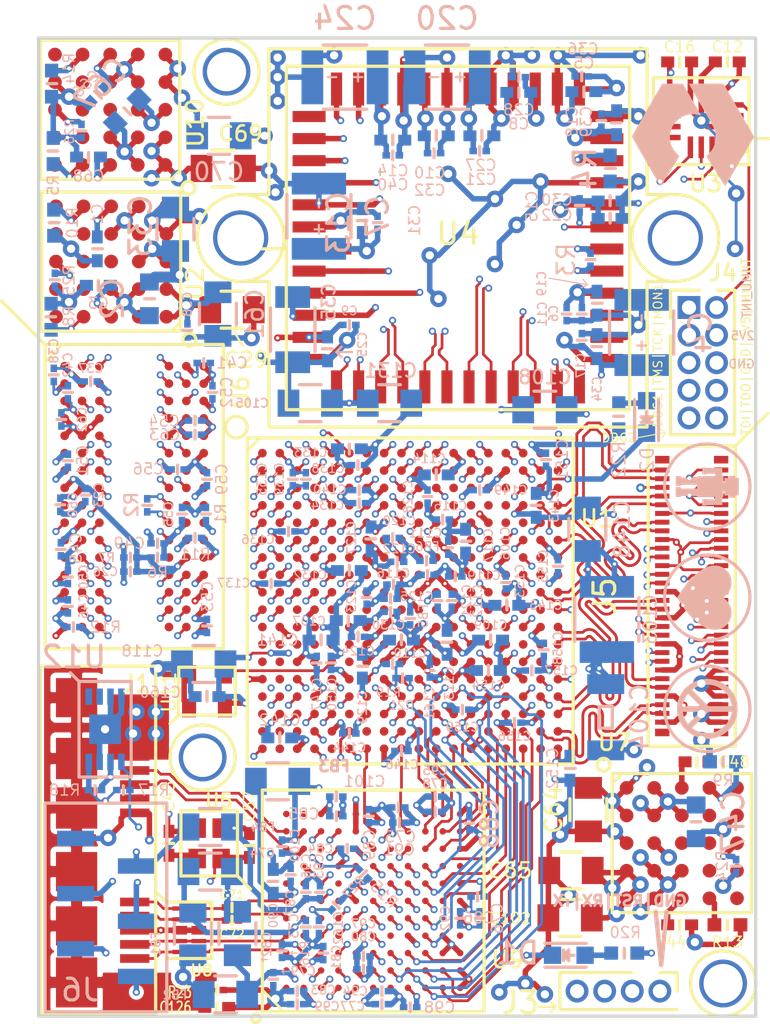
<source format=kicad_pcb>
(kicad_pcb (version 4) (host pcbnew 0.201602221446+6578~42~ubuntu14.04.1-product)
  (layers (0 F.Cu signal) (1 In1.Cu power) (2 In2.Cu signal hide) (3 In3.Cu signal hide) (4 In4.Cu power hide) (5 In5.Cu signal hide) (6 In6.Cu power hide) (7 In7.Cu power hide) (8 In8.Cu power) (31 B.Cu signal) (34 B.Paste user hide) (35 F.Paste user hide) (36 B.SilkS user) (37 F.SilkS user) (38 B.Mask user hide) (39 F.Mask user hide) (44 Edge.Cuts user))
  (net 0 "")
  (net 1 "Net-(C1-Pad1)")
  (net 2 GND)
  (net 3 +5V)
  (net 4 "Net-(C3-Pad1)")
  (net 5 +3V3)
  (net 6 +1V8)
  (net 7 DDR_VREF)
  (net 8 DDR_VDD)
  (net 9 "Net-(C43-Pad1)")
  (net 10 "Net-(C44-Pad1)")
  (net 11 "Net-(C48-Pad1)")
  (net 12 "Net-(C57-Pad1)")
  (net 13 +2V5)
  (net 14 "Net-(C66-Pad1)")
  (net 15 "Net-(C68-Pad1)")
  (net 16 SS_TX-)
  (net 17 /Sheet56A15E50/USB_SS_TX-)
  (net 18 SS_TX+)
  (net 19 /Sheet56A15E50/USB_SS_TX+)
  (net 20 /Sheet56A15E50/VDDTX)
  (net 21 +1V2)
  (net 22 /Sheet56A15E50/VDDRX)
  (net 23 /Sheet56A15E50/AVDDQ)
  (net 24 /Sheet56A15E50/CVDDQ)
  (net 25 USB_HS_D+)
  (net 26 USB_HS_D-)
  (net 27 SS_RX-)
  (net 28 SS_RX+)
  (net 29 DDR_CKE)
  (net 30 DDR_CLK+)
  (net 31 DDR_CLK-)
  (net 32 CAM_CLK_IN-)
  (net 33 CAM_CLK_IN+)
  (net 34 "Net-(R4-Pad1)")
  (net 35 "Net-(R5-Pad1)")
  (net 36 "Net-(R8-Pad1)")
  (net 37 "Net-(R9-Pad1)")
  (net 38 "Net-(R10-Pad1)")
  (net 39 "Net-(R11-Pad1)")
  (net 40 DDR_RST#)
  (net 41 "Net-(R13-Pad1)")
  (net 42 "Net-(R14-Pad1)")
  (net 43 "Net-(R15-Pad1)")
  (net 44 "Net-(R16-Pad1)")
  (net 45 "Net-(U1-PadD3)")
  (net 46 "Net-(U1-PadE3)")
  (net 47 "Net-(U1-PadK6)")
  (net 48 "Net-(U1-PadD12)")
  (net 49 "Net-(U1-PadD13)")
  (net 50 "Net-(U1-PadF13)")
  (net 51 "Net-(U1-PadG13)")
  (net 52 "Net-(U1-PadJ13)")
  (net 53 "Net-(U1-PadK13)")
  (net 54 "Net-(U1-PadC14)")
  (net 55 "Net-(U1-PadD14)")
  (net 56 "Net-(U1-PadJ14)")
  (net 57 "Net-(U1-PadC15)")
  (net 58 "Net-(U1-PadD15)")
  (net 59 "Net-(U1-PadH15)")
  (net 60 "Net-(U1-PadJ15)")
  (net 61 "Net-(U1-PadK15)")
  (net 62 "Net-(U1-PadK16)")
  (net 63 "Net-(U1-PadG17)")
  (net 64 "Net-(U1-PadH17)")
  (net 65 "Net-(U1-PadK17)")
  (net 66 "Net-(U2-PadC3)")
  (net 67 "Net-(U2-PadB4)")
  (net 68 "Net-(U2-PadC4)")
  (net 69 "Net-(U2-PadD4)")
  (net 70 "Net-(U2-PadA5)")
  (net 71 "Net-(U2-PadE5)")
  (net 72 SPI_MISO)
  (net 73 IMU_INT1)
  (net 74 "Net-(U3-Pad11)")
  (net 75 "Net-(U3-Pad10)")
  (net 76 IMU_INT2)
  (net 77 SPI_SCK)
  (net 78 SPI_MOSI)
  (net 79 IMU_SS#)
  (net 80 CAM_SYNC+)
  (net 81 CAM_SS#)
  (net 82 CAM_RST#)
  (net 83 CAM_monitor1)
  (net 84 CAM_monitor0)
  (net 85 CAM_trigger2)
  (net 86 CAM_trigger1)
  (net 87 CAM_trigger0)
  (net 88 CAM_CLK_PLL)
  (net 89 CAM_SYNC-)
  (net 90 CAM_DOUT3+)
  (net 91 CAM_DOUT3-)
  (net 92 CAM_DOUT2+)
  (net 93 CAM_DOUT2-)
  (net 94 CAM_DOUT1+)
  (net 95 CAM_DOUT1-)
  (net 96 CAM_DOUT0+)
  (net 97 CAM_DOUT0-)
  (net 98 CAM_CLK_OUT+)
  (net 99 CAM_CLK_OUT-)
  (net 100 "Net-(U6-PadJ1)")
  (net 101 DDR_ODT)
  (net 102 "Net-(U6-PadL1)")
  (net 103 DDR_DQU5)
  (net 104 DDR_DQU3)
  (net 105 DDR_DQL2)
  (net 106 DDR_DQL6)
  (net 107 DDR_BA0)
  (net 108 DDR_A3)
  (net 109 DDR_A5)
  (net 110 DDR_A7)
  (net 111 DDR_DQU7)
  (net 112 DDR_DQU1)
  (net 113 DDR_DQL0)
  (net 114 DDR_DQSL+)
  (net 115 DDR_DQSL-)
  (net 116 DDR_DQL4)
  (net 117 DDR_RAS#)
  (net 118 DDR_CAS#)
  (net 119 DDR_WE#)
  (net 120 DDR_BA2)
  (net 121 DDR_A0)
  (net 122 DDR_A2)
  (net 123 DDR_A9)
  (net 124 DDR_A13)
  (net 125 DDR_DQU4)
  (net 126 DDR_DQSU-)
  (net 127 DDR_DQSU+)
  (net 128 DDR_DQU0)
  (net 129 DDR_DQL1)
  (net 130 DDR_DQL7)
  (net 131 DDR_A10)
  (net 132 "Net-(U6-PadM7)")
  (net 133 DDR_A12)
  (net 134 DDR_A1)
  (net 135 DDR_A11)
  (net 136 "Net-(U6-PadT7)")
  (net 137 DDR_DQU6)
  (net 138 DDR_DQU2)
  (net 139 DDR_DQL3)
  (net 140 DDR_DQL5)
  (net 141 DDR_BA1)
  (net 142 DDR_A4)
  (net 143 DDR_A6)
  (net 144 DDR_A8)
  (net 145 "Net-(U6-PadJ9)")
  (net 146 "Net-(U6-PadL9)")
  (net 147 "Net-(U7-PadC3)")
  (net 148 "Net-(U7-PadB4)")
  (net 149 "Net-(U7-PadC4)")
  (net 150 "Net-(U7-PadD4)")
  (net 151 "Net-(U7-PadA5)")
  (net 152 "Net-(U7-PadE5)")
  (net 153 FPGA_SS_DIN)
  (net 154 FX3_DQ29)
  (net 155 FX3_DQ21)
  (net 156 FX3_DQ18)
  (net 157 FX3_UART_TX)
  (net 158 FPGA_SS_CCLK)
  (net 159 FX3_DQ25)
  (net 160 FX3_DQ22)
  (net 161 FX3_DQ19)
  (net 162 FX3_DQ16)
  (net 163 FPGA_SS_INIT_B)
  (net 164 FX3_DQ27)
  (net 165 FX3_DQ26)
  (net 166 FX3_DQ23)
  (net 167 FX3_DQ20)
  (net 168 FPGA_SS_DONE)
  (net 169 FPGA_SS_PROGRAM_B)
  (net 170 FX3_DQ31)
  (net 171 FX3_DQ24)
  (net 172 "Net-(U9-PadG4)")
  (net 173 FX3_DQ17)
  (net 174 "Net-(U9-PadL4)")
  (net 175 FX3_RST#)
  (net 176 FX3_UART_RX)
  (net 177 FX3_DQ30)
  (net 178 FX3_DQ28)
  (net 179 FX3_FLAGD)
  (net 180 FX3_A0)
  (net 181 FX3_A1)
  (net 182 "Net-(U9-PadK5)")
  (net 183 "Net-(U9-PadD6)")
  (net 184 FX3_JTAG_TCK)
  (net 185 FX3_FLAGB)
  (net 186 FX3_LED1)
  (net 187 Artix_FX3_CLK)
  (net 188 FX3_FLAGC)
  (net 189 "Net-(U9-PadD7)")
  (net 190 FX3_JTAG_TDI)
  (net 191 FX3_DQ2)
  (net 192 FX3_FLAGA)
  (net 193 FX3_SLRD#)
  (net 194 FX3_SLOE#)
  (net 195 FX3_SLWR#)
  (net 196 FX3_JTAG_TMS)
  (net 197 FX3_DQ5)
  (net 198 FX3_DQ15)
  (net 199 FX3_PKT_END#)
  (net 200 FX3_DQ14)
  (net 201 FX3_SLCS#)
  (net 202 "Net-(U9-PadL8)")
  (net 203 "Net-(U9-PadC9)")
  (net 204 FX3_DQ1)
  (net 205 FX3_DQ4)
  (net 206 FX3_DQ7)
  (net 207 FX3_DQ9)
  (net 208 FX3_DQ13)
  (net 209 FX3_JTAG_TDO)
  (net 210 FX3_DQ0)
  (net 211 FX3_DQ3)
  (net 212 FX3_DQ6)
  (net 213 FX3_DQ8)
  (net 214 FX3_DQ12)
  (net 215 FX3_DQ11)
  (net 216 "Net-(U9-PadA11)")
  (net 217 FX3_JTAG_TRST)
  (net 218 "Net-(U9-PadD11)")
  (net 219 FX3_DQ10)
  (net 220 "Net-(U10-PadC3)")
  (net 221 "Net-(U10-PadB4)")
  (net 222 "Net-(U10-PadC4)")
  (net 223 "Net-(U10-PadD4)")
  (net 224 "Net-(U10-PadA5)")
  (net 225 "Net-(U10-PadE5)")
  (net 226 FPGA_CLK)
  (net 227 +1V0)
  (net 228 "Net-(C116-Pad1)")
  (net 229 /Sheet56A15EBD/GND_ADC)
  (net 230 FPGA_JTAG_TDI)
  (net 231 FPGA_JTAG_TDO)
  (net 232 FPGA_JTAG_TMS)
  (net 233 FPGA_JTAG_TCK)
  (net 234 FLASH_SDA)
  (net 235 FLASH_SCL)
  (net 236 "Net-(U12-Pad1)")
  (net 237 "Net-(U12-Pad2)")
  (net 238 P_LVDS1-)
  (net 239 P_LVDS1+)
  (net 240 P_LVDS2-)
  (net 241 P_LVDS2+)
  (net 242 P_LVDS3-)
  (net 243 P_LVDS3+)
  (net 244 P_LVDS4-)
  (net 245 P_LVDS4+)
  (net 246 P_LVDS5-)
  (net 247 P_LVDS5+)
  (net 248 P_LVDS6-)
  (net 249 P_LVDS6+)
  (net 250 P_LVDS7-)
  (net 251 P_LVDS7+)
  (net 252 P_LVDS8-)
  (net 253 P_LVDS8+)
  (net 254 P_LVDS9-)
  (net 255 P_LVDS9+)
  (net 256 P_LVDS10-)
  (net 257 P_LVDS10+)
  (net 258 P_LVDS11-)
  (net 259 P_LVDS11+)
  (net 260 P_LVDS12-)
  (net 261 P_LVDS12+)
  (net 262 "Net-(U1-PadB12)")
  (net 263 "Net-(U1-PadC12)")
  (net 264 "Net-(U1-PadE15)")
  (net 265 "Net-(U1-PadE16)")
  (net 266 P_LVDS13-)
  (net 267 P_LVDS13+)
  (net 268 P_LVDS14-)
  (net 269 P_LVDS14+)
  (net 270 "Net-(U1-PadN17)")
  (net 271 "Net-(U1-PadR13)")
  (net 272 "Net-(U1-PadL1)")
  (net 273 "Net-(U1-PadM1)")
  (net 274 "Net-(U1-PadN1)")
  (net 275 "Net-(U1-PadR1)")
  (net 276 "Net-(U1-PadM2)")
  (net 277 "Net-(U1-PadN2)")
  (net 278 "Net-(U1-PadM3)")
  (net 279 "Net-(U1-PadK3)")
  (net 280 "Net-(U1-PadL3)")
  (net 281 "Net-(U1-PadL4)")
  (net 282 "Net-(U1-PadK5)")
  (net 283 "Net-(U1-PadL5)")
  (net 284 "Net-(U1-PadL6)")
  (net 285 "Net-(U1-PadM4)")
  (net 286 "Net-(U1-PadN4)")
  (net 287 "Net-(U1-PadM6)")
  (net 288 "Net-(U1-PadN6)")
  (net 289 "Net-(U1-PadR7)")
  (net 290 "Net-(U1-PadU1)")
  (net 291 FPGA_SS_DOUT)
  (net 292 "Net-(U1-PadU2)")
  (net 293 "Net-(U1-PadV2)")
  (net 294 "Net-(U1-PadC5)")
  (net 295 "Net-(U1-PadC6)")
  (net 296 "Net-(U1-PadN14)")
  (net 297 "Net-(U1-PadP2)")
  (net 298 "Net-(U1-PadU3)")
  (net 299 FX3_LED/DEBUG)
  (net 300 "Net-(U1-PadT1)")
  (net 301 "Net-(U1-PadV5)")
  (net 302 "Net-(U1-PadU7)")
  (net 303 "Net-(U1-PadU8)")
  (net 304 "Net-(U1-PadF5)")
  (net 305 "Net-(U1-PadM16)")
  (net 306 "Net-(U1-PadM17)")
  (net 307 "Net-(U1-PadM14)")
  (net 308 "Net-(U1-PadT6)")
  (net 309 FPGADebug1)
  (net 310 FPGADebug2)
  (net 311 "Net-(J1-Pad4)")
  (net 312 "Net-(D1-Pad2)")
  (net 313 "Net-(D2-Pad2)")
  (net 314 FPGA_LED)
  (net 315 "Net-(C126-Pad1)")
  (net 316 "Net-(U1-PadP4)")
  (net 317 "Net-(R24-Pad1)")
  (net 318 "Net-(R25-Pad1)")
  (net 319 "Net-(R26-Pad1)")
  (module Dipoles_SMD:C_0201 (layer B.Cu) (at 32.2 192.5 180)
    (fp_text reference C86 (at -0.05 -0.975 180) (layer B.SilkS) (effects (font (size 0.5 0.5) (thickness 0.07)) (justify mirror)))
    (fp_text value 100n)
    (pad 1 smd rect (at -0.3 0 180) (size 0.35 0.3) (layers B.Cu B.Paste B.Mask) (net 21 +1V2))
    (pad 2 smd rect (at 0.3 0 180) (size 0.35 0.3) (layers B.Cu B.Paste B.Mask) (net 2 GND))
  )
  (module Mounting:MountingHoleM1.6 (layer F.Cu) (at 19.55 186.1)
    (fp_text reference REF** hide)
    (fp_text value MountingHoleM1.6)
    (pad MNT thru_hole circle (at 0 0) (size 2.2 2.2) (drill 1.8) (layers *.Cu *.Mask))
  )
  (module Mounting:MountingHoleM1.6 (layer F.Cu) (at 20.65 154.55)
    (fp_text reference REF** hide)
    (fp_text value MountingHoleM1.6)
    (pad MNT thru_hole circle (at 0 0) (size 2.2 2.2) (drill 1.8) (layers *.Cu *.Mask))
  )
  (module BGA:BGA324C80P18X18_1500X1500X150 (layer F.Cu) (at 29.1 178.9)
    (fp_text reference U1 (at 8.6 -3.8) (layer F.SilkS) (effects (font (size 0.762 0.762) (thickness 0.127))))
    (fp_text value xc7a100tcsg324pkg)
    (pad A1 smd circle (at -6.8 -6.8) (size 0.4 0.4) (layers F.Cu F.Paste F.Mask) (net 126 DDR_DQSU-))
    (pad B1 smd circle (at -6.8 -6) (size 0.4 0.4) (layers F.Cu F.Paste F.Mask) (net 127 DDR_DQSU+))
    (pad C1 smd circle (at -6.8 -5.2) (size 0.4 0.4) (layers F.Cu F.Paste F.Mask) (net 118 DDR_CAS#))
    (pad D1 smd circle (at -6.8 -4.4) (size 0.4 0.4) (layers F.Cu F.Paste F.Mask) (net 2 GND))
    (pad E1 smd circle (at -6.8 -3.6) (size 0.4 0.4) (layers F.Cu F.Paste F.Mask) (net 107 DDR_BA0))
    (pad F1 smd circle (at -6.8 -2.8) (size 0.4 0.4) (layers F.Cu F.Paste F.Mask) (net 120 DDR_BA2))
    (pad G1 smd circle (at -6.8 -2) (size 0.4 0.4) (layers F.Cu F.Paste F.Mask) (net 141 DDR_BA1))
    (pad H1 smd circle (at -6.8 -1.2) (size 0.4 0.4) (layers F.Cu F.Paste F.Mask) (net 29 DDR_CKE))
    (pad J1 smd circle (at -6.8 -0.4) (size 0.4 0.4) (layers F.Cu F.Paste F.Mask) (net 8 DDR_VDD))
    (pad K1 smd circle (at -6.8 0.4) (size 0.4 0.4) (layers F.Cu F.Paste F.Mask) (net 110 DDR_A7))
    (pad L1 smd circle (at -6.8 1.2) (size 0.4 0.4) (layers F.Cu F.Paste F.Mask) (net 272 "Net-(U1-PadL1)"))
    (pad M1 smd circle (at -6.8 2) (size 0.4 0.4) (layers F.Cu F.Paste F.Mask) (net 273 "Net-(U1-PadM1)"))
    (pad N1 smd circle (at -6.8 2.8) (size 0.4 0.4) (layers F.Cu F.Paste F.Mask) (net 274 "Net-(U1-PadN1)"))
    (pad P1 smd circle (at -6.8 3.6) (size 0.4 0.4) (layers F.Cu F.Paste F.Mask) (net 2 GND))
    (pad R1 smd circle (at -6.8 4.4) (size 0.4 0.4) (layers F.Cu F.Paste F.Mask) (net 275 "Net-(U1-PadR1)"))
    (pad T1 smd circle (at -6.8 5.2) (size 0.4 0.4) (layers F.Cu F.Paste F.Mask) (net 300 "Net-(U1-PadT1)"))
    (pad U1 smd circle (at -6.8 6) (size 0.4 0.4) (layers F.Cu F.Paste F.Mask) (net 290 "Net-(U1-PadU1)"))
    (pad V1 smd circle (at -6.8 6.8) (size 0.4 0.4) (layers F.Cu F.Paste F.Mask) (net 177 FX3_DQ30))
    (pad A2 smd circle (at -6 -6.8) (size 0.4 0.4) (layers F.Cu F.Paste F.Mask) (net 2 GND))
    (pad B2 smd circle (at -6 -6) (size 0.4 0.4) (layers F.Cu F.Paste F.Mask) (net 128 DDR_DQU0))
    (pad C2 smd circle (at -6 -5.2) (size 0.4 0.4) (layers F.Cu F.Paste F.Mask) (net 117 DDR_RAS#))
    (pad D2 smd circle (at -6 -4.4) (size 0.4 0.4) (layers F.Cu F.Paste F.Mask) (net 119 DDR_WE#))
    (pad E2 smd circle (at -6 -3.6) (size 0.4 0.4) (layers F.Cu F.Paste F.Mask) (net 101 DDR_ODT))
    (pad F2 smd circle (at -6 -2.8) (size 0.4 0.4) (layers F.Cu F.Paste F.Mask) (net 8 DDR_VDD))
    (pad G2 smd circle (at -6 -2) (size 0.4 0.4) (layers F.Cu F.Paste F.Mask) (net 121 DDR_A0))
    (pad H2 smd circle (at -6 -1.2) (size 0.4 0.4) (layers F.Cu F.Paste F.Mask) (net 108 DDR_A3))
    (pad J2 smd circle (at -6 -0.4) (size 0.4 0.4) (layers F.Cu F.Paste F.Mask) (net 109 DDR_A5))
    (pad K2 smd circle (at -6 0.4) (size 0.4 0.4) (layers F.Cu F.Paste F.Mask) (net 124 DDR_A13))
    (pad L2 smd circle (at -6 1.2) (size 0.4 0.4) (layers F.Cu F.Paste F.Mask) (net 2 GND))
    (pad M2 smd circle (at -6 2) (size 0.4 0.4) (layers F.Cu F.Paste F.Mask) (net 276 "Net-(U1-PadM2)"))
    (pad N2 smd circle (at -6 2.8) (size 0.4 0.4) (layers F.Cu F.Paste F.Mask) (net 277 "Net-(U1-PadN2)"))
    (pad P2 smd circle (at -6 3.6) (size 0.4 0.4) (layers F.Cu F.Paste F.Mask) (net 297 "Net-(U1-PadP2)"))
    (pad R2 smd circle (at -6 4.4) (size 0.4 0.4) (layers F.Cu F.Paste F.Mask) (net 191 FX3_DQ2))
    (pad T2 smd circle (at -6 5.2) (size 0.4 0.4) (layers F.Cu F.Paste F.Mask) (net 13 +2V5))
    (pad U2 smd circle (at -6 6) (size 0.4 0.4) (layers F.Cu F.Paste F.Mask) (net 292 "Net-(U1-PadU2)"))
    (pad V2 smd circle (at -6 6.8) (size 0.4 0.4) (layers F.Cu F.Paste F.Mask) (net 293 "Net-(U1-PadV2)"))
    (pad A3 smd circle (at -5.2 -6.8) (size 0.4 0.4) (layers F.Cu F.Paste F.Mask) (net 137 DDR_DQU6))
    (pad B3 smd circle (at -5.2 -6) (size 0.4 0.4) (layers F.Cu F.Paste F.Mask) (net 138 DDR_DQU2))
    (pad C3 smd circle (at -5.2 -5.2) (size 0.4 0.4) (layers F.Cu F.Paste F.Mask) (net 8 DDR_VDD))
    (pad D3 smd circle (at -5.2 -4.4) (size 0.4 0.4) (layers F.Cu F.Paste F.Mask) (net 45 "Net-(U1-PadD3)"))
    (pad E3 smd circle (at -5.2 -3.6) (size 0.4 0.4) (layers F.Cu F.Paste F.Mask) (net 46 "Net-(U1-PadE3)"))
    (pad F3 smd circle (at -5.2 -2.8) (size 0.4 0.4) (layers F.Cu F.Paste F.Mask) (net 31 DDR_CLK-))
    (pad G3 smd circle (at -5.2 -2) (size 0.4 0.4) (layers F.Cu F.Paste F.Mask) (net 122 DDR_A2))
    (pad H3 smd circle (at -5.2 -1.2) (size 0.4 0.4) (layers F.Cu F.Paste F.Mask) (net 2 GND))
    (pad J3 smd circle (at -5.2 -0.4) (size 0.4 0.4) (layers F.Cu F.Paste F.Mask) (net 123 DDR_A9))
    (pad K3 smd circle (at -5.2 0.4) (size 0.4 0.4) (layers F.Cu F.Paste F.Mask) (net 279 "Net-(U1-PadK3)"))
    (pad L3 smd circle (at -5.2 1.2) (size 0.4 0.4) (layers F.Cu F.Paste F.Mask) (net 280 "Net-(U1-PadL3)"))
    (pad M3 smd circle (at -5.2 2) (size 0.4 0.4) (layers F.Cu F.Paste F.Mask) (net 278 "Net-(U1-PadM3)"))
    (pad N3 smd circle (at -5.2 2.8) (size 0.4 0.4) (layers F.Cu F.Paste F.Mask) (net 13 +2V5))
    (pad P3 smd circle (at -5.2 3.6) (size 0.4 0.4) (layers F.Cu F.Paste F.Mask) (net 187 Artix_FX3_CLK))
    (pad R3 smd circle (at -5.2 4.4) (size 0.4 0.4) (layers F.Cu F.Paste F.Mask) (net 204 FX3_DQ1))
    (pad T3 smd circle (at -5.2 5.2) (size 0.4 0.4) (layers F.Cu F.Paste F.Mask) (net 197 FX3_DQ5))
    (pad U3 smd circle (at -5.2 6) (size 0.4 0.4) (layers F.Cu F.Paste F.Mask) (net 298 "Net-(U1-PadU3)"))
    (pad V3 smd circle (at -5.2 6.8) (size 0.4 0.4) (layers F.Cu F.Paste F.Mask) (net 2 GND))
    (pad A4 smd circle (at -4.4 -6.8) (size 0.4 0.4) (layers F.Cu F.Paste F.Mask) (net 111 DDR_DQU7))
    (pad B4 smd circle (at -4.4 -6) (size 0.4 0.4) (layers F.Cu F.Paste F.Mask) (net 125 DDR_DQU4))
    (pad C4 smd circle (at -4.4 -5.2) (size 0.4 0.4) (layers F.Cu F.Paste F.Mask) (net 103 DDR_DQU5))
    (pad D4 smd circle (at -4.4 -4.4) (size 0.4 0.4) (layers F.Cu F.Paste F.Mask) (net 112 DDR_DQU1))
    (pad E4 smd circle (at -4.4 -3.6) (size 0.4 0.4) (layers F.Cu F.Paste F.Mask) (net 2 GND))
    (pad F4 smd circle (at -4.4 -2.8) (size 0.4 0.4) (layers F.Cu F.Paste F.Mask) (net 30 DDR_CLK+))
    (pad G4 smd circle (at -4.4 -2) (size 0.4 0.4) (layers F.Cu F.Paste F.Mask) (net 133 DDR_A12))
    (pad H4 smd circle (at -4.4 -1.2) (size 0.4 0.4) (layers F.Cu F.Paste F.Mask) (net 135 DDR_A11))
    (pad J4 smd circle (at -4.4 -0.4) (size 0.4 0.4) (layers F.Cu F.Paste F.Mask) (net 142 DDR_A4))
    (pad K4 smd circle (at -4.4 0.4) (size 0.4 0.4) (layers F.Cu F.Paste F.Mask) (net 13 +2V5))
    (pad L4 smd circle (at -4.4 1.2) (size 0.4 0.4) (layers F.Cu F.Paste F.Mask) (net 281 "Net-(U1-PadL4)"))
    (pad M4 smd circle (at -4.4 2) (size 0.4 0.4) (layers F.Cu F.Paste F.Mask) (net 285 "Net-(U1-PadM4)"))
    (pad N4 smd circle (at -4.4 2.8) (size 0.4 0.4) (layers F.Cu F.Paste F.Mask) (net 286 "Net-(U1-PadN4)"))
    (pad P4 smd circle (at -4.4 3.6) (size 0.4 0.4) (layers F.Cu F.Paste F.Mask) (net 316 "Net-(U1-PadP4)"))
    (pad R4 smd circle (at -4.4 4.4) (size 0.4 0.4) (layers F.Cu F.Paste F.Mask) (net 2 GND))
    (pad T4 smd circle (at -4.4 5.2) (size 0.4 0.4) (layers F.Cu F.Paste F.Mask) (net 205 FX3_DQ4))
    (pad U4 smd circle (at -4.4 6) (size 0.4 0.4) (layers F.Cu F.Paste F.Mask) (net 178 FX3_DQ28))
    (pad V4 smd circle (at -4.4 6.8) (size 0.4 0.4) (layers F.Cu F.Paste F.Mask) (net 211 FX3_DQ3))
    (pad A5 smd circle (at -3.6 -6.8) (size 0.4 0.4) (layers F.Cu F.Paste F.Mask) (net 115 DDR_DQSL-))
    (pad B5 smd circle (at -3.6 -6) (size 0.4 0.4) (layers F.Cu F.Paste F.Mask) (net 2 GND))
    (pad C5 smd circle (at -3.6 -5.2) (size 0.4 0.4) (layers F.Cu F.Paste F.Mask) (net 294 "Net-(U1-PadC5)"))
    (pad D5 smd circle (at -3.6 -4.4) (size 0.4 0.4) (layers F.Cu F.Paste F.Mask) (net 104 DDR_DQU3))
    (pad E5 smd circle (at -3.6 -3.6) (size 0.4 0.4) (layers F.Cu F.Paste F.Mask) (net 116 DDR_DQL4))
    (pad F5 smd circle (at -3.6 -2.8) (size 0.4 0.4) (layers F.Cu F.Paste F.Mask) (net 304 "Net-(U1-PadF5)"))
    (pad G5 smd circle (at -3.6 -2) (size 0.4 0.4) (layers F.Cu F.Paste F.Mask) (net 8 DDR_VDD))
    (pad H5 smd circle (at -3.6 -1.2) (size 0.4 0.4) (layers F.Cu F.Paste F.Mask) (net 134 DDR_A1))
    (pad J5 smd circle (at -3.6 -0.4) (size 0.4 0.4) (layers F.Cu F.Paste F.Mask) (net 40 DDR_RST#))
    (pad K5 smd circle (at -3.6 0.4) (size 0.4 0.4) (layers F.Cu F.Paste F.Mask) (net 282 "Net-(U1-PadK5)"))
    (pad L5 smd circle (at -3.6 1.2) (size 0.4 0.4) (layers F.Cu F.Paste F.Mask) (net 283 "Net-(U1-PadL5)"))
    (pad M5 smd circle (at -3.6 2) (size 0.4 0.4) (layers F.Cu F.Paste F.Mask) (net 2 GND))
    (pad N5 smd circle (at -3.6 2.8) (size 0.4 0.4) (layers F.Cu F.Paste F.Mask) (net 226 FPGA_CLK))
    (pad P5 smd circle (at -3.6 3.6) (size 0.4 0.4) (layers F.Cu F.Paste F.Mask) (net 171 FX3_DQ24))
    (pad R5 smd circle (at -3.6 4.4) (size 0.4 0.4) (layers F.Cu F.Paste F.Mask) (net 199 FX3_PKT_END#))
    (pad T5 smd circle (at -3.6 5.2) (size 0.4 0.4) (layers F.Cu F.Paste F.Mask) (net 198 FX3_DQ15))
    (pad U5 smd circle (at -3.6 6) (size 0.4 0.4) (layers F.Cu F.Paste F.Mask) (net 13 +2V5))
    (pad V5 smd circle (at -3.6 6.8) (size 0.4 0.4) (layers F.Cu F.Paste F.Mask) (net 301 "Net-(U1-PadV5)"))
    (pad A6 smd circle (at -2.8 -6.8) (size 0.4 0.4) (layers F.Cu F.Paste F.Mask) (net 114 DDR_DQSL+))
    (pad B6 smd circle (at -2.8 -6) (size 0.4 0.4) (layers F.Cu F.Paste F.Mask) (net 139 DDR_DQL3))
    (pad C6 smd circle (at -2.8 -5.2) (size 0.4 0.4) (layers F.Cu F.Paste F.Mask) (net 295 "Net-(U1-PadC6)"))
    (pad D6 smd circle (at -2.8 -4.4) (size 0.4 0.4) (layers F.Cu F.Paste F.Mask) (net 8 DDR_VDD))
    (pad E6 smd circle (at -2.8 -3.6) (size 0.4 0.4) (layers F.Cu F.Paste F.Mask) (net 106 DDR_DQL6))
    (pad F6 smd circle (at -2.8 -2.8) (size 0.4 0.4) (layers F.Cu F.Paste F.Mask) (net 131 DDR_A10))
    (pad G6 smd circle (at -2.8 -2) (size 0.4 0.4) (layers F.Cu F.Paste F.Mask) (net 143 DDR_A6))
    (pad H6 smd circle (at -2.8 -1.2) (size 0.4 0.4) (layers F.Cu F.Paste F.Mask) (net 144 DDR_A8))
    (pad J6 smd circle (at -2.8 -0.4) (size 0.4 0.4) (layers F.Cu F.Paste F.Mask) (net 2 GND))
    (pad K6 smd circle (at -2.8 0.4) (size 0.4 0.4) (layers F.Cu F.Paste F.Mask) (net 47 "Net-(U1-PadK6)"))
    (pad L6 smd circle (at -2.8 1.2) (size 0.4 0.4) (layers F.Cu F.Paste F.Mask) (net 284 "Net-(U1-PadL6)"))
    (pad M6 smd circle (at -2.8 2) (size 0.4 0.4) (layers F.Cu F.Paste F.Mask) (net 287 "Net-(U1-PadM6)"))
    (pad N6 smd circle (at -2.8 2.8) (size 0.4 0.4) (layers F.Cu F.Paste F.Mask) (net 288 "Net-(U1-PadN6)"))
    (pad P6 smd circle (at -2.8 3.6) (size 0.4 0.4) (layers F.Cu F.Paste F.Mask) (net 13 +2V5))
    (pad R6 smd circle (at -2.8 4.4) (size 0.4 0.4) (layers F.Cu F.Paste F.Mask) (net 193 FX3_SLRD#))
    (pad T6 smd circle (at -2.8 5.2) (size 0.4 0.4) (layers F.Cu F.Paste F.Mask) (net 308 "Net-(U1-PadT6)"))
    (pad U6 smd circle (at -2.8 6) (size 0.4 0.4) (layers F.Cu F.Paste F.Mask) (net 206 FX3_DQ7))
    (pad V6 smd circle (at -2.8 6.8) (size 0.4 0.4) (layers F.Cu F.Paste F.Mask) (net 192 FX3_FLAGA))
    (pad A7 smd circle (at -2 -6.8) (size 0.4 0.4) (layers F.Cu F.Paste F.Mask) (net 8 DDR_VDD))
    (pad B7 smd circle (at -2 -6) (size 0.4 0.4) (layers F.Cu F.Paste F.Mask) (net 113 DDR_DQL0))
    (pad C7 smd circle (at -2 -5.2) (size 0.4 0.4) (layers F.Cu F.Paste F.Mask) (net 105 DDR_DQL2))
    (pad D7 smd circle (at -2 -4.4) (size 0.4 0.4) (layers F.Cu F.Paste F.Mask) (net 140 DDR_DQL5))
    (pad E7 smd circle (at -2 -3.6) (size 0.4 0.4) (layers F.Cu F.Paste F.Mask) (net 130 DDR_DQL7))
    (pad F7 smd circle (at -2 -2.8) (size 0.4 0.4) (layers F.Cu F.Paste F.Mask) (net 2 GND))
    (pad G7 smd circle (at -2 -2) (size 0.4 0.4) (layers F.Cu F.Paste F.Mask) (net 227 +1V0))
    (pad H7 smd circle (at -2 -1.2) (size 0.4 0.4) (layers F.Cu F.Paste F.Mask) (net 2 GND))
    (pad J7 smd circle (at -2 -0.4) (size 0.4 0.4) (layers F.Cu F.Paste F.Mask) (net 227 +1V0))
    (pad K7 smd circle (at -2 0.4) (size 0.4 0.4) (layers F.Cu F.Paste F.Mask) (net 2 GND))
    (pad L7 smd circle (at -2 1.2) (size 0.4 0.4) (layers F.Cu F.Paste F.Mask) (net 227 +1V0))
    (pad M7 smd circle (at -2 2) (size 0.4 0.4) (layers F.Cu F.Paste F.Mask) (net 2 GND))
    (pad N7 smd circle (at -2 2.8) (size 0.4 0.4) (layers F.Cu F.Paste F.Mask) (net 227 +1V0))
    (pad P7 smd circle (at -2 3.6) (size 0.4 0.4) (layers F.Cu F.Paste F.Mask) (net 163 FPGA_SS_INIT_B))
    (pad R7 smd circle (at -2 4.4) (size 0.4 0.4) (layers F.Cu F.Paste F.Mask) (net 289 "Net-(U1-PadR7)"))
    (pad T7 smd circle (at -2 5.2) (size 0.4 0.4) (layers F.Cu F.Paste F.Mask) (net 2 GND))
    (pad U7 smd circle (at -2 6) (size 0.4 0.4) (layers F.Cu F.Paste F.Mask) (net 302 "Net-(U1-PadU7)"))
    (pad V7 smd circle (at -2 6.8) (size 0.4 0.4) (layers F.Cu F.Paste F.Mask) (net 210 FX3_DQ0))
    (pad A8 smd circle (at -1.2 -6.8) (size 0.4 0.4) (layers F.Cu F.Paste F.Mask) (net 81 CAM_SS#))
    (pad B8 smd circle (at -1.2 -6) (size 0.4 0.4) (layers F.Cu F.Paste F.Mask) (net 77 SPI_SCK))
    (pad C8 smd circle (at -1.2 -5.2) (size 0.4 0.4) (layers F.Cu F.Paste F.Mask) (net 2 GND))
    (pad D8 smd circle (at -1.2 -4.4) (size 0.4 0.4) (layers F.Cu F.Paste F.Mask) (net 129 DDR_DQL1))
    (pad E8 smd circle (at -1.2 -3.6) (size 0.4 0.4) (layers F.Cu F.Paste F.Mask) (net 2 GND))
    (pad F8 smd circle (at -1.2 -2.8) (size 0.4 0.4) (layers F.Cu F.Paste F.Mask) (net 227 +1V0))
    (pad G8 smd circle (at -1.2 -2) (size 0.4 0.4) (layers F.Cu F.Paste F.Mask) (net 2 GND))
    (pad H8 smd circle (at -1.2 -1.2) (size 0.4 0.4) (layers F.Cu F.Paste F.Mask) (net 227 +1V0))
    (pad J8 smd circle (at -1.2 -0.4) (size 0.4 0.4) (layers F.Cu F.Paste F.Mask) (net 2 GND))
    (pad K8 smd circle (at -1.2 0.4) (size 0.4 0.4) (layers F.Cu F.Paste F.Mask) (net 227 +1V0))
    (pad L8 smd circle (at -1.2 1.2) (size 0.4 0.4) (layers F.Cu F.Paste F.Mask) (net 2 GND))
    (pad M8 smd circle (at -1.2 2) (size 0.4 0.4) (layers F.Cu F.Paste F.Mask) (net 227 +1V0))
    (pad N8 smd circle (at -1.2 2.8) (size 0.4 0.4) (layers F.Cu F.Paste F.Mask) (net 2 GND))
    (pad P8 smd circle (at -1.2 3.6) (size 0.4 0.4) (layers F.Cu F.Paste F.Mask) (net 13 +2V5))
    (pad R8 smd circle (at -1.2 4.4) (size 0.4 0.4) (layers F.Cu F.Paste F.Mask) (net 165 FX3_DQ26))
    (pad T8 smd circle (at -1.2 5.2) (size 0.4 0.4) (layers F.Cu F.Paste F.Mask) (net 179 FX3_FLAGD))
    (pad U8 smd circle (at -1.2 6) (size 0.4 0.4) (layers F.Cu F.Paste F.Mask) (net 303 "Net-(U1-PadU8)"))
    (pad V8 smd circle (at -1.2 6.8) (size 0.4 0.4) (layers F.Cu F.Paste F.Mask) (net 13 +2V5))
    (pad A9 smd circle (at -0.4 -6.8) (size 0.4 0.4) (layers F.Cu F.Paste F.Mask) (net 72 SPI_MISO))
    (pad B9 smd circle (at -0.4 -6) (size 0.4 0.4) (layers F.Cu F.Paste F.Mask) (net 82 CAM_RST#))
    (pad C9 smd circle (at -0.4 -5.2) (size 0.4 0.4) (layers F.Cu F.Paste F.Mask) (net 78 SPI_MOSI))
    (pad D9 smd circle (at -0.4 -4.4) (size 0.4 0.4) (layers F.Cu F.Paste F.Mask) (net 86 CAM_trigger1))
    (pad E9 smd circle (at -0.4 -3.6) (size 0.4 0.4) (layers F.Cu F.Paste F.Mask) (net 158 FPGA_SS_CCLK))
    (pad F9 smd circle (at -0.4 -2.8) (size 0.4 0.4) (layers F.Cu F.Paste F.Mask) (net 2 GND))
    (pad G9 smd circle (at -0.4 -2) (size 0.4 0.4) (layers F.Cu F.Paste F.Mask) (net 227 +1V0))
    (pad H9 smd circle (at -0.4 -1.2) (size 0.4 0.4) (layers F.Cu F.Paste F.Mask) (net 229 /Sheet56A15EBD/GND_ADC))
    (pad J9 smd circle (at -0.4 -0.4) (size 0.4 0.4) (layers F.Cu F.Paste F.Mask) (net 229 /Sheet56A15EBD/GND_ADC))
    (pad K9 smd circle (at -0.4 0.4) (size 0.4 0.4) (layers F.Cu F.Paste F.Mask) (net 2 GND))
    (pad L9 smd circle (at -0.4 1.2) (size 0.4 0.4) (layers F.Cu F.Paste F.Mask) (net 2 GND))
    (pad M9 smd circle (at -0.4 2) (size 0.4 0.4) (layers F.Cu F.Paste F.Mask) (net 2 GND))
    (pad N9 smd circle (at -0.4 2.8) (size 0.4 0.4) (layers F.Cu F.Paste F.Mask) (net 227 +1V0))
    (pad P9 smd circle (at -0.4 3.6) (size 0.4 0.4) (layers F.Cu F.Paste F.Mask) (net 169 FPGA_SS_PROGRAM_B))
    (pad R9 smd circle (at -0.4 4.4) (size 0.4 0.4) (layers F.Cu F.Paste F.Mask) (net 13 +2V5))
    (pad T9 smd circle (at -0.4 5.2) (size 0.4 0.4) (layers F.Cu F.Paste F.Mask) (net 180 FX3_A0))
    (pad U9 smd circle (at -0.4 6) (size 0.4 0.4) (layers F.Cu F.Paste F.Mask) (net 185 FX3_FLAGB))
    (pad V9 smd circle (at -0.4 6.8) (size 0.4 0.4) (layers F.Cu F.Paste F.Mask) (net 212 FX3_DQ6))
    (pad A10 smd circle (at 0.4 -6.8) (size 0.4 0.4) (layers F.Cu F.Paste F.Mask) (net 84 CAM_monitor0))
    (pad B10 smd circle (at 0.4 -6) (size 0.4 0.4) (layers F.Cu F.Paste F.Mask) (net 5 +3V3))
    (pad C10 smd circle (at 0.4 -5.2) (size 0.4 0.4) (layers F.Cu F.Paste F.Mask) (net 88 CAM_CLK_PLL))
    (pad D10 smd circle (at 0.4 -4.4) (size 0.4 0.4) (layers F.Cu F.Paste F.Mask) (net 87 CAM_trigger0))
    (pad E10 smd circle (at 0.4 -3.6) (size 0.4 0.4) (layers F.Cu F.Paste F.Mask) (net 233 FPGA_JTAG_TCK))
    (pad F10 smd circle (at 0.4 -2.8) (size 0.4 0.4) (layers F.Cu F.Paste F.Mask) (net 227 +1V0))
    (pad G10 smd circle (at 0.4 -2) (size 0.4 0.4) (layers F.Cu F.Paste F.Mask) (net 2 GND))
    (pad H10 smd circle (at 0.4 -1.2) (size 0.4 0.4) (layers F.Cu F.Paste F.Mask) (net 228 "Net-(C116-Pad1)"))
    (pad J10 smd circle (at 0.4 -0.4) (size 0.4 0.4) (layers F.Cu F.Paste F.Mask) (net 2 GND))
    (pad K10 smd circle (at 0.4 0.4) (size 0.4 0.4) (layers F.Cu F.Paste F.Mask) (net 229 /Sheet56A15EBD/GND_ADC))
    (pad L10 smd circle (at 0.4 1.2) (size 0.4 0.4) (layers F.Cu F.Paste F.Mask) (net 2 GND))
    (pad M10 smd circle (at 0.4 2) (size 0.4 0.4) (layers F.Cu F.Paste F.Mask) (net 227 +1V0))
    (pad N10 smd circle (at 0.4 2.8) (size 0.4 0.4) (layers F.Cu F.Paste F.Mask) (net 2 GND))
    (pad P10 smd circle (at 0.4 3.6) (size 0.4 0.4) (layers F.Cu F.Paste F.Mask) (net 168 FPGA_SS_DONE))
    (pad R10 smd circle (at 0.4 4.4) (size 0.4 0.4) (layers F.Cu F.Paste F.Mask) (net 194 FX3_SLOE#))
    (pad T10 smd circle (at 0.4 5.2) (size 0.4 0.4) (layers F.Cu F.Paste F.Mask) (net 200 FX3_DQ14))
    (pad U10 smd circle (at 0.4 6) (size 0.4 0.4) (layers F.Cu F.Paste F.Mask) (net 2 GND))
    (pad V10 smd circle (at 0.4 6.8) (size 0.4 0.4) (layers F.Cu F.Paste F.Mask) (net 213 FX3_DQ8))
    (pad A11 smd circle (at 1.2 -6.8) (size 0.4 0.4) (layers F.Cu F.Paste F.Mask) (net 96 CAM_DOUT0+))
    (pad B11 smd circle (at 1.2 -6) (size 0.4 0.4) (layers F.Cu F.Paste F.Mask) (net 97 CAM_DOUT0-))
    (pad C11 smd circle (at 1.2 -5.2) (size 0.4 0.4) (layers F.Cu F.Paste F.Mask) (net 79 IMU_SS#))
    (pad D11 smd circle (at 1.2 -4.4) (size 0.4 0.4) (layers F.Cu F.Paste F.Mask) (net 2 GND))
    (pad E11 smd circle (at 1.2 -3.6) (size 0.4 0.4) (layers F.Cu F.Paste F.Mask) (net 230 FPGA_JTAG_TDI))
    (pad F11 smd circle (at 1.2 -2.8) (size 0.4 0.4) (layers F.Cu F.Paste F.Mask) (net 2 GND))
    (pad G11 smd circle (at 1.2 -2) (size 0.4 0.4) (layers F.Cu F.Paste F.Mask) (net 227 +1V0))
    (pad H11 smd circle (at 1.2 -1.2) (size 0.4 0.4) (layers F.Cu F.Paste F.Mask) (net 2 GND))
    (pad J11 smd circle (at 1.2 -0.4) (size 0.4 0.4) (layers F.Cu F.Paste F.Mask) (net 227 +1V0))
    (pad K11 smd circle (at 1.2 0.4) (size 0.4 0.4) (layers F.Cu F.Paste F.Mask) (net 2 GND))
    (pad L11 smd circle (at 1.2 1.2) (size 0.4 0.4) (layers F.Cu F.Paste F.Mask) (net 227 +1V0))
    (pad M11 smd circle (at 1.2 2) (size 0.4 0.4) (layers F.Cu F.Paste F.Mask) (net 2 GND))
    (pad N11 smd circle (at 1.2 2.8) (size 0.4 0.4) (layers F.Cu F.Paste F.Mask) (net 227 +1V0))
    (pad P11 smd circle (at 1.2 3.6) (size 0.4 0.4) (layers F.Cu F.Paste F.Mask) (net 13 +2V5))
    (pad R11 smd circle (at 1.2 4.4) (size 0.4 0.4) (layers F.Cu F.Paste F.Mask) (net 181 FX3_A1))
    (pad T11 smd circle (at 1.2 5.2) (size 0.4 0.4) (layers F.Cu F.Paste F.Mask) (net 166 FX3_DQ23))
    (pad U11 smd circle (at 1.2 6) (size 0.4 0.4) (layers F.Cu F.Paste F.Mask) (net 219 FX3_DQ10))
    (pad V11 smd circle (at 1.2 6.8) (size 0.4 0.4) (layers F.Cu F.Paste F.Mask) (net 207 FX3_DQ9))
    (pad A12 smd circle (at 2 -6.8) (size 0.4 0.4) (layers F.Cu F.Paste F.Mask) (net 2 GND))
    (pad B12 smd circle (at 2 -6) (size 0.4 0.4) (layers F.Cu F.Paste F.Mask) (net 262 "Net-(U1-PadB12)"))
    (pad C12 smd circle (at 2 -5.2) (size 0.4 0.4) (layers F.Cu F.Paste F.Mask) (net 263 "Net-(U1-PadC12)"))
    (pad D12 smd circle (at 2 -4.4) (size 0.4 0.4) (layers F.Cu F.Paste F.Mask) (net 48 "Net-(U1-PadD12)"))
    (pad E12 smd circle (at 2 -3.6) (size 0.4 0.4) (layers F.Cu F.Paste F.Mask) (net 232 FPGA_JTAG_TMS))
    (pad F12 smd circle (at 2 -2.8) (size 0.4 0.4) (layers F.Cu F.Paste F.Mask) (net 6 +1V8))
    (pad G12 smd circle (at 2 -2) (size 0.4 0.4) (layers F.Cu F.Paste F.Mask) (net 2 GND))
    (pad H12 smd circle (at 2 -1.2) (size 0.4 0.4) (layers F.Cu F.Paste F.Mask) (net 6 +1V8))
    (pad J12 smd circle (at 2 -0.4) (size 0.4 0.4) (layers F.Cu F.Paste F.Mask) (net 2 GND))
    (pad K12 smd circle (at 2 0.4) (size 0.4 0.4) (layers F.Cu F.Paste F.Mask) (net 6 +1V8))
    (pad L12 smd circle (at 2 1.2) (size 0.4 0.4) (layers F.Cu F.Paste F.Mask) (net 2 GND))
    (pad M12 smd circle (at 2 2) (size 0.4 0.4) (layers F.Cu F.Paste F.Mask) (net 6 +1V8))
    (pad N12 smd circle (at 2 2.8) (size 0.4 0.4) (layers F.Cu F.Paste F.Mask) (net 2 GND))
    (pad P12 smd circle (at 2 3.6) (size 0.4 0.4) (layers F.Cu F.Paste F.Mask) (net 13 +2V5))
    (pad R12 smd circle (at 2 4.4) (size 0.4 0.4) (layers F.Cu F.Paste F.Mask) (net 160 FX3_DQ22))
    (pad T12 smd circle (at 2 5.2) (size 0.4 0.4) (layers F.Cu F.Paste F.Mask) (net 13 +2V5))
    (pad U12 smd circle (at 2 6) (size 0.4 0.4) (layers F.Cu F.Paste F.Mask) (net 173 FX3_DQ17))
    (pad V12 smd circle (at 2 6.8) (size 0.4 0.4) (layers F.Cu F.Paste F.Mask) (net 214 FX3_DQ12))
    (pad A13 smd circle (at 2.8 -6.8) (size 0.4 0.4) (layers F.Cu F.Paste F.Mask) (net 95 CAM_DOUT1-))
    (pad B13 smd circle (at 2.8 -6) (size 0.4 0.4) (layers F.Cu F.Paste F.Mask) (net 33 CAM_CLK_IN+))
    (pad C13 smd circle (at 2.8 -5.2) (size 0.4 0.4) (layers F.Cu F.Paste F.Mask) (net 13 +2V5))
    (pad D13 smd circle (at 2.8 -4.4) (size 0.4 0.4) (layers F.Cu F.Paste F.Mask) (net 49 "Net-(U1-PadD13)"))
    (pad E13 smd circle (at 2.8 -3.6) (size 0.4 0.4) (layers F.Cu F.Paste F.Mask) (net 231 FPGA_JTAG_TDO))
    (pad F13 smd circle (at 2.8 -2.8) (size 0.4 0.4) (layers F.Cu F.Paste F.Mask) (net 50 "Net-(U1-PadF13)"))
    (pad G13 smd circle (at 2.8 -2) (size 0.4 0.4) (layers F.Cu F.Paste F.Mask) (net 51 "Net-(U1-PadG13)"))
    (pad H13 smd circle (at 2.8 -1.2) (size 0.4 0.4) (layers F.Cu F.Paste F.Mask) (net 2 GND))
    (pad J13 smd circle (at 2.8 -0.4) (size 0.4 0.4) (layers F.Cu F.Paste F.Mask) (net 52 "Net-(U1-PadJ13)"))
    (pad K13 smd circle (at 2.8 0.4) (size 0.4 0.4) (layers F.Cu F.Paste F.Mask) (net 53 "Net-(U1-PadK13)"))
    (pad L13 smd circle (at 2.8 1.2) (size 0.4 0.4) (layers F.Cu F.Paste F.Mask) (net 268 P_LVDS14-))
    (pad M13 smd circle (at 2.8 2) (size 0.4 0.4) (layers F.Cu F.Paste F.Mask) (net 269 P_LVDS14+))
    (pad N13 smd circle (at 2.8 2.8) (size 0.4 0.4) (layers F.Cu F.Paste F.Mask) (net 13 +2V5))
    (pad P13 smd circle (at 2.8 3.6) (size 0.4 0.4) (layers F.Cu F.Paste F.Mask) (net 13 +2V5))
    (pad R13 smd circle (at 2.8 4.4) (size 0.4 0.4) (layers F.Cu F.Paste F.Mask) (net 271 "Net-(U1-PadR13)"))
    (pad T13 smd circle (at 2.8 5.2) (size 0.4 0.4) (layers F.Cu F.Paste F.Mask) (net 159 FX3_DQ25))
    (pad U13 smd circle (at 2.8 6) (size 0.4 0.4) (layers F.Cu F.Paste F.Mask) (net 215 FX3_DQ11))
    (pad V13 smd circle (at 2.8 6.8) (size 0.4 0.4) (layers F.Cu F.Paste F.Mask) (net 2 GND))
    (pad A14 smd circle (at 3.6 -6.8) (size 0.4 0.4) (layers F.Cu F.Paste F.Mask) (net 94 CAM_DOUT1+))
    (pad B14 smd circle (at 3.6 -6) (size 0.4 0.4) (layers F.Cu F.Paste F.Mask) (net 32 CAM_CLK_IN-))
    (pad C14 smd circle (at 3.6 -5.2) (size 0.4 0.4) (layers F.Cu F.Paste F.Mask) (net 54 "Net-(U1-PadC14)"))
    (pad D14 smd circle (at 3.6 -4.4) (size 0.4 0.4) (layers F.Cu F.Paste F.Mask) (net 55 "Net-(U1-PadD14)"))
    (pad E14 smd circle (at 3.6 -3.6) (size 0.4 0.4) (layers F.Cu F.Paste F.Mask) (net 2 GND))
    (pad F14 smd circle (at 3.6 -2.8) (size 0.4 0.4) (layers F.Cu F.Paste F.Mask) (net 310 FPGADebug2))
    (pad G14 smd circle (at 3.6 -2) (size 0.4 0.4) (layers F.Cu F.Paste F.Mask) (net 246 P_LVDS5-))
    (pad H14 smd circle (at 3.6 -1.2) (size 0.4 0.4) (layers F.Cu F.Paste F.Mask) (net 247 P_LVDS5+))
    (pad J14 smd circle (at 3.6 -0.4) (size 0.4 0.4) (layers F.Cu F.Paste F.Mask) (net 56 "Net-(U1-PadJ14)"))
    (pad K14 smd circle (at 3.6 0.4) (size 0.4 0.4) (layers F.Cu F.Paste F.Mask) (net 13 +2V5))
    (pad L14 smd circle (at 3.6 1.2) (size 0.4 0.4) (layers F.Cu F.Paste F.Mask) (net 164 FX3_DQ27))
    (pad M14 smd circle (at 3.6 2) (size 0.4 0.4) (layers F.Cu F.Paste F.Mask) (net 307 "Net-(U1-PadM14)"))
    (pad N14 smd circle (at 3.6 2.8) (size 0.4 0.4) (layers F.Cu F.Paste F.Mask) (net 296 "Net-(U1-PadN14)"))
    (pad P14 smd circle (at 3.6 3.6) (size 0.4 0.4) (layers F.Cu F.Paste F.Mask) (net 155 FX3_DQ21))
    (pad R14 smd circle (at 3.6 4.4) (size 0.4 0.4) (layers F.Cu F.Paste F.Mask) (net 2 GND))
    (pad T14 smd circle (at 3.6 5.2) (size 0.4 0.4) (layers F.Cu F.Paste F.Mask) (net 161 FX3_DQ19))
    (pad U14 smd circle (at 3.6 6) (size 0.4 0.4) (layers F.Cu F.Paste F.Mask) (net 201 FX3_SLCS#))
    (pad V14 smd circle (at 3.6 6.8) (size 0.4 0.4) (layers F.Cu F.Paste F.Mask) (net 208 FX3_DQ13))
    (pad A15 smd circle (at 4.4 -6.8) (size 0.4 0.4) (layers F.Cu F.Paste F.Mask) (net 93 CAM_DOUT2-))
    (pad B15 smd circle (at 4.4 -6) (size 0.4 0.4) (layers F.Cu F.Paste F.Mask) (net 2 GND))
    (pad C15 smd circle (at 4.4 -5.2) (size 0.4 0.4) (layers F.Cu F.Paste F.Mask) (net 57 "Net-(U1-PadC15)"))
    (pad D15 smd circle (at 4.4 -4.4) (size 0.4 0.4) (layers F.Cu F.Paste F.Mask) (net 58 "Net-(U1-PadD15)"))
    (pad E15 smd circle (at 4.4 -3.6) (size 0.4 0.4) (layers F.Cu F.Paste F.Mask) (net 264 "Net-(U1-PadE15)"))
    (pad F15 smd circle (at 4.4 -2.8) (size 0.4 0.4) (layers F.Cu F.Paste F.Mask) (net 98 CAM_CLK_OUT+))
    (pad G15 smd circle (at 4.4 -2) (size 0.4 0.4) (layers F.Cu F.Paste F.Mask) (net 13 +2V5))
    (pad H15 smd circle (at 4.4 -1.2) (size 0.4 0.4) (layers F.Cu F.Paste F.Mask) (net 59 "Net-(U1-PadH15)"))
    (pad J15 smd circle (at 4.4 -0.4) (size 0.4 0.4) (layers F.Cu F.Paste F.Mask) (net 60 "Net-(U1-PadJ15)"))
    (pad K15 smd circle (at 4.4 0.4) (size 0.4 0.4) (layers F.Cu F.Paste F.Mask) (net 61 "Net-(U1-PadK15)"))
    (pad L15 smd circle (at 4.4 1.2) (size 0.4 0.4) (layers F.Cu F.Paste F.Mask) (net 251 P_LVDS7+))
    (pad M15 smd circle (at 4.4 2) (size 0.4 0.4) (layers F.Cu F.Paste F.Mask) (net 2 GND))
    (pad N15 smd circle (at 4.4 2.8) (size 0.4 0.4) (layers F.Cu F.Paste F.Mask) (net 253 P_LVDS8+))
    (pad P15 smd circle (at 4.4 3.6) (size 0.4 0.4) (layers F.Cu F.Paste F.Mask) (net 266 P_LVDS13-))
    (pad R15 smd circle (at 4.4 4.4) (size 0.4 0.4) (layers F.Cu F.Paste F.Mask) (net 267 P_LVDS13+))
    (pad T15 smd circle (at 4.4 5.2) (size 0.4 0.4) (layers F.Cu F.Paste F.Mask) (net 188 FX3_FLAGC))
    (pad U15 smd circle (at 4.4 6) (size 0.4 0.4) (layers F.Cu F.Paste F.Mask) (net 13 +2V5))
    (pad V15 smd circle (at 4.4 6.8) (size 0.4 0.4) (layers F.Cu F.Paste F.Mask) (net 195 FX3_SLWR#))
    (pad A16 smd circle (at 5.2 -6.8) (size 0.4 0.4) (layers F.Cu F.Paste F.Mask) (net 92 CAM_DOUT2+))
    (pad B16 smd circle (at 5.2 -6) (size 0.4 0.4) (layers F.Cu F.Paste F.Mask) (net 91 CAM_DOUT3-))
    (pad C16 smd circle (at 5.2 -5.2) (size 0.4 0.4) (layers F.Cu F.Paste F.Mask) (net 309 FPGADebug1))
    (pad D16 smd circle (at 5.2 -4.4) (size 0.4 0.4) (layers F.Cu F.Paste F.Mask) (net 13 +2V5))
    (pad E16 smd circle (at 5.2 -3.6) (size 0.4 0.4) (layers F.Cu F.Paste F.Mask) (net 265 "Net-(U1-PadE16)"))
    (pad F16 smd circle (at 5.2 -2.8) (size 0.4 0.4) (layers F.Cu F.Paste F.Mask) (net 99 CAM_CLK_OUT-))
    (pad G16 smd circle (at 5.2 -2) (size 0.4 0.4) (layers F.Cu F.Paste F.Mask) (net 244 P_LVDS4-))
    (pad H16 smd circle (at 5.2 -1.2) (size 0.4 0.4) (layers F.Cu F.Paste F.Mask) (net 245 P_LVDS4+))
    (pad J16 smd circle (at 5.2 -0.4) (size 0.4 0.4) (layers F.Cu F.Paste F.Mask) (net 2 GND))
    (pad K16 smd circle (at 5.2 0.4) (size 0.4 0.4) (layers F.Cu F.Paste F.Mask) (net 62 "Net-(U1-PadK16)"))
    (pad L16 smd circle (at 5.2 1.2) (size 0.4 0.4) (layers F.Cu F.Paste F.Mask) (net 250 P_LVDS7-))
    (pad M16 smd circle (at 5.2 2) (size 0.4 0.4) (layers F.Cu F.Paste F.Mask) (net 305 "Net-(U1-PadM16)"))
    (pad N16 smd circle (at 5.2 2.8) (size 0.4 0.4) (layers F.Cu F.Paste F.Mask) (net 252 P_LVDS8-))
    (pad P16 smd circle (at 5.2 3.6) (size 0.4 0.4) (layers F.Cu F.Paste F.Mask) (net 13 +2V5))
    (pad R16 smd circle (at 5.2 4.4) (size 0.4 0.4) (layers F.Cu F.Paste F.Mask) (net 170 FX3_DQ31))
    (pad T16 smd circle (at 5.2 5.2) (size 0.4 0.4) (layers F.Cu F.Paste F.Mask) (net 291 FPGA_SS_DOUT))
    (pad U16 smd circle (at 5.2 6) (size 0.4 0.4) (layers F.Cu F.Paste F.Mask) (net 162 FX3_DQ16))
    (pad V16 smd circle (at 5.2 6.8) (size 0.4 0.4) (layers F.Cu F.Paste F.Mask) (net 167 FX3_DQ20))
    (pad A17 smd circle (at 6 -6.8) (size 0.4 0.4) (layers F.Cu F.Paste F.Mask) (net 13 +2V5))
    (pad B17 smd circle (at 6 -6) (size 0.4 0.4) (layers F.Cu F.Paste F.Mask) (net 90 CAM_DOUT3+))
    (pad C17 smd circle (at 6 -5.2) (size 0.4 0.4) (layers F.Cu F.Paste F.Mask) (net 314 FPGA_LED))
    (pad D17 smd circle (at 6 -4.4) (size 0.4 0.4) (layers F.Cu F.Paste F.Mask) (net 259 P_LVDS11+))
    (pad E17 smd circle (at 6 -3.6) (size 0.4 0.4) (layers F.Cu F.Paste F.Mask) (net 258 P_LVDS11-))
    (pad F17 smd circle (at 6 -2.8) (size 0.4 0.4) (layers F.Cu F.Paste F.Mask) (net 2 GND))
    (pad G17 smd circle (at 6 -2) (size 0.4 0.4) (layers F.Cu F.Paste F.Mask) (net 63 "Net-(U1-PadG17)"))
    (pad H17 smd circle (at 6 -1.2) (size 0.4 0.4) (layers F.Cu F.Paste F.Mask) (net 64 "Net-(U1-PadH17)"))
    (pad J17 smd circle (at 6 -0.4) (size 0.4 0.4) (layers F.Cu F.Paste F.Mask) (net 243 P_LVDS3+))
    (pad K17 smd circle (at 6 0.4) (size 0.4 0.4) (layers F.Cu F.Paste F.Mask) (net 65 "Net-(U1-PadK17)"))
    (pad L17 smd circle (at 6 1.2) (size 0.4 0.4) (layers F.Cu F.Paste F.Mask) (net 13 +2V5))
    (pad M17 smd circle (at 6 2) (size 0.4 0.4) (layers F.Cu F.Paste F.Mask) (net 306 "Net-(U1-PadM17)"))
    (pad N17 smd circle (at 6 2.8) (size 0.4 0.4) (layers F.Cu F.Paste F.Mask) (net 270 "Net-(U1-PadN17)"))
    (pad P17 smd circle (at 6 3.6) (size 0.4 0.4) (layers F.Cu F.Paste F.Mask) (net 260 P_LVDS12-))
    (pad R17 smd circle (at 6 4.4) (size 0.4 0.4) (layers F.Cu F.Paste F.Mask) (net 261 P_LVDS12+))
    (pad T17 smd circle (at 6 5.2) (size 0.4 0.4) (layers F.Cu F.Paste F.Mask) (net 2 GND))
    (pad U17 smd circle (at 6 6) (size 0.4 0.4) (layers F.Cu F.Paste F.Mask) (net 257 P_LVDS10+))
    (pad V17 smd circle (at 6 6.8) (size 0.4 0.4) (layers F.Cu F.Paste F.Mask) (net 156 FX3_DQ18))
    (pad A18 smd circle (at 6.8 -6.8) (size 0.4 0.4) (layers F.Cu F.Paste F.Mask) (net 89 CAM_SYNC-))
    (pad B18 smd circle (at 6.8 -6) (size 0.4 0.4) (layers F.Cu F.Paste F.Mask) (net 80 CAM_SYNC+))
    (pad C18 smd circle (at 6.8 -5.2) (size 0.4 0.4) (layers F.Cu F.Paste F.Mask) (net 2 GND))
    (pad D18 smd circle (at 6.8 -4.4) (size 0.4 0.4) (layers F.Cu F.Paste F.Mask) (net 238 P_LVDS1-))
    (pad E18 smd circle (at 6.8 -3.6) (size 0.4 0.4) (layers F.Cu F.Paste F.Mask) (net 239 P_LVDS1+))
    (pad F18 smd circle (at 6.8 -2.8) (size 0.4 0.4) (layers F.Cu F.Paste F.Mask) (net 240 P_LVDS2-))
    (pad G18 smd circle (at 6.8 -2) (size 0.4 0.4) (layers F.Cu F.Paste F.Mask) (net 241 P_LVDS2+))
    (pad H18 smd circle (at 6.8 -1.2) (size 0.4 0.4) (layers F.Cu F.Paste F.Mask) (net 13 +2V5))
    (pad J18 smd circle (at 6.8 -0.4) (size 0.4 0.4) (layers F.Cu F.Paste F.Mask) (net 242 P_LVDS3-))
    (pad K18 smd circle (at 6.8 0.4) (size 0.4 0.4) (layers F.Cu F.Paste F.Mask) (net 153 FPGA_SS_DIN))
    (pad L18 smd circle (at 6.8 1.2) (size 0.4 0.4) (layers F.Cu F.Paste F.Mask) (net 248 P_LVDS6-))
    (pad M18 smd circle (at 6.8 2) (size 0.4 0.4) (layers F.Cu F.Paste F.Mask) (net 249 P_LVDS6+))
    (pad N18 smd circle (at 6.8 2.8) (size 0.4 0.4) (layers F.Cu F.Paste F.Mask) (net 2 GND))
    (pad P18 smd circle (at 6.8 3.6) (size 0.4 0.4) (layers F.Cu F.Paste F.Mask) (net 154 FX3_DQ29))
    (pad R18 smd circle (at 6.8 4.4) (size 0.4 0.4) (layers F.Cu F.Paste F.Mask) (net 254 P_LVDS9-))
    (pad T18 smd circle (at 6.8 5.2) (size 0.4 0.4) (layers F.Cu F.Paste F.Mask) (net 255 P_LVDS9+))
    (pad U18 smd circle (at 6.8 6) (size 0.4 0.4) (layers F.Cu F.Paste F.Mask) (net 256 P_LVDS10-))
    (pad V18 smd circle (at 6.8 6.8) (size 0.4 0.4) (layers F.Cu F.Paste F.Mask) (net 13 +2V5))
  )
  (module Dipoles_SMD:C_0402 (layer B.Cu) (at 14.7 162.7 270)
    (fp_text reference C1 (at -1.6 0 270) (layer B.SilkS) (effects (font (size 0.5 0.5) (thickness 0.07)) (justify mirror)))
    (fp_text value 10n hide)
    (pad 1 smd rect (at -0.55 0 270) (size 0.6 0.5) (layers B.Cu B.Paste B.Mask) (net 1 "Net-(C1-Pad1)"))
    (pad 2 smd rect (at 0.55 0 270) (size 0.6 0.5) (layers B.Cu B.Paste B.Mask) (net 2 GND))
  )
  (module Dipoles_SMD:C_0402 (layer B.Cu) (at 14.75 164.375 180)
    (fp_text reference C3 (at 0 -0.825 180) (layer B.SilkS) (effects (font (size 0.5 0.5) (thickness 0.07)) (justify mirror)))
    (fp_text value 10n hide)
    (pad 1 smd rect (at -0.55 0 180) (size 0.6 0.5) (layers B.Cu B.Paste B.Mask) (net 4 "Net-(C3-Pad1)"))
    (pad 2 smd rect (at 0.55 0 180) (size 0.6 0.5) (layers B.Cu B.Paste B.Mask) (net 2 GND))
  )
  (module Dipoles_SMD:C_0402 (layer B.Cu) (at 37.094548 155.467488 180)
    (fp_text reference C5 (at 0 1.317488 180) (layer B.SilkS) (effects (font (size 0.5 0.5) (thickness 0.07)) (justify mirror)))
    (fp_text value 4.7u hide)
    (pad 1 smd rect (at -0.55 0 180) (size 0.6 0.5) (layers B.Cu B.Paste B.Mask) (net 5 +3V3))
    (pad 2 smd rect (at 0.55 0 180) (size 0.6 0.5) (layers B.Cu B.Paste B.Mask) (net 2 GND))
  )
  (module Dipoles_SMD:C_0402 (layer B.Cu) (at 34.1 155.5 180)
    (fp_text reference C8 (at 0 -1.45 180) (layer B.SilkS) (effects (font (size 0.5 0.5) (thickness 0.07)) (justify mirror)))
    (fp_text value 4.7u hide)
    (pad 1 smd rect (at -0.55 0 180) (size 0.6 0.5) (layers B.Cu B.Paste B.Mask) (net 5 +3V3))
    (pad 2 smd rect (at 0.55 0 180) (size 0.6 0.5) (layers B.Cu B.Paste B.Mask) (net 2 GND))
  )
  (module Dipoles_SMD:C_0402 (layer B.Cu) (at 30.3 157.5)
    (fp_text reference C10 (at -0.3 1.7) (layer B.SilkS) (effects (font (size 0.5 0.5) (thickness 0.07)) (justify mirror)))
    (fp_text value 4.7u hide)
    (pad 1 smd rect (at -0.55 0) (size 0.6 0.5) (layers B.Cu B.Paste B.Mask) (net 5 +3V3))
    (pad 2 smd rect (at 0.55 0) (size 0.6 0.5) (layers B.Cu B.Paste B.Mask) (net 2 GND))
  )
  (module Dipoles_SMD:C_0402 (layer F.Cu) (at 43.69351 154.1 180)
    (fp_text reference C12 (at -0.00649 0.7 180) (layer F.SilkS) (effects (font (size 0.5 0.5) (thickness 0.07))))
    (fp_text value 100n hide)
    (pad 1 smd rect (at -0.55 0 180) (size 0.6 0.5) (layers F.Cu F.Paste F.Mask) (net 5 +3V3))
    (pad 2 smd rect (at 0.55 0 180) (size 0.6 0.5) (layers F.Cu F.Paste F.Mask) (net 2 GND))
  )
  (module Dipoles_SMD:C_0402 (layer B.Cu) (at 28.3 157.7)
    (fp_text reference C14 (at 0 1.4) (layer B.SilkS) (effects (font (size 0.5 0.5) (thickness 0.07)) (justify mirror)))
    (fp_text value 4.7u hide)
    (pad 1 smd rect (at -0.55 0) (size 0.6 0.5) (layers B.Cu B.Paste B.Mask) (net 5 +3V3))
    (pad 2 smd rect (at 0.55 0) (size 0.6 0.5) (layers B.Cu B.Paste B.Mask) (net 2 GND))
  )
  (module Dipoles_SMD:C_0402 (layer F.Cu) (at 41.5 154.1)
    (fp_text reference C16 (at 0 -0.7) (layer F.SilkS) (effects (font (size 0.5 0.5) (thickness 0.07))))
    (fp_text value 100n hide)
    (pad 1 smd rect (at -0.55 0) (size 0.6 0.5) (layers F.Cu F.Paste F.Mask) (net 6 +1V8))
    (pad 2 smd rect (at 0.55 0) (size 0.6 0.5) (layers F.Cu F.Paste F.Mask) (net 2 GND))
  )
  (module Dipoles_SMD:C_0402 (layer B.Cu) (at 37.7 165.2 270)
    (fp_text reference C19 (at -0.9 2.55 270) (layer B.SilkS) (effects (font (size 0.4 0.4) (thickness 0.07)) (justify mirror)))
    (fp_text value 4.7u hide)
    (pad 1 smd rect (at -0.55 0 270) (size 0.6 0.5) (layers B.Cu B.Paste B.Mask) (net 6 +1V8))
    (pad 2 smd rect (at 0.55 0 270) (size 0.6 0.5) (layers B.Cu B.Paste B.Mask) (net 2 GND))
  )
  (module Dipoles_SMD:C_0402 (layer B.Cu) (at 38.3 161.3)
    (fp_text reference C22 (at -2.45 -0.15) (layer B.SilkS) (effects (font (size 0.5 0.5) (thickness 0.07)) (justify mirror)))
    (fp_text value 4.7u hide)
    (pad 1 smd rect (at -0.55 0) (size 0.6 0.5) (layers B.Cu B.Paste B.Mask) (net 6 +1V8))
    (pad 2 smd rect (at 0.55 0) (size 0.6 0.5) (layers B.Cu B.Paste B.Mask) (net 2 GND))
  )
  (module Dipoles_SMD:C_0201 (layer B.Cu) (at 14.15 174.025 270)
    (fp_text reference C23 (at 0 -0.625 270) (layer B.SilkS) (effects (font (size 0.4 0.4) (thickness 0.07)) (justify mirror)))
    (fp_text value 1u)
    (pad 1 smd rect (at -0.3 0 270) (size 0.35 0.3) (layers B.Cu B.Paste B.Mask) (net 7 DDR_VREF))
    (pad 2 smd rect (at 0.3 0 270) (size 0.35 0.3) (layers B.Cu B.Paste B.Mask) (net 2 GND))
  )
  (module Dipoles_SMD:C_0402 (layer B.Cu) (at 25.3 167.3 90)
    (fp_text reference C25 (at 0.2 1.6 90) (layer B.SilkS) (effects (font (size 0.4 0.4) (thickness 0.07)) (justify mirror)))
    (fp_text value 4.7u hide)
    (pad 1 smd rect (at -0.55 0 90) (size 0.6 0.5) (layers B.Cu B.Paste B.Mask) (net 6 +1V8))
    (pad 2 smd rect (at 0.55 0 90) (size 0.6 0.5) (layers B.Cu B.Paste B.Mask) (net 2 GND))
  )
  (module Dipoles_SMD:C_0201 (layer B.Cu) (at 16.225 177.55 180)
    (fp_text reference C26 (at 1.15 0 180) (layer B.SilkS) (effects (font (size 0.4 0.4) (thickness 0.06)) (justify mirror)))
    (fp_text value 10n)
    (pad 1 smd rect (at -0.3 0 180) (size 0.35 0.3) (layers B.Cu B.Paste B.Mask) (net 7 DDR_VREF))
    (pad 2 smd rect (at 0.3 0 180) (size 0.35 0.3) (layers B.Cu B.Paste B.Mask) (net 2 GND))
  )
  (module Dipoles_SMD:C_0402 (layer B.Cu) (at 32.4 157.5)
    (fp_text reference C27 (at -0.05 1.35) (layer B.SilkS) (effects (font (size 0.5 0.5) (thickness 0.07)) (justify mirror)))
    (fp_text value 4.7u hide)
    (pad 1 smd rect (at -0.55 0) (size 0.6 0.5) (layers B.Cu B.Paste B.Mask) (net 5 +3V3))
    (pad 2 smd rect (at 0.55 0) (size 0.6 0.5) (layers B.Cu B.Paste B.Mask) (net 2 GND))
  )
  (module Capacitors_SMD:C_0805 (layer F.Cu) (at 20.9 165.5 180)
    (fp_text reference C29 (at -0.65 -2.3 180) (layer F.SilkS) (effects (font (size 0.7 0.7) (thickness 0.11))))
    (fp_text value 47u)
    (pad 1 smd rect (at -1 0 180) (size 1 1.25) (layers F.Cu F.Paste F.Mask) (net 2 GND))
    (pad 2 smd rect (at 1 0 180) (size 1 1.25) (layers F.Cu F.Paste F.Mask) (net 8 DDR_VDD))
  )
  (module Dipoles_SMD:C_0402 (layer B.Cu) (at 38.3 160.5)
    (fp_text reference C30 (at -2.45 -0.05) (layer B.SilkS) (effects (font (size 0.5 0.5) (thickness 0.07)) (justify mirror)))
    (fp_text value 4.7u hide)
    (pad 1 smd rect (at -0.55 0) (size 0.6 0.5) (layers B.Cu B.Paste B.Mask) (net 6 +1V8))
    (pad 2 smd rect (at 0.55 0) (size 0.6 0.5) (layers B.Cu B.Paste B.Mask) (net 2 GND))
  )
  (module Capacitors_SMD:C_0805 (layer B.Cu) (at 18.3 161.8 90)
    (fp_text reference C33 (at 0.15 -1.6 90) (layer B.SilkS) (effects (justify mirror)))
    (fp_text value 47u)
    (pad 1 smd rect (at -1 0 90) (size 1 1.25) (layers B.Cu B.Paste B.Mask) (net 2 GND))
    (pad 2 smd rect (at 1 0 90) (size 1 1.25) (layers B.Cu B.Paste B.Mask) (net 227 +1V0))
  )
  (module Dipoles_SMD:C_0402 (layer B.Cu) (at 37.7 167.2 90)
    (fp_text reference C34 (at -1.95 0 90) (layer B.SilkS) (effects (font (size 0.4 0.4) (thickness 0.07)) (justify mirror)))
    (fp_text value 4.7u hide)
    (pad 1 smd rect (at -0.55 0 90) (size 0.6 0.5) (layers B.Cu B.Paste B.Mask) (net 5 +3V3))
    (pad 2 smd rect (at 0.55 0 90) (size 0.6 0.5) (layers B.Cu B.Paste B.Mask) (net 2 GND))
  )
  (module Capacitors_SMD:C_1206 (layer B.Cu) (at 23.694548 166.417488 90)
    (fp_text reference C35 (at 1.267488 1.655452 90) (layer B.SilkS) (effects (font (size 0.6 0.6) (thickness 0.1)) (justify mirror)))
    (fp_text value 10u)
    (pad 1 smd rect (at -1.5 0 90) (size 1 1.6) (layers B.Cu B.Paste B.Mask) (net 6 +1V8))
    (pad 2 smd rect (at 1.5 0 90) (size 1 1.6) (layers B.Cu B.Paste B.Mask) (net 2 GND))
  )
  (module Dipoles_SMD:C_0201 (layer B.Cu) (at 14.4 168.8)
    (fp_text reference C37 (at 0 -0.6) (layer B.SilkS) (effects (font (size 0.4 0.4) (thickness 0.07)) (justify mirror)))
    (fp_text value 2.2n)
    (pad 1 smd rect (at -0.3 0) (size 0.35 0.3) (layers B.Cu B.Paste B.Mask) (net 8 DDR_VDD))
    (pad 2 smd rect (at 0.3 0) (size 0.35 0.3) (layers B.Cu B.Paste B.Mask) (net 2 GND))
  )
  (module Dipoles_SMD:C_0201 (layer B.Cu) (at 12.7 168.5 270)
    (fp_text reference C38 (at -1.1 0 270) (layer B.SilkS) (effects (font (size 0.4 0.4) (thickness 0.07)) (justify mirror)))
    (fp_text value 10n)
    (pad 1 smd rect (at -0.3 0 270) (size 0.35 0.3) (layers B.Cu B.Paste B.Mask) (net 8 DDR_VDD))
    (pad 2 smd rect (at 0.3 0 270) (size 0.35 0.3) (layers B.Cu B.Paste B.Mask) (net 2 GND))
  )
  (module Dipoles_SMD:C_0402 (layer B.Cu) (at 38.6 156.9 90)
    (fp_text reference C39 (at 0.05 -1.4 90) (layer B.SilkS) (effects (font (size 0.5 0.5) (thickness 0.07)) (justify mirror)))
    (fp_text value 4.7u hide)
    (pad 1 smd rect (at -0.55 0 90) (size 0.6 0.5) (layers B.Cu B.Paste B.Mask) (net 5 +3V3))
    (pad 2 smd rect (at 0.55 0 90) (size 0.6 0.5) (layers B.Cu B.Paste B.Mask) (net 2 GND))
  )
  (module Dipoles_SMD:C_0201 (layer B.Cu) (at 19.6 167.95)
    (fp_text reference C41 (at 1.3 0) (layer B.SilkS) (effects (font (size 0.5 0.5) (thickness 0.07)) (justify mirror)))
    (fp_text value 2.2n)
    (pad 1 smd rect (at -0.3 0) (size 0.35 0.3) (layers B.Cu B.Paste B.Mask) (net 8 DDR_VDD))
    (pad 2 smd rect (at 0.3 0) (size 0.35 0.3) (layers B.Cu B.Paste B.Mask) (net 2 GND))
  )
  (module Dipoles_SMD:C_0201 (layer B.Cu) (at 13.35 169.3 90)
    (fp_text reference C42 (at 1.25 0 90) (layer B.SilkS) (effects (font (size 0.4 0.4) (thickness 0.07)) (justify mirror)))
    (fp_text value 10n)
    (pad 1 smd rect (at -0.3 0 90) (size 0.35 0.3) (layers B.Cu B.Paste B.Mask) (net 8 DDR_VDD))
    (pad 2 smd rect (at 0.3 0 90) (size 0.35 0.3) (layers B.Cu B.Paste B.Mask) (net 2 GND))
  )
  (module Dipoles_SMD:C_0402 (layer F.Cu) (at 18.001698 190.051524 270)
    (fp_text reference C43 (at -2.151524 0.001698 270) (layer F.SilkS) (effects (font (size 0.5 0.5) (thickness 0.07))))
    (fp_text value 15p hide)
    (pad 1 smd rect (at -0.55 0 270) (size 0.6 0.5) (layers F.Cu F.Paste F.Mask) (net 9 "Net-(C43-Pad1)"))
    (pad 2 smd rect (at 0.55 0 270) (size 0.6 0.5) (layers F.Cu F.Paste F.Mask) (net 2 GND))
  )
  (module Dipoles_SMD:C_0402 (layer F.Cu) (at 41.5 193.8)
    (fp_text reference C44 (at -0.4 0.8) (layer F.SilkS) (effects (font (size 0.5 0.5) (thickness 0.07))))
    (fp_text value 10n hide)
    (pad 1 smd rect (at -0.55 0) (size 0.6 0.5) (layers F.Cu F.Paste F.Mask) (net 10 "Net-(C44-Pad1)"))
    (pad 2 smd rect (at 0.55 0) (size 0.6 0.5) (layers F.Cu F.Paste F.Mask) (net 2 GND))
  )
  (module Dipoles_SMD:C_0201 (layer B.Cu) (at 13.025 176.525 270)
    (fp_text reference C45 (at -0.05 -0.7 270) (layer B.SilkS) (effects (font (size 0.5 0.5) (thickness 0.07)) (justify mirror)))
    (fp_text value 2.2n)
    (pad 1 smd rect (at -0.3 0 270) (size 0.35 0.3) (layers B.Cu B.Paste B.Mask) (net 8 DDR_VDD))
    (pad 2 smd rect (at 0.3 0 270) (size 0.35 0.3) (layers B.Cu B.Paste B.Mask) (net 2 GND))
  )
  (module Dipoles_SMD:C_0201 (layer B.Cu) (at 13.35 179.15 90)
    (fp_text reference C46 (at 0 0.725 90) (layer B.SilkS) (effects (font (size 0.4 0.4) (thickness 0.07)) (justify mirror)))
    (fp_text value 100n)
    (pad 1 smd rect (at -0.3 0 90) (size 0.35 0.3) (layers B.Cu B.Paste B.Mask) (net 8 DDR_VDD))
    (pad 2 smd rect (at 0.3 0 90) (size 0.35 0.3) (layers B.Cu B.Paste B.Mask) (net 2 GND))
  )
  (module Dipoles_SMD:C_0402 (layer F.Cu) (at 42.3 186.3)
    (fp_text reference C48 (at 1.7 0) (layer F.SilkS) (effects (font (size 0.5 0.5) (thickness 0.07))))
    (fp_text value 10n hide)
    (pad 1 smd rect (at -0.55 0) (size 0.6 0.5) (layers F.Cu F.Paste F.Mask) (net 11 "Net-(C48-Pad1)"))
    (pad 2 smd rect (at 0.55 0) (size 0.6 0.5) (layers F.Cu F.Paste F.Mask) (net 2 GND))
  )
  (module Dipoles_SMD:C_0201 (layer B.Cu) (at 17.475 176.25 180)
    (fp_text reference C49 (at 1.3 0 180) (layer B.SilkS) (effects (font (size 0.5 0.5) (thickness 0.07)) (justify mirror)))
    (fp_text value 2.2n)
    (pad 1 smd rect (at -0.3 0 180) (size 0.35 0.3) (layers B.Cu B.Paste B.Mask) (net 8 DDR_VDD))
    (pad 2 smd rect (at 0.3 0 180) (size 0.35 0.3) (layers B.Cu B.Paste B.Mask) (net 2 GND))
  )
  (module Dipoles_SMD:C_0201 (layer B.Cu) (at 13.35 177.8 90)
    (fp_text reference C50 (at 0 0.725 90) (layer B.SilkS) (effects (font (size 0.4 0.4) (thickness 0.07)) (justify mirror)))
    (fp_text value 100n)
    (pad 1 smd rect (at -0.3 0 90) (size 0.35 0.3) (layers B.Cu B.Paste B.Mask) (net 8 DDR_VDD))
    (pad 2 smd rect (at 0.3 0 90) (size 0.35 0.3) (layers B.Cu B.Paste B.Mask) (net 2 GND))
  )
  (module Dipoles_SMD:C_0201 (layer B.Cu) (at 13.35 172.45 270)
    (fp_text reference C51 (at 0 -0.675 270) (layer B.SilkS) (effects (font (size 0.5 0.5) (thickness 0.07)) (justify mirror)))
    (fp_text value 2.2n)
    (pad 1 smd rect (at -0.3 0 270) (size 0.35 0.3) (layers B.Cu B.Paste B.Mask) (net 8 DDR_VDD))
    (pad 2 smd rect (at 0.3 0 270) (size 0.35 0.3) (layers B.Cu B.Paste B.Mask) (net 2 GND))
  )
  (module Dipoles_SMD:C_0201 (layer B.Cu) (at 20 169.3 90)
    (fp_text reference C52 (at 0 0.65 90) (layer B.SilkS) (effects (font (size 0.5 0.5) (thickness 0.07)) (justify mirror)))
    (fp_text value 100n)
    (pad 1 smd rect (at -0.3 0 90) (size 0.35 0.3) (layers B.Cu B.Paste B.Mask) (net 8 DDR_VDD))
    (pad 2 smd rect (at 0.3 0 90) (size 0.35 0.3) (layers B.Cu B.Paste B.Mask) (net 2 GND))
  )
  (module Dipoles_SMD:C_0201 (layer B.Cu) (at 19.75 180.05 270)
    (fp_text reference C53 (at -1.35 -0.025 270) (layer B.SilkS) (effects (font (size 0.5 0.5) (thickness 0.07)) (justify mirror)))
    (fp_text value 2.2n)
    (pad 1 smd rect (at -0.3 0 270) (size 0.35 0.3) (layers B.Cu B.Paste B.Mask) (net 8 DDR_VDD))
    (pad 2 smd rect (at 0.3 0 270) (size 0.35 0.3) (layers B.Cu B.Paste B.Mask) (net 2 GND))
  )
  (module Dipoles_SMD:C_0201 (layer B.Cu) (at 19.2 170.6 180)
    (fp_text reference C54 (at 1.425 -0.025 180) (layer B.SilkS) (effects (font (size 0.5 0.5) (thickness 0.06)) (justify mirror)))
    (fp_text value 470n)
    (pad 1 smd rect (at -0.3 0 180) (size 0.35 0.3) (layers B.Cu B.Paste B.Mask) (net 8 DDR_VDD))
    (pad 2 smd rect (at 0.3 0 180) (size 0.35 0.3) (layers B.Cu B.Paste B.Mask) (net 2 GND))
  )
  (module Dipoles_SMD:C_0201 (layer B.Cu) (at 18.6 174.9 90)
    (fp_text reference C55 (at 0 -0.625 90) (layer B.SilkS) (effects (font (size 0.4 0.4) (thickness 0.07)) (justify mirror)))
    (fp_text value 3.3n)
    (pad 1 smd rect (at -0.3 0 90) (size 0.35 0.3) (layers B.Cu B.Paste B.Mask) (net 8 DDR_VDD))
    (pad 2 smd rect (at 0.3 0 90) (size 0.35 0.3) (layers B.Cu B.Paste B.Mask) (net 2 GND))
  )
  (module Dipoles_SMD:C_0201 (layer B.Cu) (at 18.4 172.85)
    (fp_text reference C56 (at -1.35 -0.025) (layer B.SilkS) (effects (font (size 0.5 0.5) (thickness 0.07)) (justify mirror)))
    (fp_text value 470n)
    (pad 1 smd rect (at -0.3 0) (size 0.35 0.3) (layers B.Cu B.Paste B.Mask) (net 8 DDR_VDD))
    (pad 2 smd rect (at 0.3 0) (size 0.35 0.3) (layers B.Cu B.Paste B.Mask) (net 2 GND))
  )
  (module Dipoles_SMD:C_0402 (layer F.Cu) (at 21.701698 190.151524 90)
    (fp_text reference C57 (at 1.801524 -0.001698 90) (layer F.SilkS) (effects (font (size 0.5 0.5) (thickness 0.07))))
    (fp_text value 15p hide)
    (pad 1 smd rect (at -0.55 0 90) (size 0.6 0.5) (layers F.Cu F.Paste F.Mask) (net 12 "Net-(C57-Pad1)"))
    (pad 2 smd rect (at 0.55 0 90) (size 0.6 0.5) (layers F.Cu F.Paste F.Mask) (net 2 GND))
  )
  (module Dipoles_SMD:C_0201 (layer B.Cu) (at 18.85 166.45 270)
    (fp_text reference C58 (at -1.2 0 270) (layer B.SilkS) (effects (font (size 0.4 0.4) (thickness 0.07)) (justify mirror)))
    (fp_text value 1u)
    (pad 1 smd rect (at -0.3 0 270) (size 0.35 0.3) (layers B.Cu B.Paste B.Mask) (net 8 DDR_VDD))
    (pad 2 smd rect (at 0.3 0 270) (size 0.35 0.3) (layers B.Cu B.Paste B.Mask) (net 2 GND))
  )
  (module Dipoles_SMD:C_0201 (layer B.Cu) (at 19.75 173.3 90)
    (fp_text reference C59 (at 0 0.675 90) (layer B.SilkS) (effects (font (size 0.5 0.5) (thickness 0.07)) (justify mirror)))
    (fp_text value 4.7n)
    (pad 1 smd rect (at -0.3 0 90) (size 0.35 0.3) (layers B.Cu B.Paste B.Mask) (net 8 DDR_VDD))
    (pad 2 smd rect (at 0.3 0 90) (size 0.35 0.3) (layers B.Cu B.Paste B.Mask) (net 2 GND))
  )
  (module Dipoles_SMD:C_0201 (layer B.Cu) (at 13 174.475 270)
    (fp_text reference C60 (at 0 -0.575 270) (layer B.SilkS) (effects (font (size 0.4 0.4) (thickness 0.07)) (justify mirror)))
    (fp_text value 470n)
    (pad 1 smd rect (at -0.3 0 270) (size 0.35 0.3) (layers B.Cu B.Paste B.Mask) (net 8 DDR_VDD))
    (pad 2 smd rect (at 0.3 0 270) (size 0.35 0.3) (layers B.Cu B.Paste B.Mask) (net 2 GND))
  )
  (module Capacitors_SMD:C_0805 (layer B.Cu) (at 20.25 165.7 270)
    (fp_text reference C61 (at 0 -1.7 270) (layer B.SilkS) (effects (font (size 0.8 0.8) (thickness 0.12)) (justify mirror)))
    (fp_text value 22u)
    (pad 1 smd rect (at -1 0 270) (size 1 1.25) (layers B.Cu B.Paste B.Mask) (net 8 DDR_VDD))
    (pad 2 smd rect (at 1 0 270) (size 1 1.25) (layers B.Cu B.Paste B.Mask) (net 2 GND))
  )
  (module Dipoles_SMD:C_0201 (layer B.Cu) (at 13.05 170.55 270)
    (fp_text reference C62 (at 0 -0.95 270) (layer B.SilkS) (effects (font (size 0.4 0.4) (thickness 0.07)) (justify mirror)))
    (fp_text value 10n)
    (pad 1 smd rect (at -0.3 0 270) (size 0.35 0.3) (layers B.Cu B.Paste B.Mask) (net 8 DDR_VDD))
    (pad 2 smd rect (at 0.3 0 270) (size 0.35 0.3) (layers B.Cu B.Paste B.Mask) (net 2 GND))
  )
  (module Dipoles_SMD:C_0201 (layer B.Cu) (at 19.2 171.25 180)
    (fp_text reference C63 (at 1.4 0 180) (layer B.SilkS) (effects (font (size 0.5 0.5) (thickness 0.07)) (justify mirror)))
    (fp_text value 10n)
    (pad 1 smd rect (at -0.3 0 180) (size 0.35 0.3) (layers B.Cu B.Paste B.Mask) (net 8 DDR_VDD))
    (pad 2 smd rect (at 0.3 0 180) (size 0.35 0.3) (layers B.Cu B.Paste B.Mask) (net 2 GND))
  )
  (module Capacitors_SMD:C_0805 (layer F.Cu) (at 37.3 188.5 90)
    (fp_text reference C64 (at 0 -1.6 90) (layer F.SilkS) (effects (font (size 0.762 0.762) (thickness 0.127))))
    (fp_text value 47u)
    (pad 1 smd rect (at -1 0 90) (size 1 1.25) (layers F.Cu F.Paste F.Mask) (net 2 GND))
    (pad 2 smd rect (at 1 0 90) (size 1 1.25) (layers F.Cu F.Paste F.Mask) (net 13 +2V5))
  )
  (module Capacitors_SMD:C_0805 (layer F.Cu) (at 36.5 191.3)
    (fp_text reference C65 (at -2.8 0) (layer F.SilkS) (effects (font (size 0.7 0.7) (thickness 0.1))))
    (fp_text value 47u)
    (pad 1 smd rect (at -1 0) (size 1 1.25) (layers F.Cu F.Paste F.Mask) (net 2 GND))
    (pad 2 smd rect (at 1 0) (size 1 1.25) (layers F.Cu F.Paste F.Mask) (net 21 +1V2))
  )
  (module Dipoles_SMD:C_0402 (layer B.Cu) (at 14.725 155.6 225)
    (fp_text reference C66 (at 0.017678 0.724784 225) (layer B.SilkS) (effects (font (size 0.5 0.5) (thickness 0.07)) (justify mirror)))
    (fp_text value 10n hide)
    (pad 1 smd rect (at -0.55 0 225) (size 0.6 0.5) (layers B.Cu B.Paste B.Mask) (net 14 "Net-(C66-Pad1)"))
    (pad 2 smd rect (at 0.55 0 225) (size 0.6 0.5) (layers B.Cu B.Paste B.Mask) (net 2 GND))
  )
  (module Dipoles_SMD:C_0402 (layer B.Cu) (at 14.3 158.475 180)
    (fp_text reference C68 (at 0 -0.875 180) (layer B.SilkS) (effects (font (size 0.5 0.5) (thickness 0.07)) (justify mirror)))
    (fp_text value 10n hide)
    (pad 1 smd rect (at -0.55 0 180) (size 0.6 0.5) (layers B.Cu B.Paste B.Mask) (net 15 "Net-(C68-Pad1)"))
    (pad 2 smd rect (at 0.55 0 180) (size 0.6 0.5) (layers B.Cu B.Paste B.Mask) (net 2 GND))
  )
  (module Capacitors_SMD:C_0805 (layer F.Cu) (at 20.5 159 180)
    (fp_text reference C69 (at -0.8 1.6 180) (layer F.SilkS) (effects (font (size 0.7 0.7) (thickness 0.12))))
    (fp_text value 47u)
    (pad 1 smd rect (at -1 0 180) (size 1 1.25) (layers F.Cu F.Paste F.Mask) (net 2 GND))
    (pad 2 smd rect (at 1 0 180) (size 1 1.25) (layers F.Cu F.Paste F.Mask) (net 5 +3V3))
  )
  (module Capacitors_SMD:C_0805 (layer B.Cu) (at 20.3 157.5 180)
    (fp_text reference C70 (at 0 -1.65 180) (layer B.SilkS) (effects (font (size 0.8 0.8) (thickness 0.12)) (justify mirror)))
    (fp_text value 47u)
    (pad 1 smd rect (at -1 0 180) (size 1 1.25) (layers B.Cu B.Paste B.Mask) (net 2 GND))
    (pad 2 smd rect (at 1 0 180) (size 1 1.25) (layers B.Cu B.Paste B.Mask) (net 6 +1V8))
  )
  (module Dipoles_SMD:C_0201 (layer F.Cu) (at 20.9 193)
    (fp_text reference C71 (at 0 -0.575) (layer F.SilkS) (effects (font (size 0.4 0.4) (thickness 0.07))))
    (fp_text value 100n)
    (pad 1 smd rect (at -0.3 0) (size 0.35 0.3) (layers F.Cu F.Paste F.Mask) (net 16 SS_TX-))
    (pad 2 smd rect (at 0.3 0) (size 0.35 0.3) (layers F.Cu F.Paste F.Mask) (net 17 /Sheet56A15E50/USB_SS_TX-))
  )
  (module Dipoles_SMD:C_0201 (layer F.Cu) (at 20.9 193.6)
    (fp_text reference C72 (at 0 0.625) (layer F.SilkS) (effects (font (size 0.4 0.4) (thickness 0.07))))
    (fp_text value 100n)
    (pad 1 smd rect (at -0.3 0) (size 0.35 0.3) (layers F.Cu F.Paste F.Mask) (net 18 SS_TX+))
    (pad 2 smd rect (at 0.3 0) (size 0.35 0.3) (layers F.Cu F.Paste F.Mask) (net 19 /Sheet56A15E50/USB_SS_TX+))
  )
  (module Dipoles_SMD:C_0201 (layer B.Cu) (at 24.3 193.9 270)
    (fp_text reference C73 (at -0.05 0.55 270) (layer B.SilkS) (effects (font (size 0.4 0.4) (thickness 0.07)) (justify mirror)))
    (fp_text value 100n)
    (pad 1 smd rect (at -0.3 0 270) (size 0.35 0.3) (layers B.Cu B.Paste B.Mask) (net 20 /Sheet56A15E50/VDDTX))
    (pad 2 smd rect (at 0.3 0 270) (size 0.35 0.3) (layers B.Cu B.Paste B.Mask) (net 2 GND))
  )
  (module Capacitors_SMD:C_0805 (layer B.Cu) (at 19.9 191.35)
    (fp_text reference C74 (at 2.4 -0.85) (layer B.SilkS) (effects (font (size 0.4 0.4) (thickness 0.07)) (justify mirror)))
    (fp_text value 22u)
    (pad 1 smd rect (at -1 0) (size 1 1.25) (layers B.Cu B.Paste B.Mask) (net 20 /Sheet56A15E50/VDDTX))
    (pad 2 smd rect (at 1 0) (size 1 1.25) (layers B.Cu B.Paste B.Mask) (net 2 GND))
  )
  (module Dipoles_SMD:C_0201 (layer B.Cu) (at 28.55 188.4 180)
    (fp_text reference C75 (at -0.1 -1.35 180) (layer B.SilkS) (effects (font (size 0.5 0.5) (thickness 0.07)) (justify mirror)))
    (fp_text value 100n)
    (pad 1 smd rect (at -0.3 0 180) (size 0.35 0.3) (layers B.Cu B.Paste B.Mask) (net 13 +2V5))
    (pad 2 smd rect (at 0.3 0 180) (size 0.35 0.3) (layers B.Cu B.Paste B.Mask) (net 2 GND))
  )
  (module Dipoles_SMD:C_0201 (layer B.Cu) (at 32.3 193.5 90)
    (fp_text reference C76 (at 0 0.8 90) (layer B.SilkS) (effects (font (size 0.5 0.5) (thickness 0.07)) (justify mirror)))
    (fp_text value 100n)
    (pad 1 smd rect (at -0.3 0 90) (size 0.35 0.3) (layers B.Cu B.Paste B.Mask) (net 21 +1V2))
    (pad 2 smd rect (at 0.3 0 90) (size 0.35 0.3) (layers B.Cu B.Paste B.Mask) (net 2 GND))
  )
  (module Dipoles_SMD:C_0201 (layer B.Cu) (at 27.8 197.45)
    (fp_text reference C77 (at -1.35 0.1) (layer B.SilkS) (effects (font (size 0.4 0.4) (thickness 0.07)) (justify mirror)))
    (fp_text value 100n)
    (pad 1 smd rect (at -0.3 0) (size 0.35 0.3) (layers B.Cu B.Paste B.Mask) (net 13 +2V5))
    (pad 2 smd rect (at 0.3 0) (size 0.35 0.3) (layers B.Cu B.Paste B.Mask) (net 2 GND))
  )
  (module Dipoles_SMD:C_0201 (layer B.Cu) (at 30.25 188.6)
    (fp_text reference C78 (at 0 -1.3) (layer B.SilkS) (effects (font (size 0.4064 0.4064) (thickness 0.0762)) (justify mirror)))
    (fp_text value 100n)
    (pad 1 smd rect (at -0.3 0) (size 0.35 0.3) (layers B.Cu B.Paste B.Mask) (net 21 +1V2))
    (pad 2 smd rect (at 0.3 0) (size 0.35 0.3) (layers B.Cu B.Paste B.Mask) (net 2 GND))
  )
  (module Dipoles_SMD:C_0201 (layer B.Cu) (at 22.8 196.3 270)
    (fp_text reference C79 (at -0.375 -1.375 360) (layer B.SilkS) (effects (font (size 0.4 0.4) (thickness 0.07)) (justify mirror)))
    (fp_text value 100n)
    (pad 1 smd rect (at -0.3 0 270) (size 0.35 0.3) (layers B.Cu B.Paste B.Mask) (net 22 /Sheet56A15E50/VDDRX))
    (pad 2 smd rect (at 0.3 0 270) (size 0.35 0.3) (layers B.Cu B.Paste B.Mask) (net 2 GND))
  )
  (module Dipoles_SMD:C_0201 (layer B.Cu) (at 26.95 195.85)
    (fp_text reference C80 (at 0 -1.5) (layer B.SilkS) (effects (font (size 0.4 0.4) (thickness 0.07)) (justify mirror)))
    (fp_text value 100n)
    (pad 1 smd rect (at -0.3 0) (size 0.35 0.3) (layers B.Cu B.Paste B.Mask) (net 13 +2V5))
    (pad 2 smd rect (at 0.3 0) (size 0.35 0.3) (layers B.Cu B.Paste B.Mask) (net 2 GND))
  )
  (module Dipoles_SMD:C_0201 (layer B.Cu) (at 25.1 195.1 90)
    (fp_text reference C81 (at -0.2 0.6 90) (layer B.SilkS) (effects (font (size 0.4 0.4) (thickness 0.07)) (justify mirror)))
    (fp_text value 100n)
    (pad 1 smd rect (at -0.3 0 90) (size 0.35 0.3) (layers B.Cu B.Paste B.Mask) (net 21 +1V2))
    (pad 2 smd rect (at 0.3 0 90) (size 0.35 0.3) (layers B.Cu B.Paste B.Mask) (net 2 GND))
  )
  (module Capacitors_SMD:C_0805 (layer B.Cu) (at 21.15 194.2 90)
    (fp_text reference C82 (at -0.5 1.35 90) (layer B.SilkS) (effects (font (size 0.4 0.4) (thickness 0.07)) (justify mirror)))
    (fp_text value 22u)
    (pad 1 smd rect (at -1 0 90) (size 1 1.25) (layers B.Cu B.Paste B.Mask) (net 22 /Sheet56A15E50/VDDRX))
    (pad 2 smd rect (at 1 0 90) (size 1 1.25) (layers B.Cu B.Paste B.Mask) (net 2 GND))
  )
  (module Dipoles_SMD:C_0201 (layer B.Cu) (at 23.9 196.85 180)
    (fp_text reference C83 (at -1.2 0.05 180) (layer B.SilkS) (effects (font (size 0.4 0.4) (thickness 0.07)) (justify mirror)))
    (fp_text value 100n)
    (pad 1 smd rect (at -0.3 0 180) (size 0.35 0.3) (layers B.Cu B.Paste B.Mask) (net 13 +2V5))
    (pad 2 smd rect (at 0.3 0 180) (size 0.35 0.3) (layers B.Cu B.Paste B.Mask) (net 2 GND))
  )
  (module Dipoles_SMD:C_0201 (layer B.Cu) (at 26.2 190.3 180)
    (fp_text reference C84 (at 1.225 0 180) (layer B.SilkS) (effects (font (size 0.4 0.4) (thickness 0.07)) (justify mirror)))
    (fp_text value 100n)
    (pad 1 smd rect (at -0.3 0 180) (size 0.35 0.3) (layers B.Cu B.Paste B.Mask) (net 21 +1V2))
    (pad 2 smd rect (at 0.3 0 180) (size 0.35 0.3) (layers B.Cu B.Paste B.Mask) (net 2 GND))
  )
  (module Dipoles_SMD:C_0201 (layer B.Cu) (at 25.7 188.8)
    (fp_text reference C85 (at -1.5 -0.1) (layer B.SilkS) (effects (font (size 0.5 0.5) (thickness 0.07)) (justify mirror)))
    (fp_text value 100n)
    (pad 1 smd rect (at -0.3 0) (size 0.35 0.3) (layers B.Cu B.Paste B.Mask) (net 13 +2V5))
    (pad 2 smd rect (at 0.3 0) (size 0.35 0.3) (layers B.Cu B.Paste B.Mask) (net 2 GND))
  )
  (module Dipoles_SMD:C_0201 (layer B.Cu) (at 23.6 191.5 90)
    (fp_text reference C87 (at -1.275 0 90) (layer B.SilkS) (effects (font (size 0.4 0.4) (thickness 0.07)) (justify mirror)))
    (fp_text value 100n)
    (pad 1 smd rect (at -0.3 0 90) (size 0.35 0.3) (layers B.Cu B.Paste B.Mask) (net 23 /Sheet56A15E50/AVDDQ))
    (pad 2 smd rect (at 0.3 0 90) (size 0.35 0.3) (layers B.Cu B.Paste B.Mask) (net 2 GND))
  )
  (module Dipoles_SMD:C_0201 (layer B.Cu) (at 31.825 189.125 90)
    (fp_text reference C88 (at -0.025 0.925 90) (layer B.SilkS) (effects (font (size 0.8 0.8) (thickness 0.12)) (justify mirror)))
    (fp_text value 100n)
    (pad 1 smd rect (at -0.3 0 90) (size 0.35 0.3) (layers B.Cu B.Paste B.Mask) (net 13 +2V5))
    (pad 2 smd rect (at 0.3 0 90) (size 0.35 0.3) (layers B.Cu B.Paste B.Mask) (net 2 GND))
  )
  (module Dipoles_SMD:C_0201 (layer B.Cu) (at 27.2 188.8 90)
    (fp_text reference C89 (at -1.325 0.025 90) (layer B.SilkS) (effects (font (size 0.5 0.5) (thickness 0.07)) (justify mirror)))
    (fp_text value 100n)
    (pad 1 smd rect (at -0.3 0 90) (size 0.35 0.3) (layers B.Cu B.Paste B.Mask) (net 21 +1V2))
    (pad 2 smd rect (at 0.3 0 90) (size 0.35 0.3) (layers B.Cu B.Paste B.Mask) (net 2 GND))
  )
  (module Dipoles_SMD:C_0402 (layer B.Cu) (at 22.8 191.8 90)
    (fp_text reference C90 (at -1.575 0 90) (layer B.SilkS) (effects (font (size 0.4 0.4) (thickness 0.06)) (justify mirror)))
    (fp_text value 2.2u hide)
    (pad 1 smd rect (at -0.55 0 90) (size 0.6 0.5) (layers B.Cu B.Paste B.Mask) (net 23 /Sheet56A15E50/AVDDQ))
    (pad 2 smd rect (at 0.55 0 90) (size 0.6 0.5) (layers B.Cu B.Paste B.Mask) (net 2 GND))
  )
  (module Dipoles_SMD:C_0201 (layer B.Cu) (at 28.6 189.1 180)
    (fp_text reference C91 (at 0 -1.25 180) (layer B.SilkS) (effects (font (size 0.5 0.5) (thickness 0.07)) (justify mirror)))
    (fp_text value 10n)
    (pad 1 smd rect (at -0.3 0 180) (size 0.35 0.3) (layers B.Cu B.Paste B.Mask) (net 13 +2V5))
    (pad 2 smd rect (at 0.3 0 180) (size 0.35 0.3) (layers B.Cu B.Paste B.Mask) (net 2 GND))
  )
  (module Dipoles_SMD:C_0201 (layer B.Cu) (at 31.4 193.5 90)
    (fp_text reference C92 (at 0 -0.675 90) (layer B.SilkS) (effects (font (size 0.4 0.4) (thickness 0.07)) (justify mirror)))
    (fp_text value 10n)
    (pad 1 smd rect (at -0.3 0 90) (size 0.35 0.3) (layers B.Cu B.Paste B.Mask) (net 21 +1V2))
    (pad 2 smd rect (at 0.3 0 90) (size 0.35 0.3) (layers B.Cu B.Paste B.Mask) (net 2 GND))
  )
  (module Dipoles_SMD:C_0201 (layer B.Cu) (at 24.95 192.3 90)
    (fp_text reference C93 (at 1.2 -0.05 90) (layer B.SilkS) (effects (font (size 0.4 0.4) (thickness 0.07)) (justify mirror)))
    (fp_text value 100n)
    (pad 1 smd rect (at -0.3 0 90) (size 0.35 0.3) (layers B.Cu B.Paste B.Mask) (net 24 /Sheet56A15E50/CVDDQ))
    (pad 2 smd rect (at 0.3 0 90) (size 0.35 0.3) (layers B.Cu B.Paste B.Mask) (net 2 GND))
  )
  (module Dipoles_SMD:C_0201 (layer B.Cu) (at 27.8 196.85)
    (fp_text reference C94 (at -1.225 0) (layer B.SilkS) (effects (font (size 0.4 0.4) (thickness 0.07)) (justify mirror)))
    (fp_text value 10n)
    (pad 1 smd rect (at -0.3 0) (size 0.35 0.3) (layers B.Cu B.Paste B.Mask) (net 13 +2V5))
    (pad 2 smd rect (at 0.3 0) (size 0.35 0.3) (layers B.Cu B.Paste B.Mask) (net 2 GND))
  )
  (module Dipoles_SMD:C_0201 (layer B.Cu) (at 30.25 187.9)
    (fp_text reference C95 (at 0 -1.2) (layer B.SilkS) (effects (font (size 0.39878 0.39878) (thickness 0.0762)) (justify mirror)))
    (fp_text value 10n)
    (pad 1 smd rect (at -0.3 0) (size 0.35 0.3) (layers B.Cu B.Paste B.Mask) (net 21 +1V2))
    (pad 2 smd rect (at 0.3 0) (size 0.35 0.3) (layers B.Cu B.Paste B.Mask) (net 2 GND))
  )
  (module Dipoles_SMD:C_0201 (layer B.Cu) (at 24.3 192.3 90)
    (fp_text reference C96 (at 1.2 0.025 90) (layer B.SilkS) (effects (font (size 0.4 0.4) (thickness 0.07)) (justify mirror)))
    (fp_text value 10n)
    (pad 1 smd rect (at -0.3 0 90) (size 0.35 0.3) (layers B.Cu B.Paste B.Mask) (net 24 /Sheet56A15E50/CVDDQ))
    (pad 2 smd rect (at 0.3 0 90) (size 0.35 0.3) (layers B.Cu B.Paste B.Mask) (net 2 GND))
  )
  (module Dipoles_SMD:C_0201 (layer B.Cu) (at 26.95 195.25)
    (fp_text reference C97 (at 0 -1.5) (layer B.SilkS) (effects (font (size 0.4 0.4) (thickness 0.07)) (justify mirror)))
    (fp_text value 10n)
    (pad 1 smd rect (at -0.3 0) (size 0.35 0.3) (layers B.Cu B.Paste B.Mask) (net 13 +2V5))
    (pad 2 smd rect (at 0.3 0) (size 0.35 0.3) (layers B.Cu B.Paste B.Mask) (net 2 GND))
  )
  (module Dipoles_SMD:C_0201 (layer B.Cu) (at 29.1 197.6 180)
    (fp_text reference C98 (at -1.35 0 180) (layer B.SilkS) (effects (font (size 0.5 0.5) (thickness 0.07)) (justify mirror)))
    (fp_text value 10n)
    (pad 1 smd rect (at -0.3 0 180) (size 0.35 0.3) (layers B.Cu B.Paste B.Mask) (net 21 +1V2))
    (pad 2 smd rect (at 0.3 0 180) (size 0.35 0.3) (layers B.Cu B.Paste B.Mask) (net 2 GND))
  )
  (module Dipoles_SMD:C_0201 (layer B.Cu) (at 23.9 197.45 180)
    (fp_text reference C99 (at -1.375 -0.1 180) (layer B.SilkS) (effects (font (size 0.4 0.4) (thickness 0.07)) (justify mirror)))
    (fp_text value 10n)
    (pad 1 smd rect (at -0.3 0 180) (size 0.35 0.3) (layers B.Cu B.Paste B.Mask) (net 13 +2V5))
    (pad 2 smd rect (at 0.3 0 180) (size 0.35 0.3) (layers B.Cu B.Paste B.Mask) (net 2 GND))
  )
  (module Dipoles_SMD:C_0201 (layer B.Cu) (at 23.2 190.2 270)
    (fp_text reference C100 (at -0.05 -0.6 270) (layer B.SilkS) (effects (font (size 0.4 0.4) (thickness 0.07)) (justify mirror)))
    (fp_text value 10n)
    (pad 1 smd rect (at -0.3 0 270) (size 0.35 0.3) (layers B.Cu B.Paste B.Mask) (net 21 +1V2))
    (pad 2 smd rect (at 0.3 0 270) (size 0.35 0.3) (layers B.Cu B.Paste B.Mask) (net 2 GND))
  )
  (module Dipoles_SMD:C_0201 (layer B.Cu) (at 25.7 187.9)
    (fp_text reference C101 (at 1.3 -0.7) (layer B.SilkS) (effects (font (size 0.5 0.5) (thickness 0.07)) (justify mirror)))
    (fp_text value 10n)
    (pad 1 smd rect (at -0.3 0) (size 0.35 0.3) (layers B.Cu B.Paste B.Mask) (net 13 +2V5))
    (pad 2 smd rect (at 0.3 0) (size 0.35 0.3) (layers B.Cu B.Paste B.Mask) (net 2 GND))
  )
  (module Capacitors_SMD:C_0805 (layer F.Cu) (at 36.46 193.48 180)
    (fp_text reference C102 (at 2.76 -0.02 180) (layer F.SilkS) (effects (font (size 0.5 0.5) (thickness 0.07))))
    (fp_text value 22u)
    (pad 1 smd rect (at -1 0 180) (size 1 1.25) (layers F.Cu F.Paste F.Mask) (net 21 +1V2))
    (pad 2 smd rect (at 1 0 180) (size 1 1.25) (layers F.Cu F.Paste F.Mask) (net 2 GND))
  )
  (module Capacitors_SMD:C_0805 (layer B.Cu) (at 19.1 194.2 90)
    (fp_text reference FB1 (at -0.475 -1.7 90) (layer B.SilkS) (effects (font (size 0.4 0.4) (thickness 0.07)) (justify mirror)))
    (fp_text value 600)
    (pad 1 smd rect (at -1 0 90) (size 1 1.25) (layers B.Cu B.Paste B.Mask) (net 21 +1V2))
    (pad 2 smd rect (at 1 0 90) (size 1 1.25) (layers B.Cu B.Paste B.Mask) (net 20 /Sheet56A15E50/VDDTX))
  )
  (module Capacitors_SMD:C_0805 (layer B.Cu) (at 20.6 197)
    (fp_text reference FB2 (at -2.325 0.025) (layer B.SilkS) (effects (font (size 0.4 0.4) (thickness 0.07)) (justify mirror)))
    (fp_text value 600)
    (pad 1 smd rect (at -1 0) (size 1 1.25) (layers B.Cu B.Paste B.Mask) (net 21 +1V2))
    (pad 2 smd rect (at 1 0) (size 1 1.25) (layers B.Cu B.Paste B.Mask) (net 22 /Sheet56A15E50/VDDRX))
  )
  (module Capacitors_SMD:C_0805 (layer B.Cu) (at 23 187.2 180)
    (fp_text reference FB3 (at -2.6 0.7 180) (layer B.SilkS) (effects (font (size 0.508 0.508) (thickness 0.127)) (justify mirror)))
    (fp_text value 600)
    (pad 1 smd rect (at -1 0 180) (size 1 1.25) (layers B.Cu B.Paste B.Mask) (net 21 +1V2))
    (pad 2 smd rect (at 1 0 180) (size 1 1.25) (layers B.Cu B.Paste B.Mask) (net 23 /Sheet56A15E50/AVDDQ))
  )
  (module Capacitors_SMD:C_0805 (layer B.Cu) (at 19.9 189.3)
    (fp_text reference FB4 (at 2.425 0) (layer B.SilkS) (effects (font (size 0.4 0.4) (thickness 0.07)) (justify mirror)))
    (fp_text value 600)
    (pad 1 smd rect (at -1 0) (size 1 1.25) (layers B.Cu B.Paste B.Mask) (net 13 +2V5))
    (pad 2 smd rect (at 1 0) (size 1 1.25) (layers B.Cu B.Paste B.Mask) (net 24 /Sheet56A15E50/CVDDQ))
  )
  (module Pin_Headers:Pin_Header_Straight_2x05_Pitch1.27mm (layer F.Cu) (at 41.93 165.4)
    (fp_text reference J4 (at 1.57 -1.6) (layer F.SilkS) (effects (font (size 0.762 0.762) (thickness 0.127))))
    (fp_text value CONN_02X05_50mil)
    (pad 1 thru_hole rect (at 0 0) (size 1.05 1.05) (drill 0.65) (layers *.Cu *.Mask) (net 83 CAM_monitor1))
    (pad 3 thru_hole circle (at 0 1.27) (size 1.05 1.05) (drill 0.65) (layers *.Cu *.Mask) (net 233 FPGA_JTAG_TCK))
    (pad 5 thru_hole circle (at 0 2.54) (size 1.05 1.05) (drill 0.65) (layers *.Cu *.Mask) (net 232 FPGA_JTAG_TMS))
    (pad 7 thru_hole circle (at 0 3.81) (size 1.05 1.05) (drill 0.65) (layers *.Cu *.Mask) (net 309 FPGADebug1))
    (pad 9 thru_hole circle (at 0 5.08) (size 1.05 1.05) (drill 0.65) (layers *.Cu *.Mask) (net 310 FPGADebug2))
    (pad 4 thru_hole circle (at 1.27 1.27) (size 1.05 1.05) (drill 0.65) (layers *.Cu *.Mask) (net 13 +2V5))
    (pad 6 thru_hole circle (at 1.27 2.54) (size 1.05 1.05) (drill 0.65) (layers *.Cu *.Mask) (net 2 GND))
    (pad 8 thru_hole circle (at 1.27 3.81) (size 1.05 1.05) (drill 0.65) (layers *.Cu *.Mask) (net 231 FPGA_JTAG_TDO))
    (pad 10 thru_hole circle (at 1.27 5.08) (size 1.05 1.05) (drill 0.65) (layers *.Cu *.Mask) (net 230 FPGA_JTAG_TDI))
    (pad 2 thru_hole circle (at 1.27 0) (size 1.05 1.05) (drill 0.65) (layers *.Cu *.Mask) (net 73 IMU_INT1))
  )
  (module Dipoles_SMD:C_0201 (layer B.Cu) (at 19.7 174.9 90)
    (fp_text reference R1 (at 0 0.675 90) (layer B.SilkS) (effects (font (size 0.5 0.5) (thickness 0.07)) (justify mirror)))
    (fp_text value 4.7k)
    (pad 1 smd rect (at -0.3 0 90) (size 0.35 0.3) (layers B.Cu B.Paste B.Mask) (net 29 DDR_CKE))
    (pad 2 smd rect (at 0.3 0 90) (size 0.35 0.3) (layers B.Cu B.Paste B.Mask) (net 2 GND))
  )
  (module Dipoles_SMD:R_0402 (layer B.Cu) (at 38.3 159 270)
    (fp_text reference R4 (at 0 1.15 270) (layer B.SilkS) (effects (justify mirror)))
    (fp_text value 1k hide)
    (pad 1 smd rect (at -0.6 0 270) (size 0.635 0.61) (layers B.Cu B.Paste B.Mask) (net 34 "Net-(R4-Pad1)"))
    (pad 2 smd rect (at 0.6 0 270) (size 0.635 0.61) (layers B.Cu B.Paste B.Mask) (net 2 GND))
  )
  (module Dipoles_SMD:R_0402 (layer B.Cu) (at 12.675 158.2 90)
    (fp_text reference R5 (at -1.575 0 90) (layer B.SilkS) (effects (font (size 0.5 0.5) (thickness 0.07)) (justify mirror)))
    (fp_text value 13.3k hide)
    (pad 1 smd rect (at -0.6 0 90) (size 0.635 0.61) (layers B.Cu B.Paste B.Mask) (net 35 "Net-(R5-Pad1)"))
    (pad 2 smd rect (at 0.6 0 90) (size 0.635 0.61) (layers B.Cu B.Paste B.Mask) (net 2 GND))
  )
  (module Dipoles_SMD:C_0201 (layer B.Cu) (at 17.475 176.9 180)
    (fp_text reference R6 (at 0 -0.675 180) (layer B.SilkS) (effects (font (size 0.5 0.5) (thickness 0.07)) (justify mirror)))
    (fp_text value 1k)
    (pad 1 smd rect (at -0.3 0 180) (size 0.35 0.3) (layers B.Cu B.Paste B.Mask) (net 8 DDR_VDD))
    (pad 2 smd rect (at 0.3 0 180) (size 0.35 0.3) (layers B.Cu B.Paste B.Mask) (net 7 DDR_VREF))
  )
  (module Dipoles_SMD:C_0201 (layer B.Cu) (at 16.225 176.9 180)
    (fp_text reference R7 (at 1.1 0 180) (layer B.SilkS) (effects (font (size 0.4 0.4) (thickness 0.07)) (justify mirror)))
    (fp_text value 1k)
    (pad 1 smd rect (at -0.3 0 180) (size 0.35 0.3) (layers B.Cu B.Paste B.Mask) (net 7 DDR_VREF))
    (pad 2 smd rect (at 0.3 0 180) (size 0.35 0.3) (layers B.Cu B.Paste B.Mask) (net 2 GND))
  )
  (module Dipoles_SMD:R_0402 (layer B.Cu) (at 12.575 165.825 90)
    (fp_text reference R8 (at 0.025 0.825 90) (layer B.SilkS) (effects (font (size 0.5 0.5) (thickness 0.07)) (justify mirror)))
    (fp_text value 48.7k hide)
    (pad 1 smd rect (at -0.6 0 90) (size 0.635 0.61) (layers B.Cu B.Paste B.Mask) (net 36 "Net-(R8-Pad1)"))
    (pad 2 smd rect (at 0.6 0 90) (size 0.635 0.61) (layers B.Cu B.Paste B.Mask) (net 2 GND))
  )
  (module Dipoles_SMD:R_0402 (layer B.Cu) (at 43.5 186.3 180)
    (fp_text reference R9 (at 0 -0.85 180) (layer B.SilkS) (effects (font (size 0.5 0.5) (thickness 0.07)) (justify mirror)))
    (fp_text value 19.1k hide)
    (pad 1 smd rect (at -0.6 0 180) (size 0.635 0.61) (layers B.Cu B.Paste B.Mask) (net 37 "Net-(R9-Pad1)"))
    (pad 2 smd rect (at 0.6 0 180) (size 0.635 0.61) (layers B.Cu B.Paste B.Mask) (net 2 GND))
  )
  (module Dipoles_SMD:R_0402 (layer B.Cu) (at 12.7 161.5 270)
    (fp_text reference R10 (at 0 -0.85 270) (layer B.SilkS) (effects (font (size 0.5 0.5) (thickness 0.07)) (justify mirror)))
    (fp_text value 90.9k hide)
    (pad 1 smd rect (at -0.6 0 270) (size 0.635 0.61) (layers B.Cu B.Paste B.Mask) (net 38 "Net-(R10-Pad1)"))
    (pad 2 smd rect (at 0.6 0 270) (size 0.635 0.61) (layers B.Cu B.Paste B.Mask) (net 2 GND))
  )
  (module Dipoles_SMD:C_0201 (layer B.Cu) (at 19.2 176)
    (fp_text reference R11 (at 0 0.75) (layer B.SilkS) (effects (font (size 0.5 0.5) (thickness 0.07)) (justify mirror)))
    (fp_text value 240)
    (pad 1 smd rect (at -0.3 0) (size 0.35 0.3) (layers B.Cu B.Paste B.Mask) (net 39 "Net-(R11-Pad1)"))
    (pad 2 smd rect (at 0.3 0) (size 0.35 0.3) (layers B.Cu B.Paste B.Mask) (net 2 GND))
  )
  (module Dipoles_SMD:C_0201 (layer B.Cu) (at 13.6 180.1)
    (fp_text reference R12 (at 1.475 0) (layer B.SilkS) (effects (font (size 0.5 0.5) (thickness 0.07)) (justify mirror)))
    (fp_text value 2k)
    (pad 1 smd rect (at -0.3 0) (size 0.35 0.3) (layers B.Cu B.Paste B.Mask) (net 8 DDR_VDD))
    (pad 2 smd rect (at 0.3 0) (size 0.35 0.3) (layers B.Cu B.Paste B.Mask) (net 40 DDR_RST#))
  )
  (module Dipoles_SMD:R_0402 (layer F.Cu) (at 43.7 193.8)
    (fp_text reference R13 (at 0 0.8) (layer F.SilkS) (effects (font (size 0.5 0.5) (thickness 0.07))))
    (fp_text value 60.4k hide)
    (pad 1 smd rect (at -0.6 0) (size 0.635 0.61) (layers F.Cu F.Paste F.Mask) (net 41 "Net-(R13-Pad1)"))
    (pad 2 smd rect (at 0.6 0) (size 0.635 0.61) (layers F.Cu F.Paste F.Mask) (net 2 GND))
  )
  (module Dipoles_SMD:R_0402 (layer B.Cu) (at 12.6 155.1 270)
    (fp_text reference R14 (at -0.7 -0.8 270) (layer B.SilkS) (effects (font (size 0.5 0.5) (thickness 0.07)) (justify mirror)))
    (fp_text value 30.1k hide)
    (pad 1 smd rect (at -0.6 0 270) (size 0.635 0.61) (layers B.Cu B.Paste B.Mask) (net 42 "Net-(R14-Pad1)"))
    (pad 2 smd rect (at 0.6 0 270) (size 0.635 0.61) (layers B.Cu B.Paste B.Mask) (net 2 GND))
  )
  (module UFDFN:10-UFDFN (layer F.Cu) (at 18.9375 194.05 90)
    (fp_text reference U8 (at -1.85 0.5625 180) (layer F.SilkS) (effects (font (size 0.508 0.508) (thickness 0.1016))))
    (fp_text value IC10pins)
    (pad 10 smd rect (at 1 0.4375 90) (size 0.2 0.675) (layers F.Cu F.Paste F.Mask) (net 16 SS_TX-))
    (pad 9 smd rect (at 0.5 0.4375 90) (size 0.2 0.675) (layers F.Cu F.Paste F.Mask) (net 18 SS_TX+))
    (pad 8 smd rect (at 0 0.4375 90) (size 0.4 0.675) (layers F.Cu F.Paste F.Mask) (net 2 GND))
    (pad 7 smd rect (at -0.5 0.4375 90) (size 0.2 0.675) (layers F.Cu F.Paste F.Mask) (net 27 SS_RX-))
    (pad 6 smd rect (at -1 0.4375 90) (size 0.2 0.675) (layers F.Cu F.Paste F.Mask) (net 28 SS_RX+))
    (pad 1 smd rect (at 1 -0.4375 90) (size 0.2 0.675) (layers F.Cu F.Paste F.Mask) (net 16 SS_TX-))
    (pad 2 smd rect (at 0.5 -0.4375 90) (size 0.2 0.675) (layers F.Cu F.Paste F.Mask) (net 18 SS_TX+))
    (pad 3 smd rect (at 0 -0.4375 90) (size 0.4 0.675) (layers F.Cu F.Paste F.Mask) (net 2 GND))
    (pad 4 smd rect (at -0.5 -0.4375 90) (size 0.2 0.675) (layers F.Cu F.Paste F.Mask) (net 27 SS_RX-))
    (pad 5 smd rect (at -1 -0.4375 90) (size 0.2 0.675) (layers F.Cu F.Paste F.Mask) (net 28 SS_RX+))
  )
  (module Housings_LGA:LGA25_6.25X6.25X1.82 (layer F.Cu) (at 15.295 156.3 180)
    (fp_text reference U10 (at -3.905 -0.6 270) (layer F.SilkS) (effects (font (size 0.762 0.762) (thickness 0.127))))
    (fp_text value LTM4622 hide)
    (pad A1 smd circle (at -2.54 -2.54 180) (size 0.63 0.63) (layers F.Cu F.Paste F.Mask) (net 5 +3V3))
    (pad B1 smd circle (at -2.54 -1.27 180) (size 0.63 0.63) (layers F.Cu F.Paste F.Mask) (net 5 +3V3))
    (pad C1 smd circle (at -2.54 0 180) (size 0.63 0.63) (layers F.Cu F.Paste F.Mask) (net 2 GND))
    (pad D1 smd circle (at -2.54 1.27 180) (size 0.63 0.63) (layers F.Cu F.Paste F.Mask) (net 6 +1V8))
    (pad E1 smd circle (at -2.54 2.54 180) (size 0.63 0.63) (layers F.Cu F.Paste F.Mask) (net 6 +1V8))
    (pad A2 smd circle (at -1.27 -2.54 180) (size 0.63 0.63) (layers F.Cu F.Paste F.Mask) (net 3 +5V))
    (pad B2 smd circle (at -1.27 -1.27 180) (size 0.63 0.63) (layers F.Cu F.Paste F.Mask) (net 3 +5V))
    (pad C2 smd circle (at -1.27 0 180) (size 0.63 0.63) (layers F.Cu F.Paste F.Mask) (net 2 GND))
    (pad D2 smd circle (at -1.27 1.27 180) (size 0.63 0.63) (layers F.Cu F.Paste F.Mask) (net 3 +5V))
    (pad E2 smd circle (at -1.27 2.54 180) (size 0.63 0.63) (layers F.Cu F.Paste F.Mask) (net 3 +5V))
    (pad A3 smd circle (at 0 -2.54 180) (size 0.63 0.63) (layers F.Cu F.Paste F.Mask) (net 15 "Net-(C68-Pad1)"))
    (pad B3 smd circle (at 0 -1.27 180) (size 0.63 0.63) (layers F.Cu F.Paste F.Mask) (net 3 +5V))
    (pad C3 smd circle (at 0 0 180) (size 0.63 0.63) (layers F.Cu F.Paste F.Mask) (net 220 "Net-(U10-PadC3)"))
    (pad D3 smd circle (at 0 1.27 180) (size 0.63 0.63) (layers F.Cu F.Paste F.Mask) (net 3 +5V))
    (pad E3 smd circle (at 0 2.54 180) (size 0.63 0.63) (layers F.Cu F.Paste F.Mask) (net 14 "Net-(C66-Pad1)"))
    (pad A4 smd circle (at 1.27 -2.54 180) (size 0.63 0.63) (layers F.Cu F.Paste F.Mask) (net 35 "Net-(R5-Pad1)"))
    (pad B4 smd circle (at 1.27 -1.27 180) (size 0.63 0.63) (layers F.Cu F.Paste F.Mask) (net 221 "Net-(U10-PadB4)"))
    (pad C4 smd circle (at 1.27 0 180) (size 0.63 0.63) (layers F.Cu F.Paste F.Mask) (net 222 "Net-(U10-PadC4)"))
    (pad D4 smd circle (at 1.27 1.27 180) (size 0.63 0.63) (layers F.Cu F.Paste F.Mask) (net 223 "Net-(U10-PadD4)"))
    (pad E4 smd circle (at 1.27 2.54 180) (size 0.63 0.63) (layers F.Cu F.Paste F.Mask) (net 42 "Net-(R14-Pad1)"))
    (pad A5 smd circle (at 2.54 -2.54 180) (size 0.63 0.63) (layers F.Cu F.Paste F.Mask) (net 224 "Net-(U10-PadA5)"))
    (pad B5 smd circle (at 2.54 -1.27 180) (size 0.63 0.63) (layers F.Cu F.Paste F.Mask) (net 2 GND))
    (pad C5 smd circle (at 2.54 0 180) (size 0.63 0.63) (layers F.Cu F.Paste F.Mask) (net 319 "Net-(R26-Pad1)"))
    (pad D5 smd circle (at 2.54 1.27 180) (size 0.63 0.63) (layers F.Cu F.Paste F.Mask) (net 2 GND))
    (pad E5 smd circle (at 2.54 2.54 180) (size 0.63 0.63) (layers F.Cu F.Paste F.Mask) (net 225 "Net-(U10-PadE5)"))
  )
  (module Housings_LGA:LGA25_6.25X6.25X1.82 (layer F.Cu) (at 41.6 190.04)
    (fp_text reference U7 (at -3.1 -4.64) (layer F.SilkS) (effects (font (size 0.762 0.762) (thickness 0.127))))
    (fp_text value LTM4622 hide)
    (pad A1 smd circle (at -2.54 -2.54) (size 0.63 0.63) (layers F.Cu F.Paste F.Mask) (net 13 +2V5))
    (pad B1 smd circle (at -2.54 -1.27) (size 0.63 0.63) (layers F.Cu F.Paste F.Mask) (net 13 +2V5))
    (pad C1 smd circle (at -2.54 0) (size 0.63 0.63) (layers F.Cu F.Paste F.Mask) (net 2 GND))
    (pad D1 smd circle (at -2.54 1.27) (size 0.63 0.63) (layers F.Cu F.Paste F.Mask) (net 21 +1V2))
    (pad E1 smd circle (at -2.54 2.54) (size 0.63 0.63) (layers F.Cu F.Paste F.Mask) (net 21 +1V2))
    (pad A2 smd circle (at -1.27 -2.54) (size 0.63 0.63) (layers F.Cu F.Paste F.Mask) (net 3 +5V))
    (pad B2 smd circle (at -1.27 -1.27) (size 0.63 0.63) (layers F.Cu F.Paste F.Mask) (net 3 +5V))
    (pad C2 smd circle (at -1.27 0) (size 0.63 0.63) (layers F.Cu F.Paste F.Mask) (net 2 GND))
    (pad D2 smd circle (at -1.27 1.27) (size 0.63 0.63) (layers F.Cu F.Paste F.Mask) (net 3 +5V))
    (pad E2 smd circle (at -1.27 2.54) (size 0.63 0.63) (layers F.Cu F.Paste F.Mask) (net 3 +5V))
    (pad A3 smd circle (at 0 -2.54) (size 0.63 0.63) (layers F.Cu F.Paste F.Mask) (net 11 "Net-(C48-Pad1)"))
    (pad B3 smd circle (at 0 -1.27) (size 0.63 0.63) (layers F.Cu F.Paste F.Mask) (net 3 +5V))
    (pad C3 smd circle (at 0 0) (size 0.63 0.63) (layers F.Cu F.Paste F.Mask) (net 147 "Net-(U7-PadC3)"))
    (pad D3 smd circle (at 0 1.27) (size 0.63 0.63) (layers F.Cu F.Paste F.Mask) (net 3 +5V))
    (pad E3 smd circle (at 0 2.54) (size 0.63 0.63) (layers F.Cu F.Paste F.Mask) (net 10 "Net-(C44-Pad1)"))
    (pad A4 smd circle (at 1.27 -2.54) (size 0.63 0.63) (layers F.Cu F.Paste F.Mask) (net 37 "Net-(R9-Pad1)"))
    (pad B4 smd circle (at 1.27 -1.27) (size 0.63 0.63) (layers F.Cu F.Paste F.Mask) (net 148 "Net-(U7-PadB4)"))
    (pad C4 smd circle (at 1.27 0) (size 0.63 0.63) (layers F.Cu F.Paste F.Mask) (net 149 "Net-(U7-PadC4)"))
    (pad D4 smd circle (at 1.27 1.27) (size 0.63 0.63) (layers F.Cu F.Paste F.Mask) (net 150 "Net-(U7-PadD4)"))
    (pad E4 smd circle (at 1.27 2.54) (size 0.63 0.63) (layers F.Cu F.Paste F.Mask) (net 41 "Net-(R13-Pad1)"))
    (pad A5 smd circle (at 2.54 -2.54) (size 0.63 0.63) (layers F.Cu F.Paste F.Mask) (net 151 "Net-(U7-PadA5)"))
    (pad B5 smd circle (at 2.54 -1.27) (size 0.63 0.63) (layers F.Cu F.Paste F.Mask) (net 2 GND))
    (pad C5 smd circle (at 2.54 0) (size 0.63 0.63) (layers F.Cu F.Paste F.Mask) (net 317 "Net-(R24-Pad1)"))
    (pad D5 smd circle (at 2.54 1.27) (size 0.63 0.63) (layers F.Cu F.Paste F.Mask) (net 2 GND))
    (pad E5 smd circle (at 2.54 2.54) (size 0.63 0.63) (layers F.Cu F.Paste F.Mask) (net 152 "Net-(U7-PadE5)"))
  )
  (module Housings_LGA:LGA25_6.25X6.25X1.82 (layer F.Cu) (at 15.34117 163.283914 180)
    (fp_text reference U2 (at -3.85883 -1.016086 270) (layer F.SilkS) (effects (font (size 0.762 0.762) (thickness 0.127))))
    (fp_text value LTM4622 hide)
    (pad A1 smd circle (at -2.54 -2.54 180) (size 0.63 0.63) (layers F.Cu F.Paste F.Mask) (net 8 DDR_VDD))
    (pad B1 smd circle (at -2.54 -1.27 180) (size 0.63 0.63) (layers F.Cu F.Paste F.Mask) (net 8 DDR_VDD))
    (pad C1 smd circle (at -2.54 0 180) (size 0.63 0.63) (layers F.Cu F.Paste F.Mask) (net 2 GND))
    (pad D1 smd circle (at -2.54 1.27 180) (size 0.63 0.63) (layers F.Cu F.Paste F.Mask) (net 227 +1V0))
    (pad E1 smd circle (at -2.54 2.54 180) (size 0.63 0.63) (layers F.Cu F.Paste F.Mask) (net 227 +1V0))
    (pad A2 smd circle (at -1.27 -2.54 180) (size 0.63 0.63) (layers F.Cu F.Paste F.Mask) (net 3 +5V))
    (pad B2 smd circle (at -1.27 -1.27 180) (size 0.63 0.63) (layers F.Cu F.Paste F.Mask) (net 3 +5V))
    (pad C2 smd circle (at -1.27 0 180) (size 0.63 0.63) (layers F.Cu F.Paste F.Mask) (net 2 GND))
    (pad D2 smd circle (at -1.27 1.27 180) (size 0.63 0.63) (layers F.Cu F.Paste F.Mask) (net 3 +5V))
    (pad E2 smd circle (at -1.27 2.54 180) (size 0.63 0.63) (layers F.Cu F.Paste F.Mask) (net 3 +5V))
    (pad A3 smd circle (at 0 -2.54 180) (size 0.63 0.63) (layers F.Cu F.Paste F.Mask) (net 4 "Net-(C3-Pad1)"))
    (pad B3 smd circle (at 0 -1.27 180) (size 0.63 0.63) (layers F.Cu F.Paste F.Mask) (net 3 +5V))
    (pad C3 smd circle (at 0 0 180) (size 0.63 0.63) (layers F.Cu F.Paste F.Mask) (net 66 "Net-(U2-PadC3)"))
    (pad D3 smd circle (at 0 1.27 180) (size 0.63 0.63) (layers F.Cu F.Paste F.Mask) (net 3 +5V))
    (pad E3 smd circle (at 0 2.54 180) (size 0.63 0.63) (layers F.Cu F.Paste F.Mask) (net 1 "Net-(C1-Pad1)"))
    (pad A4 smd circle (at 1.27 -2.54 180) (size 0.63 0.63) (layers F.Cu F.Paste F.Mask) (net 36 "Net-(R8-Pad1)"))
    (pad B4 smd circle (at 1.27 -1.27 180) (size 0.63 0.63) (layers F.Cu F.Paste F.Mask) (net 67 "Net-(U2-PadB4)"))
    (pad C4 smd circle (at 1.27 0 180) (size 0.63 0.63) (layers F.Cu F.Paste F.Mask) (net 68 "Net-(U2-PadC4)"))
    (pad D4 smd circle (at 1.27 1.27 180) (size 0.63 0.63) (layers F.Cu F.Paste F.Mask) (net 69 "Net-(U2-PadD4)"))
    (pad E4 smd circle (at 1.27 2.54 180) (size 0.63 0.63) (layers F.Cu F.Paste F.Mask) (net 38 "Net-(R10-Pad1)"))
    (pad A5 smd circle (at 2.54 -2.54 180) (size 0.63 0.63) (layers F.Cu F.Paste F.Mask) (net 70 "Net-(U2-PadA5)"))
    (pad B5 smd circle (at 2.54 -1.27 180) (size 0.63 0.63) (layers F.Cu F.Paste F.Mask) (net 2 GND))
    (pad C5 smd circle (at 2.54 0 180) (size 0.63 0.63) (layers F.Cu F.Paste F.Mask) (net 318 "Net-(R25-Pad1)"))
    (pad D5 smd circle (at 2.54 1.27 180) (size 0.63 0.63) (layers F.Cu F.Paste F.Mask) (net 2 GND))
    (pad E5 smd circle (at 2.54 2.54 180) (size 0.63 0.63) (layers F.Cu F.Paste F.Mask) (net 71 "Net-(U2-PadE5)"))
  )
  (module Oscillator:8y (layer F.Cu) (at 19.851698 190.051524 90)
    (fp_text reference U5 (at 1.951524 0.448302 360) (layer F.SilkS) (effects (font (size 0.635 0.635) (thickness 0.12))))
    (fp_text value 8y-19.200MAAE)
    (pad 1 smd rect (at -0.7 0.55 90) (size 0.9 0.8) (layers F.Cu F.Paste F.Mask) (net 12 "Net-(C57-Pad1)"))
    (pad 2 smd rect (at 0.7 0.55 90) (size 0.9 0.8) (layers F.Cu F.Paste F.Mask) (net 2 GND))
    (pad 3 smd rect (at 0.7 -0.55 90) (size 0.9 0.8) (layers F.Cu F.Paste F.Mask) (net 9 "Net-(C43-Pad1)"))
    (pad 4 smd rect (at -0.7 -0.55 90) (size 0.9 0.8) (layers F.Cu F.Paste F.Mask) (net 2 GND))
  )
  (module BGA:BGA121C80P11X11_1000X1000X110 (layer F.Cu) (at 27.4 192.7 90)
    (fp_text reference U9 (at -2.7 6.2 180) (layer F.SilkS) (effects (font (size 0.762 0.762) (thickness 0.127))))
    (fp_text value CYUSB3014)
    (pad A1 smd circle (at -4 -4 270) (size 0.3 0.3) (layers F.Cu F.Paste F.Mask) (net 2 GND))
    (pad B1 smd circle (at -4 -3.2 270) (size 0.3 0.3) (layers F.Cu F.Paste F.Mask) (net 13 +2V5))
    (pad C1 smd circle (at -4 -2.4 270) (size 0.3 0.3) (layers F.Cu F.Paste F.Mask) (net 291 FPGA_SS_DOUT))
    (pad D1 smd circle (at -4 -1.6 270) (size 0.3 0.3) (layers F.Cu F.Paste F.Mask) (net 153 FPGA_SS_DIN))
    (pad E1 smd circle (at -4 -0.8 270) (size 0.3 0.3) (layers F.Cu F.Paste F.Mask) (net 154 FX3_DQ29))
    (pad F1 smd circle (at -4 0 270) (size 0.3 0.3) (layers F.Cu F.Paste F.Mask) (net 13 +2V5))
    (pad G1 smd circle (at -4 0.8 270) (size 0.3 0.3) (layers F.Cu F.Paste F.Mask) (net 2 GND))
    (pad H1 smd circle (at -4 1.6 270) (size 0.3 0.3) (layers F.Cu F.Paste F.Mask) (net 21 +1V2))
    (pad J1 smd circle (at -4 2.4 270) (size 0.3 0.3) (layers F.Cu F.Paste F.Mask) (net 155 FX3_DQ21))
    (pad K1 smd circle (at -4 3.2 270) (size 0.3 0.3) (layers F.Cu F.Paste F.Mask) (net 156 FX3_DQ18))
    (pad L1 smd circle (at -4 4 270) (size 0.3 0.3) (layers F.Cu F.Paste F.Mask) (net 2 GND))
    (pad A2 smd circle (at -3.2 -4 270) (size 0.3 0.3) (layers F.Cu F.Paste F.Mask) (net 22 /Sheet56A15E50/VDDRX))
    (pad B2 smd circle (at -3.2 -3.2 270) (size 0.3 0.3) (layers F.Cu F.Paste F.Mask) (net 2 GND))
    (pad C2 smd circle (at -3.2 -2.4 270) (size 0.3 0.3) (layers F.Cu F.Paste F.Mask) (net 157 FX3_UART_TX))
    (pad D2 smd circle (at -3.2 -1.6 270) (size 0.3 0.3) (layers F.Cu F.Paste F.Mask) (net 158 FPGA_SS_CCLK))
    (pad E2 smd circle (at -3.2 -0.8 270) (size 0.3 0.3) (layers F.Cu F.Paste F.Mask) (net 2 GND))
    (pad F2 smd circle (at -3.2 0 270) (size 0.3 0.3) (layers F.Cu F.Paste F.Mask) (net 299 FX3_LED/DEBUG))
    (pad G2 smd circle (at -3.2 0.8 270) (size 0.3 0.3) (layers F.Cu F.Paste F.Mask) (net 159 FX3_DQ25))
    (pad H2 smd circle (at -3.2 1.6 270) (size 0.3 0.3) (layers F.Cu F.Paste F.Mask) (net 160 FX3_DQ22))
    (pad J2 smd circle (at -3.2 2.4 270) (size 0.3 0.3) (layers F.Cu F.Paste F.Mask) (net 161 FX3_DQ19))
    (pad K2 smd circle (at -3.2 3.2 270) (size 0.3 0.3) (layers F.Cu F.Paste F.Mask) (net 162 FX3_DQ16))
    (pad L2 smd circle (at -3.2 4 270) (size 0.3 0.3) (layers F.Cu F.Paste F.Mask) (net 2 GND))
    (pad A3 smd circle (at -2.4 -4 270) (size 0.3 0.3) (layers F.Cu F.Paste F.Mask) (net 28 SS_RX+))
    (pad B3 smd circle (at -2.4 -3.2 270) (size 0.3 0.3) (layers F.Cu F.Paste F.Mask) (net 44 "Net-(R16-Pad1)"))
    (pad C3 smd circle (at -2.4 -2.4 270) (size 0.3 0.3) (layers F.Cu F.Paste F.Mask) (net 21 +1V2))
    (pad D3 smd circle (at -2.4 -1.6 270) (size 0.3 0.3) (layers F.Cu F.Paste F.Mask) (net 163 FPGA_SS_INIT_B))
    (pad E3 smd circle (at -2.4 -0.8 270) (size 0.3 0.3) (layers F.Cu F.Paste F.Mask) (net 13 +2V5))
    (pad F3 smd circle (at -2.4 0 270) (size 0.3 0.3) (layers F.Cu F.Paste F.Mask) (net 164 FX3_DQ27))
    (pad G3 smd circle (at -2.4 0.8 270) (size 0.3 0.3) (layers F.Cu F.Paste F.Mask) (net 165 FX3_DQ26))
    (pad H3 smd circle (at -2.4 1.6 270) (size 0.3 0.3) (layers F.Cu F.Paste F.Mask) (net 166 FX3_DQ23))
    (pad J3 smd circle (at -2.4 2.4 270) (size 0.3 0.3) (layers F.Cu F.Paste F.Mask) (net 167 FX3_DQ20))
    (pad K3 smd circle (at -2.4 3.2 270) (size 0.3 0.3) (layers F.Cu F.Paste F.Mask) (net 2 GND))
    (pad L3 smd circle (at -2.4 4 270) (size 0.3 0.3) (layers F.Cu F.Paste F.Mask) (net 2 GND))
    (pad A4 smd circle (at -1.6 -4 270) (size 0.3 0.3) (layers F.Cu F.Paste F.Mask) (net 27 SS_RX-))
    (pad B4 smd circle (at -1.6 -3.2 270) (size 0.3 0.3) (layers F.Cu F.Paste F.Mask) (net 2 GND))
    (pad C4 smd circle (at -1.6 -2.4 270) (size 0.3 0.3) (layers F.Cu F.Paste F.Mask) (net 168 FPGA_SS_DONE))
    (pad D4 smd circle (at -1.6 -1.6 270) (size 0.3 0.3) (layers F.Cu F.Paste F.Mask) (net 169 FPGA_SS_PROGRAM_B))
    (pad E4 smd circle (at -1.6 -0.8 270) (size 0.3 0.3) (layers F.Cu F.Paste F.Mask) (net 170 FX3_DQ31))
    (pad F4 smd circle (at -1.6 0 270) (size 0.3 0.3) (layers F.Cu F.Paste F.Mask) (net 171 FX3_DQ24))
    (pad G4 smd circle (at -1.6 0.8 270) (size 0.3 0.3) (layers F.Cu F.Paste F.Mask) (net 172 "Net-(U9-PadG4)"))
    (pad H4 smd circle (at -1.6 1.6 270) (size 0.3 0.3) (layers F.Cu F.Paste F.Mask) (net 13 +2V5))
    (pad J4 smd circle (at -1.6 2.4 270) (size 0.3 0.3) (layers F.Cu F.Paste F.Mask) (net 173 FX3_DQ17))
    (pad K4 smd circle (at -1.6 3.2 270) (size 0.3 0.3) (layers F.Cu F.Paste F.Mask) (net 2 GND))
    (pad L4 smd circle (at -1.6 4 270) (size 0.3 0.3) (layers F.Cu F.Paste F.Mask) (net 174 "Net-(U9-PadL4)"))
    (pad A5 smd circle (at -0.8 -4 270) (size 0.3 0.3) (layers F.Cu F.Paste F.Mask) (net 19 /Sheet56A15E50/USB_SS_TX+))
    (pad B5 smd circle (at -0.8 -3.2 270) (size 0.3 0.3) (layers F.Cu F.Paste F.Mask) (net 20 /Sheet56A15E50/VDDTX))
    (pad C5 smd circle (at -0.8 -2.4 270) (size 0.3 0.3) (layers F.Cu F.Paste F.Mask) (net 175 FX3_RST#))
    (pad D5 smd circle (at -0.8 -1.6 270) (size 0.3 0.3) (layers F.Cu F.Paste F.Mask) (net 176 FX3_UART_RX))
    (pad E5 smd circle (at -0.8 -0.8 270) (size 0.3 0.3) (layers F.Cu F.Paste F.Mask) (net 177 FX3_DQ30))
    (pad F5 smd circle (at -0.8 0 270) (size 0.3 0.3) (layers F.Cu F.Paste F.Mask) (net 178 FX3_DQ28))
    (pad G5 smd circle (at -0.8 0.8 270) (size 0.3 0.3) (layers F.Cu F.Paste F.Mask) (net 179 FX3_FLAGD))
    (pad H5 smd circle (at -0.8 1.6 270) (size 0.3 0.3) (layers F.Cu F.Paste F.Mask) (net 180 FX3_A0))
    (pad J5 smd circle (at -0.8 2.4 270) (size 0.3 0.3) (layers F.Cu F.Paste F.Mask) (net 181 FX3_A1))
    (pad K5 smd circle (at -0.8 3.2 270) (size 0.3 0.3) (layers F.Cu F.Paste F.Mask) (net 182 "Net-(U9-PadK5)"))
    (pad L5 smd circle (at -0.8 4 270) (size 0.3 0.3) (layers F.Cu F.Paste F.Mask) (net 21 +1V2))
    (pad A6 smd circle (at 0 -4 270) (size 0.3 0.3) (layers F.Cu F.Paste F.Mask) (net 17 /Sheet56A15E50/USB_SS_TX-))
    (pad B6 smd circle (at 0 -3.2 270) (size 0.3 0.3) (layers F.Cu F.Paste F.Mask) (net 24 /Sheet56A15E50/CVDDQ))
    (pad C6 smd circle (at 0 -2.4 270) (size 0.3 0.3) (layers F.Cu F.Paste F.Mask) (net 12 "Net-(C57-Pad1)"))
    (pad D6 smd circle (at 0 -1.6 270) (size 0.3 0.3) (layers F.Cu F.Paste F.Mask) (net 183 "Net-(U9-PadD6)"))
    (pad E6 smd circle (at 0 -0.8 270) (size 0.3 0.3) (layers F.Cu F.Paste F.Mask) (net 2 GND))
    (pad F6 smd circle (at 0 0 270) (size 0.3 0.3) (layers F.Cu F.Paste F.Mask) (net 184 FX3_JTAG_TCK))
    (pad G6 smd circle (at 0 0.8 270) (size 0.3 0.3) (layers F.Cu F.Paste F.Mask) (net 185 FX3_FLAGB))
    (pad H6 smd circle (at 0 1.6 270) (size 0.3 0.3) (layers F.Cu F.Paste F.Mask) (net 186 FX3_LED1))
    (pad J6 smd circle (at 0 2.4 270) (size 0.3 0.3) (layers F.Cu F.Paste F.Mask) (net 187 Artix_FX3_CLK))
    (pad K6 smd circle (at 0 3.2 270) (size 0.3 0.3) (layers F.Cu F.Paste F.Mask) (net 188 FX3_FLAGC))
    (pad L6 smd circle (at 0 4 270) (size 0.3 0.3) (layers F.Cu F.Paste F.Mask) (net 2 GND))
    (pad A7 smd circle (at 0.8 -4 270) (size 0.3 0.3) (layers F.Cu F.Paste F.Mask) (net 23 /Sheet56A15E50/AVDDQ))
    (pad B7 smd circle (at 0.8 -3.2 270) (size 0.3 0.3) (layers F.Cu F.Paste F.Mask) (net 2 GND))
    (pad C7 smd circle (at 0.8 -2.4 270) (size 0.3 0.3) (layers F.Cu F.Paste F.Mask) (net 9 "Net-(C43-Pad1)"))
    (pad D7 smd circle (at 0.8 -1.6 270) (size 0.3 0.3) (layers F.Cu F.Paste F.Mask) (net 189 "Net-(U9-PadD7)"))
    (pad E7 smd circle (at 0.8 -0.8 270) (size 0.3 0.3) (layers F.Cu F.Paste F.Mask) (net 190 FX3_JTAG_TDI))
    (pad F7 smd circle (at 0.8 0 270) (size 0.3 0.3) (layers F.Cu F.Paste F.Mask) (net 191 FX3_DQ2))
    (pad G7 smd circle (at 0.8 0.8 270) (size 0.3 0.3) (layers F.Cu F.Paste F.Mask) (net 192 FX3_FLAGA))
    (pad H7 smd circle (at 0.8 1.6 270) (size 0.3 0.3) (layers F.Cu F.Paste F.Mask) (net 193 FX3_SLRD#))
    (pad J7 smd circle (at 0.8 2.4 270) (size 0.3 0.3) (layers F.Cu F.Paste F.Mask) (net 194 FX3_SLOE#))
    (pad K7 smd circle (at 0.8 3.2 270) (size 0.3 0.3) (layers F.Cu F.Paste F.Mask) (net 195 FX3_SLWR#))
    (pad L7 smd circle (at 0.8 4 270) (size 0.3 0.3) (layers F.Cu F.Paste F.Mask) (net 21 +1V2))
    (pad A8 smd circle (at 1.6 -4 270) (size 0.3 0.3) (layers F.Cu F.Paste F.Mask) (net 2 GND))
    (pad B8 smd circle (at 1.6 -3.2 270) (size 0.3 0.3) (layers F.Cu F.Paste F.Mask) (net 2 GND))
    (pad C8 smd circle (at 1.6 -2.4 270) (size 0.3 0.3) (layers F.Cu F.Paste F.Mask) (net 43 "Net-(R15-Pad1)"))
    (pad D8 smd circle (at 1.6 -1.6 270) (size 0.3 0.3) (layers F.Cu F.Paste F.Mask) (net 2 GND))
    (pad E8 smd circle (at 1.6 -0.8 270) (size 0.3 0.3) (layers F.Cu F.Paste F.Mask) (net 196 FX3_JTAG_TMS))
    (pad F8 smd circle (at 1.6 0 270) (size 0.3 0.3) (layers F.Cu F.Paste F.Mask) (net 197 FX3_DQ5))
    (pad G8 smd circle (at 1.6 0.8 270) (size 0.3 0.3) (layers F.Cu F.Paste F.Mask) (net 198 FX3_DQ15))
    (pad H8 smd circle (at 1.6 1.6 270) (size 0.3 0.3) (layers F.Cu F.Paste F.Mask) (net 199 FX3_PKT_END#))
    (pad J8 smd circle (at 1.6 2.4 270) (size 0.3 0.3) (layers F.Cu F.Paste F.Mask) (net 200 FX3_DQ14))
    (pad K8 smd circle (at 1.6 3.2 270) (size 0.3 0.3) (layers F.Cu F.Paste F.Mask) (net 201 FX3_SLCS#))
    (pad L8 smd circle (at 1.6 4 270) (size 0.3 0.3) (layers F.Cu F.Paste F.Mask) (net 202 "Net-(U9-PadL8)"))
    (pad A9 smd circle (at 2.4 -4 270) (size 0.3 0.3) (layers F.Cu F.Paste F.Mask) (net 25 USB_HS_D+))
    (pad B9 smd circle (at 2.4 -3.2 270) (size 0.3 0.3) (layers F.Cu F.Paste F.Mask) (net 2 GND))
    (pad C9 smd circle (at 2.4 -2.4 270) (size 0.3 0.3) (layers F.Cu F.Paste F.Mask) (net 203 "Net-(U9-PadC9)"))
    (pad D9 smd circle (at 2.4 -1.6 270) (size 0.3 0.3) (layers F.Cu F.Paste F.Mask) (net 234 FLASH_SDA))
    (pad E9 smd circle (at 2.4 -0.8 270) (size 0.3 0.3) (layers F.Cu F.Paste F.Mask) (net 21 +1V2))
    (pad F9 smd circle (at 2.4 0 270) (size 0.3 0.3) (layers F.Cu F.Paste F.Mask) (net 204 FX3_DQ1))
    (pad G9 smd circle (at 2.4 0.8 270) (size 0.3 0.3) (layers F.Cu F.Paste F.Mask) (net 205 FX3_DQ4))
    (pad H9 smd circle (at 2.4 1.6 270) (size 0.3 0.3) (layers F.Cu F.Paste F.Mask) (net 206 FX3_DQ7))
    (pad J9 smd circle (at 2.4 2.4 270) (size 0.3 0.3) (layers F.Cu F.Paste F.Mask) (net 207 FX3_DQ9))
    (pad K9 smd circle (at 2.4 3.2 270) (size 0.3 0.3) (layers F.Cu F.Paste F.Mask) (net 208 FX3_DQ13))
    (pad L9 smd circle (at 2.4 4 270) (size 0.3 0.3) (layers F.Cu F.Paste F.Mask) (net 13 +2V5))
    (pad A10 smd circle (at 3.2 -4 270) (size 0.3 0.3) (layers F.Cu F.Paste F.Mask) (net 26 USB_HS_D-))
    (pad B10 smd circle (at 3.2 -3.2 270) (size 0.3 0.3) (layers F.Cu F.Paste F.Mask) (net 21 +1V2))
    (pad C10 smd circle (at 3.2 -2.4 270) (size 0.3 0.3) (layers F.Cu F.Paste F.Mask) (net 209 FX3_JTAG_TDO))
    (pad D10 smd circle (at 3.2 -1.6 270) (size 0.3 0.3) (layers F.Cu F.Paste F.Mask) (net 235 FLASH_SCL))
    (pad E10 smd circle (at 3.2 -0.8 270) (size 0.3 0.3) (layers F.Cu F.Paste F.Mask) (net 3 +5V))
    (pad F10 smd circle (at 3.2 0 270) (size 0.3 0.3) (layers F.Cu F.Paste F.Mask) (net 210 FX3_DQ0))
    (pad G10 smd circle (at 3.2 0.8 270) (size 0.3 0.3) (layers F.Cu F.Paste F.Mask) (net 211 FX3_DQ3))
    (pad H10 smd circle (at 3.2 1.6 270) (size 0.3 0.3) (layers F.Cu F.Paste F.Mask) (net 212 FX3_DQ6))
    (pad J10 smd circle (at 3.2 2.4 270) (size 0.3 0.3) (layers F.Cu F.Paste F.Mask) (net 213 FX3_DQ8))
    (pad K10 smd circle (at 3.2 3.2 270) (size 0.3 0.3) (layers F.Cu F.Paste F.Mask) (net 214 FX3_DQ12))
    (pad L10 smd circle (at 3.2 4 270) (size 0.3 0.3) (layers F.Cu F.Paste F.Mask) (net 215 FX3_DQ11))
    (pad A11 smd circle (at 4 -4 270) (size 0.3 0.3) (layers F.Cu F.Paste F.Mask) (net 216 "Net-(U9-PadA11)"))
    (pad B11 smd circle (at 4 -3.2 270) (size 0.3 0.3) (layers F.Cu F.Paste F.Mask) (net 217 FX3_JTAG_TRST))
    (pad C11 smd circle (at 4 -2.4 270) (size 0.3 0.3) (layers F.Cu F.Paste F.Mask) (net 13 +2V5))
    (pad D11 smd circle (at 4 -1.6 270) (size 0.3 0.3) (layers F.Cu F.Paste F.Mask) (net 218 "Net-(U9-PadD11)"))
    (pad E11 smd circle (at 4 -0.8 270) (size 0.3 0.3) (layers F.Cu F.Paste F.Mask) (net 3 +5V))
    (pad F11 smd circle (at 4 0 270) (size 0.3 0.3) (layers F.Cu F.Paste F.Mask) (net 21 +1V2))
    (pad G11 smd circle (at 4 0.8 270) (size 0.3 0.3) (layers F.Cu F.Paste F.Mask) (net 2 GND))
    (pad H11 smd circle (at 4 1.6 270) (size 0.3 0.3) (layers F.Cu F.Paste F.Mask) (net 13 +2V5))
    (pad J11 smd circle (at 4 2.4 270) (size 0.3 0.3) (layers F.Cu F.Paste F.Mask) (net 21 +1V2))
    (pad K11 smd circle (at 4 3.2 270) (size 0.3 0.3) (layers F.Cu F.Paste F.Mask) (net 219 FX3_DQ10))
    (pad L11 smd circle (at 4 4 270) (size 0.3 0.3) (layers F.Cu F.Paste F.Mask) (net 2 GND))
  )
  (module BGA:WBGA96C80P6X16_80X1400X110 (layer F.Cu) (at 16.4 174.1)
    (fp_text reference U6 (at 4.9 -4.8 90) (layer F.SilkS) (effects (font (size 0.762 0.762) (thickness 0.127))))
    (fp_text value MT41K128M16)
    (pad A1 smd circle (at -3.2 -6) (size 0.4 0.4) (layers F.Cu F.Paste F.Mask) (net 8 DDR_VDD))
    (pad B1 smd circle (at -3.2 -5.2) (size 0.4 0.4) (layers F.Cu F.Paste F.Mask) (net 2 GND))
    (pad C1 smd circle (at -3.2 -4.4) (size 0.4 0.4) (layers F.Cu F.Paste F.Mask) (net 8 DDR_VDD))
    (pad D1 smd circle (at -3.2 -3.6) (size 0.4 0.4) (layers F.Cu F.Paste F.Mask) (net 2 GND))
    (pad E1 smd circle (at -3.2 -2.8) (size 0.4 0.4) (layers F.Cu F.Paste F.Mask) (net 2 GND))
    (pad F1 smd circle (at -3.2 -2) (size 0.4 0.4) (layers F.Cu F.Paste F.Mask) (net 8 DDR_VDD))
    (pad G1 smd circle (at -3.2 -1.2) (size 0.4 0.4) (layers F.Cu F.Paste F.Mask) (net 2 GND))
    (pad H1 smd circle (at -3.2 -0.4) (size 0.4 0.4) (layers F.Cu F.Paste F.Mask) (net 7 DDR_VREF))
    (pad J1 smd circle (at -3.2 0.4) (size 0.4 0.4) (layers F.Cu F.Paste F.Mask) (net 100 "Net-(U6-PadJ1)"))
    (pad K1 smd circle (at -3.2 1.2) (size 0.4 0.4) (layers F.Cu F.Paste F.Mask) (net 101 DDR_ODT))
    (pad L1 smd circle (at -3.2 2) (size 0.4 0.4) (layers F.Cu F.Paste F.Mask) (net 102 "Net-(U6-PadL1)"))
    (pad M1 smd circle (at -3.2 2.8) (size 0.4 0.4) (layers F.Cu F.Paste F.Mask) (net 2 GND))
    (pad N1 smd circle (at -3.2 3.6) (size 0.4 0.4) (layers F.Cu F.Paste F.Mask) (net 8 DDR_VDD))
    (pad P1 smd circle (at -3.2 4.4) (size 0.4 0.4) (layers F.Cu F.Paste F.Mask) (net 2 GND))
    (pad R1 smd circle (at -3.2 5.2) (size 0.4 0.4) (layers F.Cu F.Paste F.Mask) (net 8 DDR_VDD))
    (pad T1 smd circle (at -3.2 6) (size 0.4 0.4) (layers F.Cu F.Paste F.Mask) (net 2 GND))
    (pad A2 smd circle (at -2.4 -6) (size 0.4 0.4) (layers F.Cu F.Paste F.Mask) (net 103 DDR_DQU5))
    (pad B2 smd circle (at -2.4 -5.2) (size 0.4 0.4) (layers F.Cu F.Paste F.Mask) (net 8 DDR_VDD))
    (pad C2 smd circle (at -2.4 -4.4) (size 0.4 0.4) (layers F.Cu F.Paste F.Mask) (net 104 DDR_DQU3))
    (pad D2 smd circle (at -2.4 -3.6) (size 0.4 0.4) (layers F.Cu F.Paste F.Mask) (net 8 DDR_VDD))
    (pad E2 smd circle (at -2.4 -2.8) (size 0.4 0.4) (layers F.Cu F.Paste F.Mask) (net 2 GND))
    (pad F2 smd circle (at -2.4 -2) (size 0.4 0.4) (layers F.Cu F.Paste F.Mask) (net 105 DDR_DQL2))
    (pad G2 smd circle (at -2.4 -1.2) (size 0.4 0.4) (layers F.Cu F.Paste F.Mask) (net 106 DDR_DQL6))
    (pad H2 smd circle (at -2.4 -0.4) (size 0.4 0.4) (layers F.Cu F.Paste F.Mask) (net 8 DDR_VDD))
    (pad J2 smd circle (at -2.4 0.4) (size 0.4 0.4) (layers F.Cu F.Paste F.Mask) (net 2 GND))
    (pad K2 smd circle (at -2.4 1.2) (size 0.4 0.4) (layers F.Cu F.Paste F.Mask) (net 8 DDR_VDD))
    (pad L2 smd circle (at -2.4 2) (size 0.4 0.4) (layers F.Cu F.Paste F.Mask) (net 2 GND))
    (pad M2 smd circle (at -2.4 2.8) (size 0.4 0.4) (layers F.Cu F.Paste F.Mask) (net 107 DDR_BA0))
    (pad N2 smd circle (at -2.4 3.6) (size 0.4 0.4) (layers F.Cu F.Paste F.Mask) (net 108 DDR_A3))
    (pad P2 smd circle (at -2.4 4.4) (size 0.4 0.4) (layers F.Cu F.Paste F.Mask) (net 109 DDR_A5))
    (pad R2 smd circle (at -2.4 5.2) (size 0.4 0.4) (layers F.Cu F.Paste F.Mask) (net 110 DDR_A7))
    (pad T2 smd circle (at -2.4 6) (size 0.4 0.4) (layers F.Cu F.Paste F.Mask) (net 40 DDR_RST#))
    (pad A3 smd circle (at -1.6 -6) (size 0.4 0.4) (layers F.Cu F.Paste F.Mask) (net 111 DDR_DQU7))
    (pad B3 smd circle (at -1.6 -5.2) (size 0.4 0.4) (layers F.Cu F.Paste F.Mask) (net 2 GND))
    (pad C3 smd circle (at -1.6 -4.4) (size 0.4 0.4) (layers F.Cu F.Paste F.Mask) (net 112 DDR_DQU1))
    (pad D3 smd circle (at -1.6 -3.6) (size 0.4 0.4) (layers F.Cu F.Paste F.Mask) (net 2 GND))
    (pad E3 smd circle (at -1.6 -2.8) (size 0.4 0.4) (layers F.Cu F.Paste F.Mask) (net 113 DDR_DQL0))
    (pad F3 smd circle (at -1.6 -2) (size 0.4 0.4) (layers F.Cu F.Paste F.Mask) (net 114 DDR_DQSL+))
    (pad G3 smd circle (at -1.6 -1.2) (size 0.4 0.4) (layers F.Cu F.Paste F.Mask) (net 115 DDR_DQSL-))
    (pad H3 smd circle (at -1.6 -0.4) (size 0.4 0.4) (layers F.Cu F.Paste F.Mask) (net 116 DDR_DQL4))
    (pad J3 smd circle (at -1.6 0.4) (size 0.4 0.4) (layers F.Cu F.Paste F.Mask) (net 117 DDR_RAS#))
    (pad K3 smd circle (at -1.6 1.2) (size 0.4 0.4) (layers F.Cu F.Paste F.Mask) (net 118 DDR_CAS#))
    (pad L3 smd circle (at -1.6 2) (size 0.4 0.4) (layers F.Cu F.Paste F.Mask) (net 119 DDR_WE#))
    (pad M3 smd circle (at -1.6 2.8) (size 0.4 0.4) (layers F.Cu F.Paste F.Mask) (net 120 DDR_BA2))
    (pad N3 smd circle (at -1.6 3.6) (size 0.4 0.4) (layers F.Cu F.Paste F.Mask) (net 121 DDR_A0))
    (pad P3 smd circle (at -1.6 4.4) (size 0.4 0.4) (layers F.Cu F.Paste F.Mask) (net 122 DDR_A2))
    (pad R3 smd circle (at -1.6 5.2) (size 0.4 0.4) (layers F.Cu F.Paste F.Mask) (net 123 DDR_A9))
    (pad T3 smd circle (at -1.6 6) (size 0.4 0.4) (layers F.Cu F.Paste F.Mask) (net 124 DDR_A13))
    (pad A7 smd circle (at 1.6 -6) (size 0.4 0.4) (layers F.Cu F.Paste F.Mask) (net 125 DDR_DQU4))
    (pad B7 smd circle (at 1.6 -5.2) (size 0.4 0.4) (layers F.Cu F.Paste F.Mask) (net 126 DDR_DQSU-))
    (pad C7 smd circle (at 1.6 -4.4) (size 0.4 0.4) (layers F.Cu F.Paste F.Mask) (net 127 DDR_DQSU+))
    (pad D7 smd circle (at 1.6 -3.6) (size 0.4 0.4) (layers F.Cu F.Paste F.Mask) (net 128 DDR_DQU0))
    (pad E7 smd circle (at 1.6 -2.8) (size 0.4 0.4) (layers F.Cu F.Paste F.Mask) (net 2 GND))
    (pad F7 smd circle (at 1.6 -2) (size 0.4 0.4) (layers F.Cu F.Paste F.Mask) (net 129 DDR_DQL1))
    (pad G7 smd circle (at 1.6 -1.2) (size 0.4 0.4) (layers F.Cu F.Paste F.Mask) (net 8 DDR_VDD))
    (pad H7 smd circle (at 1.6 -0.4) (size 0.4 0.4) (layers F.Cu F.Paste F.Mask) (net 130 DDR_DQL7))
    (pad J7 smd circle (at 1.6 0.4) (size 0.4 0.4) (layers F.Cu F.Paste F.Mask) (net 30 DDR_CLK+))
    (pad K7 smd circle (at 1.6 1.2) (size 0.4 0.4) (layers F.Cu F.Paste F.Mask) (net 31 DDR_CLK-))
    (pad L7 smd circle (at 1.6 2) (size 0.4 0.4) (layers F.Cu F.Paste F.Mask) (net 131 DDR_A10))
    (pad M7 smd circle (at 1.6 2.8) (size 0.4 0.4) (layers F.Cu F.Paste F.Mask) (net 132 "Net-(U6-PadM7)"))
    (pad N7 smd circle (at 1.6 3.6) (size 0.4 0.4) (layers F.Cu F.Paste F.Mask) (net 133 DDR_A12))
    (pad P7 smd circle (at 1.6 4.4) (size 0.4 0.4) (layers F.Cu F.Paste F.Mask) (net 134 DDR_A1))
    (pad R7 smd circle (at 1.6 5.2) (size 0.4 0.4) (layers F.Cu F.Paste F.Mask) (net 135 DDR_A11))
    (pad T7 smd circle (at 1.6 6) (size 0.4 0.4) (layers F.Cu F.Paste F.Mask) (net 136 "Net-(U6-PadT7)"))
    (pad A8 smd circle (at 2.4 -6) (size 0.4 0.4) (layers F.Cu F.Paste F.Mask) (net 8 DDR_VDD))
    (pad B8 smd circle (at 2.4 -5.2) (size 0.4 0.4) (layers F.Cu F.Paste F.Mask) (net 137 DDR_DQU6))
    (pad C8 smd circle (at 2.4 -4.4) (size 0.4 0.4) (layers F.Cu F.Paste F.Mask) (net 138 DDR_DQU2))
    (pad D8 smd circle (at 2.4 -3.6) (size 0.4 0.4) (layers F.Cu F.Paste F.Mask) (net 2 GND))
    (pad E8 smd circle (at 2.4 -2.8) (size 0.4 0.4) (layers F.Cu F.Paste F.Mask) (net 2 GND))
    (pad F8 smd circle (at 2.4 -2) (size 0.4 0.4) (layers F.Cu F.Paste F.Mask) (net 139 DDR_DQL3))
    (pad G8 smd circle (at 2.4 -1.2) (size 0.4 0.4) (layers F.Cu F.Paste F.Mask) (net 2 GND))
    (pad H8 smd circle (at 2.4 -0.4) (size 0.4 0.4) (layers F.Cu F.Paste F.Mask) (net 140 DDR_DQL5))
    (pad J8 smd circle (at 2.4 0.4) (size 0.4 0.4) (layers F.Cu F.Paste F.Mask) (net 2 GND))
    (pad K8 smd circle (at 2.4 1.2) (size 0.4 0.4) (layers F.Cu F.Paste F.Mask) (net 8 DDR_VDD))
    (pad L8 smd circle (at 2.4 2) (size 0.4 0.4) (layers F.Cu F.Paste F.Mask) (net 39 "Net-(R11-Pad1)"))
    (pad M8 smd circle (at 2.4 2.8) (size 0.4 0.4) (layers F.Cu F.Paste F.Mask) (net 7 DDR_VREF))
    (pad N8 smd circle (at 2.4 3.6) (size 0.4 0.4) (layers F.Cu F.Paste F.Mask) (net 141 DDR_BA1))
    (pad P8 smd circle (at 2.4 4.4) (size 0.4 0.4) (layers F.Cu F.Paste F.Mask) (net 142 DDR_A4))
    (pad R8 smd circle (at 2.4 5.2) (size 0.4 0.4) (layers F.Cu F.Paste F.Mask) (net 143 DDR_A6))
    (pad T8 smd circle (at 2.4 6) (size 0.4 0.4) (layers F.Cu F.Paste F.Mask) (net 144 DDR_A8))
    (pad A9 smd circle (at 3.2 -6) (size 0.4 0.4) (layers F.Cu F.Paste F.Mask) (net 2 GND))
    (pad B9 smd circle (at 3.2 -5.2) (size 0.4 0.4) (layers F.Cu F.Paste F.Mask) (net 2 GND))
    (pad C9 smd circle (at 3.2 -4.4) (size 0.4 0.4) (layers F.Cu F.Paste F.Mask) (net 8 DDR_VDD))
    (pad D9 smd circle (at 3.2 -3.6) (size 0.4 0.4) (layers F.Cu F.Paste F.Mask) (net 8 DDR_VDD))
    (pad E9 smd circle (at 3.2 -2.8) (size 0.4 0.4) (layers F.Cu F.Paste F.Mask) (net 8 DDR_VDD))
    (pad F9 smd circle (at 3.2 -2) (size 0.4 0.4) (layers F.Cu F.Paste F.Mask) (net 2 GND))
    (pad G9 smd circle (at 3.2 -1.2) (size 0.4 0.4) (layers F.Cu F.Paste F.Mask) (net 2 GND))
    (pad H9 smd circle (at 3.2 -0.4) (size 0.4 0.4) (layers F.Cu F.Paste F.Mask) (net 8 DDR_VDD))
    (pad J9 smd circle (at 3.2 0.4) (size 0.4 0.4) (layers F.Cu F.Paste F.Mask) (net 145 "Net-(U6-PadJ9)"))
    (pad K9 smd circle (at 3.2 1.2) (size 0.4 0.4) (layers F.Cu F.Paste F.Mask) (net 29 DDR_CKE))
    (pad L9 smd circle (at 3.2 2) (size 0.4 0.4) (layers F.Cu F.Paste F.Mask) (net 146 "Net-(U6-PadL9)"))
    (pad M9 smd circle (at 3.2 2.8) (size 0.4 0.4) (layers F.Cu F.Paste F.Mask) (net 2 GND))
    (pad N9 smd circle (at 3.2 3.6) (size 0.4 0.4) (layers F.Cu F.Paste F.Mask) (net 8 DDR_VDD))
    (pad P9 smd circle (at 3.2 4.4) (size 0.4 0.4) (layers F.Cu F.Paste F.Mask) (net 2 GND))
    (pad R9 smd circle (at 3.2 5.2) (size 0.4 0.4) (layers F.Cu F.Paste F.Mask) (net 8 DDR_VDD))
    (pad T9 smd circle (at 3.2 6) (size 0.4 0.4) (layers F.Cu F.Paste F.Mask) (net 2 GND))
  )
  (module Housings_LGA:LGA14_2.5X3X0.86 (layer F.Cu) (at 42.49351 156.82884 180)
    (fp_text reference U3 (at -0.20649 -2.87116 180) (layer F.SilkS) (effects (font (size 0.762 0.762) (thickness 0.127))))
    (fp_text value ST_LSM6DS3)
    (pad 1 smd rect (at -1.45 -0.75 180) (size 1 0.25) (layers F.Cu F.Paste F.Mask) (net 72 SPI_MISO))
    (pad 2 smd rect (at -1.45 -0.25 180) (size 1 0.25) (layers F.Cu F.Paste F.Mask) (net 2 GND))
    (pad 3 smd rect (at -1.45 0.25 180) (size 1 0.25) (layers F.Cu F.Paste F.Mask) (net 2 GND))
    (pad 4 smd rect (at -1.45 0.75 180) (size 1 0.25) (layers F.Cu F.Paste F.Mask) (net 73 IMU_INT1))
    (pad 11 smd rect (at 1.45 -0.75 180) (size 1 0.25) (layers F.Cu F.Paste F.Mask) (net 74 "Net-(U3-Pad11)"))
    (pad 10 smd rect (at 1.45 -0.25 180) (size 1 0.25) (layers F.Cu F.Paste F.Mask) (net 75 "Net-(U3-Pad10)"))
    (pad 9 smd rect (at 1.45 0.25 180) (size 1 0.25) (layers F.Cu F.Paste F.Mask) (net 76 IMU_INT2))
    (pad 8 smd rect (at 1.45 0.75 180) (size 1 0.25) (layers F.Cu F.Paste F.Mask) (net 6 +1V8))
    (pad 13 smd rect (at 0 -1.2 180) (size 0.25 1) (layers F.Cu F.Paste F.Mask) (net 77 SPI_SCK))
    (pad 14 smd rect (at -0.5 -1.2 180) (size 0.25 1) (layers F.Cu F.Paste F.Mask) (net 78 SPI_MOSI))
    (pad 12 smd rect (at 0.5 -1.2 180) (size 0.25 1) (layers F.Cu F.Paste F.Mask) (net 79 IMU_SS#))
    (pad 7 smd rect (at 0.5 1.2 180) (size 0.25 1) (layers F.Cu F.Paste F.Mask) (net 2 GND))
    (pad 6 smd rect (at 0 1.2 180) (size 0.25 1) (layers F.Cu F.Paste F.Mask) (net 2 GND))
    (pad 5 smd rect (at -0.5 1.2 180) (size 0.25 1) (layers F.Cu F.Paste F.Mask) (net 5 +3V3))
  )
  (module Dipoles_SMD:C_1206 (layer B.Cu) (at 38.1 184.25 270)
    (fp_text reference C104 (at 0 -1.55 270) (layer B.SilkS) (effects (font (size 0.8 0.8) (thickness 0.12)) (justify mirror)))
    (fp_text value 100u hide)
    (pad 2 smd rect (at 1.524 0 270) (size 0.914 1.702) (layers B.Cu B.Paste B.Mask) (net 2 GND))
    (pad 1 smd rect (at -1.524 0 270) (size 0.914 1.702) (layers B.Cu B.Paste B.Mask) (net 227 +1V0))
  )
  (module Capacitors_SMD:C_0805 (layer B.Cu) (at 24.5 169.8)
    (fp_text reference C105 (at -2.675 0) (layer B.SilkS) (effects (font (size 0.4 0.4) (thickness 0.07)) (justify mirror)))
    (fp_text value 47u)
    (pad 1 smd rect (at -1 0) (size 1 1.25) (layers B.Cu B.Paste B.Mask) (net 6 +1V8))
    (pad 2 smd rect (at 1 0) (size 1 1.25) (layers B.Cu B.Paste B.Mask) (net 2 GND))
  )
  (module Dipoles_SMD:C_0402 (layer B.Cu) (at 31.65 176.15 270)
    (fp_text reference C106 (at 0.1 -1.825 270) (layer B.SilkS) (effects (font (size 0.4 0.4) (thickness 0.06)) (justify mirror)))
    (fp_text value 4.7u hide)
    (pad 1 smd rect (at -0.55 0 270) (size 0.6 0.5) (layers B.Cu B.Paste B.Mask) (net 6 +1V8))
    (pad 2 smd rect (at 0.55 0 270) (size 0.6 0.5) (layers B.Cu B.Paste B.Mask) (net 2 GND))
  )
  (module Dipoles_SMD:C_0402 (layer B.Cu) (at 26.25 179.8 180)
    (fp_text reference C107 (at 1.8 -0.025 180) (layer B.SilkS) (effects (font (size 0.4 0.4) (thickness 0.06)) (justify mirror)))
    (fp_text value 4.7u hide)
    (pad 1 smd rect (at -0.55 0 180) (size 0.6 0.5) (layers B.Cu B.Paste B.Mask) (net 227 +1V0))
    (pad 2 smd rect (at 0.55 0 180) (size 0.6 0.5) (layers B.Cu B.Paste B.Mask) (net 2 GND))
  )
  (module Dipoles_SMD:C_0402 (layer B.Cu) (at 32.8 180.7)
    (fp_text reference C109 (at 0 -0.7) (layer B.SilkS) (effects (font (size 0.4 0.4) (thickness 0.06)) (justify mirror)))
    (fp_text value 4.7u hide)
    (pad 1 smd rect (at -0.55 0) (size 0.6 0.5) (layers B.Cu B.Paste B.Mask) (net 6 +1V8))
    (pad 2 smd rect (at 0.55 0) (size 0.6 0.5) (layers B.Cu B.Paste B.Mask) (net 2 GND))
  )
  (module Dipoles_SMD:C_0402 (layer B.Cu) (at 28.7 180.7)
    (fp_text reference C110 (at 0.4 0.6) (layer B.SilkS) (effects (font (size 0.4 0.4) (thickness 0.06)) (justify mirror)))
    (fp_text value 4.7u hide)
    (pad 1 smd rect (at -0.55 0) (size 0.6 0.5) (layers B.Cu B.Paste B.Mask) (net 227 +1V0))
    (pad 2 smd rect (at 0.55 0) (size 0.6 0.5) (layers B.Cu B.Paste B.Mask) (net 2 GND))
  )
  (module Dipoles_SMD:C_0201 (layer B.Cu) (at 29.85 177.05 180)
    (fp_text reference C111 (at 0.05 1.275 180) (layer B.SilkS) (effects (font (size 0.4 0.4) (thickness 0.06)) (justify mirror)))
    (fp_text value 470n)
    (pad 1 smd rect (at -0.3 0 180) (size 0.35 0.3) (layers B.Cu B.Paste B.Mask) (net 227 +1V0))
    (pad 2 smd rect (at 0.3 0 180) (size 0.35 0.3) (layers B.Cu B.Paste B.Mask) (net 2 GND))
  )
  (module Dipoles_SMD:C_0402 (layer B.Cu) (at 30.8 180.8 90)
    (fp_text reference C113 (at -1.9 0.1 90) (layer B.SilkS) (effects (font (size 0.4 0.4) (thickness 0.07)) (justify mirror)))
    (fp_text value 4.7u hide)
    (pad 1 smd rect (at -0.55 0 90) (size 0.6 0.5) (layers B.Cu B.Paste B.Mask) (net 227 +1V0))
    (pad 2 smd rect (at 0.55 0 90) (size 0.6 0.5) (layers B.Cu B.Paste B.Mask) (net 2 GND))
  )
  (module Dipoles_SMD:C_0402 (layer B.Cu) (at 30.3 173.1)
    (fp_text reference C114 (at -0.325 -0.75) (layer B.SilkS) (effects (font (size 0.4 0.4) (thickness 0.07)) (justify mirror)))
    (fp_text value 4.7u hide)
    (pad 1 smd rect (at -0.55 0) (size 0.6 0.5) (layers B.Cu B.Paste B.Mask) (net 5 +3V3))
    (pad 2 smd rect (at 0.55 0) (size 0.6 0.5) (layers B.Cu B.Paste B.Mask) (net 2 GND))
  )
  (module Dipoles_SMD:C_0201 (layer B.Cu) (at 30.6 175.155772 180)
    (fp_text reference C115 (at -0.35 0.630772 180) (layer B.SilkS) (effects (font (size 0.4 0.4) (thickness 0.06)) (justify mirror)))
    (fp_text value 470n)
    (pad 1 smd rect (at -0.3 0 180) (size 0.35 0.3) (layers B.Cu B.Paste B.Mask) (net 6 +1V8))
    (pad 2 smd rect (at 0.3 0 180) (size 0.35 0.3) (layers B.Cu B.Paste B.Mask) (net 2 GND))
  )
  (module Dipoles_SMD:C_0201 (layer B.Cu) (at 30.85 176.45 270)
    (fp_text reference C117 (at -0.125 -1.85 270) (layer B.SilkS) (effects (font (size 0.4 0.4) (thickness 0.06)) (justify mirror)))
    (fp_text value 470n)
    (pad 1 smd rect (at -0.3 0 270) (size 0.35 0.3) (layers B.Cu B.Paste B.Mask) (net 6 +1V8))
    (pad 2 smd rect (at 0.3 0 270) (size 0.35 0.3) (layers B.Cu B.Paste B.Mask) (net 2 GND))
  )
  (module Dipoles_SMD:C_0201 (layer B.Cu) (at 31.175 177.775)
    (fp_text reference C119 (at 1.325 -0.05) (layer B.SilkS) (effects (font (size 0.4 0.4) (thickness 0.06)) (justify mirror)))
    (fp_text value 470n)
    (pad 1 smd rect (at -0.3 0) (size 0.35 0.3) (layers B.Cu B.Paste B.Mask) (net 6 +1V8))
    (pad 2 smd rect (at 0.3 0) (size 0.35 0.3) (layers B.Cu B.Paste B.Mask) (net 2 GND))
  )
  (module Dipoles_SMD:C_0201 (layer B.Cu) (at 28.3 176)
    (fp_text reference C120 (at 0.3 -0.8) (layer B.SilkS) (effects (font (size 0.4 0.4) (thickness 0.06)) (justify mirror)))
    (fp_text value 470n)
    (pad 1 smd rect (at -0.3 0) (size 0.35 0.3) (layers B.Cu B.Paste B.Mask) (net 227 +1V0))
    (pad 2 smd rect (at 0.3 0) (size 0.35 0.3) (layers B.Cu B.Paste B.Mask) (net 2 GND))
  )
  (module Dipoles_SMD:C_0201 (layer B.Cu) (at 30.365606 178.885912 270)
    (fp_text reference C121 (at 0.014088 -1.334394 270) (layer B.SilkS) (effects (font (size 0.4 0.4) (thickness 0.06)) (justify mirror)))
    (fp_text value 470n)
    (pad 1 smd rect (at -0.3 0 270) (size 0.35 0.3) (layers B.Cu B.Paste B.Mask) (net 227 +1V0))
    (pad 2 smd rect (at 0.3 0 270) (size 0.35 0.3) (layers B.Cu B.Paste B.Mask) (net 2 GND))
  )
  (module Dipoles_SMD:C_0201 (layer B.Cu) (at 28.5 177.1)
    (fp_text reference C122 (at 0.1 -0.6) (layer B.SilkS) (effects (font (size 0.4 0.4) (thickness 0.06)) (justify mirror)))
    (fp_text value 470n)
    (pad 1 smd rect (at -0.3 0) (size 0.35 0.3) (layers B.Cu B.Paste B.Mask) (net 227 +1V0))
    (pad 2 smd rect (at 0.3 0) (size 0.35 0.3) (layers B.Cu B.Paste B.Mask) (net 2 GND))
  )
  (module Dipoles_SMD:C_0201 (layer B.Cu) (at 27.1 178.75 270)
    (fp_text reference C123 (at -0.075 0.7 270) (layer B.SilkS) (effects (font (size 0.4 0.4) (thickness 0.06)) (justify mirror)))
    (fp_text value 470n)
    (pad 1 smd rect (at -0.3 0 270) (size 0.35 0.3) (layers B.Cu B.Paste B.Mask) (net 227 +1V0))
    (pad 2 smd rect (at 0.3 0 270) (size 0.35 0.3) (layers B.Cu B.Paste B.Mask) (net 2 GND))
  )
  (module Dipoles_SMD:C_0201 (layer B.Cu) (at 26.7 180.55)
    (fp_text reference C124 (at 0 0.65) (layer B.SilkS) (effects (font (size 0.4 0.4) (thickness 0.06)) (justify mirror)))
    (fp_text value 470n)
    (pad 1 smd rect (at -0.3 0) (size 0.35 0.3) (layers B.Cu B.Paste B.Mask) (net 227 +1V0))
    (pad 2 smd rect (at 0.3 0) (size 0.35 0.3) (layers B.Cu B.Paste B.Mask) (net 2 GND))
  )
  (module Capacitors_SMD:C_0805 (layer B.Cu) (at 28.15 169.8 180)
    (fp_text reference C131 (at -0.05 1.5 180) (layer B.SilkS) (effects (font (size 0.635 0.635) (thickness 0.1016)) (justify mirror)))
    (fp_text value 47u)
    (pad 1 smd rect (at -1 0 180) (size 1 1.25) (layers B.Cu B.Paste B.Mask) (net 8 DDR_VDD))
    (pad 2 smd rect (at 1 0 180) (size 1 1.25) (layers B.Cu B.Paste B.Mask) (net 2 GND))
  )
  (module Dipoles_SMD:C_0402 (layer B.Cu) (at 26.3 177.5)
    (fp_text reference C132 (at -1.8 0.2) (layer B.SilkS) (effects (font (size 0.4 0.4) (thickness 0.06)) (justify mirror)))
    (fp_text value 4.7u hide)
    (pad 1 smd rect (at -0.55 0) (size 0.6 0.5) (layers B.Cu B.Paste B.Mask) (net 8 DDR_VDD))
    (pad 2 smd rect (at 0.55 0) (size 0.6 0.5) (layers B.Cu B.Paste B.Mask) (net 2 GND))
  )
  (module Dipoles_SMD:C_0402 (layer B.Cu) (at 26.3 171.9 180)
    (fp_text reference C133 (at 1.775 -0.175 180) (layer B.SilkS) (effects (font (size 0.4 0.4) (thickness 0.06)) (justify mirror)))
    (fp_text value 4.7u hide)
    (pad 1 smd rect (at -0.55 0 180) (size 0.6 0.5) (layers B.Cu B.Paste B.Mask) (net 8 DDR_VDD))
    (pad 2 smd rect (at 0.55 0 180) (size 0.6 0.5) (layers B.Cu B.Paste B.Mask) (net 2 GND))
  )
  (module Dipoles_SMD:C_0201 (layer B.Cu) (at 26.75 174.4)
    (fp_text reference C134 (at -1.45 0.1) (layer B.SilkS) (effects (font (size 0.4 0.4) (thickness 0.06)) (justify mirror)))
    (fp_text value 470n)
    (pad 1 smd rect (at -0.3 0) (size 0.35 0.3) (layers B.Cu B.Paste B.Mask) (net 8 DDR_VDD))
    (pad 2 smd rect (at 0.3 0) (size 0.35 0.3) (layers B.Cu B.Paste B.Mask) (net 2 GND))
  )
  (module Dipoles_SMD:C_0201 (layer B.Cu) (at 23.7 173.3 90)
    (fp_text reference C135 (at 0 -1.425 90) (layer B.SilkS) (effects (font (size 0.4 0.4) (thickness 0.06)) (justify mirror)))
    (fp_text value 470n)
    (pad 1 smd rect (at -0.3 0 90) (size 0.35 0.3) (layers B.Cu B.Paste B.Mask) (net 8 DDR_VDD))
    (pad 2 smd rect (at 0.3 0 90) (size 0.35 0.3) (layers B.Cu B.Paste B.Mask) (net 2 GND))
  )
  (module Dipoles_SMD:C_0201 (layer B.Cu) (at 23.5 175.7)
    (fp_text reference C136 (at -1.4 0.375) (layer B.SilkS) (effects (font (size 0.4 0.4) (thickness 0.06)) (justify mirror)))
    (fp_text value 470n)
    (pad 1 smd rect (at -0.3 0) (size 0.35 0.3) (layers B.Cu B.Paste B.Mask) (net 8 DDR_VDD))
    (pad 2 smd rect (at 0.3 0) (size 0.35 0.3) (layers B.Cu B.Paste B.Mask) (net 2 GND))
  )
  (module Dipoles_SMD:C_0201 (layer B.Cu) (at 22.7 178.1)
    (fp_text reference C137 (at -1.725 -0.025) (layer B.SilkS) (effects (font (size 0.4 0.4) (thickness 0.06)) (justify mirror)))
    (fp_text value 470n)
    (pad 1 smd rect (at -0.3 0) (size 0.35 0.3) (layers B.Cu B.Paste B.Mask) (net 8 DDR_VDD))
    (pad 2 smd rect (at 0.3 0) (size 0.35 0.3) (layers B.Cu B.Paste B.Mask) (net 2 GND))
  )
  (module Dipoles_SMD:C_0201 (layer B.Cu) (at 26.7 172.65 180)
    (fp_text reference C138 (at 1.375 -0.15 180) (layer B.SilkS) (effects (font (size 0.4 0.4) (thickness 0.06)) (justify mirror)))
    (fp_text value 10n)
    (pad 1 smd rect (at -0.3 0 180) (size 0.35 0.3) (layers B.Cu B.Paste B.Mask) (net 8 DDR_VDD))
    (pad 2 smd rect (at 0.3 0 180) (size 0.35 0.3) (layers B.Cu B.Paste B.Mask) (net 2 GND))
  )
  (module Dipoles_SMD:C_0201 (layer B.Cu) (at 24.3 173.3 90)
    (fp_text reference C139 (at 0 -1.225 90) (layer B.SilkS) (effects (font (size 0.4 0.4) (thickness 0.06)) (justify mirror)))
    (fp_text value 10n)
    (pad 1 smd rect (at -0.3 0 90) (size 0.35 0.3) (layers B.Cu B.Paste B.Mask) (net 8 DDR_VDD))
    (pad 2 smd rect (at 0.3 0 90) (size 0.35 0.3) (layers B.Cu B.Paste B.Mask) (net 2 GND))
  )
  (module Dipoles_SMD:C_0201 (layer B.Cu) (at 26.75 173.8)
    (fp_text reference C140 (at -1.35 -0.025) (layer B.SilkS) (effects (font (size 0.4 0.4) (thickness 0.07)) (justify mirror)))
    (fp_text value 10n)
    (pad 1 smd rect (at -0.3 0) (size 0.35 0.3) (layers B.Cu B.Paste B.Mask) (net 8 DDR_VDD))
    (pad 2 smd rect (at 0.3 0) (size 0.35 0.3) (layers B.Cu B.Paste B.Mask) (net 2 GND))
  )
  (module Dipoles_SMD:C_0402 (layer B.Cu) (at 25 180.7)
    (fp_text reference C141 (at -2 0) (layer B.SilkS) (effects (font (size 0.5 0.5) (thickness 0.07)) (justify mirror)))
    (fp_text value 4.7u hide)
    (pad 1 smd rect (at -0.55 0) (size 0.6 0.5) (layers B.Cu B.Paste B.Mask) (net 13 +2V5))
    (pad 2 smd rect (at 0.55 0) (size 0.6 0.5) (layers B.Cu B.Paste B.Mask) (net 2 GND))
  )
  (module Dipoles_SMD:C_0402 (layer B.Cu) (at 23.1 185.2)
    (fp_text reference C142 (at 0 -0.825) (layer B.SilkS) (effects (font (size 0.5 0.5) (thickness 0.07)) (justify mirror)))
    (fp_text value 4.7u hide)
    (pad 1 smd rect (at -0.55 0) (size 0.6 0.5) (layers B.Cu B.Paste B.Mask) (net 13 +2V5))
    (pad 2 smd rect (at 0.55 0) (size 0.6 0.5) (layers B.Cu B.Paste B.Mask) (net 2 GND))
  )
  (module Dipoles_SMD:C_0402 (layer B.Cu) (at 34.9 174.5 90)
    (fp_text reference C143 (at -0.025 0.825 90) (layer B.SilkS) (effects (font (size 0.4 0.4) (thickness 0.07)) (justify mirror)))
    (fp_text value 4.7u hide)
    (pad 1 smd rect (at -0.55 0 90) (size 0.6 0.5) (layers B.Cu B.Paste B.Mask) (net 13 +2V5))
    (pad 2 smd rect (at 0.55 0 90) (size 0.6 0.5) (layers B.Cu B.Paste B.Mask) (net 2 GND))
  )
  (module Dipoles_SMD:C_0201 (layer B.Cu) (at 26.3 185)
    (fp_text reference C144 (at 0 0.65) (layer B.SilkS) (effects (font (size 0.4 0.4) (thickness 0.07)) (justify mirror)))
    (fp_text value 470n)
    (pad 1 smd rect (at -0.3 0) (size 0.35 0.3) (layers B.Cu B.Paste B.Mask) (net 13 +2V5))
    (pad 2 smd rect (at 0.3 0) (size 0.35 0.3) (layers B.Cu B.Paste B.Mask) (net 2 GND))
  )
  (module Dipoles_SMD:C_0402 (layer B.Cu) (at 33.55 179.1)
    (fp_text reference C145 (at 1.8 0) (layer B.SilkS) (effects (font (size 0.4 0.4) (thickness 0.07)) (justify mirror)))
    (fp_text value 4.7u hide)
    (pad 1 smd rect (at -0.55 0) (size 0.6 0.5) (layers B.Cu B.Paste B.Mask) (net 13 +2V5))
    (pad 2 smd rect (at 0.55 0) (size 0.6 0.5) (layers B.Cu B.Paste B.Mask) (net 2 GND))
  )
  (module Dipoles_SMD:C_0201 (layer B.Cu) (at 28.7 185.8)
    (fp_text reference C146 (at 0.025 0.625) (layer B.SilkS) (effects (font (size 0.4 0.4) (thickness 0.07)) (justify mirror)))
    (fp_text value 470n)
    (pad 1 smd rect (at -0.3 0) (size 0.35 0.3) (layers B.Cu B.Paste B.Mask) (net 13 +2V5))
    (pad 2 smd rect (at 0.3 0) (size 0.35 0.3) (layers B.Cu B.Paste B.Mask) (net 2 GND))
  )
  (module Dipoles_SMD:C_0201 (layer B.Cu) (at 24.8 181.75 270)
    (fp_text reference C147 (at 1.45 0 270) (layer B.SilkS) (effects (font (size 0.4 0.4) (thickness 0.06)) (justify mirror)))
    (fp_text value 470n)
    (pad 1 smd rect (at -0.3 0 270) (size 0.35 0.3) (layers B.Cu B.Paste B.Mask) (net 13 +2V5))
    (pad 2 smd rect (at 0.3 0 270) (size 0.35 0.3) (layers B.Cu B.Paste B.Mask) (net 2 GND))
  )
  (module Capacitors_SMD:C_0805 (layer B.Cu) (at 37.25 175.6 270)
    (fp_text reference C148 (at 0 -1.6 270) (layer B.SilkS) (effects (font (size 0.7 0.7) (thickness 0.1)) (justify mirror)))
    (fp_text value 47u)
    (pad 1 smd rect (at -1 0 270) (size 1 1.25) (layers B.Cu B.Paste B.Mask) (net 13 +2V5))
    (pad 2 smd rect (at 1 0 270) (size 1 1.25) (layers B.Cu B.Paste B.Mask) (net 2 GND))
  )
  (module Dipoles_SMD:C_0201 (layer B.Cu) (at 32.3 173.8)
    (fp_text reference C149 (at 1.425 0) (layer B.SilkS) (effects (font (size 0.4 0.4) (thickness 0.07)) (justify mirror)))
    (fp_text value 470n)
    (pad 1 smd rect (at -0.3 0) (size 0.35 0.3) (layers B.Cu B.Paste B.Mask) (net 13 +2V5))
    (pad 2 smd rect (at 0.3 0) (size 0.35 0.3) (layers B.Cu B.Paste B.Mask) (net 2 GND))
  )
  (module Dipoles_SMD:C_0201 (layer B.Cu) (at 25.45 181.75 90)
    (fp_text reference C150 (at -1.45 0.05 90) (layer B.SilkS) (effects (font (size 0.4 0.4) (thickness 0.06)) (justify mirror)))
    (fp_text value 470n)
    (pad 1 smd rect (at -0.3 0 90) (size 0.35 0.3) (layers B.Cu B.Paste B.Mask) (net 13 +2V5))
    (pad 2 smd rect (at 0.3 0 90) (size 0.35 0.3) (layers B.Cu B.Paste B.Mask) (net 2 GND))
  )
  (module Dipoles_SMD:C_0201 (layer B.Cu) (at 35.35 172.4 270)
    (fp_text reference C151 (at 0 -0.75 270) (layer B.SilkS) (effects (font (size 0.5 0.5) (thickness 0.07)) (justify mirror)))
    (fp_text value 470n)
    (pad 1 smd rect (at -0.3 0 270) (size 0.35 0.3) (layers B.Cu B.Paste B.Mask) (net 13 +2V5))
    (pad 2 smd rect (at 0.3 0 270) (size 0.35 0.3) (layers B.Cu B.Paste B.Mask) (net 2 GND))
  )
  (module Dipoles_SMD:C_0402 (layer B.Cu) (at 36.45 186.6 270)
    (fp_text reference C152 (at 0 0.8 270) (layer B.SilkS) (effects (font (size 0.5 0.5) (thickness 0.07)) (justify mirror)))
    (fp_text value 4.7u hide)
    (pad 1 smd rect (at -0.55 0 270) (size 0.6 0.5) (layers B.Cu B.Paste B.Mask) (net 13 +2V5))
    (pad 2 smd rect (at 0.55 0 270) (size 0.6 0.5) (layers B.Cu B.Paste B.Mask) (net 2 GND))
  )
  (module Dipoles_SMD:C_0201 (layer B.Cu) (at 33.5 178.05 270)
    (fp_text reference C153 (at -0.075 -0.65 270) (layer B.SilkS) (effects (font (size 0.4 0.4) (thickness 0.06)) (justify mirror)))
    (fp_text value 470n)
    (pad 1 smd rect (at -0.3 0 270) (size 0.35 0.3) (layers B.Cu B.Paste B.Mask) (net 13 +2V5))
    (pad 2 smd rect (at 0.3 0 270) (size 0.35 0.3) (layers B.Cu B.Paste B.Mask) (net 2 GND))
  )
  (module Dipoles_SMD:C_0402 (layer B.Cu) (at 32.7 182.1)
    (fp_text reference C154 (at 0 0.675) (layer B.SilkS) (effects (font (size 0.4 0.4) (thickness 0.06)) (justify mirror)))
    (fp_text value 4.7u hide)
    (pad 1 smd rect (at -0.55 0) (size 0.6 0.5) (layers B.Cu B.Paste B.Mask) (net 13 +2V5))
    (pad 2 smd rect (at 0.55 0) (size 0.6 0.5) (layers B.Cu B.Paste B.Mask) (net 2 GND))
  )
  (module Dipoles_SMD:C_0201 (layer B.Cu) (at 35.9 177.3 90)
    (fp_text reference C155 (at 0 -0.675 90) (layer B.SilkS) (effects (font (size 0.4 0.4) (thickness 0.07)) (justify mirror)))
    (fp_text value 470n)
    (pad 1 smd rect (at -0.3 0 90) (size 0.35 0.3) (layers B.Cu B.Paste B.Mask) (net 13 +2V5))
    (pad 2 smd rect (at 0.3 0 90) (size 0.35 0.3) (layers B.Cu B.Paste B.Mask) (net 2 GND))
  )
  (module Dipoles_SMD:C_0201 (layer B.Cu) (at 33.9 184.5)
    (fp_text reference C156 (at 0 0.625) (layer B.SilkS) (effects (font (size 0.4 0.4) (thickness 0.07)) (justify mirror)))
    (fp_text value 470n)
    (pad 1 smd rect (at -0.3 0) (size 0.35 0.3) (layers B.Cu B.Paste B.Mask) (net 13 +2V5))
    (pad 2 smd rect (at 0.3 0) (size 0.35 0.3) (layers B.Cu B.Paste B.Mask) (net 2 GND))
  )
  (module Dipoles_SMD:C_0201 (layer B.Cu) (at 34.7 182.1)
    (fp_text reference C157 (at 1.35 0) (layer B.SilkS) (effects (font (size 0.4 0.4) (thickness 0.07)) (justify mirror)))
    (fp_text value 470n)
    (pad 1 smd rect (at -0.3 0) (size 0.35 0.3) (layers B.Cu B.Paste B.Mask) (net 13 +2V5))
    (pad 2 smd rect (at 0.3 0) (size 0.35 0.3) (layers B.Cu B.Paste B.Mask) (net 2 GND))
  )
  (module Dipoles_SMD:C_0201 (layer B.Cu) (at 35.25 181.15 270)
    (fp_text reference C158 (at -0.075 -0.65 270) (layer B.SilkS) (effects (font (size 0.4 0.4) (thickness 0.07)) (justify mirror)))
    (fp_text value 470n)
    (pad 1 smd rect (at -0.3 0 270) (size 0.35 0.3) (layers B.Cu B.Paste B.Mask) (net 13 +2V5))
    (pad 2 smd rect (at 0.3 0 270) (size 0.35 0.3) (layers B.Cu B.Paste B.Mask) (net 2 GND))
  )
  (module Dipoles_SMD:C_0201 (layer B.Cu) (at 31.5 183.9)
    (fp_text reference C159 (at 0 0.8) (layer B.SilkS) (effects (font (size 0.4 0.4) (thickness 0.07)) (justify mirror)))
    (fp_text value 470n)
    (pad 1 smd rect (at -0.3 0) (size 0.35 0.3) (layers B.Cu B.Paste B.Mask) (net 13 +2V5))
    (pad 2 smd rect (at 0.3 0) (size 0.35 0.3) (layers B.Cu B.Paste B.Mask) (net 2 GND))
  )
  (module Dipoles_SMD:C_0201 (layer B.Cu) (at 31.015606 178.885912 270)
    (fp_text reference C112 (at 0.014088 -1.184394 270) (layer B.SilkS) (effects (font (size 0.4 0.4) (thickness 0.06)) (justify mirror)))
    (fp_text value 470n)
    (pad 1 smd rect (at -0.3 0 270) (size 0.35 0.3) (layers B.Cu B.Paste B.Mask) (net 6 +1V8))
    (pad 2 smd rect (at 0.3 0 270) (size 0.35 0.3) (layers B.Cu B.Paste B.Mask) (net 2 GND))
  )
  (module Dipoles_SMD:C_0201 (layer B.Cu) (at 37 165.7 270)
    (fp_text reference C6 (at -0.025 1.3 270) (layer B.SilkS) (effects (font (size 0.4 0.4) (thickness 0.07)) (justify mirror)))
    (fp_text value 100n)
    (pad 1 smd rect (at -0.3 0 270) (size 0.35 0.3) (layers B.Cu B.Paste B.Mask) (net 6 +1V8))
    (pad 2 smd rect (at 0.3 0 270) (size 0.35 0.3) (layers B.Cu B.Paste B.Mask) (net 2 GND))
  )
  (module Dipoles_SMD:C_0201 (layer B.Cu) (at 26.3 166.2 180)
    (fp_text reference C9 (at 0 0.65 180) (layer B.SilkS) (effects (font (size 0.4 0.4) (thickness 0.06)) (justify mirror)))
    (fp_text value 100n)
    (pad 1 smd rect (at -0.3 0 180) (size 0.35 0.3) (layers B.Cu B.Paste B.Mask) (net 6 +1V8))
    (pad 2 smd rect (at 0.3 0 180) (size 0.35 0.3) (layers B.Cu B.Paste B.Mask) (net 2 GND))
  )
  (module Dipoles_SMD:C_0201 (layer B.Cu) (at 36.3 165.7 270)
    (fp_text reference C11 (at 0 1.125 270) (layer B.SilkS) (effects (font (size 0.4 0.4) (thickness 0.06)) (justify mirror)))
    (fp_text value 100n)
    (pad 1 smd rect (at -0.3 0 270) (size 0.35 0.3) (layers B.Cu B.Paste B.Mask) (net 6 +1V8))
    (pad 2 smd rect (at 0.3 0 270) (size 0.35 0.3) (layers B.Cu B.Paste B.Mask) (net 2 GND))
  )
  (module Dipoles_SMD:C_0201 (layer B.Cu) (at 36.9 160.7 270)
    (fp_text reference C15 (at 0.05 2.2 270) (layer B.SilkS) (effects (font (size 0.5 0.5) (thickness 0.07)) (justify mirror)))
    (fp_text value 100n)
    (pad 1 smd rect (at -0.3 0 270) (size 0.35 0.3) (layers B.Cu B.Paste B.Mask) (net 6 +1V8))
    (pad 2 smd rect (at 0.3 0 270) (size 0.35 0.3) (layers B.Cu B.Paste B.Mask) (net 2 GND))
  )
  (module Dipoles_SMD:C_0201 (layer B.Cu) (at 37 166.9 90)
    (fp_text reference C17 (at -1.175 -0.05 90) (layer B.SilkS) (effects (font (size 0.4 0.4) (thickness 0.07)) (justify mirror)))
    (fp_text value 1u)
    (pad 1 smd rect (at -0.3 0 90) (size 0.35 0.3) (layers B.Cu B.Paste B.Mask) (net 5 +3V3))
    (pad 2 smd rect (at 0.3 0 90) (size 0.35 0.3) (layers B.Cu B.Paste B.Mask) (net 2 GND))
  )
  (module Dipoles_SMD:C_0201 (layer B.Cu) (at 37.9 156.8 90)
    (fp_text reference C18 (at -0.05 -1.35 90) (layer B.SilkS) (effects (font (size 0.5 0.5) (thickness 0.07)) (justify mirror)))
    (fp_text value 1u)
    (pad 1 smd rect (at -0.3 0 90) (size 0.35 0.3) (layers B.Cu B.Paste B.Mask) (net 5 +3V3))
    (pad 2 smd rect (at 0.3 0 90) (size 0.35 0.3) (layers B.Cu B.Paste B.Mask) (net 2 GND))
  )
  (module Dipoles_SMD:C_0201 (layer B.Cu) (at 32.3 158.2)
    (fp_text reference C21 (at 0.05 1.3) (layer B.SilkS) (effects (font (size 0.5 0.5) (thickness 0.07)) (justify mirror)))
    (fp_text value 1u)
    (pad 1 smd rect (at -0.3 0) (size 0.35 0.3) (layers B.Cu B.Paste B.Mask) (net 5 +3V3))
    (pad 2 smd rect (at 0.3 0) (size 0.35 0.3) (layers B.Cu B.Paste B.Mask) (net 2 GND))
  )
  (module Dipoles_SMD:C_0201 (layer B.Cu) (at 34.1 154.8 180)
    (fp_text reference C28 (at 0 -1.5 180) (layer B.SilkS) (effects (font (size 0.5 0.5) (thickness 0.07)) (justify mirror)))
    (fp_text value 1u)
    (pad 1 smd rect (at -0.3 0 180) (size 0.35 0.3) (layers B.Cu B.Paste B.Mask) (net 5 +3V3))
    (pad 2 smd rect (at 0.3 0 180) (size 0.35 0.3) (layers B.Cu B.Paste B.Mask) (net 2 GND))
  )
  (module Dipoles_SMD:C_0201 (layer B.Cu) (at 30.2 158.3)
    (fp_text reference C32 (at -0.2 1.7) (layer B.SilkS) (effects (font (size 0.5 0.5) (thickness 0.07)) (justify mirror)))
    (fp_text value 1u)
    (pad 1 smd rect (at -0.3 0) (size 0.35 0.3) (layers B.Cu B.Paste B.Mask) (net 5 +3V3))
    (pad 2 smd rect (at 0.3 0) (size 0.35 0.3) (layers B.Cu B.Paste B.Mask) (net 2 GND))
  )
  (module Dipoles_SMD:C_0201 (layer B.Cu) (at 36.994548 154.767488 180)
    (fp_text reference C36 (at -0.055452 1.267488 180) (layer B.SilkS) (effects (font (size 0.5 0.5) (thickness 0.07)) (justify mirror)))
    (fp_text value 1u)
    (pad 1 smd rect (at -0.3 0 180) (size 0.35 0.3) (layers B.Cu B.Paste B.Mask) (net 5 +3V3))
    (pad 2 smd rect (at 0.3 0 180) (size 0.35 0.3) (layers B.Cu B.Paste B.Mask) (net 2 GND))
  )
  (module Dipoles_SMD:C_0201 (layer B.Cu) (at 28.3 158.4)
    (fp_text reference C40 (at 0 1.35) (layer B.SilkS) (effects (font (size 0.5 0.5) (thickness 0.07)) (justify mirror)))
    (fp_text value 1u)
    (pad 1 smd rect (at -0.3 0) (size 0.35 0.3) (layers B.Cu B.Paste B.Mask) (net 5 +3V3))
    (pad 2 smd rect (at 0.3 0) (size 0.35 0.3) (layers B.Cu B.Paste B.Mask) (net 2 GND))
  )
  (module Dipoles_SMD:C_0402 (layer B.Cu) (at 26.9 161.4 90)
    (fp_text reference C31 (at 0 2.4 90) (layer B.SilkS) (effects (font (size 0.5 0.5) (thickness 0.07)) (justify mirror)))
    (fp_text value 4.7u hide)
    (pad 1 smd rect (at -0.55 0 90) (size 0.6 0.5) (layers B.Cu B.Paste B.Mask) (net 5 +3V3))
    (pad 2 smd rect (at 0.55 0 90) (size 0.6 0.5) (layers B.Cu B.Paste B.Mask) (net 2 GND))
  )
  (module Dipoles_SMD:C_0201 (layer B.Cu) (at 26.95 191.45 315)
    (fp_text reference R15 (at 1.343503 0 315) (layer B.SilkS) (effects (font (size 0.5 0.5) (thickness 0.07)) (justify mirror)))
    (fp_text value 6.04k)
    (pad 1 smd rect (at -0.3 0 315) (size 0.35 0.3) (layers B.Cu B.Paste B.Mask) (net 43 "Net-(R15-Pad1)"))
    (pad 2 smd rect (at 0.3 0 315) (size 0.35 0.3) (layers B.Cu B.Paste B.Mask) (net 2 GND))
  )
  (module Dipoles_SMD:C_0201 (layer B.Cu) (at 23.2 195 270)
    (fp_text reference R16 (at 0.1 -1.05 270) (layer B.SilkS) (effects (font (size 0.4 0.4) (thickness 0.06)) (justify mirror)))
    (fp_text value 200)
    (pad 1 smd rect (at -0.3 0 270) (size 0.35 0.3) (layers B.Cu B.Paste B.Mask) (net 44 "Net-(R16-Pad1)"))
    (pad 2 smd rect (at 0.3 0 270) (size 0.35 0.3) (layers B.Cu B.Paste B.Mask) (net 2 GND))
  )
  (module Capacitors_SMD:C_1210 (layer B.Cu) (at 38.15 179.75 90)
    (fp_text reference C103 (at 0 2 90) (layer B.SilkS) (effects (font (size 0.6 0.6) (thickness 0.08)) (justify mirror)))
    (fp_text value 330u)
    (pad 1 smd rect (at -1.5 0 90) (size 1 2.5) (layers B.Cu B.Paste B.Mask) (net 227 +1V0))
    (pad 2 smd rect (at 1.5 0 90) (size 1 2.5) (layers B.Cu B.Paste B.Mask) (net 2 GND))
  )
  (module Capacitors_SMD:C_0805 (layer B.Cu) (at 35.3 170.1 180)
    (fp_text reference C108 (at 0 1.5 180) (layer B.SilkS) (effects (font (size 0.635 0.635) (thickness 0.1016)) (justify mirror)))
    (fp_text value 47u)
    (pad 1 smd rect (at -1 0 180) (size 1 1.25) (layers B.Cu B.Paste B.Mask) (net 5 +3V3))
    (pad 2 smd rect (at 1 0 180) (size 1 1.25) (layers B.Cu B.Paste B.Mask) (net 2 GND))
  )
  (module Capacitors_SMD:C_0805 (layer B.Cu) (at 19.6 181.8)
    (fp_text reference C118 (at -2.825 -0.6) (layer B.SilkS) (effects (font (size 0.5 0.5) (thickness 0.07)) (justify mirror)))
    (fp_text value 47u)
    (pad 1 smd rect (at -1 0) (size 1 1.25) (layers B.Cu B.Paste B.Mask) (net 13 +2V5))
    (pad 2 smd rect (at 1 0) (size 1 1.25) (layers B.Cu B.Paste B.Mask) (net 2 GND))
  )
  (module Dipoles_SMD:C_0201 (layer B.Cu) (at 29.9 174.1 270)
    (fp_text reference C128 (at 0 0.9 270) (layer B.SilkS) (effects (font (size 0.4 0.4) (thickness 0.06)) (justify mirror)))
    (fp_text value 470n)
    (pad 1 smd rect (at -0.3 0 270) (size 0.35 0.3) (layers B.Cu B.Paste B.Mask) (net 5 +3V3))
    (pad 2 smd rect (at 0.3 0 270) (size 0.35 0.3) (layers B.Cu B.Paste B.Mask) (net 2 GND))
  )
  (module Mounting:MountingHoleM1.6 (layer F.Cu) (at 43.5 196.5)
    (fp_text reference REF** hide)
    (fp_text value MountingHoleM1.6)
    (pad MNT thru_hole circle (at 0 0) (size 2.2 2.2) (drill 1.8) (layers *.Cu *.Mask))
  )
  (module Dipoles_SMD:C_0201 (layer B.Cu) (at 28.332468 178.145014 180)
    (fp_text reference C116 (at 0.007468 0.520014 180) (layer B.SilkS) (effects (font (size 0.4 0.4) (thickness 0.07)) (justify mirror)))
    (fp_text value 470n)
    (pad 1 smd rect (at -0.3 0 180) (size 0.35 0.3) (layers B.Cu B.Paste B.Mask) (net 228 "Net-(C116-Pad1)"))
    (pad 2 smd rect (at 0.3 0 180) (size 0.35 0.3) (layers B.Cu B.Paste B.Mask) (net 2 GND))
  )
  (module Dipoles_SMD:C_0201 (layer B.Cu) (at 28.2 178.8 180)
    (fp_text reference C125 (at -1.2 0.1 180) (layer B.SilkS) (effects (font (size 0.4 0.4) (thickness 0.06)) (justify mirror)))
    (fp_text value 100n)
    (pad 1 smd rect (at -0.3 0 180) (size 0.35 0.3) (layers B.Cu B.Paste B.Mask) (net 228 "Net-(C116-Pad1)"))
    (pad 2 smd rect (at 0.3 0 180) (size 0.35 0.3) (layers B.Cu B.Paste B.Mask) (net 2 GND))
  )
  (module Dipoles_SMD:C_0201 (layer B.Cu) (at 29.1 179.7 270)
    (fp_text reference FB5 (at -0.1 -0.6 270) (layer B.SilkS) (effects (font (size 0.4 0.4) (thickness 0.06)) (justify mirror)))
    (fp_text value 600)
    (pad 1 smd rect (at -0.3 0 270) (size 0.35 0.3) (layers B.Cu B.Paste B.Mask) (net 229 /Sheet56A15EBD/GND_ADC))
    (pad 2 smd rect (at 0.3 0 270) (size 0.35 0.3) (layers B.Cu B.Paste B.Mask) (net 2 GND))
  )
  (module Dipoles_SMD:C_0201 (layer B.Cu) (at 29.9 177.7 180)
    (fp_text reference FB6 (at 0 1.3 180) (layer B.SilkS) (effects (font (size 0.4 0.4) (thickness 0.06)) (justify mirror)))
    (fp_text value 600)
    (pad 1 smd rect (at -0.3 0 180) (size 0.35 0.3) (layers B.Cu B.Paste B.Mask) (net 6 +1V8))
    (pad 2 smd rect (at 0.3 0 180) (size 0.35 0.3) (layers B.Cu B.Paste B.Mask) (net 228 "Net-(C116-Pad1)"))
  )
  (module Dipoles_SMD:C_0201 (layer B.Cu) (at 15.9 187.6)
    (fp_text reference R17 (at 1.4 0) (layer B.SilkS) (effects (font (size 0.5 0.5) (thickness 0.07)) (justify mirror)))
    (fp_text value 10k)
    (pad 1 smd rect (at -0.3 0) (size 0.35 0.3) (layers B.Cu B.Paste B.Mask) (net 13 +2V5))
    (pad 2 smd rect (at 0.3 0) (size 0.35 0.3) (layers B.Cu B.Paste B.Mask) (net 234 FLASH_SDA))
  )
  (module Dipoles_SMD:C_0201 (layer B.Cu) (at 14.6 187.6)
    (fp_text reference R18 (at -1.4 0) (layer B.SilkS) (effects (font (size 0.5 0.5) (thickness 0.07)) (justify mirror)))
    (fp_text value 10k)
    (pad 1 smd rect (at -0.3 0) (size 0.35 0.3) (layers B.Cu B.Paste B.Mask) (net 13 +2V5))
    (pad 2 smd rect (at 0.3 0) (size 0.35 0.3) (layers B.Cu B.Paste B.Mask) (net 235 FLASH_SCL))
  )
  (module Dipoles_SMD:C_0201 (layer B.Cu) (at 28.3 181.8 180)
    (fp_text reference R19 (at 0.2 -1.3 180) (layer B.SilkS) (effects (font (size 0.4 0.4) (thickness 0.06)) (justify mirror)))
    (fp_text value 4.7k)
    (pad 1 smd rect (at -0.3 0 180) (size 0.35 0.3) (layers B.Cu B.Paste B.Mask) (net 13 +2V5))
    (pad 2 smd rect (at 0.3 0 180) (size 0.35 0.3) (layers B.Cu B.Paste B.Mask) (net 163 FPGA_SS_INIT_B))
  )
  (module Dipoles_SMD:C_0201 (layer B.Cu) (at 28.75 182.45)
    (fp_text reference R21 (at -0.05 1.25) (layer B.SilkS) (effects (font (size 0.4 0.4) (thickness 0.07)) (justify mirror)))
    (fp_text value 4.7k)
    (pad 1 smd rect (at -0.3 0) (size 0.35 0.3) (layers B.Cu B.Paste B.Mask) (net 13 +2V5))
    (pad 2 smd rect (at 0.3 0) (size 0.35 0.3) (layers B.Cu B.Paste B.Mask) (net 169 FPGA_SS_PROGRAM_B))
  )
  (module Housings_TDFN:8-TDFN_2x3_1EP (layer B.Cu) (at 15.060389 184.802453)
    (fp_text reference U12 (at -1.435389 -3.327453) (layer B.SilkS) (effects (justify mirror)))
    (fp_text value 24LC128T-I/MNY)
    (pad 8 smd rect (at -0.75 1.5) (size 0.3 0.75) (layers B.Cu B.Paste B.Mask) (net 13 +2V5))
    (pad 7 smd rect (at -0.25 1.5) (size 0.3 0.75) (layers B.Cu B.Paste B.Mask) (net 2 GND))
    (pad 6 smd rect (at 0.25 1.5) (size 0.3 0.75) (layers B.Cu B.Paste B.Mask) (net 235 FLASH_SCL))
    (pad 5 smd rect (at 0.75 1.5) (size 0.3 0.75) (layers B.Cu B.Paste B.Mask) (net 234 FLASH_SDA))
    (pad 1 smd rect (at -0.75 -1.5) (size 0.3 0.75) (layers B.Cu B.Paste B.Mask) (net 236 "Net-(U12-Pad1)"))
    (pad 2 smd rect (at -0.25 -1.5) (size 0.3 0.75) (layers B.Cu B.Paste B.Mask) (net 237 "Net-(U12-Pad2)"))
    (pad 3 smd rect (at 0.25 -1.5) (size 0.3 0.75) (layers B.Cu B.Paste B.Mask) (net 2 GND))
    (pad 4 smd rect (at 0.75 -1.5 180) (size 0.3 0.75) (layers B.Cu B.Paste B.Mask) (net 2 GND))
    (pad EPAD smd rect (at 0 0) (size 1.46 1.36) (layers B.Cu B.Paste B.Mask) (net 2 GND))
  )
  (module Dipoles_SMD:C_0201 (layer B.Cu) (at 17 174.5 270)
    (fp_text reference R2 (at -0.025 0.725 270) (layer B.SilkS) (effects (font (size 0.6 0.6) (thickness 0.1)) (justify mirror)))
    (fp_text value 80.6)
    (pad 1 smd rect (at -0.3 0 270) (size 0.35 0.3) (layers B.Cu B.Paste B.Mask) (net 30 DDR_CLK+))
    (pad 2 smd rect (at 0.3 0 270) (size 0.35 0.3) (layers B.Cu B.Paste B.Mask) (net 31 DDR_CLK-))
  )
  (module Dipoles_SMD:C_0201 (layer B.Cu) (at 37.4 163.2 90)
    (fp_text reference R3 (at 0 -1.125 90) (layer B.SilkS) (effects (font (size 0.8 0.8) (thickness 0.1)) (justify mirror)))
    (fp_text value 100)
    (pad 1 smd rect (at -0.3 0 90) (size 0.35 0.3) (layers B.Cu B.Paste B.Mask) (net 32 CAM_CLK_IN-))
    (pad 2 smd rect (at 0.3 0 90) (size 0.35 0.3) (layers B.Cu B.Paste B.Mask) (net 33 CAM_CLK_IN+))
  )
  (module Connectors:GRPB061VWTC (layer B.Cu) (at 15.1 193 90)
    (fp_text reference J6 (at -3.8 -1.2 180) (layer B.SilkS) (effects (justify mirror)))
    (fp_text value GRPB061VWTC)
    (pad 1 smd rect (at -3.175 1.4 90) (size 0.71 1.7) (layers B.Cu B.Paste B.Mask) (net 184 FX3_JTAG_TCK))
    (pad 2 smd rect (at -1.905 -1.4 90) (size 0.71 1.7) (layers B.Cu B.Paste B.Mask) (net 190 FX3_JTAG_TDI))
    (pad 3 smd rect (at -0.635 1.4 90) (size 0.71 1.7) (layers B.Cu B.Paste B.Mask) (net 196 FX3_JTAG_TMS))
    (pad 4 smd rect (at 0.635 -1.4 90) (size 0.71 1.7) (layers B.Cu B.Paste B.Mask) (net 209 FX3_JTAG_TDO))
    (pad 5 smd rect (at 1.905 1.4 90) (size 0.71 1.7) (layers B.Cu B.Paste B.Mask) (net 13 +2V5))
    (pad 6 smd rect (at 3.175 -1.4 90) (size 0.71 1.7) (layers B.Cu B.Paste B.Mask) (net 2 GND))
  )
  (module Dipoles_SMD:C_0402 (layer B.Cu) (at 19.75 183.3)
    (fp_text reference C160 (at -2.15 -0.2) (layer B.SilkS) (effects (font (size 0.5 0.5) (thickness 0.07)) (justify mirror)))
    (fp_text value 10n hide)
    (pad 1 smd rect (at -0.55 0) (size 0.6 0.5) (layers B.Cu B.Paste B.Mask) (net 13 +2V5))
    (pad 2 smd rect (at 0.55 0) (size 0.6 0.5) (layers B.Cu B.Paste B.Mask) (net 2 GND))
  )
  (module LEDs:LED_0603 (layer B.Cu) (at 36.4 195.2)
    (fp_text reference D1 (at -2.35 -0.1) (layer B.SilkS) (effects (justify mirror)))
    (fp_text value GREEN)
    (pad 2 smd rect (at 0.7493 0 180) (size 0.79756 0.79756) (layers B.Cu B.Paste B.Mask) (net 312 "Net-(D1-Pad2)"))
    (pad 1 smd rect (at -0.7493 0 180) (size 0.79756 0.79756) (layers B.Cu B.Paste B.Mask) (net 299 FX3_LED/DEBUG))
  )
  (module LEDs:LED_0603 (layer B.Cu) (at 39.978097 170.435395 90)
    (fp_text reference D2 (at -1.964605 0.021903 90) (layer B.SilkS) (effects (font (size 0.6 0.6) (thickness 0.07)) (justify mirror)))
    (fp_text value RED)
    (pad 2 smd rect (at 0.7493 0 270) (size 0.79756 0.79756) (layers B.Cu B.Paste B.Mask) (net 313 "Net-(D2-Pad2)"))
    (pad 1 smd rect (at -0.7493 0 270) (size 0.79756 0.79756) (layers B.Cu B.Paste B.Mask) (net 314 FPGA_LED))
  )
  (module Pin_Headers:Pin_Header_Straight_1x04_Pitch1.27mm (layer F.Cu) (at 40.59 196.85 270)
    (fp_text reference J3 (at 0.525 6.415 360) (layer F.SilkS))
    (fp_text value CONN_01X04_50mil)
    (pad 1 thru_hole circle (at 0 0 270) (size 1.05 1.05) (drill 0.65) (layers *.Cu *.Mask) (net 2 GND))
    (pad 2 thru_hole circle (at 0 1.27 270) (size 1.05 1.05) (drill 0.65) (layers *.Cu *.Mask) (net 175 FX3_RST#))
    (pad 3 thru_hole circle (at 0 2.54 270) (size 1.05 1.05) (drill 0.65) (layers *.Cu *.Mask) (net 176 FX3_UART_RX))
    (pad 4 thru_hole circle (at 0 3.81 270) (size 1.05 1.05) (drill 0.65) (layers *.Cu *.Mask) (net 157 FX3_UART_TX))
  )
  (module Dipoles_SMD:R_0402 (layer B.Cu) (at 38.95 195.1 180)
    (fp_text reference R20 (at -0.05 0.95 180) (layer B.SilkS) (effects (font (size 0.5 0.5) (thickness 0.07)) (justify mirror)))
    (fp_text value 200 hide)
    (pad 1 smd rect (at -0.6 0 180) (size 0.635 0.61) (layers B.Cu B.Paste B.Mask) (net 13 +2V5))
    (pad 2 smd rect (at 0.6 0 180) (size 0.635 0.61) (layers B.Cu B.Paste B.Mask) (net 312 "Net-(D1-Pad2)"))
  )
  (module Dipoles_SMD:R_0402 (layer B.Cu) (at 38.7 170.4 90)
    (fp_text reference R22 (at -2 0 90) (layer B.SilkS) (effects (font (size 0.6 0.6) (thickness 0.07)) (justify mirror)))
    (fp_text value 200 hide)
    (pad 1 smd rect (at -0.6 0 90) (size 0.635 0.61) (layers B.Cu B.Paste B.Mask) (net 13 +2V5))
    (pad 2 smd rect (at 0.6 0 90) (size 0.635 0.61) (layers B.Cu B.Paste B.Mask) (net 313 "Net-(D2-Pad2)"))
  )
  (module Connectors:USB3_Micro-B (layer F.Cu) (at 16.4225 186.05 270)
    (fp_text reference J1 (at -3.35 -0.0775 360) (layer F.SilkS) (effects (font (size 0.762 0.762) (thickness 0.127))))
    (fp_text value USB_3.1_microB)
    (pad SHLD smd rect (at 7.8 2.6725 270) (size 1.8 1.9) (layers F.Cu F.Paste F.Mask) (net 315 "Net-(C126-Pad1)"))
    (pad SHLD smd rect (at 5.3 2.6725 270) (size 1.8 1.9) (layers F.Cu F.Paste F.Mask) (net 315 "Net-(C126-Pad1)"))
    (pad SHLD smd rect (at 2.375 2.6725 270) (size 1.9 1.9) (layers F.Cu F.Paste F.Mask) (net 315 "Net-(C126-Pad1)"))
    (pad SHLD smd rect (at 10.4 2.6725 270) (size 2.3 1.9) (layers F.Cu F.Paste F.Mask) (net 315 "Net-(C126-Pad1)"))
    (pad SHLD smd rect (at 0.1 2.6725 270) (size 1.9 1.9) (layers F.Cu F.Paste F.Mask) (net 315 "Net-(C126-Pad1)"))
    (pad 5 smd rect (at 2.6 -0.0025 270) (size 0.4 1.35) (layers F.Cu F.Paste F.Mask) (net 2 GND))
    (pad 6 smd rect (at 6.7 -0.0025 270) (size 0.4 1.35) (layers F.Cu F.Paste F.Mask) (net 16 SS_TX-))
    (pad 4 smd rect (at 1.95 -0.0025 270) (size 0.4 1.35) (layers F.Cu F.Paste F.Mask) (net 311 "Net-(J1-Pad4)"))
    (pad 3 smd rect (at 1.3 -0.0025 270) (size 0.4 1.35) (layers F.Cu F.Paste F.Mask) (net 25 USB_HS_D+))
    (pad 2 smd rect (at 0.65 -0.0025 270) (size 0.4 1.35) (layers F.Cu F.Paste F.Mask) (net 26 USB_HS_D-))
    (pad 1 smd rect (at 0 -0.0025 270) (size 0.4 1.35) (layers F.Cu F.Paste F.Mask) (net 3 +5V))
    (pad 7 smd rect (at 7.35 -0.0025 270) (size 0.4 1.35) (layers F.Cu F.Paste F.Mask) (net 18 SS_TX+))
    (pad 8 smd rect (at 8 -0.0025 270) (size 0.4 1.35) (layers F.Cu F.Paste F.Mask) (net 2 GND))
    (pad 9 smd rect (at 8.65 -0.0025 270) (size 0.4 1.35) (layers F.Cu F.Paste F.Mask) (net 27 SS_RX-))
    (pad 10 smd rect (at 9.3 -0.0025 270) (size 0.4 1.35) (layers F.Cu F.Paste F.Mask) (net 28 SS_RX+))
    (pad SHLD smd rect (at -2.7 2.6725 270) (size 1.8 1.9) (layers F.Cu F.Paste F.Mask) (net 315 "Net-(C126-Pad1)"))
  )
  (module silkscreen:OSRF_logo_only_15x4.7mm (layer B.Cu) (at 42.8 178.8 90)
    (fp_text reference G*** hide)
    (fp_text value LOGO hide)
  )
  (module silkscreen:OSRFOfficialLogo5.8x4.9 (layer B.Cu) (at 42.1 157.45 180)
    (fp_text reference G*** hide)
    (fp_text value LOGO hide)
  )
  (module Dipoles_SMD:C_0201 (layer F.Cu) (at 20.2 196.8)
    (fp_text reference R23 (at -1.7 0.1) (layer F.SilkS) (effects (font (size 0.508 0.381) (thickness 0.0762))))
    (fp_text value 1M)
    (pad 1 smd rect (at -0.3 0) (size 0.35 0.3) (layers F.Cu F.Paste F.Mask) (net 315 "Net-(C126-Pad1)"))
    (pad 2 smd rect (at 0.3 0) (size 0.35 0.3) (layers F.Cu F.Paste F.Mask) (net 2 GND))
  )
  (module Dipoles_SMD:C_0201 (layer B.Cu) (at 44.1 191.1 270)
    (fp_text reference R24 (at 0 0.65 270) (layer B.SilkS) (effects (font (size 0.5 0.5) (thickness 0.07)) (justify mirror)))
    (fp_text value R)
    (pad 1 smd rect (at -0.3 0 270) (size 0.35 0.3) (layers B.Cu B.Paste B.Mask) (net 317 "Net-(R24-Pad1)"))
    (pad 2 smd rect (at 0.3 0 270) (size 0.35 0.3) (layers B.Cu B.Paste B.Mask) (net 2 GND))
  )
  (module Dipoles_SMD:C_0201 (layer B.Cu) (at 12.75 164.125 270)
    (fp_text reference R25 (at 0.025 -0.65 270) (layer B.SilkS) (effects (font (size 0.5 0.5) (thickness 0.07)) (justify mirror)))
    (fp_text value R)
    (pad 1 smd rect (at -0.3 0 270) (size 0.35 0.3) (layers B.Cu B.Paste B.Mask) (net 318 "Net-(R25-Pad1)"))
    (pad 2 smd rect (at 0.3 0 270) (size 0.35 0.3) (layers B.Cu B.Paste B.Mask) (net 2 GND))
  )
  (module Dipoles_SMD:C_0201 (layer B.Cu) (at 13.975 157.275 270)
    (fp_text reference R26 (at 0.025 0.55 270) (layer B.SilkS) (effects (font (size 0.4 0.4) (thickness 0.06)) (justify mirror)))
    (fp_text value R)
    (pad 1 smd rect (at -0.3 0 270) (size 0.35 0.3) (layers B.Cu B.Paste B.Mask) (net 319 "Net-(R26-Pad1)"))
    (pad 2 smd rect (at 0.3 0 270) (size 0.35 0.3) (layers B.Cu B.Paste B.Mask) (net 2 GND))
  )
  (module Oscillator:ASDMB (layer F.Cu) (at 19.75 183.05)
    (fp_text reference U11 (at -1.75 0.05 90) (layer F.SilkS) (effects (font (size 0.635 0.635) (thickness 0.1))))
    (fp_text value OSCILLATOR)
    (pad 4 smd rect (at -0.825 -0.775) (size 0.65 0.85) (layers F.Cu F.Paste F.Mask) (net 13 +2V5))
    (pad 1 smd rect (at -0.825 0.775) (size 0.65 0.85) (layers F.Cu F.Paste F.Mask) (net 13 +2V5))
    (pad 2 smd rect (at 0.825 0.775) (size 0.65 0.85) (layers F.Cu F.Paste F.Mask) (net 2 GND))
    (pad 3 smd rect (at 0.825 -0.775) (size 0.65 0.85) (layers F.Cu F.Paste F.Mask) (net 226 FPGA_CLK))
  )
  (module LCC:LCC101.6P1422X1422X165-48 (layer F.Cu) (at 31.3 162.2 90)
    (fp_text reference U4 (at 0.2 0 180) (layer F.SilkS))
    (fp_text value NOIP1SN1300A-QDI)
    (pad 1 smd rect (at -0.508 -6.252 90) (size 0.51 2.7) (layers F.Cu F.Paste F.Mask) (net 5 +3V3))
    (pad 2 smd rect (at -1.524 -6.852 90) (size 0.51 1.52) (layers F.Cu F.Paste F.Mask) (net 78 SPI_MOSI))
    (pad 3 smd rect (at -2.54 -6.852 90) (size 0.51 1.52) (layers F.Cu F.Paste F.Mask) (net 72 SPI_MISO))
    (pad 4 smd rect (at -3.556 -6.852 90) (size 0.51 1.52) (layers F.Cu F.Paste F.Mask) (net 77 SPI_SCK))
    (pad 5 smd rect (at -4.572 -6.852 90) (size 0.51 1.52) (layers F.Cu F.Paste F.Mask) (net 2 GND))
    (pad 6 smd rect (at -5.588 -6.852 90) (size 0.51 1.52) (layers F.Cu F.Paste F.Mask) (net 6 +1V8))
    (pad 7 smd rect (at -6.852 -5.588 90) (size 1.52 0.51) (layers F.Cu F.Paste F.Mask) (net 99 CAM_CLK_OUT-))
    (pad 8 smd rect (at -6.852 -4.572 90) (size 1.52 0.51) (layers F.Cu F.Paste F.Mask) (net 98 CAM_CLK_OUT+))
    (pad 9 smd rect (at -6.852 -3.556 90) (size 1.52 0.51) (layers F.Cu F.Paste F.Mask) (net 97 CAM_DOUT0-))
    (pad 10 smd rect (at -6.852 -2.54 90) (size 1.52 0.51) (layers F.Cu F.Paste F.Mask) (net 96 CAM_DOUT0+))
    (pad 11 smd rect (at -6.852 -1.524 90) (size 1.52 0.51) (layers F.Cu F.Paste F.Mask) (net 95 CAM_DOUT1-))
    (pad 12 smd rect (at -6.852 -0.508 90) (size 1.52 0.51) (layers F.Cu F.Paste F.Mask) (net 94 CAM_DOUT1+))
    (pad 13 smd rect (at -6.852 0.508 90) (size 1.52 0.51) (layers F.Cu F.Paste F.Mask) (net 93 CAM_DOUT2-))
    (pad 14 smd rect (at -6.852 1.524 90) (size 1.52 0.51) (layers F.Cu F.Paste F.Mask) (net 92 CAM_DOUT2+))
    (pad 15 smd rect (at -6.852 2.54 90) (size 1.52 0.51) (layers F.Cu F.Paste F.Mask) (net 91 CAM_DOUT3-))
    (pad 16 smd rect (at -6.852 3.556 90) (size 1.52 0.51) (layers F.Cu F.Paste F.Mask) (net 90 CAM_DOUT3+))
    (pad 17 smd rect (at -6.852 4.572 90) (size 1.52 0.51) (layers F.Cu F.Paste F.Mask) (net 89 CAM_SYNC-))
    (pad 18 smd rect (at -6.852 5.588 90) (size 1.52 0.51) (layers F.Cu F.Paste F.Mask) (net 80 CAM_SYNC+))
    (pad 19 smd rect (at -5.588 6.852 90) (size 0.51 1.52) (layers F.Cu F.Paste F.Mask) (net 5 +3V3))
    (pad 20 smd rect (at -4.572 6.852 90) (size 0.51 1.52) (layers F.Cu F.Paste F.Mask) (net 2 GND))
    (pad 21 smd rect (at -3.556 6.852 90) (size 0.51 1.52) (layers F.Cu F.Paste F.Mask) (net 2 GND))
    (pad 22 smd rect (at -2.54 6.852 90) (size 0.51 1.52) (layers F.Cu F.Paste F.Mask) (net 6 +1V8))
    (pad 23 smd rect (at -1.524 6.852 90) (size 0.51 1.52) (layers F.Cu F.Paste F.Mask) (net 32 CAM_CLK_IN-))
    (pad 24 smd rect (at -0.508 6.852 90) (size 0.51 1.52) (layers F.Cu F.Paste F.Mask) (net 33 CAM_CLK_IN+))
    (pad 25 smd rect (at 0.508 6.852 90) (size 0.51 1.52) (layers F.Cu F.Paste F.Mask) (net 88 CAM_CLK_PLL))
    (pad 26 smd rect (at 1.524 6.852 90) (size 0.51 1.52) (layers F.Cu F.Paste F.Mask) (net 6 +1V8))
    (pad 27 smd rect (at 2.54 6.852 90) (size 0.51 1.52) (layers F.Cu F.Paste F.Mask) (net 2 GND))
    (pad 28 smd rect (at 3.556 6.852 90) (size 0.51 1.52) (layers F.Cu F.Paste F.Mask) (net 34 "Net-(R4-Pad1)"))
    (pad 29 smd rect (at 4.572 6.852 90) (size 0.51 1.52) (layers F.Cu F.Paste F.Mask) (net 5 +3V3))
    (pad 30 smd rect (at 5.588 6.852 90) (size 0.51 1.52) (layers F.Cu F.Paste F.Mask) (net 2 GND))
    (pad 31 smd rect (at 6.852 5.588 90) (size 1.52 0.51) (layers F.Cu F.Paste F.Mask) (net 5 +3V3))
    (pad 32 smd rect (at 6.852 4.572 90) (size 1.52 0.51) (layers F.Cu F.Paste F.Mask) (net 2 GND))
    (pad 33 smd rect (at 6.852 3.556 90) (size 1.52 0.51) (layers F.Cu F.Paste F.Mask) (net 5 +3V3))
    (pad 34 smd rect (at 6.852 2.54 90) (size 1.52 0.51) (layers F.Cu F.Paste F.Mask) (net 2 GND))
    (pad 35 smd rect (at 6.852 1.524 90) (size 1.52 0.51) (layers F.Cu F.Paste F.Mask) (net 2 GND))
    (pad 36 smd rect (at 6.852 0.508 90) (size 1.52 0.51) (layers F.Cu F.Paste F.Mask) (net 5 +3V3))
    (pad 37 smd rect (at 6.852 -0.508 90) (size 1.52 0.51) (layers F.Cu F.Paste F.Mask) (net 2 GND))
    (pad 38 smd rect (at 6.852 -1.524 90) (size 1.52 0.51) (layers F.Cu F.Paste F.Mask) (net 5 +3V3))
    (pad 39 smd rect (at 6.852 -2.54 90) (size 1.52 0.51) (layers F.Cu F.Paste F.Mask) (net 2 GND))
    (pad 40 smd rect (at 6.852 -3.556 90) (size 1.52 0.51) (layers F.Cu F.Paste F.Mask) (net 5 +3V3))
    (pad 41 smd rect (at 6.852 -4.572 90) (size 1.52 0.51) (layers F.Cu F.Paste F.Mask) (net 87 CAM_trigger0))
    (pad 42 smd rect (at 6.852 -5.588 90) (size 1.52 0.51) (layers F.Cu F.Paste F.Mask) (net 86 CAM_trigger1))
    (pad 43 smd rect (at 5.588 -6.852 90) (size 0.51 1.52) (layers F.Cu F.Paste F.Mask) (net 85 CAM_trigger2))
    (pad 44 smd rect (at 4.572 -6.852 90) (size 0.51 1.52) (layers F.Cu F.Paste F.Mask) (net 84 CAM_monitor0))
    (pad 45 smd rect (at 3.556 -6.852 90) (size 0.51 1.52) (layers F.Cu F.Paste F.Mask) (net 83 CAM_monitor1))
    (pad 46 smd rect (at 2.54 -6.852 90) (size 0.51 1.52) (layers F.Cu F.Paste F.Mask) (net 82 CAM_RST#))
    (pad 47 smd rect (at 1.524 -6.852 90) (size 0.51 1.52) (layers F.Cu F.Paste F.Mask) (net 81 CAM_SS#))
    (pad 48 smd rect (at 0.508 -6.852 90) (size 0.51 1.52) (layers F.Cu F.Paste F.Mask) (net 2 GND))
  )
  (module Dipoles_SMD:C_0402 (layer F.Cu) (at 20.2 197.6)
    (fp_text reference C126 (at -1.9 0) (layer F.SilkS) (effects (font (size 0.508 0.381) (thickness 0.0762))))
    (fp_text value 4.7n hide)
    (pad 1 smd rect (at -0.55 0) (size 0.6 0.5) (layers F.Cu F.Paste F.Mask) (net 315 "Net-(C126-Pad1)"))
    (pad 2 smd rect (at 0.55 0) (size 0.6 0.5) (layers F.Cu F.Paste F.Mask) (net 2 GND))
  )
  (module LensHolder:CMT104-6H (layer F.Cu) (at 31.3 162.2)
    (fp_text reference REF** hide)
    (fp_text value CMT104-6H)
    (pad HOLE thru_hole circle (at 10 0) (size 2.54 2.54) (drill 2.15) (layers *.Cu *.Mask))
    (pad HOLE thru_hole circle (at -10 0) (size 2.54 2.54) (drill 2.15) (layers *.Cu *.Mask))
  )
  (module Dipoles_SMD:C_0402 (layer B.Cu) (at 27.3 176.05 90)
    (fp_text reference C127 (at 0.05 -0.9 270) (layer B.SilkS) (effects (font (size 0.39878 0.39878) (thickness 0.0762)) (justify mirror)))
    (fp_text value 4.7u hide)
    (pad 1 smd rect (at -0.55 0 90) (size 0.6 0.5) (layers B.Cu B.Paste B.Mask) (net 227 +1V0))
    (pad 2 smd rect (at 0.55 0 90) (size 0.6 0.5) (layers B.Cu B.Paste B.Mask) (net 2 GND))
  )
  (module Dipoles_SMD:C_0402 (layer B.Cu) (at 26.9 181.9 270)
    (fp_text reference C129 (at 1.9 0 270) (layer B.SilkS) (effects (font (size 0.39878 0.39878) (thickness 0.0762)) (justify mirror)))
    (fp_text value 4.7u hide)
    (pad 1 smd rect (at -0.55 0 270) (size 0.6 0.5) (layers B.Cu B.Paste B.Mask) (net 227 +1V0))
    (pad 2 smd rect (at 0.55 0 270) (size 0.6 0.5) (layers B.Cu B.Paste B.Mask) (net 2 GND))
  )
  (module Dipoles_SMD:C_0201 (layer B.Cu) (at 28.2 179.4)
    (fp_text reference C130 (at -0.1 0.6) (layer B.SilkS) (effects (font (size 0.39878 0.39878) (thickness 0.0762)) (justify mirror)))
    (fp_text value 470n)
    (pad 1 smd rect (at -0.3 0) (size 0.35 0.3) (layers B.Cu B.Paste B.Mask) (net 227 +1V0))
    (pad 2 smd rect (at 0.3 0) (size 0.35 0.3) (layers B.Cu B.Paste B.Mask) (net 2 GND))
  )
  (module Dipoles_SMD:C_0201 (layer B.Cu) (at 30 182.1 270)
    (fp_text reference C161 (at 1.5 0 270) (layer B.SilkS) (effects (font (size 0.39878 0.39878) (thickness 0.0762)) (justify mirror)))
    (fp_text value 470n)
    (pad 1 smd rect (at -0.3 0 270) (size 0.35 0.3) (layers B.Cu B.Paste B.Mask) (net 227 +1V0))
    (pad 2 smd rect (at 0.3 0 270) (size 0.35 0.3) (layers B.Cu B.Paste B.Mask) (net 2 GND))
  )
  (module Hirose:DF40C_60DP_0-4V (layer F.Cu) (at 42.055 178.675 270)
    (fp_text reference J5 (at 0 4 270) (layer F.SilkS))
    (fp_text value DF40C_60DP_0-4V)
    (pad 2 smd rect (at -5.8 -1.355 270) (size 0.23 0.66) (layers F.Cu F.Paste F.Mask) (net 2 GND))
    (pad 3 smd rect (at -5.4 1.355 270) (size 0.23 0.66) (layers F.Cu F.Paste F.Mask) (net 239 P_LVDS1+))
    (pad 5 smd rect (at -5 1.355 270) (size 0.23 0.66) (layers F.Cu F.Paste F.Mask) (net 2 GND))
    (pad 7 smd rect (at -4.6 1.355 270) (size 0.23 0.66) (layers F.Cu F.Paste F.Mask) (net 240 P_LVDS2-))
    (pad 9 smd rect (at -4.2 1.355 270) (size 0.23 0.66) (layers F.Cu F.Paste F.Mask) (net 241 P_LVDS2+))
    (pad 11 smd rect (at -3.8 1.355 270) (size 0.23 0.66) (layers F.Cu F.Paste F.Mask) (net 2 GND))
    (pad 13 smd rect (at -3.4 1.355 270) (size 0.23 0.66) (layers F.Cu F.Paste F.Mask) (net 242 P_LVDS3-))
    (pad 15 smd rect (at -3 1.355 270) (size 0.23 0.66) (layers F.Cu F.Paste F.Mask) (net 243 P_LVDS3+))
    (pad 17 smd rect (at -2.6 1.355 270) (size 0.23 0.66) (layers F.Cu F.Paste F.Mask) (net 2 GND))
    (pad 19 smd rect (at -2.2 1.355 270) (size 0.23 0.66) (layers F.Cu F.Paste F.Mask) (net 244 P_LVDS4-))
    (pad 21 smd rect (at -1.8 1.355 270) (size 0.23 0.66) (layers F.Cu F.Paste F.Mask) (net 245 P_LVDS4+))
    (pad 23 smd rect (at -1.4 1.355 270) (size 0.23 0.66) (layers F.Cu F.Paste F.Mask) (net 2 GND))
    (pad 25 smd rect (at -1 1.355 270) (size 0.23 0.66) (layers F.Cu F.Paste F.Mask) (net 246 P_LVDS5-))
    (pad 27 smd rect (at -0.6 1.355 270) (size 0.23 0.66) (layers F.Cu F.Paste F.Mask) (net 247 P_LVDS5+))
    (pad 29 smd rect (at -0.2 1.355 270) (size 0.23 0.66) (layers F.Cu F.Paste F.Mask) (net 2 GND))
    (pad 31 smd rect (at 0.2 1.355 270) (size 0.23 0.66) (layers F.Cu F.Paste F.Mask) (net 248 P_LVDS6-))
    (pad 33 smd rect (at 0.6 1.355 270) (size 0.23 0.66) (layers F.Cu F.Paste F.Mask) (net 249 P_LVDS6+))
    (pad 35 smd rect (at 1 1.355 270) (size 0.23 0.66) (layers F.Cu F.Paste F.Mask) (net 2 GND))
    (pad 37 smd rect (at 1.4 1.355 270) (size 0.23 0.66) (layers F.Cu F.Paste F.Mask) (net 250 P_LVDS7-))
    (pad 39 smd rect (at 1.8 1.355 270) (size 0.23 0.66) (layers F.Cu F.Paste F.Mask) (net 251 P_LVDS7+))
    (pad 41 smd rect (at 2.2 1.355 270) (size 0.23 0.66) (layers F.Cu F.Paste F.Mask) (net 2 GND))
    (pad 43 smd rect (at 2.6 1.355 270) (size 0.23 0.66) (layers F.Cu F.Paste F.Mask) (net 252 P_LVDS8-))
    (pad 45 smd rect (at 3 1.355 270) (size 0.23 0.66) (layers F.Cu F.Paste F.Mask) (net 253 P_LVDS8+))
    (pad 47 smd rect (at 3.4 1.355 270) (size 0.23 0.66) (layers F.Cu F.Paste F.Mask) (net 2 GND))
    (pad 49 smd rect (at 3.8 1.355 270) (size 0.23 0.66) (layers F.Cu F.Paste F.Mask) (net 254 P_LVDS9-))
    (pad 51 smd rect (at 4.2 1.355 270) (size 0.23 0.66) (layers F.Cu F.Paste F.Mask) (net 255 P_LVDS9+))
    (pad 53 smd rect (at 4.6 1.355 270) (size 0.23 0.66) (layers F.Cu F.Paste F.Mask) (net 2 GND))
    (pad 55 smd rect (at 5 1.355 270) (size 0.23 0.66) (layers F.Cu F.Paste F.Mask) (net 256 P_LVDS10-))
    (pad 57 smd rect (at 5.4 1.355 270) (size 0.23 0.66) (layers F.Cu F.Paste F.Mask) (net 257 P_LVDS10+))
    (pad 59 smd rect (at 5.8 1.355 270) (size 0.23 0.66) (layers F.Cu F.Paste F.Mask) (net 2 GND))
    (pad 1 smd rect (at -5.8 1.355 270) (size 0.23 0.66) (layers F.Cu F.Paste F.Mask) (net 238 P_LVDS1-))
    (pad 4 smd rect (at -5.4 -1.355 270) (size 0.23 0.66) (layers F.Cu F.Paste F.Mask) (net 2 GND))
    (pad 6 smd rect (at -5 -1.355 270) (size 0.23 0.66) (layers F.Cu F.Paste F.Mask) (net 2 GND))
    (pad 8 smd rect (at -4.6 -1.355 270) (size 0.23 0.66) (layers F.Cu F.Paste F.Mask) (net 2 GND))
    (pad 10 smd rect (at -4.2 -1.355 270) (size 0.23 0.66) (layers F.Cu F.Paste F.Mask) (net 2 GND))
    (pad 12 smd rect (at -3.8 -1.355 270) (size 0.23 0.66) (layers F.Cu F.Paste F.Mask) (net 2 GND))
    (pad 14 smd rect (at -3.4 -1.355 270) (size 0.23 0.66) (layers F.Cu F.Paste F.Mask) (net 258 P_LVDS11-))
    (pad 16 smd rect (at -3 -1.355 270) (size 0.23 0.66) (layers F.Cu F.Paste F.Mask) (net 259 P_LVDS11+))
    (pad 18 smd rect (at -2.6 -1.355 270) (size 0.23 0.66) (layers F.Cu F.Paste F.Mask) (net 2 GND))
    (pad 20 smd rect (at -2.2 -1.355 270) (size 0.23 0.66) (layers F.Cu F.Paste F.Mask) (net 260 P_LVDS12-))
    (pad 22 smd rect (at -1.8 -1.355 270) (size 0.23 0.66) (layers F.Cu F.Paste F.Mask) (net 261 P_LVDS12+))
    (pad 24 smd rect (at -1.4 -1.355 270) (size 0.23 0.66) (layers F.Cu F.Paste F.Mask) (net 2 GND))
    (pad 26 smd rect (at -1 -1.355 270) (size 0.23 0.66) (layers F.Cu F.Paste F.Mask) (net 266 P_LVDS13-))
    (pad 28 smd rect (at -0.6 -1.355 270) (size 0.23 0.66) (layers F.Cu F.Paste F.Mask) (net 267 P_LVDS13+))
    (pad 30 smd rect (at -0.2 -1.355 270) (size 0.23 0.66) (layers F.Cu F.Paste F.Mask) (net 2 GND))
    (pad 32 smd rect (at 0.2 -1.355 270) (size 0.23 0.66) (layers F.Cu F.Paste F.Mask) (net 268 P_LVDS14-))
    (pad 34 smd rect (at 0.6 -1.355 270) (size 0.23 0.66) (layers F.Cu F.Paste F.Mask) (net 269 P_LVDS14+))
    (pad 36 smd rect (at 1 -1.355 270) (size 0.23 0.66) (layers F.Cu F.Paste F.Mask) (net 158 FPGA_SS_CCLK))
    (pad 38 smd rect (at 1.4 -1.355 270) (size 0.23 0.66) (layers F.Cu F.Paste F.Mask) (net 153 FPGA_SS_DIN))
    (pad 40 smd rect (at 1.8 -1.355 270) (size 0.23 0.66) (layers F.Cu F.Paste F.Mask) (net 163 FPGA_SS_INIT_B))
    (pad 42 smd rect (at 2.2 -1.355 270) (size 0.23 0.66) (layers F.Cu F.Paste F.Mask) (net 169 FPGA_SS_PROGRAM_B))
    (pad 44 smd rect (at 2.6 -1.355 270) (size 0.23 0.66) (layers F.Cu F.Paste F.Mask) (net 168 FPGA_SS_DONE))
    (pad 46 smd rect (at 3 -1.355 270) (size 0.23 0.66) (layers F.Cu F.Paste F.Mask) (net 291 FPGA_SS_DOUT))
    (pad 48 smd rect (at 3.4 -1.355 270) (size 0.23 0.66) (layers F.Cu F.Paste F.Mask) (net 3 +5V))
    (pad 50 smd rect (at 3.8 -1.355 270) (size 0.23 0.66) (layers F.Cu F.Paste F.Mask) (net 3 +5V))
    (pad 52 smd rect (at 4.2 -1.355 270) (size 0.23 0.66) (layers F.Cu F.Paste F.Mask) (net 3 +5V))
    (pad 54 smd rect (at 4.6 -1.355 270) (size 0.23 0.66) (layers F.Cu F.Paste F.Mask) (net 3 +5V))
    (pad 56 smd rect (at 5 -1.355 270) (size 0.23 0.66) (layers F.Cu F.Paste F.Mask) (net 3 +5V))
    (pad 58 smd rect (at 5.4 -1.355 270) (size 0.23 0.66) (layers F.Cu F.Paste F.Mask) (net 3 +5V))
    (pad 60 smd rect (at 5.8 -1.355 270) (size 0.23 0.66) (layers F.Cu F.Paste F.Mask) (net 3 +5V))
    (pad GND smd rect (at 6.275 1.355 270) (size 0.35 0.66) (layers F.Cu F.Paste F.Mask))
    (pad GND smd rect (at -6.275 1.355 270) (size 0.35 0.66) (layers F.Cu F.Paste F.Mask))
    (pad GND smd rect (at 6.275 -1.355 270) (size 0.35 0.66) (layers F.Cu F.Paste F.Mask))
    (pad GND smd rect (at -6.275 -1.355 270) (size 0.35 0.66) (layers F.Cu F.Paste F.Mask))
  )
  (module Dipoles_SMD:C_0201 (layer B.Cu) (at 24.9 193.9 270)
    (fp_text reference C162 (at 0.05 -0.9 270) (layer B.SilkS) (effects (font (size 0.4 0.4) (thickness 0.07)) (justify mirror)))
    (fp_text value 470n)
    (pad 1 smd rect (at -0.3 0 270) (size 0.35 0.3) (layers B.Cu B.Paste B.Mask) (net 175 FX3_RST#))
    (pad 2 smd rect (at 0.3 0 270) (size 0.35 0.3) (layers B.Cu B.Paste B.Mask) (net 2 GND))
  )
  (module Dipoles_SMD:C_0201 (layer B.Cu) (at 25.7 192.9 45)
    (fp_text reference R27 (at 1.131371 0 45) (layer B.SilkS) (effects (font (size 0.4 0.4) (thickness 0.07)) (justify mirror)))
    (fp_text value 12k)
    (pad 1 smd rect (at -0.3 0 45) (size 0.35 0.3) (layers B.Cu B.Paste B.Mask) (net 175 FX3_RST#))
    (pad 2 smd rect (at 0.3 0 45) (size 0.35 0.3) (layers B.Cu B.Paste B.Mask) (net 2 GND))
  )
  (module Dipoles_SMD:C_0603 (layer B.Cu) (at 17.1 165 270)
    (fp_text reference C2 (at 0 1.7 270) (layer B.SilkS) (effects (justify mirror)))
    (fp_text value 10u hide)
    (pad 2 smd rect (at 0.7745 0 270) (size 0.787 0.864) (layers B.Cu B.Paste B.Mask) (net 3 +5V))
    (pad 1 smd rect (at -0.7745 0 270) (size 0.787 0.864) (layers B.Cu B.Paste B.Mask) (net 2 GND))
  )
  (module Dipoles_SMD:C_1210Polarized (layer B.Cu) (at 39.75 166.55 90)
    (fp_text reference C4 (at 0 2.7 90) (layer B.SilkS) (effects (justify mirror)))
    (fp_text value 100u)
    (pad 1 smd rect (at -1.5 0 90) (size 1 2.5) (layers B.Cu B.Paste B.Mask) (net 5 +3V3))
    (pad 2 smd rect (at 1.5 0 90) (size 1 2.5) (layers B.Cu B.Paste B.Mask) (net 2 GND))
  )
  (module Dipoles_SMD:C_1210Polarized (layer B.Cu) (at 24.9 161.2 90)
    (fp_text reference C7 (at 0 2.7 90) (layer B.SilkS) (effects (justify mirror)))
    (fp_text value 100u)
    (pad 1 smd rect (at -1.5 0 90) (size 1 2.5) (layers B.Cu B.Paste B.Mask) (net 5 +3V3))
    (pad 2 smd rect (at 1.5 0 90) (size 1 2.5) (layers B.Cu B.Paste B.Mask) (net 2 GND))
  )
  (module Dipoles_SMD:C_1210Polarized (layer B.Cu) (at 30.8 154.8 180)
    (fp_text reference C20 (at 0 2.7 180) (layer B.SilkS) (effects (justify mirror)))
    (fp_text value 100u)
    (pad 1 smd rect (at -1.5 0 180) (size 1 2.5) (layers B.Cu B.Paste B.Mask) (net 5 +3V3))
    (pad 2 smd rect (at 1.5 0 180) (size 1 2.5) (layers B.Cu B.Paste B.Mask) (net 2 GND))
  )
  (module Dipoles_SMD:C_1210Polarized (layer B.Cu) (at 26.1 154.8 180)
    (fp_text reference C24 (at 0 2.7 180) (layer B.SilkS) (effects (justify mirror)))
    (fp_text value 100u)
    (pad 1 smd rect (at -1.5 0 180) (size 1 2.5) (layers B.Cu B.Paste B.Mask) (net 5 +3V3))
    (pad 2 smd rect (at 1.5 0 180) (size 1 2.5) (layers B.Cu B.Paste B.Mask) (net 2 GND))
  )
  (module Dipoles_SMD:C_0603 (layer B.Cu) (at 42.26 189.06 90)
    (fp_text reference C47 (at 0 1.7 90) (layer B.SilkS) (effects (justify mirror)))
    (fp_text value 10u hide)
    (pad 2 smd rect (at 0.7745 0 90) (size 0.787 0.864) (layers B.Cu B.Paste B.Mask) (net 3 +5V))
    (pad 1 smd rect (at -0.7745 0 90) (size 0.787 0.864) (layers B.Cu B.Paste B.Mask) (net 2 GND))
  )
  (module Dipoles_SMD:C_0603 (layer B.Cu) (at 16.077 156.363 225)
    (fp_text reference C67 (at 0 1.7 225) (layer B.SilkS) (effects (justify mirror)))
    (fp_text value 10u hide)
    (pad 2 smd rect (at 0.7745 0 225) (size 0.787 0.864) (layers B.Cu B.Paste B.Mask) (net 3 +5V))
    (pad 1 smd rect (at -0.7745 0 225) (size 0.787 0.864) (layers B.Cu B.Paste B.Mask) (net 2 GND))
  )
  (module Dipoles_SMD:C_0201 (layer B.Cu) (at 27.6 161.5 90)
    (fp_text reference C13 (at 0 -1.8 90) (layer B.SilkS) (effects (justify mirror)))
    (fp_text value 1u)
    (pad 1 smd rect (at -0.3 0 90) (size 0.35 0.3) (layers B.Cu B.Paste B.Mask) (net 5 +3V3))
    (pad 2 smd rect (at 0.3 0 90) (size 0.35 0.3) (layers B.Cu B.Paste B.Mask) (net 2 GND))
  )
  (gr_line (start 44.7 158.1) (end 44 158.8) (layer F.SilkS) (width 0.127))
  (gr_line (start 38.4 187.3) (end 38.8 186.9) (layer F.SilkS) (width 0.127))
  (gr_line (start 18.1 159.5) (end 18.5 159.1) (layer F.SilkS) (width 0.127))
  (gr_line (start 18.1 166.5) (end 18.5 166.1) (layer F.SilkS) (width 0.127))
  (gr_line (start 12.3 167.9) (end 13.1 167.1) (layer F.SilkS) (width 0.127))
  (gr_line (start 21.6 172) (end 22.2 171.4) (layer F.SilkS) (width 0.127))
  (gr_line (start 23.3 197.8) (end 22.3 196.8) (layer F.SilkS) (width 0.127))
  (gr_line (start 23.6 195.1) (end 23.7 195.2) (layer B.SilkS) (width 0.05))
  (gr_line (start 23.6 195.1) (end 23.7 195) (layer B.SilkS) (width 0.05))
  (gr_line (start 23.9 195.1) (end 23.6 195.1) (layer B.SilkS) (width 0.05))
  (gr_line (start 23.2 195.95) (end 23.3 195.85) (layer B.SilkS) (width 0.05))
  (gr_line (start 23.2 195.95) (end 23.3 196.05) (layer B.SilkS) (width 0.05))
  (gr_line (start 23.55 195.95) (end 23.2 195.95) (layer B.SilkS) (width 0.05))
  (gr_line (start 22.25 195.4) (end 22.35 195.5) (layer B.SilkS) (width 0.05))
  (gr_line (start 22.25 195.4) (end 22.35 195.3) (layer B.SilkS) (width 0.05))
  (gr_line (start 22.55 195.4) (end 22.25 195.4) (layer B.SilkS) (width 0.05))
  (gr_line (start 40.85 171.15) (end 40.6 171) (layer F.SilkS) (width 0.05))
  (gr_line (start 40.85 171.15) (end 40.7 171.4) (layer F.SilkS) (width 0.05))
  (gr_line (start 39.5 171.4) (end 40.85 171.15) (layer F.SilkS) (width 0.05))
  (gr_text TDI|TDO|GND|2V5|IMU_INT (at 44.55 167.2 90) (layer F.SilkS) (effects (font (size 0.4 0.4) (thickness 0.06))))
  (gr_text DBG1|TMS|TCK|MON1 (at 40.5 167.6 90) (layer F.SilkS) (effects (font (size 0.4 0.4) (thickness 0.06))))
  (gr_text IMU_INT (at 44.6 164.75 90) (layer B.SilkS) (effects (font (size 0.4 0.4) (thickness 0.06)) (justify mirror)))
  (gr_text 2V5 (at 44.4 166.7) (layer B.SilkS) (effects (font (size 0.4 0.4) (thickness 0.06)) (justify mirror)))
  (gr_text GND (at 44.35 168) (layer B.SilkS) (effects (font (size 0.4 0.4) (thickness 0.06)) (justify mirror)))
  (gr_text DBG2 (at 38.7 171.4) (layer F.SilkS) (effects (font (size 0.4 0.4) (thickness 0.06))))
  (gr_line (start 37.25 164.35) (end 36.95 164.5) (layer B.SilkS) (width 0.05))
  (gr_line (start 37.25 164.35) (end 37.05 164.1) (layer B.SilkS) (width 0.05))
  (gr_line (start 35.5 164.05) (end 37.25 164.35) (layer B.SilkS) (width 0.05))
  (gr_line (start 25.7 167.45) (end 25.95 167.2) (layer B.SilkS) (width 0.1))
  (gr_line (start 25.7 167.45) (end 25.95 167.7) (layer B.SilkS) (width 0.1))
  (gr_line (start 26.425 167.45) (end 25.7 167.45) (layer B.SilkS) (width 0.1))
  (gr_line (start 35.8 197.575) (end 35.55 197.825) (layer F.SilkS) (width 0.1))
  (gr_line (start 35.8 197.575) (end 35.55 197.325) (layer F.SilkS) (width 0.1))
  (gr_line (start 35.025 197.575) (end 35.8 197.575) (layer F.SilkS) (width 0.1))
  (gr_line (start 21.4 167.175) (end 20.975 166.475) (layer F.SilkS) (width 0.1))
  (gr_line (start 40.65 195.65) (end 40.9 193.2) (layer B.SilkS) (width 0.2))
  (gr_line (start 40.4 193.2) (end 40.65 195.65) (layer B.SilkS) (width 0.2))
  (gr_text GND|RST|RX|TX (at 38.75 192.7) (layer B.SilkS) (effects (font (size 0.5 0.5) (thickness 0.125)) (justify mirror)))
  (gr_line (start 12 153) (end 45 153) (layer Edge.Cuts) (width 0.15))
  (gr_line (start 12 198) (end 45 198) (layer Edge.Cuts) (width 0.15))
  (gr_line (start 45 198) (end 45 153) (layer Edge.Cuts) (width 0.15))
  (gr_line (start 12 198) (end 12 153) (layer Edge.Cuts) (width 0.15))
  (via (at 23.5 182.9) (size 0.3302) (drill 0.1778) (layers F.Cu B.Cu) (net 0))
  (via (at 22.7 182.9) (size 0.3302) (drill 0.1778) (layers F.Cu B.Cu) (net 0))
  (segment (start 14.7 162.15) (end 14.7 161.4) (width 0.254) (layer B.Cu) (net 1))
  (segment (start 15.34117 160.743914) (end 15.34117 160.75883) (width 0.254) (layer F.Cu) (net 1))
  (segment (start 15.34117 160.75883) (end 14.7 161.4) (width 0.254) (layer F.Cu) (net 1))
  (via (at 14.7 161.4) (size 0.3302) (drill 0.1778) (layers F.Cu B.Cu) (net 1))
  (segment (start 26.2 192.3) (end 26.2 192.4) (width 0.254) (layer B.Cu) (net 2))
  (segment (start 26.2 192.4) (end 25.912132 192.687868) (width 0.254) (layer B.Cu) (net 2))
  (segment (start 24.3 194.2) (end 24.3 194.4) (width 0.254) (layer B.Cu) (net 2))
  (segment (start 24.3 194.4) (end 24.6 194.7) (width 0.254) (layer B.Cu) (net 2))
  (segment (start 24.9 194.2) (end 24.9 194.4) (width 0.254) (layer B.Cu) (net 2))
  (segment (start 24.9 194.4) (end 24.6 194.7) (width 0.254) (layer B.Cu) (net 2))
  (segment (start 29.25 180.7) (end 29.25 180.65) (width 0.254) (layer B.Cu) (net 2))
  (segment (start 29.25 180.65) (end 28.4 179.8) (width 0.254) (layer B.Cu) (net 2))
  (segment (start 28.6 180) (end 28.404001 179.804001) (width 0.254) (layer B.Cu) (net 2))
  (segment (start 28.404001 179.804001) (end 28.4 179.8) (width 0.254) (layer B.Cu) (net 2))
  (segment (start 28.5 179.4) (end 28.5 179.7) (width 0.254) (layer B.Cu) (net 2))
  (segment (start 28.5 179.7) (end 28.4 179.8) (width 0.254) (layer B.Cu) (net 2))
  (via micro (at 28.4 179.8) (size 0.3556) (drill 0.1524) (layers In8.Cu B.Cu) (net 2))
  (segment (start 30 182.4) (end 30.353408 182.4) (width 0.254) (layer B.Cu) (net 2))
  (segment (start 30.353408 182.4) (end 30.453409 182.500001) (width 0.254) (layer B.Cu) (net 2))
  (via micro (at 30.453409 182.500001) (size 0.3556) (drill 0.1524) (layers In8.Cu B.Cu) (net 2))
  (segment (start 26.9 182.45) (end 26.9 183.1) (width 0.254) (layer B.Cu) (net 2))
  (via micro (at 26.9 183.1) (size 0.3556) (drill 0.1524) (layers In8.Cu B.Cu) (net 2))
  (segment (start 25.45 181.45) (end 25.75 181.45) (width 0.254) (layer B.Cu) (net 2))
  (segment (start 25.75 181.45) (end 25.9 181.3) (width 0.254) (layer B.Cu) (net 2))
  (segment (start 25.1 182.9) (end 24.8 182.6) (width 0.254) (layer B.Cu) (net 2))
  (segment (start 24.8 182.6) (end 24.8 182.05) (width 0.254) (layer B.Cu) (net 2))
  (segment (start 27.3 175.5) (end 27.7 175.5) (width 0.254) (layer B.Cu) (net 2))
  (segment (start 27.7 175.5) (end 27.9 175.3) (width 0.254) (layer B.Cu) (net 2))
  (via micro (at 27.9 175.3) (size 0.3556) (drill 0.1524) (layers In8.Cu B.Cu) (net 2))
  (segment (start 26.85 177.95) (end 26.85 177.5) (width 0.254) (layer B.Cu) (net 2))
  (segment (start 43.41 177.275) (end 42.868482 177.275) (width 0.127) (layer F.Cu) (net 2))
  (segment (start 42.868482 177.275) (end 42.679285 177.464197) (width 0.127) (layer F.Cu) (net 2))
  (segment (start 41.5 177.3) (end 41.5 177.1) (width 0.127) (layer F.Cu) (net 2))
  (segment (start 42.679285 177.464197) (end 41.664197 177.464197) (width 0.127) (layer F.Cu) (net 2))
  (segment (start 41.664197 177.464197) (end 41.5 177.3) (width 0.127) (layer F.Cu) (net 2))
  (segment (start 40.7 177.275) (end 41.5 177.275) (width 0.127) (layer F.Cu) (net 2))
  (segment (start 41.5 177.275) (end 41.5 177.1) (width 0.127) (layer F.Cu) (net 2))
  (segment (start 41.5 177.1) (end 41.5 176.7) (width 0.127) (layer F.Cu) (net 2))
  (segment (start 41.5 176.7) (end 41.55 176.65) (width 0.127) (layer F.Cu) (net 2))
  (segment (start 39.825 173.675) (end 39.725 173.675) (width 0.127) (layer F.Cu) (net 2))
  (segment (start 39.725 173.675) (end 39.7 173.7) (width 0.127) (layer F.Cu) (net 2))
  (via (at 39.7 173.7) (size 0.4064) (drill 0.2032) (layers F.Cu B.Cu) (net 2))
  (segment (start 40.7 173.675) (end 39.825 173.675) (width 0.127) (layer F.Cu) (net 2))
  (segment (start 16.425 188.65) (end 16.05 188.65) (width 0.254) (layer F.Cu) (net 2))
  (segment (start 16.05 188.65) (end 15.8 188.9) (width 0.254) (layer F.Cu) (net 2))
  (segment (start 15.8 188.9) (end 15.8 189.2) (width 0.254) (layer F.Cu) (net 2))
  (segment (start 15.8 189.2) (end 15.2 189.8) (width 0.254) (layer F.Cu) (net 2))
  (segment (start 15.175 189.825) (end 15.2 189.8) (width 0.254) (layer B.Cu) (net 2))
  (segment (start 13.7 189.825) (end 15.175 189.825) (width 0.254) (layer B.Cu) (net 2))
  (via (at 15.2 189.8) (size 0.762) (drill 0.381) (layers F.Cu B.Cu) (net 2))
  (segment (start 16.425 188.65) (end 17.05 188.65) (width 0.254) (layer F.Cu) (net 2))
  (segment (start 17.05 188.65) (end 17.1 188.7) (width 0.254) (layer F.Cu) (net 2))
  (segment (start 17.1 188.7) (end 17.1 189.9) (width 0.254) (layer F.Cu) (net 2))
  (via (at 17.1 189.9) (size 0.4064) (drill 0.2032) (layers F.Cu B.Cu) (net 2))
  (segment (start 42.26 189.81) (end 42.57 189.5) (width 0.254) (layer B.Cu) (net 2))
  (segment (start 42.57 189.5) (end 43.4 189.5) (width 0.254) (layer B.Cu) (net 2))
  (segment (start 43.4 189.5) (end 43.5 189.4) (width 0.254) (layer B.Cu) (net 2))
  (segment (start 31.9 192.5) (end 31.9 193) (width 0.127) (layer B.Cu) (net 2))
  (segment (start 31.9 193) (end 31.8 193.1) (width 0.127) (layer B.Cu) (net 2))
  (segment (start 32.3 193.2) (end 31.9 193.2) (width 0.127) (layer B.Cu) (net 2))
  (segment (start 31.9 193.2) (end 31.8 193.1) (width 0.127) (layer B.Cu) (net 2))
  (segment (start 31.4 193.15) (end 31.75 193.15) (width 0.127) (layer B.Cu) (net 2))
  (segment (start 31.75 193.15) (end 31.8 193.1) (width 0.127) (layer B.Cu) (net 2))
  (segment (start 13.35 169) (end 13.35 169.05) (width 0.127) (layer B.Cu) (net 2))
  (segment (start 13.35 169.05) (end 13.3 169.1) (width 0.127) (layer B.Cu) (net 2))
  (segment (start 13.3 169.1) (end 13 169.1) (width 0.127) (layer B.Cu) (net 2))
  (segment (start 13 169.1) (end 12.8 169.3) (width 0.127) (layer B.Cu) (net 2))
  (segment (start 26.9 160.85) (end 26.75 161) (width 0.254) (layer B.Cu) (net 2))
  (segment (start 26.75 161) (end 26.3 161) (width 0.254) (layer B.Cu) (net 2))
  (segment (start 26.3 161) (end 25.9 161.4) (width 0.254) (layer B.Cu) (net 2))
  (segment (start 27.6 161.2) (end 27.4 161) (width 0.254) (layer B.Cu) (net 2))
  (segment (start 27.4 161) (end 27.05 161) (width 0.254) (layer B.Cu) (net 2))
  (segment (start 27.05 161) (end 26.9 160.85) (width 0.254) (layer B.Cu) (net 2))
  (segment (start 17.1 164.25) (end 17.35 164) (width 0.254) (layer B.Cu) (net 2))
  (segment (start 17.35 164) (end 18.4 164) (width 0.508) (layer B.Cu) (net 2))
  (segment (start 18.4 164) (end 18.5 163.9) (width 0.254) (layer B.Cu) (net 2))
  (segment (start 18.5 163.9) (end 18.3 163.7) (width 0.254) (layer B.Cu) (net 2))
  (segment (start 18.3 163.7) (end 18.3 162.8) (width 0.508) (layer B.Cu) (net 2))
  (segment (start 18.3 162.8) (end 17.33 162.8) (width 0.508) (layer B.Cu) (net 2))
  (segment (start 17.33 162.8) (end 17.23 162.7) (width 0.254) (layer B.Cu) (net 2))
  (segment (start 20.7 192.45) (end 20.7 191.35) (width 0.254) (layer B.Cu) (net 2))
  (via micro (at 20.7 192.45) (size 0.3302) (drill 0.1524) (layers In8.Cu B.Cu) (net 2))
  (segment (start 20.7 193.2) (end 20.7 192.45) (width 0.254) (layer B.Cu) (net 2))
  (segment (start 20.6 181.8) (end 20.9 181.5) (width 0.254) (layer B.Cu) (net 2))
  (segment (start 20.9 181.5) (end 21.65 181.5) (width 0.254) (layer B.Cu) (net 2))
  (segment (start 20.3 183.3) (end 20.3 182.2) (width 0.254) (layer B.Cu) (net 2))
  (segment (start 20.3 182.2) (end 21 181.5) (width 0.254) (layer B.Cu) (net 2))
  (segment (start 21 181.5) (end 21.65 181.5) (width 0.254) (layer B.Cu) (net 2))
  (segment (start 30.8 153.9) (end 29.5 153.9) (width 0.254) (layer B.Cu) (net 2))
  (segment (start 29.5 153.9) (end 29.3 154.1) (width 0.254) (layer B.Cu) (net 2))
  (segment (start 29.3 154.1) (end 29.3 154.8) (width 0.254) (layer B.Cu) (net 2))
  (segment (start 28.8 156.8) (end 28.9 156.7) (width 0.254) (layer B.Cu) (net 2))
  (segment (start 28.9 156.7) (end 28.9 155.2) (width 0.254) (layer B.Cu) (net 2))
  (segment (start 28.9 155.2) (end 29.3 154.8) (width 0.254) (layer B.Cu) (net 2))
  (segment (start 24.6 154.8) (end 24.6 154) (width 0.254) (layer B.Cu) (net 2))
  (segment (start 24.6 154) (end 24.8 153.8) (width 0.254) (layer B.Cu) (net 2))
  (segment (start 24.8 153.8) (end 25.6 153.8) (width 0.254) (layer B.Cu) (net 2))
  (segment (start 42.5 156.8) (end 43.2 157.5) (width 0.127) (layer B.Cu) (net 2))
  (segment (start 43.2 157.5) (end 43.2 159) (width 0.127) (layer B.Cu) (net 2))
  (segment (start 43.2 159) (end 44.1 159.9) (width 0.127) (layer B.Cu) (net 2))
  (segment (start 44.1 159.9) (end 44.1 160.15) (width 0.127) (layer B.Cu) (net 2))
  (segment (start 38.85 161.3) (end 38.85 160.6) (width 0.254) (layer B.Cu) (net 2))
  (segment (start 38.85 160.6) (end 39.6 160.6) (width 0.254) (layer B.Cu) (net 2))
  (segment (start 38.15 178.25) (end 37.55 178.25) (width 0.254) (layer B.Cu) (net 2))
  (segment (start 37.55 178.25) (end 37.286 177.986) (width 0.254) (layer B.Cu) (net 2))
  (segment (start 37.286 177.986) (end 37.286 177.445) (width 0.254) (layer B.Cu) (net 2))
  (segment (start 38.15 178.25) (end 38.5 177.9) (width 0.254) (layer B.Cu) (net 2))
  (segment (start 38.5 177.9) (end 38.5 177.2) (width 0.254) (layer B.Cu) (net 2))
  (segment (start 25.55 180.7) (end 25.55 180.25) (width 0.254) (layer B.Cu) (net 2))
  (segment (start 25.55 180.25) (end 25.412 180.112) (width 0.254) (layer B.Cu) (net 2))
  (segment (start 25.412 180.112) (end 25.094 180.112) (width 0.254) (layer B.Cu) (net 2))
  (segment (start 44.1 160.15) (end 44.1 162.65) (width 0.127) (layer B.Cu) (net 2))
  (segment (start 44.1 162.65) (end 44.05 162.7) (width 0.127) (layer B.Cu) (net 2))
  (segment (start 44.1 162.65) (end 44.05 162.7) (width 0.127) (layer F.Cu) (net 2))
  (via (at 44.05 162.7) (size 0.762) (drill 0.381) (layers F.Cu B.Cu) (net 2))
  (via (at 44.1 160.15) (size 0.762) (drill 0.381) (layers F.Cu B.Cu) (net 2))
  (segment (start 30 163) (end 30 164.6) (width 0.254) (layer B.Cu) (net 2))
  (segment (start 30 164.6) (end 30.4 165) (width 0.254) (layer B.Cu) (net 2))
  (via (at 30.4 165) (size 0.762) (drill 0.381) (layers F.Cu B.Cu) (net 2))
  (segment (start 32.2 161.2) (end 30.4 163) (width 0.254) (layer B.Cu) (net 2))
  (segment (start 30.4 163) (end 30 163) (width 0.254) (layer B.Cu) (net 2))
  (via (at 30 163) (size 0.762) (drill 0.381) (layers F.Cu B.Cu) (net 2))
  (segment (start 33 160.4) (end 32 160.4) (width 0.254) (layer B.Cu) (net 2))
  (segment (start 32 160.4) (end 30.849031 159.249031) (width 0.254) (layer B.Cu) (net 2))
  (via (at 30.849031 159.249031) (size 0.762) (drill 0.381) (layers F.Cu B.Cu) (net 2))
  (segment (start 33 160.4) (end 32.2 161.2) (width 0.254) (layer B.Cu) (net 2))
  (segment (start 33.8 159.6) (end 33 160.4) (width 0.254) (layer B.Cu) (net 2))
  (via (at 33 160.4) (size 0.762) (drill 0.381) (layers F.Cu B.Cu) (net 2))
  (segment (start 35.1 159.6) (end 33.8 159.6) (width 0.254) (layer B.Cu) (net 2))
  (segment (start 33.2 162.4) (end 33.2 163.2) (width 0.254) (layer B.Cu) (net 2))
  (segment (start 33.2 163.2) (end 33 163.4) (width 0.254) (layer B.Cu) (net 2))
  (via (at 33 163.4) (size 0.762) (drill 0.381) (layers F.Cu B.Cu) (net 2))
  (segment (start 34 161.6) (end 33.2 162.4) (width 0.254) (layer B.Cu) (net 2))
  (segment (start 35.1 159.6) (end 35.1 160.5) (width 0.254) (layer B.Cu) (net 2))
  (segment (start 35.1 160.5) (end 34 161.6) (width 0.254) (layer B.Cu) (net 2))
  (via (at 34 161.6) (size 0.762) (drill 0.381) (layers F.Cu B.Cu) (net 2))
  (segment (start 31.475 177.775) (end 31.475 177.325) (width 0.254) (layer B.Cu) (net 2))
  (segment (start 31.475 177.325) (end 31.5 177.3) (width 0.254) (layer B.Cu) (net 2))
  (segment (start 23.6 197.45) (end 23.15 197.45) (width 0.254) (layer B.Cu) (net 2))
  (segment (start 23.15 197.45) (end 22.9 197.2) (width 0.254) (layer B.Cu) (net 2))
  (segment (start 23.6 196.85) (end 23.25 196.85) (width 0.254) (layer B.Cu) (net 2))
  (segment (start 23.25 196.85) (end 22.9 197.2) (width 0.254) (layer B.Cu) (net 2))
  (segment (start 15.925 176.9) (end 15.925 176.425) (width 0.254) (layer B.Cu) (net 2))
  (segment (start 15.925 176.425) (end 15.9 176.4) (width 0.254) (layer B.Cu) (net 2))
  (via micro (at 15.9 176.4) (size 0.3556) (drill 0.1524) (layers In8.Cu B.Cu) (net 2))
  (segment (start 34.3 170.1) (end 33.3 170.1) (width 0.254) (layer B.Cu) (net 2))
  (via micro (at 33.3 170.1) (size 0.3556) (drill 0.1524) (layers In8.Cu B.Cu) (net 2))
  (segment (start 26 188.3) (end 26 187.9) (width 0.254) (layer B.Cu) (net 2))
  (segment (start 26 188.8) (end 26 188.3) (width 0.254) (layer B.Cu) (net 2))
  (via micro (at 26 188.3) (size 0.3556) (drill 0.1524) (layers In8.Cu B.Cu) (net 2))
  (segment (start 28.3 189.1) (end 28.3 189.6) (width 0.254) (layer B.Cu) (net 2))
  (via micro (at 28.3 189.6) (size 0.3556) (drill 0.1524) (layers In8.Cu B.Cu) (net 2))
  (segment (start 30.55 187.9) (end 30.7 187.9) (width 0.254) (layer B.Cu) (net 2))
  (segment (start 30.7 187.9) (end 31 188.2) (width 0.254) (layer B.Cu) (net 2))
  (segment (start 30.55 188.6) (end 30.6 188.6) (width 0.254) (layer B.Cu) (net 2))
  (segment (start 30.6 188.6) (end 31 188.2) (width 0.254) (layer B.Cu) (net 2))
  (via micro (at 31 188.2) (size 0.3556) (drill 0.1524) (layers In8.Cu B.Cu) (net 2))
  (segment (start 31.825 188.825) (end 31.825 188.325) (width 0.254) (layer B.Cu) (net 2))
  (segment (start 31.825 188.325) (end 31.8 188.3) (width 0.254) (layer B.Cu) (net 2))
  (segment (start 28.1 196.85) (end 28.35 196.85) (width 0.254) (layer B.Cu) (net 2))
  (segment (start 28.35 196.85) (end 28.6 197.1) (width 0.254) (layer B.Cu) (net 2))
  (segment (start 28.1 197.45) (end 28.25 197.45) (width 0.254) (layer B.Cu) (net 2))
  (segment (start 28.25 197.45) (end 28.6 197.1) (width 0.254) (layer B.Cu) (net 2))
  (segment (start 29.25 180.7) (end 29.25 180.4) (width 0.254) (layer B.Cu) (net 2))
  (segment (start 29.25 180.4) (end 29.7 179.95) (width 0.254) (layer B.Cu) (net 2))
  (via micro (at 29.7 179.95) (size 0.3556) (drill 0.1524) (layers In8.Cu B.Cu) (net 2))
  (segment (start 28.8 177.1) (end 28.8 176.8) (width 0.254) (layer B.Cu) (net 2))
  (segment (start 28.8 176.8) (end 29.1 176.5) (width 0.254) (layer B.Cu) (net 2))
  (segment (start 20.75 197.6) (end 22.5 197.6) (width 0.254) (layer F.Cu) (net 2))
  (segment (start 22.5 197.6) (end 22.9 197.2) (width 0.254) (layer F.Cu) (net 2))
  (segment (start 20.5 196.8) (end 22.5 196.8) (width 0.254) (layer F.Cu) (net 2))
  (segment (start 22.5 196.8) (end 22.9 197.2) (width 0.254) (layer F.Cu) (net 2))
  (segment (start 34.4 196.5) (end 34.8 196.5) (width 0.254) (layer F.Cu) (net 2))
  (segment (start 34.8 196.5) (end 35.3 197) (width 0.254) (layer F.Cu) (net 2))
  (via (at 35.3 197) (size 0.762) (drill 0.381) (layers F.Cu B.Cu) (net 2))
  (segment (start 34.4 196.5) (end 33.6 196.5) (width 0.254) (layer B.Cu) (net 2))
  (segment (start 33.6 196.5) (end 33.2 196.9) (width 0.254) (layer B.Cu) (net 2))
  (via (at 33.2 196.9) (size 0.762) (drill 0.381) (layers F.Cu B.Cu) (net 2))
  (segment (start 35.46 193.48) (end 35.46 194.866658) (width 0.254) (layer F.Cu) (net 2))
  (segment (start 34.4 195.926658) (end 34.4 196.5) (width 0.254) (layer F.Cu) (net 2))
  (segment (start 35.46 194.866658) (end 34.4 195.926658) (width 0.254) (layer F.Cu) (net 2))
  (via (at 34.4 196.5) (size 0.762) (drill 0.381) (layers F.Cu B.Cu) (net 2))
  (segment (start 38.152 159.66) (end 35.16 159.66) (width 0.254) (layer F.Cu) (net 2))
  (segment (start 35.16 159.66) (end 35.1 159.6) (width 0.254) (layer F.Cu) (net 2))
  (via (at 35.1 159.6) (size 0.762) (drill 0.381) (layers F.Cu B.Cu) (net 2))
  (segment (start 23 154.8) (end 23 155.9) (width 0.254) (layer B.Cu) (net 2))
  (via (at 23 155.9) (size 0.762) (drill 0.381) (layers F.Cu B.Cu) (net 2))
  (segment (start 23 154.8) (end 23 153.9) (width 0.254) (layer B.Cu) (net 2))
  (via (at 23 153.9) (size 0.762) (drill 0.381) (layers F.Cu B.Cu) (net 2))
  (segment (start 33.5 153.8) (end 34.7 153.8) (width 0.254) (layer B.Cu) (net 2))
  (via (at 34.7 153.8) (size 0.762) (drill 0.381) (layers F.Cu B.Cu) (net 2))
  (segment (start 38.6 153.8) (end 39.7 153.8) (width 0.254) (layer B.Cu) (net 2))
  (via (at 39.7 153.8) (size 0.762) (drill 0.381) (layers F.Cu B.Cu) (net 2))
  (segment (start 37.4 153.8) (end 38.6 153.8) (width 0.254) (layer B.Cu) (net 2))
  (segment (start 35.9 153.8) (end 37.4 153.8) (width 0.254) (layer B.Cu) (net 2))
  (via (at 25.6 153.8) (size 0.762) (drill 0.381) (layers F.Cu B.Cu) (net 2))
  (segment (start 24.9 159.7) (end 23.3 159.7) (width 0.254) (layer B.Cu) (net 2))
  (segment (start 23.3 159.7) (end 22.9 160.1) (width 0.254) (layer B.Cu) (net 2))
  (via (at 22.9 160.1) (size 0.762) (drill 0.381) (layers F.Cu B.Cu) (net 2))
  (segment (start 24.9 159.7) (end 23.2 159.7) (width 0.254) (layer B.Cu) (net 2))
  (segment (start 23.2 159.7) (end 22.6 159.1) (width 0.254) (layer B.Cu) (net 2))
  (segment (start 21.8 166.8) (end 20.35 166.8) (width 0.254) (layer B.Cu) (net 2))
  (segment (start 21.9 165.5) (end 21.9 166.7) (width 0.254) (layer F.Cu) (net 2))
  (segment (start 21.9 166.7) (end 21.8 166.8) (width 0.254) (layer F.Cu) (net 2))
  (via (at 21.8 166.8) (size 0.762) (drill 0.381) (layers F.Cu B.Cu) (net 2))
  (segment (start 21.3 157.5) (end 22.4 157.5) (width 0.254) (layer B.Cu) (net 2))
  (via (at 22.4 157.5) (size 0.762) (drill 0.381) (layers F.Cu B.Cu) (net 2))
  (segment (start 21.5 159) (end 22.5 159) (width 0.254) (layer F.Cu) (net 2))
  (segment (start 22.5 159) (end 22.6 159.1) (width 0.254) (layer F.Cu) (net 2))
  (via (at 22.6 159.1) (size 0.762) (drill 0.381) (layers F.Cu B.Cu) (net 2))
  (segment (start 33.8 154.8) (end 33.8 154.1) (width 0.254) (layer B.Cu) (net 2))
  (segment (start 33.8 154.1) (end 33.5 153.8) (width 0.254) (layer B.Cu) (net 2))
  (segment (start 33.55 155.5) (end 33.55 156.45) (width 0.254) (layer B.Cu) (net 2))
  (segment (start 33.55 156.45) (end 33.3 156.7) (width 0.254) (layer B.Cu) (net 2))
  (segment (start 36.9 161) (end 36.9 161.5) (width 0.254) (layer B.Cu) (net 2))
  (via micro (at 36.9 161.5) (size 0.3302) (drill 0.1524) (layers In8.Cu B.Cu) (net 2))
  (segment (start 24.9 159.7) (end 24.9 160.6) (width 0.254) (layer B.Cu) (net 2))
  (via micro (at 24.9 160.6) (size 0.3302) (drill 0.1524) (layers In8.Cu B.Cu) (net 2))
  (segment (start 23.694548 164.917488) (end 23.694548 165.794548) (width 0.254) (layer B.Cu) (net 2))
  (segment (start 23.694548 165.794548) (end 23.7 165.8) (width 0.254) (layer B.Cu) (net 2))
  (via micro (at 23.7 165.8) (size 0.3302) (drill 0.1524) (layers In8.Cu B.Cu) (net 2))
  (segment (start 26 166.2) (end 25.85 166.2) (width 0.254) (layer B.Cu) (net 2))
  (segment (start 25.85 166.2) (end 25.3 166.75) (width 0.254) (layer B.Cu) (net 2))
  (segment (start 25.3 166.75) (end 24.47 166.75) (width 0.254) (layer B.Cu) (net 2))
  (segment (start 24.47 166.75) (end 24.448 166.772) (width 0.254) (layer B.Cu) (net 2))
  (via micro (at 24.448 166.772) (size 0.3302) (drill 0.1524) (layers In8.Cu B.Cu) (net 2))
  (segment (start 36.3 166) (end 37 166) (width 0.254) (layer B.Cu) (net 2))
  (segment (start 37 166) (end 37.45 166) (width 0.254) (layer B.Cu) (net 2))
  (segment (start 37.45 166) (end 37.7 165.75) (width 0.254) (layer B.Cu) (net 2))
  (segment (start 37 166.6) (end 37.65 166.6) (width 0.254) (layer B.Cu) (net 2))
  (segment (start 37.65 166.6) (end 37.7 166.65) (width 0.254) (layer B.Cu) (net 2))
  (segment (start 37.7 166.65) (end 39.15 166.65) (width 0.254) (layer B.Cu) (net 2))
  (segment (start 39.15 166.65) (end 39.6 166.2) (width 0.254) (layer B.Cu) (net 2))
  (segment (start 37.7 165.75) (end 39.15 165.75) (width 0.254) (layer B.Cu) (net 2))
  (segment (start 39.15 165.75) (end 39.6 166.2) (width 0.254) (layer B.Cu) (net 2))
  (segment (start 39.75 165.05) (end 39.75 166.05) (width 0.254) (layer B.Cu) (net 2))
  (segment (start 39.75 166.05) (end 39.6 166.2) (width 0.254) (layer B.Cu) (net 2))
  (via micro (at 39.6 160.6) (size 0.3302) (drill 0.1524) (layers In8.Cu B.Cu) (net 2))
  (segment (start 38.85 160.5) (end 38.85 160.35) (width 0.254) (layer B.Cu) (net 2))
  (segment (start 38.85 160.35) (end 39.6 159.6) (width 0.254) (layer B.Cu) (net 2))
  (segment (start 38.3 159.6) (end 39.6 159.6) (width 0.254) (layer B.Cu) (net 2))
  (segment (start 37.9 156.5) (end 38.45 156.5) (width 0.254) (layer B.Cu) (net 2))
  (segment (start 38.45 156.5) (end 38.6 156.35) (width 0.254) (layer B.Cu) (net 2))
  (segment (start 38.6 156.35) (end 39.35 156.35) (width 0.254) (layer B.Cu) (net 2))
  (segment (start 39.35 156.35) (end 39.6 156.6) (width 0.254) (layer B.Cu) (net 2))
  (segment (start 36.544548 155.467488) (end 36.544548 156.355452) (width 0.254) (layer B.Cu) (net 2))
  (segment (start 36.544548 156.355452) (end 36.2 156.7) (width 0.254) (layer B.Cu) (net 2))
  (segment (start 36.694548 154.767488) (end 36.694548 154.594548) (width 0.254) (layer B.Cu) (net 2))
  (segment (start 36.694548 154.594548) (end 35.9 153.8) (width 0.254) (layer B.Cu) (net 2))
  (segment (start 35.872 155.348) (end 35.872 156.372) (width 0.254) (layer F.Cu) (net 2))
  (segment (start 35.872 156.372) (end 36.2 156.7) (width 0.254) (layer F.Cu) (net 2))
  (via (at 36.2 156.7) (size 0.762) (drill 0.381) (layers F.Cu B.Cu) (net 2))
  (segment (start 28.85 157.7) (end 28.85 156.85) (width 0.254) (layer B.Cu) (net 2))
  (segment (start 28.85 156.85) (end 28.8 156.8) (width 0.254) (layer B.Cu) (net 2))
  (segment (start 28.6 158.4) (end 28.6 157.95) (width 0.254) (layer B.Cu) (net 2))
  (segment (start 28.6 157.95) (end 28.85 157.7) (width 0.254) (layer B.Cu) (net 2))
  (segment (start 30.8 156.7) (end 30.8 155.356) (width 0.254) (layer F.Cu) (net 2))
  (segment (start 30.8 155.356) (end 30.792 155.348) (width 0.254) (layer F.Cu) (net 2))
  (segment (start 30.85 157.5) (end 30.85 156.75) (width 0.254) (layer B.Cu) (net 2))
  (segment (start 30.85 156.75) (end 30.8 156.7) (width 0.254) (layer B.Cu) (net 2))
  (via (at 30.8 156.7) (size 0.762) (drill 0.381) (layers F.Cu B.Cu) (net 2))
  (segment (start 30.5 158.3) (end 30.5 157.85) (width 0.254) (layer B.Cu) (net 2))
  (segment (start 30.5 157.85) (end 30.85 157.5) (width 0.254) (layer B.Cu) (net 2))
  (segment (start 32.6 158.2) (end 32.6 157.85) (width 0.254) (layer B.Cu) (net 2))
  (segment (start 32.6 157.85) (end 32.95 157.5) (width 0.254) (layer B.Cu) (net 2))
  (segment (start 32.95 157.5) (end 32.95 157.05) (width 0.254) (layer B.Cu) (net 2))
  (segment (start 32.95 157.05) (end 33.3 156.7) (width 0.254) (layer B.Cu) (net 2))
  (segment (start 24.6 154.8) (end 23 154.8) (width 0.254) (layer B.Cu) (net 2))
  (via (at 23 154.8) (size 0.762) (drill 0.381) (layers F.Cu B.Cu) (net 2))
  (segment (start 33.84 155.348) (end 33.84 156.16) (width 0.254) (layer F.Cu) (net 2))
  (segment (start 33.84 156.16) (end 33.3 156.7) (width 0.254) (layer F.Cu) (net 2))
  (segment (start 32.824 155.348) (end 32.824 156.224) (width 0.254) (layer F.Cu) (net 2))
  (segment (start 32.824 156.224) (end 33.3 156.7) (width 0.254) (layer F.Cu) (net 2))
  (via (at 33.3 156.7) (size 0.762) (drill 0.381) (layers F.Cu B.Cu) (net 2))
  (segment (start 28.76 156.66) (end 28.76 156.76) (width 0.254) (layer F.Cu) (net 2))
  (segment (start 28.76 156.76) (end 28.8 156.8) (width 0.254) (layer F.Cu) (net 2))
  (via (at 28.8 156.8) (size 0.762) (drill 0.381) (layers F.Cu B.Cu) (net 2))
  (segment (start 28.76 155.348) (end 28.76 156.66) (width 0.254) (layer F.Cu) (net 2))
  (segment (start 24.448 161.692) (end 25.608 161.692) (width 0.254) (layer F.Cu) (net 2))
  (segment (start 25.608 161.692) (end 25.9 161.4) (width 0.254) (layer F.Cu) (net 2))
  (via (at 25.9 161.4) (size 0.762) (drill 0.381) (layers F.Cu B.Cu) (net 2))
  (segment (start 38.152 165.756) (end 39.156 165.756) (width 0.254) (layer F.Cu) (net 2))
  (segment (start 39.156 165.756) (end 39.6 166.2) (width 0.254) (layer F.Cu) (net 2))
  (segment (start 38.152 166.772) (end 39.028 166.772) (width 0.254) (layer F.Cu) (net 2))
  (segment (start 39.028 166.772) (end 39.6 166.2) (width 0.254) (layer F.Cu) (net 2))
  (via (at 39.6 166.2) (size 0.762) (drill 0.381) (layers F.Cu B.Cu) (net 2))
  (segment (start 24.448 166.772) (end 23.028 166.772) (width 0.254) (layer F.Cu) (net 2))
  (segment (start 23.028 166.772) (end 23 166.8) (width 0.254) (layer F.Cu) (net 2))
  (via micro (at 23 166.8) (size 0.3302) (drill 0.1524) (layers F.Cu In1.Cu) (net 2))
  (segment (start 28.76 155.348) (end 28.76 154.04) (width 0.254) (layer F.Cu) (net 2))
  (segment (start 28.76 154.04) (end 28.8 154) (width 0.254) (layer F.Cu) (net 2))
  (via micro (at 28.8 154) (size 0.3302) (drill 0.1524) (layers F.Cu In1.Cu) (net 2))
  (segment (start 30.792 155.348) (end 30.792 153.908) (width 0.254) (layer F.Cu) (net 2))
  (segment (start 30.792 153.908) (end 30.8 153.9) (width 0.254) (layer F.Cu) (net 2))
  (via (at 30.8 153.9) (size 0.762) (drill 0.381) (layers F.Cu B.Cu) (net 2))
  (segment (start 32.824 155.348) (end 32.824 154.476) (width 0.254) (layer F.Cu) (net 2))
  (segment (start 32.824 154.476) (end 33.5 153.8) (width 0.254) (layer F.Cu) (net 2))
  (segment (start 33.84 155.348) (end 33.84 154.14) (width 0.254) (layer F.Cu) (net 2))
  (segment (start 33.84 154.14) (end 33.5 153.8) (width 0.254) (layer F.Cu) (net 2))
  (via (at 33.5 153.8) (size 0.762) (drill 0.381) (layers F.Cu B.Cu) (net 2))
  (segment (start 38.152 159.66) (end 39.54 159.66) (width 0.254) (layer F.Cu) (net 2))
  (via (at 39.6 159.6) (size 0.762) (drill 0.381) (layers F.Cu B.Cu) (net 2))
  (segment (start 39.54 159.66) (end 39.6 159.6) (width 0.254) (layer F.Cu) (net 2))
  (segment (start 38.152 156.612) (end 39.588 156.612) (width 0.254) (layer F.Cu) (net 2))
  (segment (start 39.588 156.612) (end 39.6 156.6) (width 0.254) (layer F.Cu) (net 2))
  (via (at 39.6 156.6) (size 0.762) (drill 0.381) (layers F.Cu B.Cu) (net 2))
  (segment (start 35.872 155.348) (end 35.872 153.828) (width 0.254) (layer F.Cu) (net 2))
  (segment (start 35.872 153.828) (end 35.9 153.8) (width 0.254) (layer F.Cu) (net 2))
  (via (at 35.9 153.8) (size 0.762) (drill 0.381) (layers F.Cu B.Cu) (net 2))
  (segment (start 12.755 157.57) (end 13.32 157.57) (width 0.254) (layer F.Cu) (net 2))
  (segment (start 13.32 157.57) (end 13.325 157.575) (width 0.127) (layer F.Cu) (net 2))
  (via micro (at 13.325 157.575) (size 0.3302) (drill 0.1524) (layers F.Cu In1.Cu) (net 2))
  (segment (start 17.2 156.9) (end 17.2 156.42534) (width 0.254) (layer B.Cu) (net 2))
  (segment (start 17.2 156.42534) (end 16.60733 155.83267) (width 0.254) (layer B.Cu) (net 2))
  (segment (start 14.336091 155.988909) (end 13.688909 155.988909) (width 0.254) (layer B.Cu) (net 2))
  (segment (start 13.688909 155.988909) (end 13.4 155.7) (width 0.254) (layer B.Cu) (net 2))
  (segment (start 13.4 165.15) (end 13.425 165.15) (width 0.254) (layer B.Cu) (net 2))
  (segment (start 13.425 165.15) (end 14.2 164.375) (width 0.254) (layer B.Cu) (net 2))
  (segment (start 12.75 164.425) (end 12.75 164.5) (width 0.254) (layer B.Cu) (net 2))
  (segment (start 12.75 164.5) (end 13.4 165.15) (width 0.254) (layer B.Cu) (net 2))
  (segment (start 12.575 165.225) (end 13.325 165.225) (width 0.254) (layer B.Cu) (net 2))
  (segment (start 13.325 165.225) (end 13.4 165.15) (width 0.254) (layer B.Cu) (net 2))
  (segment (start 12.80117 164.553914) (end 12.803914 164.553914) (width 0.254) (layer F.Cu) (net 2))
  (segment (start 12.803914 164.553914) (end 13.4 165.15) (width 0.254) (layer F.Cu) (net 2))
  (via (at 13.4 165.15) (size 0.762) (drill 0.381) (layers F.Cu B.Cu) (net 2))
  (segment (start 13.975 157.575) (end 13.325 157.575) (width 0.254) (layer B.Cu) (net 2))
  (segment (start 13.325 157.575) (end 12.7 157.575) (width 0.254) (layer B.Cu) (net 2))
  (segment (start 13.75 158.475) (end 13.75 158) (width 0.254) (layer B.Cu) (net 2))
  (segment (start 13.75 158) (end 13.325 157.575) (width 0.254) (layer B.Cu) (net 2))
  (via micro (at 13.325 157.575) (size 0.3302) (drill 0.1524) (layers In8.Cu B.Cu) (net 2))
  (segment (start 12.675 157.6) (end 12.675 155.775) (width 0.254) (layer B.Cu) (net 2))
  (segment (start 12.675 155.775) (end 12.6 155.7) (width 0.254) (layer B.Cu) (net 2))
  (segment (start 12.7 157.575) (end 12.675 157.6) (width 0.254) (layer B.Cu) (net 2))
  (segment (start 44.1 191.4) (end 43.5 192) (width 0.254) (layer B.Cu) (net 2))
  (segment (start 13.35 172.75) (end 12.8 173.3) (width 0.254) (layer B.Cu) (net 2))
  (via micro (at 12.8 173.3) (size 0.3302) (drill 0.1524) (layers In8.Cu B.Cu) (net 2))
  (segment (start 26.1475 190.752812) (end 26.1475 190.737989) (width 0.127) (layer B.Cu) (net 2))
  (segment (start 26.1475 190.737989) (end 26.147188 190.752812) (width 0.127) (layer B.Cu) (net 2))
  (segment (start 25.9 190.3) (end 25.9 190.490489) (width 0.254) (layer B.Cu) (net 2))
  (via micro (at 26.1475 190.737989) (size 0.3302) (drill 0.1524) (layers In8.Cu B.Cu) (net 2))
  (segment (start 25.9 190.490489) (end 26.1475 190.737989) (width 0.254) (layer B.Cu) (net 2))
  (segment (start 17.175 176.25) (end 17.175 175.9) (width 0.254) (layer B.Cu) (net 2))
  (segment (start 17.175 175.9) (end 17 175.725) (width 0.254) (layer B.Cu) (net 2))
  (via micro (at 17 175.725) (size 0.3302) (drill 0.1524) (layers In8.Cu B.Cu) (net 2))
  (segment (start 15.925 177.55) (end 15.925 178.05) (width 0.254) (layer B.Cu) (net 2))
  (via micro (at 15.925 178.05) (size 0.3302) (drill 0.1524) (layers In8.Cu B.Cu) (net 2))
  (segment (start 13.35 177.05) (end 13.35 176.75) (width 0.254) (layer B.Cu) (net 2))
  (segment (start 13.35 177.5) (end 13.35 177.05) (width 0.254) (layer B.Cu) (net 2))
  (segment (start 13.35 177.05) (end 13.55 177.05) (width 0.254) (layer B.Cu) (net 2))
  (via micro (at 13.55 177.05) (size 0.3302) (drill 0.1524) (layers In8.Cu B.Cu) (net 2))
  (segment (start 13.025 176.825) (end 13.275 176.825) (width 0.254) (layer B.Cu) (net 2))
  (segment (start 13.275 176.825) (end 13.6 176.5) (width 0.254) (layer B.Cu) (net 2))
  (segment (start 13.35 176.75) (end 13.6 176.5) (width 0.254) (layer B.Cu) (net 2))
  (segment (start 14.175 174.325) (end 13.6 174.9) (width 0.254) (layer B.Cu) (net 2))
  (segment (start 13.6 174.9) (end 13.125 174.9) (width 0.254) (layer B.Cu) (net 2))
  (segment (start 13.125 174.9) (end 13 174.775) (width 0.254) (layer B.Cu) (net 2))
  (segment (start 15.925 177.55) (end 15.925 176.9) (width 0.254) (layer B.Cu) (net 2))
  (segment (start 19.5 176) (end 20.15 176.65) (width 0.254) (layer B.Cu) (net 2))
  (segment (start 17.625 194.05) (end 16.4375 194.05) (width 0.254) (layer F.Cu) (net 2))
  (segment (start 18.5 194.05) (end 17.625 194.05) (width 0.254) (layer F.Cu) (net 2))
  (via micro (at 17.625 194.05) (size 0.3302) (drill 0.1524) (layers F.Cu In1.Cu) (net 2))
  (segment (start 22.8 191.35) (end 22.8 190.645) (width 0.254) (layer B.Cu) (net 2))
  (segment (start 22.8 190.645) (end 22.681 190.526) (width 0.254) (layer B.Cu) (net 2))
  (via micro (at 22.681 190.526) (size 0.3302) (drill 0.1524) (layers In8.Cu B.Cu) (net 2))
  (segment (start 36.45 187.15) (end 35.815 187.15) (width 0.254) (layer B.Cu) (net 2))
  (segment (start 35.815 187.15) (end 35.762 187.097) (width 0.254) (layer B.Cu) (net 2))
  (via (at 35.762 187.097) (size 0.3302) (drill 0.1778) (layers F.Cu B.Cu) (net 2))
  (segment (start 36.45 187.15) (end 36.45 188.05) (width 0.254) (layer B.Cu) (net 2))
  (segment (start 36.45 188.05) (end 36 188.5) (width 0.254) (layer B.Cu) (net 2))
  (segment (start 34.1 179.1) (end 34.742 179.1) (width 0.254) (layer B.Cu) (net 2))
  (segment (start 34.742 179.1) (end 34.873 178.969) (width 0.254) (layer B.Cu) (net 2))
  (via micro (at 34.873 178.969) (size 0.3302) (drill 0.1524) (layers In8.Cu B.Cu) (net 2))
  (segment (start 25.094 180.112) (end 25.388 180.112) (width 0.254) (layer B.Cu) (net 2))
  (segment (start 25.388 180.112) (end 25.7 179.8) (width 0.254) (layer B.Cu) (net 2))
  (via micro (at 25.094 180.112) (size 0.3302) (drill 0.1524) (layers In8.Cu B.Cu) (net 2))
  (segment (start 29.25 180.7) (end 29.365 180.7) (width 0.254) (layer B.Cu) (net 2))
  (segment (start 25.856 178.944) (end 26.7 178.1) (width 0.254) (layer B.Cu) (net 2))
  (segment (start 25.7 179.8) (end 25.7 179.1) (width 0.254) (layer B.Cu) (net 2))
  (segment (start 25.7 179.1) (end 25.856 178.944) (width 0.254) (layer B.Cu) (net 2))
  (via micro (at 25.856 178.944) (size 0.3302) (drill 0.1524) (layers In8.Cu B.Cu) (net 2))
  (segment (start 25.729 180.239) (end 25.729 180.521) (width 0.254) (layer B.Cu) (net 2))
  (segment (start 25.729 180.521) (end 25.55 180.7) (width 0.254) (layer B.Cu) (net 2))
  (segment (start 25.7 179.8) (end 25.7 180.21) (width 0.254) (layer B.Cu) (net 2))
  (segment (start 25.7 180.21) (end 25.729 180.239) (width 0.254) (layer B.Cu) (net 2))
  (segment (start 36.397 192.431) (end 36.397 192.297) (width 0.254) (layer F.Cu) (net 2))
  (segment (start 36.397 192.297) (end 35.5 191.4) (width 0.254) (layer F.Cu) (net 2))
  (segment (start 35.46 193.48) (end 35.46 193.368) (width 0.254) (layer F.Cu) (net 2))
  (segment (start 35.46 193.368) (end 36.397 192.431) (width 0.254) (layer F.Cu) (net 2))
  (via (at 36.397 192.431) (size 0.762) (drill 0.381) (layers F.Cu B.Cu) (net 2))
  (segment (start 37.286 177.445) (end 37.286 176.636) (width 0.254) (layer B.Cu) (net 2))
  (segment (start 37.286 176.636) (end 37.25 176.6) (width 0.254) (layer B.Cu) (net 2))
  (via micro (at 37.286 177.445) (size 0.3302) (drill 0.1524) (layers In8.Cu B.Cu) (net 2))
  (via (at 25.1 182.9) (size 0.3302) (drill 0.1778) (layers F.Cu B.Cu) (net 2))
  (via (at 25.9 181.3) (size 0.3302) (drill 0.1778) (layers F.Cu B.Cu) (net 2))
  (segment (start 13.35 178.85) (end 12.85 178.85) (width 0.254) (layer B.Cu) (net 2))
  (segment (start 12.85 178.85) (end 12.8 178.9) (width 0.254) (layer B.Cu) (net 2))
  (segment (start 18.7 172.85) (end 18.85 172.85) (width 0.254) (layer B.Cu) (net 2))
  (segment (start 18.85 172.85) (end 19.2 172.5) (width 0.254) (layer B.Cu) (net 2))
  (segment (start 19.75 173) (end 19.7 173) (width 0.254) (layer B.Cu) (net 2))
  (segment (start 19.7 173) (end 19.2 172.5) (width 0.254) (layer B.Cu) (net 2))
  (segment (start 18.6 174.6) (end 18.9 174.6) (width 0.254) (layer B.Cu) (net 2))
  (segment (start 18.9 174.6) (end 19.2 174.9) (width 0.254) (layer B.Cu) (net 2))
  (segment (start 19.7 174.6) (end 19.5 174.6) (width 0.254) (layer B.Cu) (net 2))
  (segment (start 19.5 174.6) (end 19.2 174.9) (width 0.254) (layer B.Cu) (net 2))
  (segment (start 19.75 180.35) (end 19.35 180.35) (width 0.254) (layer B.Cu) (net 2))
  (segment (start 19.35 180.35) (end 19.2 180.5) (width 0.254) (layer B.Cu) (net 2))
  (segment (start 20.3 183.3) (end 21.2 183.3) (width 0.254) (layer B.Cu) (net 2))
  (segment (start 21.2 183.3) (end 21.5 183.6) (width 0.254) (layer B.Cu) (net 2))
  (segment (start 37.25 176.6) (end 37.9 176.6) (width 0.254) (layer B.Cu) (net 2))
  (segment (start 37.9 176.6) (end 38.5 177.2) (width 0.254) (layer B.Cu) (net 2))
  (segment (start 35.9 177) (end 35.9 176.9) (width 0.254) (layer B.Cu) (net 2))
  (segment (start 35.9 176.9) (end 35.5 176.5) (width 0.254) (layer B.Cu) (net 2))
  (segment (start 28.032468 178.145014) (end 28.032468 178.367532) (width 0.254) (layer B.Cu) (net 2))
  (segment (start 28.032468 178.367532) (end 27.5 178.9) (width 0.254) (layer B.Cu) (net 2))
  (segment (start 27.9 178.8) (end 27.6 178.8) (width 0.254) (layer B.Cu) (net 2))
  (segment (start 27.6 178.8) (end 27.5 178.9) (width 0.254) (layer B.Cu) (net 2))
  (segment (start 27.1 179.05) (end 27.35 179.05) (width 0.254) (layer B.Cu) (net 2))
  (segment (start 27.35 179.05) (end 27.5 178.9) (width 0.254) (layer B.Cu) (net 2))
  (segment (start 25.75 171.9) (end 25.75 172.35) (width 0.254) (layer B.Cu) (net 2))
  (segment (start 25.75 172.35) (end 25.9 172.5) (width 0.254) (layer B.Cu) (net 2))
  (segment (start 26.4 172.65) (end 26.05 172.65) (width 0.254) (layer B.Cu) (net 2))
  (segment (start 26.05 172.65) (end 25.9 172.5) (width 0.254) (layer B.Cu) (net 2))
  (segment (start 27.05 173.8) (end 27.2 173.8) (width 0.254) (layer B.Cu) (net 2))
  (segment (start 27.2 173.8) (end 27.5 174.1) (width 0.254) (layer B.Cu) (net 2))
  (segment (start 27.05 174.4) (end 27.2 174.4) (width 0.254) (layer B.Cu) (net 2))
  (segment (start 27.2 174.4) (end 27.5 174.1) (width 0.254) (layer B.Cu) (net 2))
  (segment (start 23.8 175.7) (end 24.3 175.7) (width 0.254) (layer B.Cu) (net 2))
  (segment (start 23 178.1) (end 23.5 178.1) (width 0.254) (layer B.Cu) (net 2))
  (segment (start 22.7 181.3) (end 23.5 181.3) (width 0.254) (layer B.Cu) (net 2))
  (segment (start 23.65 185.2) (end 24.2 185.2) (width 0.254) (layer B.Cu) (net 2))
  (segment (start 24.2 185.2) (end 24.3 185.3) (width 0.254) (layer B.Cu) (net 2))
  (segment (start 26.6 185) (end 26.6 184.6) (width 0.254) (layer B.Cu) (net 2))
  (segment (start 26.6 184.6) (end 26.7 184.5) (width 0.254) (layer B.Cu) (net 2))
  (segment (start 29 185.8) (end 29 185.4) (width 0.254) (layer B.Cu) (net 2))
  (segment (start 29 185.4) (end 29.1 185.3) (width 0.254) (layer B.Cu) (net 2))
  (segment (start 34.2 184.5) (end 34.7 184.5) (width 0.254) (layer B.Cu) (net 2))
  (segment (start 31.8 183.9) (end 32.125409 183.9) (width 0.254) (layer B.Cu) (net 2))
  (segment (start 32.125409 183.9) (end 32.3 183.725409) (width 0.254) (layer B.Cu) (net 2))
  (segment (start 35.25 181.45) (end 35.25 181.85) (width 0.254) (layer B.Cu) (net 2))
  (segment (start 35.25 181.85) (end 35.5 182.1) (width 0.254) (layer B.Cu) (net 2))
  (segment (start 35 182.1) (end 35.5 182.1) (width 0.254) (layer B.Cu) (net 2))
  (segment (start 33.1 181.3) (end 33.1 180.95) (width 0.254) (layer B.Cu) (net 2))
  (segment (start 33.1 180.95) (end 33.35 180.7) (width 0.254) (layer B.Cu) (net 2))
  (segment (start 33.25 182.1) (end 33.25 181.45) (width 0.254) (layer B.Cu) (net 2))
  (segment (start 33.25 181.45) (end 33.1 181.3) (width 0.254) (layer B.Cu) (net 2))
  (segment (start 27.9 181.7) (end 28.3 181.3) (width 0.254) (layer F.Cu) (net 2))
  (segment (start 28.7 180.9) (end 28.3 181.3) (width 0.254) (layer F.Cu) (net 2))
  (segment (start 25.55 180.7) (end 25.55 180.95) (width 0.254) (layer B.Cu) (net 2))
  (segment (start 25.55 180.95) (end 25.9 181.3) (width 0.254) (layer B.Cu) (net 2))
  (segment (start 27 180.55) (end 27.45 180.55) (width 0.254) (layer B.Cu) (net 2))
  (segment (start 27.45 180.55) (end 27.5 180.5) (width 0.254) (layer B.Cu) (net 2))
  (segment (start 28.6 180) (end 29.1 180) (width 0.254) (layer B.Cu) (net 2))
  (segment (start 30.365606 179.185912) (end 30.365606 179.365606) (width 0.254) (layer B.Cu) (net 2))
  (segment (start 30.365606 179.365606) (end 30.7 179.7) (width 0.254) (layer B.Cu) (net 2))
  (segment (start 31.015606 179.185912) (end 31.015606 179.384394) (width 0.254) (layer B.Cu) (net 2))
  (segment (start 31.015606 179.384394) (end 30.7 179.7) (width 0.254) (layer B.Cu) (net 2))
  (segment (start 34.1 179.1) (end 34.1 178.3) (width 0.254) (layer B.Cu) (net 2))
  (segment (start 34.1 178.3) (end 33.9 178.1) (width 0.254) (layer B.Cu) (net 2))
  (segment (start 33.5 178.35) (end 33.65 178.35) (width 0.254) (layer B.Cu) (net 2))
  (segment (start 33.65 178.35) (end 33.9 178.1) (width 0.254) (layer B.Cu) (net 2))
  (segment (start 30.85 176.75) (end 30.95 176.75) (width 0.254) (layer B.Cu) (net 2))
  (segment (start 30.95 176.75) (end 31.5 177.3) (width 0.254) (layer B.Cu) (net 2))
  (segment (start 31.65 176.7) (end 31.65 177.15) (width 0.254) (layer B.Cu) (net 2))
  (segment (start 31.65 177.15) (end 31.5 177.3) (width 0.254) (layer B.Cu) (net 2))
  (segment (start 30.85 173.1) (end 30.9 173.1) (width 0.254) (layer B.Cu) (net 2))
  (segment (start 30.9 173.1) (end 31.5 172.5) (width 0.254) (layer B.Cu) (net 2))
  (segment (start 29.9 174.4) (end 29.9 174.9) (width 0.254) (layer B.Cu) (net 2))
  (segment (start 30.3 175.155772) (end 30.155772 175.155772) (width 0.254) (layer B.Cu) (net 2))
  (segment (start 30.155772 175.155772) (end 29.9 174.9) (width 0.254) (layer B.Cu) (net 2))
  (segment (start 23.9 177.7) (end 23.5 178.1) (width 0.254) (layer F.Cu) (net 2))
  (segment (start 36 188.5) (end 36 189.65) (width 0.254) (layer F.Cu) (net 2))
  (segment (start 31.4 192.7) (end 31.8 193.1) (width 0.254) (layer F.Cu) (net 2))
  (segment (start 30.6 194.3) (end 31 194.7) (width 0.254) (layer F.Cu) (net 2))
  (segment (start 31.4 195.1) (end 31 194.7) (width 0.254) (layer F.Cu) (net 2))
  (segment (start 30.6 195.1) (end 31 194.7) (width 0.254) (layer F.Cu) (net 2))
  (segment (start 31.4 195.9) (end 31.8 196.3) (width 0.254) (layer F.Cu) (net 2))
  (segment (start 31.4 196.7) (end 31.8 196.3) (width 0.254) (layer F.Cu) (net 2))
  (segment (start 26.6 195.9) (end 27 196.3) (width 0.254) (layer F.Cu) (net 2))
  (via (at 27 196.3) (size 0.3302) (drill 0.1778) (layers F.Cu B.Cu) (net 2))
  (segment (start 24.2 195.9) (end 23.8 195.5) (width 0.254) (layer F.Cu) (net 2))
  (via (at 23.8 195.5) (size 0.3302) (drill 0.1778) (layers F.Cu B.Cu) (net 2))
  (segment (start 24.2 194.3) (end 24.6 194.7) (width 0.254) (layer F.Cu) (net 2))
  (via (at 24.6 194.7) (size 0.3302) (drill 0.1778) (layers F.Cu B.Cu) (net 2))
  (segment (start 26.6 192.7) (end 26.2 192.3) (width 0.254) (layer F.Cu) (net 2))
  (segment (start 31.9 185.7) (end 32.3 185.3) (width 0.254) (layer F.Cu) (net 2))
  (via micro (at 32.3 185.3) (size 0.3302) (drill 0.1524) (layers F.Cu In1.Cu) (net 2))
  (segment (start 35.1 184.1) (end 34.7 184.5) (width 0.254) (layer F.Cu) (net 2))
  (segment (start 32.7 183.3) (end 32.7 183.325409) (width 0.254) (layer F.Cu) (net 2))
  (segment (start 32.7 183.325409) (end 32.3 183.725409) (width 0.254) (layer F.Cu) (net 2))
  (segment (start 35.9 181.7) (end 35.5 182.1) (width 0.254) (layer F.Cu) (net 2))
  (segment (start 33.5 180.9) (end 33.1 181.3) (width 0.254) (layer F.Cu) (net 2))
  (segment (start 24.2 190.3) (end 23.8 190.7) (width 0.254) (layer F.Cu) (net 2))
  (segment (start 23.4 191.1) (end 23.8 190.7) (width 0.254) (layer F.Cu) (net 2))
  (segment (start 24.2 191.9) (end 24.6 191.5) (width 0.254) (layer F.Cu) (net 2))
  (segment (start 24.2 191.1) (end 24.6 191.5) (width 0.254) (layer F.Cu) (net 2))
  (segment (start 25.8 191.1) (end 26.15 190.75) (width 0.254) (layer F.Cu) (net 2))
  (segment (start 31.4 188.7) (end 31.8 188.3) (width 0.254) (layer F.Cu) (net 2))
  (segment (start 28.2 188.7) (end 27.8 188.3) (width 0.254) (layer F.Cu) (net 2))
  (segment (start 29.5 184.9) (end 29.1 185.3) (width 0.254) (layer F.Cu) (net 2))
  (segment (start 27.1 184.1) (end 26.7 184.5) (width 0.254) (layer F.Cu) (net 2))
  (segment (start 23.9 185.7) (end 24.3 185.3) (width 0.254) (layer F.Cu) (net 2))
  (segment (start 20.45 183.6) (end 21.5 183.6) (width 0.254) (layer F.Cu) (net 2))
  (segment (start 24.7 183.3) (end 25.1 182.9) (width 0.254) (layer F.Cu) (net 2))
  (segment (start 22.3 182.5) (end 21.7 182.5) (width 0.254) (layer F.Cu) (net 2))
  (segment (start 23.1 180.1) (end 23.5 180.5) (width 0.254) (layer F.Cu) (net 2))
  (segment (start 30.3 179.3) (end 30.7 179.7) (width 0.254) (layer F.Cu) (net 2))
  (segment (start 31.1 180.1) (end 30.7 179.7) (width 0.254) (layer F.Cu) (net 2))
  (segment (start 30.3 180.9) (end 30.7 181.3) (width 0.254) (layer F.Cu) (net 2))
  (segment (start 31.1 181.7) (end 30.7 181.3) (width 0.254) (layer F.Cu) (net 2))
  (segment (start 29.5 181.7) (end 29.9 182.1) (width 0.254) (layer F.Cu) (net 2))
  (segment (start 25.5 180.9) (end 25.9 181.3) (width 0.254) (layer F.Cu) (net 2))
  (segment (start 27.1 180.9) (end 27.5 180.5) (width 0.254) (layer F.Cu) (net 2))
  (segment (start 27.9 180.1) (end 27.5 180.5) (width 0.254) (layer F.Cu) (net 2))
  (segment (start 27.9 176.9) (end 27.5 176.5) (width 0.254) (layer F.Cu) (net 2))
  (segment (start 27.1 176.1) (end 27.5 176.5) (width 0.254) (layer F.Cu) (net 2))
  (segment (start 27.9 175.3) (end 27.5 175.7) (width 0.254) (layer F.Cu) (net 2))
  (via micro (at 27.5 175.7) (size 0.3302) (drill 0.1524) (layers F.Cu In1.Cu) (net 2))
  (segment (start 25.5 172.9) (end 25.9 172.5) (width 0.254) (layer F.Cu) (net 2))
  (segment (start 27.9 173.7) (end 27.5 174.1) (width 0.254) (layer F.Cu) (net 2))
  (segment (start 31.1 172.1) (end 31.5 172.5) (width 0.254) (layer F.Cu) (net 2))
  (segment (start 30.3 174.5) (end 29.9 174.9) (width 0.254) (layer F.Cu) (net 2))
  (segment (start 33.5 172.9) (end 33.1 173.3) (width 0.254) (layer F.Cu) (net 2))
  (segment (start 35.9 173.7) (end 35.5 174.1) (width 0.254) (layer F.Cu) (net 2))
  (segment (start 32.7 175.3) (end 32.3 174.9) (width 0.254) (layer F.Cu) (net 2))
  (segment (start 35.1 176.1) (end 35.5 176.5) (width 0.254) (layer F.Cu) (net 2))
  (segment (start 34.3 178.5) (end 33.9 178.1) (width 0.254) (layer F.Cu) (net 2))
  (segment (start 31.5 177.3) (end 31.9 177.7) (width 0.254) (layer F.Cu) (net 2))
  (segment (start 31.1 176.9) (end 31.5 177.3) (width 0.254) (layer F.Cu) (net 2))
  (segment (start 31.1 176.9) (end 30.65 176.45) (width 0.254) (layer F.Cu) (net 2))
  (segment (start 30.3 176.1) (end 30.65 176.45) (width 0.254) (layer F.Cu) (net 2))
  (via micro (at 30.65 176.45) (size 0.3302) (drill 0.1524) (layers F.Cu In1.Cu) (net 2))
  (segment (start 28.7 176.1) (end 29.1 176.5) (width 0.254) (layer F.Cu) (net 2))
  (segment (start 29.5 176.9) (end 29.1 176.5) (width 0.254) (layer F.Cu) (net 2))
  (segment (start 29.9 178.1) (end 30.3 177.7) (width 0.254) (layer F.Cu) (net 2))
  (segment (start 29.5 178.5) (end 29.9 178.1) (width 0.254) (layer F.Cu) (net 2))
  (via micro (at 29.9 178.1) (size 0.3302) (drill 0.1524) (layers F.Cu In1.Cu) (net 2))
  (segment (start 30.3 177.7) (end 30.7 178.1) (width 0.254) (layer F.Cu) (net 2))
  (segment (start 31.1 178.5) (end 30.7 178.1) (width 0.254) (layer F.Cu) (net 2))
  (segment (start 18.8 174.5) (end 19.2 174.9) (width 0.254) (layer F.Cu) (net 2))
  (segment (start 19.6 180.1) (end 19.2 180.5) (width 0.254) (layer F.Cu) (net 2))
  (segment (start 19.6 178.5) (end 19.2 178.9) (width 0.254) (layer F.Cu) (net 2))
  (segment (start 13.2 180.1) (end 12.8 180.5) (width 0.254) (layer F.Cu) (net 2))
  (segment (start 12.8 178.9) (end 13.2 178.5) (width 0.254) (layer F.Cu) (net 2))
  (segment (start 13.2 176.9) (end 13.6 176.5) (width 0.254) (layer F.Cu) (net 2))
  (segment (start 13.6 176.5) (end 14 176.1) (width 0.254) (layer F.Cu) (net 2))
  (segment (start 13.6 174.9) (end 14 174.5) (width 0.254) (layer F.Cu) (net 2))
  (segment (start 12.8 173.3) (end 13.2 172.9) (width 0.254) (layer F.Cu) (net 2))
  (segment (start 12.8 169.3) (end 13.2 168.9) (width 0.254) (layer F.Cu) (net 2))
  (segment (start 13.2 170.5) (end 13.6 170.9) (width 0.254) (layer F.Cu) (net 2))
  (segment (start 13.2 171.3) (end 13.6 170.9) (width 0.254) (layer F.Cu) (net 2))
  (segment (start 14 171.3) (end 13.6 170.9) (width 0.254) (layer F.Cu) (net 2))
  (segment (start 14.4 170.9) (end 14 171.3) (width 0.254) (layer F.Cu) (net 2))
  (segment (start 14.8 170.5) (end 14.4 170.9) (width 0.254) (layer F.Cu) (net 2))
  (segment (start 14.8 168.9) (end 15.2 169.3) (width 0.254) (layer F.Cu) (net 2))
  (segment (start 19.6 168.1) (end 20 168.5) (width 0.254) (layer F.Cu) (net 2))
  (segment (start 19.6 168.9) (end 20 168.5) (width 0.254) (layer F.Cu) (net 2))
  (segment (start 18.8 170.5) (end 18.4 170.9) (width 0.254) (layer F.Cu) (net 2))
  (segment (start 18 171.3) (end 18.4 170.9) (width 0.254) (layer F.Cu) (net 2))
  (segment (start 18.8 171.3) (end 18.4 170.9) (width 0.254) (layer F.Cu) (net 2))
  (segment (start 19.6 172.1) (end 19.2 172.5) (width 0.254) (layer F.Cu) (net 2))
  (segment (start 19.6 172.9) (end 19.2 172.5) (width 0.254) (layer F.Cu) (net 2))
  (segment (start 18.8 172.9) (end 19.2 172.5) (width 0.254) (layer F.Cu) (net 2))
  (segment (start 27.162132 191.662132) (end 26.981465 191.842799) (width 0.254) (layer B.Cu) (net 2))
  (segment (start 26.981465 191.842799) (end 26.657201 191.842799) (width 0.254) (layer B.Cu) (net 2))
  (segment (start 26.657201 191.842799) (end 26.377799 192.122201) (width 0.254) (layer B.Cu) (net 2))
  (segment (start 26.377799 192.122201) (end 26.2 192.3) (width 0.254) (layer B.Cu) (net 2))
  (segment (start 27.25 195.85) (end 27.25 195.25) (width 0.254) (layer B.Cu) (net 2))
  (segment (start 27 196.3) (end 27.25 196.05) (width 0.254) (layer B.Cu) (net 2))
  (segment (start 27.25 196.05) (end 27.25 195.85) (width 0.254) (layer B.Cu) (net 2))
  (segment (start 28.8 197.6) (end 28.8 197.3) (width 0.254) (layer B.Cu) (net 2))
  (segment (start 28.8 197.3) (end 28.6 197.1) (width 0.254) (layer B.Cu) (net 2))
  (via micro (at 26.7 178.1) (size 0.3302) (drill 0.1524) (layers In8.Cu B.Cu) (net 2))
  (segment (start 26.85 177.95) (end 26.7 178.1) (width 0.254) (layer B.Cu) (net 2))
  (segment (start 29.1 176.5) (end 29.1 176.6) (width 0.254) (layer B.Cu) (net 2))
  (segment (start 29.1 176.6) (end 29.55 177.05) (width 0.254) (layer B.Cu) (net 2))
  (segment (start 29.1 176.5) (end 28.6 176) (width 0.254) (layer B.Cu) (net 2))
  (segment (start 32.6 173.8) (end 33.1 173.3) (width 0.254) (layer B.Cu) (net 2))
  (segment (start 35.5 174.1) (end 35.5 172.85) (width 0.254) (layer B.Cu) (net 2))
  (segment (start 35.5 172.85) (end 35.35 172.7) (width 0.254) (layer B.Cu) (net 2))
  (segment (start 34.9 173.95) (end 35.35 173.95) (width 0.254) (layer B.Cu) (net 2))
  (segment (start 35.35 173.95) (end 35.5 174.1) (width 0.254) (layer B.Cu) (net 2))
  (via (at 21.5 183.6) (size 0.3302) (drill 0.1778) (layers F.Cu B.Cu) (net 2))
  (segment (start 18.55 190.601524) (end 19.151698 190.601524) (width 0.254) (layer F.Cu) (net 2))
  (segment (start 18.001698 190.601524) (end 18.55 190.601524) (width 0.254) (layer F.Cu) (net 2))
  (via micro (at 18.55 190.601524) (size 0.3302) (drill 0.1524) (layers F.Cu In1.Cu) (net 2))
  (segment (start 21 189.351524) (end 21.451698 189.351524) (width 0.254) (layer F.Cu) (net 2))
  (segment (start 20.401698 189.351524) (end 21 189.351524) (width 0.254) (layer F.Cu) (net 2))
  (via micro (at 21 189.351524) (size 0.3302) (drill 0.1524) (layers F.Cu In1.Cu) (net 2))
  (via (at 39.4 185.75) (size 0.762) (drill 0.381) (layers F.Cu B.Cu) (net 2))
  (via (at 36 188.5) (size 0.762) (drill 0.381) (layers F.Cu B.Cu) (net 2))
  (via (at 23.5 181.3) (size 0.3302) (drill 0.1778) (layers F.Cu B.Cu) (net 2))
  (segment (start 21.65 181.5) (end 21.85 181.3) (width 0.127) (layer F.Cu) (net 2))
  (segment (start 21.85 181.3) (end 22.7 181.3) (width 0.127) (layer F.Cu) (net 2))
  (via (at 22.7 181.3) (size 0.3302) (drill 0.1778) (layers F.Cu B.Cu) (net 2))
  (via (at 21.65 181.5) (size 0.3302) (drill 0.1778) (layers F.Cu B.Cu) (net 2))
  (via (at 32.3 183.725409) (size 0.3302) (drill 0.1778) (layers F.Cu B.Cu) (net 2))
  (via (at 27.5 174.1) (size 0.3302) (drill 0.1778) (layers F.Cu B.Cu) (net 2))
  (via (at 15.060389 184.802453) (size 0.762) (drill 0.381) (layers F.Cu B.Cu) (net 2))
  (via (at 42.5 156.8) (size 0.762) (drill 0.381) (layers F.Cu B.Cu) (net 2))
  (segment (start 35.5 191.4) (end 35.5 190.15) (width 0.254) (layer F.Cu) (net 2))
  (segment (start 35.5 190.15) (end 36 189.65) (width 0.254) (layer F.Cu) (net 2))
  (segment (start 35.46 193.48) (end 35.46 191.44) (width 0.254) (layer F.Cu) (net 2))
  (segment (start 35.46 191.44) (end 35.5 191.4) (width 0.254) (layer F.Cu) (net 2))
  (segment (start 36.45 189.25) (end 36.4 189.25) (width 0.254) (layer B.Cu) (net 2))
  (segment (start 36.4 189.25) (end 36 189.65) (width 0.254) (layer B.Cu) (net 2))
  (segment (start 37.3 189.5) (end 36.15 189.5) (width 0.254) (layer F.Cu) (net 2))
  (segment (start 36.15 189.5) (end 36 189.65) (width 0.254) (layer F.Cu) (net 2))
  (via (at 36 189.65) (size 0.762) (drill 0.381) (layers F.Cu B.Cu) (net 2))
  (segment (start 36.45 187.15) (end 36.45 189.25) (width 0.254) (layer B.Cu) (net 2))
  (via micro (at 24.6 191.5) (size 0.3302) (drill 0.1524) (layers F.Cu In1.Cu) (net 2))
  (segment (start 41.35 176.198978) (end 41.226022 176.075) (width 0.127) (layer F.Cu) (net 2))
  (segment (start 41.55 176.398978) (end 41.35 176.198978) (width 0.127) (layer F.Cu) (net 2))
  (via micro (at 41.35 176.198978) (size 0.3302) (drill 0.1524) (layers F.Cu In1.Cu) (net 2))
  (via micro (at 29.9 174.9) (size 0.3302) (drill 0.1524) (layers In8.Cu B.Cu) (net 2))
  (via micro (at 26.2 192.3) (size 0.3302) (drill 0.1524) (layers In8.Cu B.Cu) (net 2))
  (segment (start 24.55 194.65) (end 24.6 194.7) (width 0.127) (layer B.Cu) (net 2))
  (segment (start 39.4 185.75) (end 38.124 185.75) (width 0.254) (layer B.Cu) (net 2))
  (segment (start 38.124 185.75) (end 38.1 185.774) (width 0.254) (layer B.Cu) (net 2))
  (segment (start 30.8 180.25) (end 30.8 179.8) (width 0.254) (layer B.Cu) (net 2))
  (segment (start 30.8 179.8) (end 30.7 179.7) (width 0.254) (layer B.Cu) (net 2))
  (via micro (at 21.7 182.5) (size 0.3302) (drill 0.1524) (layers F.Cu In1.Cu) (net 2))
  (via micro (at 23.5 180.5) (size 0.3302) (drill 0.1524) (layers F.Cu In1.Cu) (net 2))
  (via micro (at 23.5 178.1) (size 0.3302) (drill 0.1524) (layers F.Cu In1.Cu) (net 2))
  (segment (start 18.85 166.75) (end 20.2 166.75) (width 0.254) (layer B.Cu) (net 2))
  (segment (start 20.2 166.75) (end 20.25 166.7) (width 0.127) (layer B.Cu) (net 2))
  (via micro (at 26.15 190.75) (size 0.3302) (drill 0.1524) (layers F.Cu In1.Cu) (net 2))
  (segment (start 22.3 174.5) (end 21.9 174.9) (width 0.127) (layer F.Cu) (net 2))
  (via micro (at 21.9 174.9) (size 0.3302) (drill 0.1524) (layers F.Cu In1.Cu) (net 2))
  (via micro (at 31.8 196.3) (size 0.3302) (drill 0.1524) (layers F.Cu In1.Cu) (net 2))
  (via micro (at 31.8 188.3) (size 0.3302) (drill 0.1524) (layers In8.Cu B.Cu) (net 2))
  (segment (start 22.8 191.35) (end 23.15 191.35) (width 0.254) (layer B.Cu) (net 2))
  (segment (start 23.15 191.35) (end 23.8 190.7) (width 0.254) (layer B.Cu) (net 2))
  (segment (start 41.99351 155.62884) (end 41.99351 156.29351) (width 0.254) (layer F.Cu) (net 2))
  (segment (start 41.99351 156.29351) (end 42.5 156.8) (width 0.254) (layer F.Cu) (net 2))
  (segment (start 25.1 194.8) (end 24.7 194.8) (width 0.254) (layer B.Cu) (net 2))
  (segment (start 24.7 194.8) (end 24.6 194.7) (width 0.254) (layer B.Cu) (net 2))
  (segment (start 42 174.854499) (end 42.932499 174.854499) (width 0.127) (layer F.Cu) (net 2))
  (segment (start 41.177501 174.854499) (end 42 174.854499) (width 0.127) (layer F.Cu) (net 2))
  (via (at 42 174.854499) (size 0.3302) (drill 0.1778) (layers F.Cu B.Cu) (net 2))
  (segment (start 43.41 173.275) (end 41.975 173.275) (width 0.127) (layer F.Cu) (net 2))
  (segment (start 41.975 173.275) (end 41.95 173.25) (width 0.127) (layer F.Cu) (net 2))
  (segment (start 43.41 172.875) (end 42.325 172.875) (width 0.127) (layer F.Cu) (net 2))
  (via (at 41.95 173.25) (size 0.3302) (drill 0.1778) (layers F.Cu B.Cu) (net 2))
  (segment (start 42.325 172.875) (end 41.95 173.25) (width 0.127) (layer F.Cu) (net 2))
  (segment (start 43.41 173.675) (end 42.325 173.675) (width 0.127) (layer F.Cu) (net 2))
  (segment (start 42.325 173.675) (end 41.95 174.05) (width 0.127) (layer F.Cu) (net 2))
  (segment (start 43.41 174.475) (end 42.375 174.475) (width 0.127) (layer F.Cu) (net 2))
  (segment (start 42.375 174.475) (end 41.95 174.05) (width 0.127) (layer F.Cu) (net 2))
  (segment (start 41.95 174.05) (end 43.385 174.05) (width 0.127) (layer F.Cu) (net 2))
  (segment (start 43.385 174.05) (end 43.41 174.075) (width 0.127) (layer F.Cu) (net 2))
  (via (at 41.95 174.05) (size 0.3302) (drill 0.1778) (layers F.Cu B.Cu) (net 2))
  (segment (start 40.7 174.875) (end 41.157 174.875) (width 0.127) (layer F.Cu) (net 2))
  (segment (start 41.157 174.875) (end 41.177501 174.854499) (width 0.127) (layer F.Cu) (net 2))
  (segment (start 42.932499 174.854499) (end 42.953 174.875) (width 0.127) (layer F.Cu) (net 2))
  (segment (start 42.953 174.875) (end 43.41 174.875) (width 0.127) (layer F.Cu) (net 2))
  (segment (start 43.41 176.075) (end 43.025 176.075) (width 0.127) (layer F.Cu) (net 2))
  (segment (start 42.87901 176.22099) (end 41.97901 176.22099) (width 0.127) (layer F.Cu) (net 2))
  (segment (start 43.025 176.075) (end 42.87901 176.22099) (width 0.127) (layer F.Cu) (net 2))
  (segment (start 41.97901 176.22099) (end 41.727499 176.472501) (width 0.127) (layer F.Cu) (net 2))
  (segment (start 41.727499 176.472501) (end 41.55 176.65) (width 0.127) (layer F.Cu) (net 2))
  (segment (start 41.55 176.65) (end 41.55 176.398978) (width 0.127) (layer F.Cu) (net 2))
  (segment (start 41.226022 176.075) (end 41.157 176.075) (width 0.127) (layer F.Cu) (net 2))
  (segment (start 41.157 176.075) (end 40.7 176.075) (width 0.127) (layer F.Cu) (net 2))
  (via micro (at 41.55 176.65) (size 0.3302) (drill 0.1524) (layers F.Cu In1.Cu) (net 2))
  (segment (start 43.41 178.475) (end 42.527534 178.475) (width 0.127) (layer F.Cu) (net 2))
  (segment (start 42.527534 178.475) (end 41.902534 179.1) (width 0.127) (layer F.Cu) (net 2))
  (segment (start 41.902534 179.1) (end 41.901022 179.1) (width 0.127) (layer F.Cu) (net 2))
  (segment (start 41.901022 179.1) (end 41.65 179.1) (width 0.127) (layer F.Cu) (net 2))
  (segment (start 41.65 179.1) (end 41.65 178.841) (width 0.254) (layer F.Cu) (net 2))
  (segment (start 41.65 178.841) (end 41.284 178.475) (width 0.254) (layer F.Cu) (net 2))
  (segment (start 41.284 178.475) (end 40.7 178.475) (width 0.254) (layer F.Cu) (net 2))
  (segment (start 40.7 179.675) (end 41.284 179.675) (width 0.254) (layer F.Cu) (net 2))
  (segment (start 41.284 179.675) (end 41.65 179.309) (width 0.254) (layer F.Cu) (net 2))
  (segment (start 41.65 179.309) (end 41.65 179.1) (width 0.254) (layer F.Cu) (net 2))
  (via micro (at 41.65 179.1) (size 0.3302) (drill 0.1524) (layers F.Cu In1.Cu) (net 2))
  (segment (start 40.7 180.875) (end 41.284 180.875) (width 0.254) (layer F.Cu) (net 2))
  (segment (start 41.284 180.875) (end 41.5 181.091) (width 0.254) (layer F.Cu) (net 2))
  (segment (start 41.5 181.091) (end 41.5 181.45) (width 0.254) (layer F.Cu) (net 2))
  (segment (start 40.7 182.075) (end 41.284 182.075) (width 0.254) (layer F.Cu) (net 2))
  (segment (start 41.284 182.075) (end 41.5 181.859) (width 0.254) (layer F.Cu) (net 2))
  (segment (start 41.5 181.859) (end 41.5 181.45) (width 0.254) (layer F.Cu) (net 2))
  (via micro (at 41.5 181.45) (size 0.3302) (drill 0.1524) (layers F.Cu In1.Cu) (net 2))
  (segment (start 41.275 183.275) (end 40.7 183.275) (width 0.254) (layer F.Cu) (net 2))
  (segment (start 40.7 184.475) (end 41.284 184.475) (width 0.254) (layer F.Cu) (net 2))
  (via micro (at 33.9 178.1) (size 0.3302) (drill 0.1524) (layers In8.Cu B.Cu) (net 2))
  (via micro (at 33.9 178.1) (size 0.3302) (drill 0.1524) (layers F.Cu In1.Cu) (net 2))
  (via micro (at 29.1 176.5) (size 0.3302) (drill 0.1524) (layers In8.Cu B.Cu) (net 2))
  (via micro (at 33.1 173.3) (size 0.3302) (drill 0.1524) (layers In8.Cu B.Cu) (net 2))
  (segment (start 34.9 174) (end 35.4 174) (width 0.127) (layer B.Cu) (net 2))
  (segment (start 35.4 174) (end 35.5 174.1) (width 0.127) (layer B.Cu) (net 2))
  (via micro (at 31.5 172.5) (size 0.3302) (drill 0.1524) (layers In8.Cu B.Cu) (net 2))
  (via micro (at 31.5 172.5) (size 0.3302) (drill 0.1524) (layers F.Cu In1.Cu) (net 2))
  (via micro (at 20.15 176.65) (size 0.3302) (drill 0.1524) (layers In8.Cu B.Cu) (net 2))
  (segment (start 19.6 176.9) (end 19.9 176.9) (width 0.254) (layer F.Cu) (net 2))
  (segment (start 19.9 176.9) (end 20.15 176.65) (width 0.254) (layer F.Cu) (net 2))
  (via micro (at 20.15 176.65) (size 0.3302) (drill 0.1524) (layers F.Cu In1.Cu) (net 2))
  (via micro (at 35.5 174.1) (size 0.3302) (drill 0.1524) (layers In8.Cu B.Cu) (net 2))
  (segment (start 26.3 169.8) (end 25.5 169.8) (width 0.254) (layer B.Cu) (net 2))
  (segment (start 27.15 169.8) (end 26.3 169.8) (width 0.254) (layer B.Cu) (net 2))
  (via micro (at 26.3 169.8) (size 0.3302) (drill 0.1524) (layers In8.Cu B.Cu) (net 2))
  (segment (start 23.694548 164.917488) (end 23.694548 165.194548) (width 0.254) (layer B.Cu) (net 2))
  (segment (start 43.94351 157.07884) (end 42.77884 157.07884) (width 0.254) (layer F.Cu) (net 2))
  (segment (start 42.77884 157.07884) (end 42.5 156.8) (width 0.254) (layer F.Cu) (net 2))
  (segment (start 42.5 156.8) (end 42.5 155.63533) (width 0.254) (layer F.Cu) (net 2))
  (segment (start 42.5 155.63533) (end 42.49351 155.62884) (width 0.254) (layer F.Cu) (net 2))
  (segment (start 43.94351 156.57884) (end 42.72116 156.57884) (width 0.254) (layer F.Cu) (net 2))
  (segment (start 42.72116 156.57884) (end 42.5 156.8) (width 0.254) (layer F.Cu) (net 2))
  (via micro (at 38.5 177.2) (size 0.3302) (drill 0.1524) (layers In8.Cu B.Cu) (net 2))
  (via micro (at 24.3 175.7) (size 0.3302) (drill 0.1524) (layers In8.Cu B.Cu) (net 2))
  (segment (start 23.7 172.7) (end 23.5 172.5) (width 0.127) (layer B.Cu) (net 2))
  (via micro (at 23.5 172.5) (size 0.3302) (drill 0.1524) (layers In8.Cu B.Cu) (net 2))
  (segment (start 23.7 173) (end 23.7 172.7) (width 0.127) (layer B.Cu) (net 2))
  (segment (start 24.3 173) (end 23.7 173) (width 0.127) (layer B.Cu) (net 2))
  (via micro (at 25.9 172.5) (size 0.3302) (drill 0.1524) (layers In8.Cu B.Cu) (net 2))
  (via micro (at 25.9 172.5) (size 0.3302) (drill 0.1524) (layers F.Cu In1.Cu) (net 2))
  (via micro (at 23.5 178.1) (size 0.3302) (drill 0.1524) (layers In8.Cu B.Cu) (net 2))
  (via micro (at 35.5 176.5) (size 0.3302) (drill 0.1524) (layers In8.Cu B.Cu) (net 2))
  (via micro (at 24.3 185.3) (size 0.3302) (drill 0.1524) (layers In8.Cu B.Cu) (net 2))
  (via micro (at 34.7 184.5) (size 0.3302) (drill 0.1524) (layers In8.Cu B.Cu) (net 2))
  (via micro (at 29.1 185.3) (size 0.3302) (drill 0.1524) (layers In8.Cu B.Cu) (net 2))
  (via micro (at 26.7 184.5) (size 0.3302) (drill 0.1524) (layers In8.Cu B.Cu) (net 2))
  (via micro (at 29.1 180.5) (size 0.3302) (drill 0.1524) (layers F.Cu In1.Cu) (net 2))
  (via micro (at 33.1 181.3) (size 0.3302) (drill 0.1524) (layers In8.Cu B.Cu) (net 2))
  (via micro (at 35.5 182.1) (size 0.3302) (drill 0.1524) (layers In8.Cu B.Cu) (net 2))
  (via micro (at 30.7 179.7) (size 0.3302) (drill 0.1524) (layers In8.Cu B.Cu) (net 2))
  (via micro (at 31.5 177.3) (size 0.3302) (drill 0.1524) (layers In8.Cu B.Cu) (net 2))
  (segment (start 27.607439 178.792561) (end 27.5 178.9) (width 0.127) (layer B.Cu) (net 2))
  (via micro (at 27.5 178.9) (size 0.3302) (drill 0.1524) (layers In8.Cu B.Cu) (net 2))
  (via micro (at 27.5 180.5) (size 0.3302) (drill 0.1524) (layers In8.Cu B.Cu) (net 2))
  (segment (start 24.95 192) (end 24.95 191.85) (width 0.254) (layer B.Cu) (net 2))
  (segment (start 24.95 191.85) (end 24.6 191.5) (width 0.254) (layer B.Cu) (net 2))
  (segment (start 24.3 192) (end 24.3 191.8) (width 0.254) (layer B.Cu) (net 2))
  (segment (start 24.3 191.8) (end 24.6 191.5) (width 0.254) (layer B.Cu) (net 2))
  (via micro (at 23.8 190.7) (size 0.3302) (drill 0.1524) (layers In8.Cu B.Cu) (net 2))
  (via micro (at 24.6 191.5) (size 0.3302) (drill 0.1524) (layers In8.Cu B.Cu) (net 2))
  (segment (start 23.2 190.5) (end 23.6 190.5) (width 0.254) (layer B.Cu) (net 2))
  (segment (start 23.6 190.5) (end 23.8 190.7) (width 0.254) (layer B.Cu) (net 2))
  (segment (start 23.6 191.2) (end 23.6 190.9) (width 0.254) (layer B.Cu) (net 2))
  (segment (start 23.6 190.9) (end 23.8 190.7) (width 0.254) (layer B.Cu) (net 2))
  (segment (start 27.2 188.5) (end 27.6 188.5) (width 0.254) (layer B.Cu) (net 2))
  (segment (start 27.6 188.5) (end 27.8 188.3) (width 0.254) (layer B.Cu) (net 2))
  (segment (start 28.3 188.4) (end 27.9 188.4) (width 0.254) (layer B.Cu) (net 2))
  (segment (start 27.9 188.4) (end 27.8 188.3) (width 0.254) (layer B.Cu) (net 2))
  (segment (start 28.3 188.8) (end 27.8 188.3) (width 0.254) (layer B.Cu) (net 2))
  (via micro (at 27.8 188.3) (size 0.3302) (drill 0.1524) (layers In8.Cu B.Cu) (net 2))
  (segment (start 28.3 189.1) (end 28.3 188.8) (width 0.254) (layer B.Cu) (net 2))
  (via micro (at 27.8 188.3) (size 0.3302) (drill 0.1524) (layers F.Cu In1.Cu) (net 2))
  (segment (start 23.2 195.3) (end 23.6 195.3) (width 0.254) (layer B.Cu) (net 2))
  (segment (start 42.49351 155.62884) (end 42.49351 154.77884) (width 0.254) (layer F.Cu) (net 2))
  (segment (start 42.49351 154.77884) (end 43.14351 154.12884) (width 0.254) (layer F.Cu) (net 2))
  (segment (start 41.99351 155.62884) (end 41.99351 154.273615) (width 0.254) (layer F.Cu) (net 2))
  (segment (start 41.99351 154.273615) (end 42.14351 154.123615) (width 0.254) (layer F.Cu) (net 2))
  (via micro (at 19.2 180.5) (size 0.3302) (drill 0.1524) (layers In8.Cu B.Cu) (net 2))
  (via micro (at 19.2 174.9) (size 0.3302) (drill 0.1524) (layers In8.Cu B.Cu) (net 2))
  (via micro (at 19.2 172.5) (size 0.3302) (drill 0.1524) (layers In8.Cu B.Cu) (net 2))
  (segment (start 18.9 171.25) (end 18.75 171.25) (width 0.127) (layer B.Cu) (net 2))
  (segment (start 18.75 171.25) (end 18.4 170.9) (width 0.127) (layer B.Cu) (net 2))
  (segment (start 18.9 170.6) (end 18.7 170.6) (width 0.127) (layer B.Cu) (net 2))
  (segment (start 18.7 170.6) (end 18.4 170.9) (width 0.127) (layer B.Cu) (net 2))
  (via micro (at 18.4 170.9) (size 0.3302) (drill 0.1524) (layers In8.Cu B.Cu) (net 2))
  (segment (start 20 169) (end 20 168.5) (width 0.127) (layer B.Cu) (net 2))
  (segment (start 19.9 167.95) (end 19.9 168.4) (width 0.127) (layer B.Cu) (net 2))
  (via micro (at 20 168.5) (size 0.3302) (drill 0.1524) (layers In8.Cu B.Cu) (net 2))
  (segment (start 19.9 168.4) (end 20 168.5) (width 0.127) (layer B.Cu) (net 2))
  (segment (start 14.7 168.8) (end 15.2 169.3) (width 0.254) (layer B.Cu) (net 2))
  (via micro (at 15.2 169.3) (size 0.3302) (drill 0.1524) (layers In8.Cu B.Cu) (net 2))
  (via micro (at 13.6 176.5) (size 0.3302) (drill 0.1524) (layers In8.Cu B.Cu) (net 2))
  (via micro (at 13.6 174.9) (size 0.3302) (drill 0.1524) (layers In8.Cu B.Cu) (net 2))
  (segment (start 13.05 170.85) (end 13.55 170.85) (width 0.127) (layer B.Cu) (net 2))
  (segment (start 13.55 170.85) (end 13.6 170.9) (width 0.127) (layer B.Cu) (net 2))
  (via micro (at 13.6 170.9) (size 0.3302) (drill 0.1524) (layers In8.Cu B.Cu) (net 2))
  (segment (start 12.7 168.8) (end 12.7 169.2) (width 0.127) (layer B.Cu) (net 2))
  (segment (start 12.7 169.2) (end 12.8 169.3) (width 0.127) (layer B.Cu) (net 2))
  (via micro (at 12.8 169.3) (size 0.3302) (drill 0.1524) (layers In8.Cu B.Cu) (net 2))
  (via micro (at 12.8 178.9) (size 0.3302) (drill 0.1524) (layers In8.Cu B.Cu) (net 2))
  (segment (start 21.451698 189.351524) (end 21.701698 189.601524) (width 0.254) (layer F.Cu) (net 2))
  (segment (start 19.151698 190.601524) (end 19.301698 190.751524) (width 0.254) (layer F.Cu) (net 2))
  (segment (start 29.1 180.5) (end 29.5 180.1) (width 0.254) (layer F.Cu) (net 2))
  (segment (start 28.7 180.1) (end 29.1 180.5) (width 0.254) (layer F.Cu) (net 2))
  (segment (start 28.3 179.7) (end 27.9 180.1) (width 0.254) (layer F.Cu) (net 2))
  (segment (start 28.7 179.3) (end 28.3 179.7) (width 0.254) (layer F.Cu) (net 2))
  (via micro (at 28.3 179.7) (size 0.3302) (drill 0.1524) (layers F.Cu In1.Cu) (net 2))
  (segment (start 15.810389 183.302453) (end 15.810389 184.052453) (width 0.254) (layer B.Cu) (net 2))
  (segment (start 15.810389 184.052453) (end 15.060389 184.802453) (width 0.254) (layer B.Cu) (net 2))
  (segment (start 15.310389 183.302453) (end 15.310389 184.552453) (width 0.254) (layer B.Cu) (net 2))
  (segment (start 15.310389 184.552453) (end 15.060389 184.802453) (width 0.254) (layer B.Cu) (net 2))
  (segment (start 14.810389 186.302453) (end 14.810389 185.052453) (width 0.254) (layer B.Cu) (net 2))
  (segment (start 14.810389 185.052453) (end 15.060389 184.802453) (width 0.254) (layer B.Cu) (net 2))
  (segment (start 17.88117 163.283914) (end 17.883914 163.283914) (width 0.254) (layer F.Cu) (net 2))
  (segment (start 17.883914 163.283914) (end 18.5 163.9) (width 0.254) (layer F.Cu) (net 2))
  (via (at 18.5 163.9) (size 0.762) (drill 0.381) (layers F.Cu B.Cu) (net 2))
  (segment (start 17.88117 163.283914) (end 17.813914 163.283914) (width 0.254) (layer F.Cu) (net 2))
  (segment (start 17.813914 163.283914) (end 17.23 162.7) (width 0.254) (layer F.Cu) (net 2))
  (segment (start 16.61117 163.283914) (end 16.646086 163.283914) (width 0.254) (layer F.Cu) (net 2))
  (segment (start 16.646086 163.283914) (end 17.23 162.7) (width 0.254) (layer F.Cu) (net 2))
  (via (at 17.23 162.7) (size 0.762) (drill 0.381) (layers F.Cu B.Cu) (net 2))
  (segment (start 12.7 162.1) (end 12.900097 162.1) (width 0.254) (layer B.Cu) (net 2))
  (segment (start 12.900097 162.1) (end 13.495676 162.695579) (width 0.254) (layer B.Cu) (net 2))
  (segment (start 14.7 163.25) (end 14.050097 163.25) (width 0.254) (layer B.Cu) (net 2))
  (segment (start 14.050097 163.25) (end 13.495676 162.695579) (width 0.254) (layer B.Cu) (net 2))
  (segment (start 12.80117 162.013914) (end 12.814011 162.013914) (width 0.254) (layer F.Cu) (net 2))
  (segment (start 12.814011 162.013914) (end 13.495676 162.695579) (width 0.254) (layer F.Cu) (net 2))
  (via (at 13.495676 162.695579) (size 0.762) (drill 0.381) (layers F.Cu B.Cu) (net 2))
  (segment (start 17.2 156.9) (end 17.24 156.9) (width 0.254) (layer F.Cu) (net 2))
  (segment (start 17.24 156.9) (end 17.84 156.3) (width 0.254) (layer F.Cu) (net 2))
  (segment (start 16.57 156.3) (end 16.6 156.3) (width 0.254) (layer F.Cu) (net 2))
  (segment (start 16.6 156.3) (end 17.2 156.9) (width 0.254) (layer F.Cu) (net 2))
  (via (at 17.2 156.9) (size 0.762) (drill 0.381) (layers F.Cu B.Cu) (net 2))
  (segment (start 12.6 155.7) (end 13.4 155.7) (width 0.254) (layer B.Cu) (net 2))
  (segment (start 12.76 155.03) (end 12.76 155.06) (width 0.254) (layer F.Cu) (net 2))
  (via (at 13.4 155.7) (size 0.762) (drill 0.381) (layers F.Cu B.Cu) (net 2))
  (segment (start 12.76 155.06) (end 13.4 155.7) (width 0.254) (layer F.Cu) (net 2))
  (segment (start 44.14 191.31) (end 44.14 191.36) (width 0.254) (layer F.Cu) (net 2))
  (segment (start 44.14 191.36) (end 43.5 192) (width 0.254) (layer F.Cu) (net 2))
  (via (at 43.5 192) (size 0.762) (drill 0.381) (layers F.Cu B.Cu) (net 2))
  (segment (start 40.33 190.04) (end 40.34 190.04) (width 0.254) (layer F.Cu) (net 2))
  (segment (start 40.34 190.04) (end 41 190.7) (width 0.254) (layer F.Cu) (net 2))
  (via (at 41 190.7) (size 0.762) (drill 0.381) (layers F.Cu B.Cu) (net 2))
  (via (at 38.52 189.5) (size 0.762) (drill 0.381) (layers F.Cu B.Cu) (net 2))
  (segment (start 19.375 194.05) (end 18.5 194.05) (width 0.254) (layer F.Cu) (net 2))
  (via micro (at 12.8 173.3) (size 0.3302) (drill 0.1524) (layers F.Cu In1.Cu) (net 2))
  (via micro (at 12.8 169.3) (size 0.3302) (drill 0.1524) (layers F.Cu In1.Cu) (net 2))
  (via micro (at 15.2 169.3) (size 0.3302) (drill 0.1524) (layers F.Cu In1.Cu) (net 2))
  (via micro (at 14.4 170.9) (size 0.3302) (drill 0.1524) (layers F.Cu In1.Cu) (net 2))
  (via micro (at 13.6 170.9) (size 0.3302) (drill 0.1524) (layers F.Cu In1.Cu) (net 2))
  (via micro (at 19.2 180.5) (size 0.3302) (drill 0.1524) (layers F.Cu In1.Cu) (net 2))
  (via micro (at 19.2 178.9) (size 0.3302) (drill 0.1524) (layers F.Cu In1.Cu) (net 2))
  (via micro (at 19.2 174.9) (size 0.3302) (drill 0.1524) (layers F.Cu In1.Cu) (net 2))
  (via micro (at 19.2 172.5) (size 0.3302) (drill 0.1524) (layers F.Cu In1.Cu) (net 2))
  (via micro (at 18.4 170.9) (size 0.3302) (drill 0.1524) (layers F.Cu In1.Cu) (net 2))
  (via micro (at 20 168.5) (size 0.3302) (drill 0.1524) (layers F.Cu In1.Cu) (net 2))
  (via micro (at 13.6 174.9) (size 0.3302) (drill 0.1524) (layers F.Cu In1.Cu) (net 2))
  (via micro (at 13.6 176.5) (size 0.3302) (drill 0.1524) (layers F.Cu In1.Cu) (net 2))
  (via micro (at 12.8 178.9) (size 0.3302) (drill 0.1524) (layers F.Cu In1.Cu) (net 2))
  (via micro (at 12.8 180.5) (size 0.3302) (drill 0.1524) (layers F.Cu In1.Cu) (net 2))
  (segment (start 28.2 196.7) (end 28.6 197.1) (width 0.127) (layer F.Cu) (net 2))
  (via (at 28.6 197.1) (size 0.3302) (drill 0.1778) (layers F.Cu B.Cu) (net 2))
  (via micro (at 23.8 190.7) (size 0.3302) (drill 0.1524) (layers F.Cu In1.Cu) (net 2))
  (via micro (at 26.2 192.3) (size 0.3302) (drill 0.1524) (layers F.Cu In1.Cu) (net 2))
  (via (at 31.8 193.1) (size 0.3302) (drill 0.1778) (layers F.Cu B.Cu) (net 2))
  (via (at 31 194.7) (size 0.3302) (drill 0.1778) (layers F.Cu B.Cu) (net 2))
  (segment (start 23.1 172.1) (end 23.5 172.5) (width 0.127) (layer F.Cu) (net 2))
  (via micro (at 23.5 172.5) (size 0.3302) (drill 0.1524) (layers F.Cu In1.Cu) (net 2))
  (via micro (at 34.7 184.5) (size 0.3302) (drill 0.1524) (layers F.Cu In1.Cu) (net 2))
  (via micro (at 33.1 181.3) (size 0.3302) (drill 0.1524) (layers F.Cu In1.Cu) (net 2))
  (via micro (at 26.7 184.5) (size 0.3302) (drill 0.1524) (layers F.Cu In1.Cu) (net 2))
  (via micro (at 29.1 185.3) (size 0.3302) (drill 0.1524) (layers F.Cu In1.Cu) (net 2))
  (via micro (at 32.3 174.9) (size 0.3302) (drill 0.1524) (layers F.Cu In1.Cu) (net 2))
  (via micro (at 29.9 174.9) (size 0.3302) (drill 0.1524) (layers F.Cu In1.Cu) (net 2))
  (segment (start 24.7 175.3) (end 24.3 175.7) (width 0.127) (layer F.Cu) (net 2))
  (via micro (at 24.3 175.7) (size 0.3302) (drill 0.1524) (layers F.Cu In1.Cu) (net 2))
  (via micro (at 35.5 182.1) (size 0.3302) (drill 0.1524) (layers F.Cu In1.Cu) (net 2))
  (via micro (at 27.5 176.5) (size 0.3302) (drill 0.1524) (layers F.Cu In1.Cu) (net 2))
  (via micro (at 29.1 176.5) (size 0.3302) (drill 0.1524) (layers F.Cu In1.Cu) (net 2))
  (via micro (at 31.5 177.3) (size 0.3302) (drill 0.1524) (layers F.Cu In1.Cu) (net 2))
  (via micro (at 30.7 178.1) (size 0.3302) (drill 0.1524) (layers F.Cu In1.Cu) (net 2))
  (via micro (at 30.7 179.7) (size 0.3302) (drill 0.1524) (layers F.Cu In1.Cu) (net 2))
  (via micro (at 30.7 181.3) (size 0.3302) (drill 0.1524) (layers F.Cu In1.Cu) (net 2))
  (via micro (at 27.5 178.9) (size 0.3302) (drill 0.1524) (layers F.Cu In1.Cu) (net 2))
  (segment (start 27.5 178.9) (end 27.9 178.5) (width 0.127) (layer F.Cu) (net 2))
  (segment (start 27.1 179.3) (end 27.5 178.9) (width 0.127) (layer F.Cu) (net 2))
  (segment (start 26.7 178.1) (end 26.3 178.5) (width 0.127) (layer F.Cu) (net 2))
  (segment (start 27.1 177.7) (end 26.7 178.1) (width 0.127) (layer F.Cu) (net 2))
  (via micro (at 26.7 178.1) (size 0.3302) (drill 0.1524) (layers F.Cu In1.Cu) (net 2))
  (via micro (at 27.5 180.5) (size 0.3302) (drill 0.1524) (layers F.Cu In1.Cu) (net 2))
  (via micro (at 28.3 181.3) (size 0.3302) (drill 0.1524) (layers F.Cu In1.Cu) (net 2))
  (via micro (at 29.9 182.1) (size 0.3302) (drill 0.1524) (layers F.Cu In1.Cu) (net 2))
  (via micro (at 35.5 176.5) (size 0.3302) (drill 0.1524) (layers F.Cu In1.Cu) (net 2))
  (via micro (at 35.5 174.1) (size 0.3302) (drill 0.1524) (layers F.Cu In1.Cu) (net 2))
  (via micro (at 33.1 173.3) (size 0.3302) (drill 0.1524) (layers F.Cu In1.Cu) (net 2))
  (segment (start 22.8 196.6) (end 22.8 197.1) (width 0.254) (layer B.Cu) (net 2))
  (segment (start 42.85 186.3) (end 42.85 185.65) (width 0.254) (layer F.Cu) (net 2))
  (segment (start 42.85 185.65) (end 42.5 185.3) (width 0.254) (layer F.Cu) (net 2))
  (segment (start 42.9 186.3) (end 42.9 185.7) (width 0.254) (layer B.Cu) (net 2))
  (segment (start 42.9 185.7) (end 42.5 185.3) (width 0.254) (layer B.Cu) (net 2))
  (via (at 42.5 185.3) (size 0.762) (drill 0.381) (layers F.Cu B.Cu) (net 2))
  (segment (start 38.52 189.5) (end 39.06 190.04) (width 0.254) (layer F.Cu) (net 2))
  (via (at 42.2 194.6) (size 0.762) (drill 0.381) (layers F.Cu B.Cu) (net 2))
  (via (at 43.5 189.4) (size 0.762) (drill 0.381) (layers F.Cu B.Cu) (net 2))
  (segment (start 42.2 194.6) (end 42.3 194.7) (width 0.254) (layer F.Cu) (net 2))
  (segment (start 42.05 194.45) (end 42.2 194.6) (width 0.254) (layer F.Cu) (net 2))
  (segment (start 44.3 193.8) (end 44.3 194.359) (width 0.254) (layer F.Cu) (net 2))
  (segment (start 44.3 194.359) (end 43.959 194.7) (width 0.254) (layer F.Cu) (net 2))
  (segment (start 43.959 194.7) (end 42.724264 194.7) (width 0.254) (layer F.Cu) (net 2))
  (segment (start 42.724264 194.7) (end 42.3 194.7) (width 0.254) (layer F.Cu) (net 2))
  (segment (start 42.05 193.8) (end 42.05 194.45) (width 0.254) (layer F.Cu) (net 2))
  (segment (start 44.14 191.31) (end 44.11 191.31) (width 0.254) (layer F.Cu) (net 2))
  (segment (start 44.14 188.77) (end 44.13 188.77) (width 0.254) (layer F.Cu) (net 2))
  (segment (start 44.13 188.77) (end 43.5 189.4) (width 0.254) (layer F.Cu) (net 2))
  (segment (start 22.8 197.1) (end 22.9 197.2) (width 0.254) (layer B.Cu) (net 2))
  (segment (start 23 197.1) (end 22.9 197.2) (width 0.254) (layer B.Cu) (net 2))
  (segment (start 23.4 196.7) (end 22.9 197.2) (width 0.254) (layer F.Cu) (net 2))
  (via (at 22.9 197.2) (size 0.762) (drill 0.381) (layers F.Cu B.Cu) (net 2))
  (segment (start 37.3 189.5) (end 38.52 189.5) (width 0.254) (layer F.Cu) (net 2))
  (segment (start 23.8 195.5) (end 24.6 194.7) (width 0.254) (layer B.Cu) (net 2))
  (segment (start 23.6 195.3) (end 23.8 195.5) (width 0.254) (layer B.Cu) (net 2))
  (via micro (at 31.8 188.3) (size 0.3302) (drill 0.1524) (layers F.Cu In1.Cu) (net 2))
  (via micro (at 24.3 185.3) (size 0.3302) (drill 0.1524) (layers F.Cu In1.Cu) (net 2))
  (segment (start 13.4 155.7) (end 13.36 155.7) (width 0.254) (layer F.Cu) (net 2))
  (segment (start 41.7 183.7) (end 41.275 183.275) (width 0.254) (layer F.Cu) (net 2))
  (segment (start 41.284 184.475) (end 41.7 184.059) (width 0.254) (layer F.Cu) (net 2))
  (segment (start 41.7 184.059) (end 41.7 183.7) (width 0.254) (layer F.Cu) (net 2))
  (via micro (at 41.7 183.7) (size 0.3302) (drill 0.1524) (layers F.Cu In1.Cu) (net 2))
  (segment (start 17.4 184) (end 16.5 184) (width 0.254) (layer F.Cu) (net 3))
  (via (at 16.5 184) (size 0.762) (drill 0.381) (layers F.Cu B.Cu) (net 3))
  (segment (start 17.4 185) (end 17.4 184) (width 0.254) (layer F.Cu) (net 3))
  (via (at 17.4 184) (size 0.762) (drill 0.381) (layers F.Cu B.Cu) (net 3))
  (segment (start 16.35 185) (end 17.4 185) (width 0.254) (layer F.Cu) (net 3))
  (via (at 17.4 185) (size 0.762) (drill 0.381) (layers F.Cu B.Cu) (net 3))
  (segment (start 16.425 186.05) (end 16.425 185.075) (width 0.254) (layer F.Cu) (net 3))
  (segment (start 16.425 185.075) (end 16.35 185) (width 0.254) (layer F.Cu) (net 3))
  (via (at 16.35 185) (size 0.762) (drill 0.381) (layers F.Cu B.Cu) (net 3))
  (segment (start 15.96 158.23) (end 15.96 157.30666) (width 0.254) (layer B.Cu) (net 3))
  (segment (start 15.96 157.30666) (end 15.54667 156.89333) (width 0.254) (layer B.Cu) (net 3))
  (segment (start 26.6 188.7) (end 26.6 188.04279) (width 0.254) (layer F.Cu) (net 3))
  (via (at 26.6 188.04279) (size 0.3302) (drill 0.1778) (layers F.Cu B.Cu) (net 3))
  (segment (start 43.41 182.075) (end 43.125 182.075) (width 0.254) (layer F.Cu) (net 3))
  (segment (start 43.125 182.075) (end 42.5 182.7) (width 0.254) (layer F.Cu) (net 3))
  (segment (start 43.41 182.475) (end 42.725 182.475) (width 0.254) (layer F.Cu) (net 3))
  (segment (start 42.725 182.475) (end 42.5 182.7) (width 0.254) (layer F.Cu) (net 3))
  (segment (start 43.41 182.875) (end 42.675 182.875) (width 0.254) (layer F.Cu) (net 3))
  (segment (start 42.675 182.875) (end 42.5 182.7) (width 0.254) (layer F.Cu) (net 3))
  (via (at 42.5 182.7) (size 0.762) (drill 0.381) (layers F.Cu B.Cu) (net 3))
  (segment (start 43.41 184.075) (end 42.525 184.075) (width 0.254) (layer F.Cu) (net 3))
  (segment (start 43.41 184.475) (end 42.875 184.475) (width 0.254) (layer F.Cu) (net 3))
  (segment (start 17.1 165.75) (end 16.547938 165.75) (width 0.254) (layer B.Cu) (net 3))
  (segment (start 16.547938 165.75) (end 15.951111 165.153173) (width 0.254) (layer B.Cu) (net 3))
  (segment (start 16.57 154.98) (end 15.943559 154.446726) (width 0.254) (layer F.Cu) (net 3))
  (segment (start 15.96 154.37) (end 15.96 154.430285) (width 0.254) (layer F.Cu) (net 3))
  (segment (start 15.96 154.430285) (end 15.943559 154.446726) (width 0.254) (layer F.Cu) (net 3))
  (via (at 15.943559 154.446726) (size 0.762) (drill 0.381) (layers F.Cu B.Cu) (net 3))
  (via (at 15.96 158.23) (size 0.762) (drill 0.381) (layers F.Cu B.Cu) (net 3))
  (via (at 15.96 161.395084) (size 0.762) (drill 0.381) (layers F.Cu B.Cu) (net 3))
  (via (at 15.951111 165.153173) (size 0.762) (drill 0.381) (layers F.Cu B.Cu) (net 3))
  (segment (start 40.33 188.77) (end 40.27 188.77) (width 0.254) (layer F.Cu) (net 3))
  (via (at 39.7 188.2) (size 0.762) (drill 0.381) (layers F.Cu B.Cu) (net 3))
  (segment (start 40.27 188.77) (end 39.7 188.2) (width 0.254) (layer F.Cu) (net 3))
  (segment (start 40.33 191.31) (end 40.31 191.31) (width 0.254) (layer F.Cu) (net 3))
  (segment (start 40.31 191.31) (end 39.7 190.7) (width 0.254) (layer F.Cu) (net 3))
  (via (at 39.7 190.7) (size 0.762) (drill 0.381) (layers F.Cu B.Cu) (net 3))
  (segment (start 40.33 192.58) (end 40.32 192.58) (width 0.254) (layer F.Cu) (net 3))
  (segment (start 40.32 192.58) (end 39.7 193.2) (width 0.254) (layer F.Cu) (net 3))
  (via (at 39.7 193.2) (size 0.762) (drill 0.381) (layers F.Cu B.Cu) (net 3))
  (via (at 40.96 188.13) (size 0.762) (drill 0.381) (layers F.Cu B.Cu) (net 3))
  (via (at 40.96 191.95) (size 0.762) (drill 0.381) (layers F.Cu B.Cu) (net 3))
  (segment (start 40.96 188.13) (end 42.08 188.13) (width 0.254) (layer B.Cu) (net 3))
  (segment (start 42.08 188.13) (end 42.26 188.31) (width 0.254) (layer B.Cu) (net 3))
  (segment (start 26.6 189.1) (end 26.6 189.5) (width 0.254) (layer F.Cu) (net 3))
  (segment (start 26.6 188.7) (end 26.6 189.1) (width 0.254) (layer F.Cu) (net 3))
  (segment (start 40.33 187.5) (end 40.96 188.13) (width 0.254) (layer F.Cu) (net 3))
  (segment (start 40.96 188.13) (end 41.6 188.77) (width 0.254) (layer F.Cu) (net 3))
  (segment (start 40.33 188.77) (end 40.33 188.76) (width 0.254) (layer F.Cu) (net 3))
  (segment (start 40.33 188.76) (end 40.96 188.13) (width 0.254) (layer F.Cu) (net 3))
  (segment (start 40.33 192.58) (end 40.96 191.95) (width 0.254) (layer F.Cu) (net 3))
  (segment (start 40.96 191.95) (end 41.6 191.31) (width 0.254) (layer F.Cu) (net 3))
  (segment (start 40.33 191.31) (end 40.33 191.32) (width 0.254) (layer F.Cu) (net 3))
  (segment (start 40.33 191.32) (end 40.96 191.95) (width 0.254) (layer F.Cu) (net 3))
  (segment (start 15.34117 164.553914) (end 15.951111 165.153173) (width 0.254) (layer F.Cu) (net 3))
  (segment (start 15.951111 165.153173) (end 16.61117 165.823914) (width 0.254) (layer F.Cu) (net 3))
  (segment (start 16.61117 164.553914) (end 16.55037 164.553914) (width 0.254) (layer F.Cu) (net 3))
  (segment (start 16.55037 164.553914) (end 15.951111 165.153173) (width 0.254) (layer F.Cu) (net 3))
  (segment (start 15.34117 162.013914) (end 15.96 161.395084) (width 0.254) (layer F.Cu) (net 3))
  (segment (start 15.96 161.395084) (end 16.61117 160.743914) (width 0.254) (layer F.Cu) (net 3))
  (segment (start 16.61117 162.013914) (end 16.57883 162.013914) (width 0.254) (layer F.Cu) (net 3))
  (segment (start 16.57883 162.013914) (end 15.96 161.395084) (width 0.254) (layer F.Cu) (net 3))
  (segment (start 16.57 158.84) (end 15.96 158.23) (width 0.254) (layer F.Cu) (net 3))
  (segment (start 15.96 158.23) (end 15.3 157.57) (width 0.254) (layer F.Cu) (net 3))
  (segment (start 16.57 157.62) (end 15.96 158.23) (width 0.254) (layer F.Cu) (net 3))
  (segment (start 16.57 157.57) (end 16.57 157.62) (width 0.254) (layer F.Cu) (net 3))
  (segment (start 16.57 153.76) (end 15.96 154.37) (width 0.254) (layer F.Cu) (net 3))
  (segment (start 15.96 154.37) (end 15.3 155.03) (width 0.254) (layer F.Cu) (net 3))
  (segment (start 16.57 155.03) (end 16.57 154.98) (width 0.254) (layer F.Cu) (net 3))
  (segment (start 43.41 183.275) (end 43.075 183.275) (width 0.254) (layer F.Cu) (net 3))
  (segment (start 43.075 183.275) (end 42.5 182.7) (width 0.254) (layer F.Cu) (net 3))
  (segment (start 43.41 183.675) (end 42.925 183.675) (width 0.254) (layer F.Cu) (net 3))
  (segment (start 42.925 183.675) (end 42.5 184.1) (width 0.254) (layer F.Cu) (net 3))
  (segment (start 42.525 184.075) (end 42.5 184.1) (width 0.254) (layer F.Cu) (net 3))
  (segment (start 42.875 184.475) (end 42.5 184.1) (width 0.254) (layer F.Cu) (net 3))
  (via (at 42.5 184.1) (size 0.762) (drill 0.381) (layers F.Cu B.Cu) (net 3))
  (segment (start 14.7 165.2) (end 14.7 164.975) (width 0.254) (layer B.Cu) (net 4))
  (segment (start 14.7 164.975) (end 15.3 164.375) (width 0.254) (layer B.Cu) (net 4))
  (via (at 14.7 165.2) (size 0.3302) (drill 0.1778) (layers F.Cu B.Cu) (net 4))
  (segment (start 15.323914 165.823914) (end 14.7 165.2) (width 0.254) (layer F.Cu) (net 4))
  (segment (start 15.34117 165.823914) (end 15.323914 165.823914) (width 0.254) (layer F.Cu) (net 4))
  (segment (start 32.3 154.8) (end 32.3 155.6) (width 0.254) (layer B.Cu) (net 5))
  (segment (start 31.8 156.1) (end 31.8 156.7) (width 0.254) (layer B.Cu) (net 5))
  (segment (start 32.3 155.6) (end 31.8 156.1) (width 0.254) (layer B.Cu) (net 5))
  (segment (start 38.6 157.45) (end 38.45 157.3) (width 0.254) (layer B.Cu) (net 5))
  (segment (start 38.45 157.3) (end 37 157.3) (width 0.254) (layer B.Cu) (net 5))
  (segment (start 37 157.3) (end 36.7 157.6) (width 0.254) (layer B.Cu) (net 5))
  (segment (start 37.9 157.1) (end 37.6 157.4) (width 0.254) (layer B.Cu) (net 5))
  (segment (start 37.6 157.4) (end 36.9 157.4) (width 0.254) (layer B.Cu) (net 5))
  (segment (start 36.9 157.4) (end 36.7 157.6) (width 0.254) (layer B.Cu) (net 5))
  (segment (start 39.75 168.05) (end 37.95 168.05) (width 0.254) (layer B.Cu) (net 5))
  (segment (start 37.95 168.05) (end 37.9 168.1) (width 0.254) (layer B.Cu) (net 5))
  (segment (start 37.9 168.1) (end 37.9 168.5) (width 0.254) (layer B.Cu) (net 5))
  (segment (start 37.7 167.75) (end 37.65 167.75) (width 0.254) (layer B.Cu) (net 5))
  (segment (start 37.65 167.75) (end 37.1 167.2) (width 0.254) (layer B.Cu) (net 5))
  (segment (start 37.1 167.2) (end 36.5 167.2) (width 0.254) (layer B.Cu) (net 5))
  (segment (start 36.5 167.2) (end 36.3 167) (width 0.254) (layer B.Cu) (net 5))
  (segment (start 36.3 167) (end 36.2 166.9) (width 0.254) (layer B.Cu) (net 5))
  (segment (start 36.3 170.1) (end 36.4 170.1) (width 0.254) (layer B.Cu) (net 5))
  (segment (start 36.4 170.1) (end 36.6 170.3) (width 0.254) (layer B.Cu) (net 5))
  (segment (start 36.6 170.3) (end 37.2 170.3) (width 0.254) (layer B.Cu) (net 5))
  (via (at 37.2 170.3) (size 0.3302) (drill 0.1778) (layers F.Cu B.Cu) (net 5))
  (segment (start 34.65 155.5) (end 34.65 156.45) (width 0.254) (layer B.Cu) (net 5))
  (segment (start 34.65 156.45) (end 34.9 156.7) (width 0.254) (layer B.Cu) (net 5))
  (segment (start 34.4 154.8) (end 34.4 155.25) (width 0.254) (layer B.Cu) (net 5))
  (segment (start 34.4 155.25) (end 34.65 155.5) (width 0.254) (layer B.Cu) (net 5))
  (segment (start 27.6 161.8) (end 27.6 162.3) (width 0.254) (layer B.Cu) (net 5))
  (segment (start 27.6 162.3) (end 27.1 162.8) (width 0.254) (layer B.Cu) (net 5))
  (segment (start 26.9 161.95) (end 26.9 162.6) (width 0.254) (layer B.Cu) (net 5))
  (segment (start 26.9 162.6) (end 27.1 162.8) (width 0.254) (layer B.Cu) (net 5))
  (segment (start 24.9 162.7) (end 27 162.7) (width 0.254) (layer B.Cu) (net 5))
  (segment (start 27 162.7) (end 27.1 162.8) (width 0.254) (layer B.Cu) (net 5))
  (via (at 37.9 168.5) (size 0.3302) (drill 0.1778) (layers F.Cu B.Cu) (net 5))
  (segment (start 39.75 168.05) (end 38 168.05) (width 0.254) (layer B.Cu) (net 5))
  (segment (start 38 168.05) (end 37.7 167.75) (width 0.254) (layer B.Cu) (net 5))
  (segment (start 37 167.2) (end 36.5 167.2) (width 0.254) (layer B.Cu) (net 5))
  (segment (start 36.5 167.2) (end 36.2 166.9) (width 0.254) (layer B.Cu) (net 5))
  (segment (start 37.294548 154.767488) (end 38.067488 154.767488) (width 0.254) (layer B.Cu) (net 5))
  (segment (start 38.067488 154.767488) (end 38.6 155.3) (width 0.254) (layer B.Cu) (net 5))
  (segment (start 37.644548 155.467488) (end 38.432512 155.467488) (width 0.254) (layer B.Cu) (net 5))
  (segment (start 38.432512 155.467488) (end 38.6 155.3) (width 0.254) (layer B.Cu) (net 5))
  (segment (start 27.75 157.7) (end 27.75 156.65) (width 0.254) (layer B.Cu) (net 5))
  (segment (start 27.75 156.65) (end 27.8 156.6) (width 0.254) (layer B.Cu) (net 5))
  (segment (start 28 158.4) (end 28 157.95) (width 0.254) (layer B.Cu) (net 5))
  (segment (start 28 157.95) (end 27.75 157.7) (width 0.254) (layer B.Cu) (net 5))
  (segment (start 29.75 157.5) (end 29.75 156.75) (width 0.254) (layer B.Cu) (net 5))
  (segment (start 29.75 156.75) (end 29.8 156.7) (width 0.254) (layer B.Cu) (net 5))
  (segment (start 29.9 158.3) (end 29.9 157.65) (width 0.254) (layer B.Cu) (net 5))
  (segment (start 29.9 157.65) (end 29.75 157.5) (width 0.254) (layer B.Cu) (net 5))
  (segment (start 31.85 157.5) (end 31.85 156.75) (width 0.254) (layer B.Cu) (net 5))
  (segment (start 31.85 156.75) (end 31.8 156.7) (width 0.254) (layer B.Cu) (net 5))
  (segment (start 32 158.2) (end 32 157.65) (width 0.254) (layer B.Cu) (net 5))
  (segment (start 32 157.65) (end 31.85 157.5) (width 0.254) (layer B.Cu) (net 5))
  (segment (start 27.6 154.8) (end 27.6 156.4) (width 0.254) (layer B.Cu) (net 5))
  (segment (start 27.6 156.4) (end 27.8 156.6) (width 0.254) (layer B.Cu) (net 5))
  (segment (start 38.152 167.788) (end 37.088 167.788) (width 0.254) (layer F.Cu) (net 5))
  (segment (start 37.088 167.788) (end 36.2 166.9) (width 0.254) (layer F.Cu) (net 5))
  (via (at 36.2 166.9) (size 0.762) (drill 0.381) (layers F.Cu B.Cu) (net 5))
  (segment (start 25.048 162.708) (end 27.008 162.708) (width 0.254) (layer F.Cu) (net 5))
  (segment (start 27.008 162.708) (end 27.1 162.8) (width 0.254) (layer F.Cu) (net 5))
  (via (at 27.1 162.8) (size 0.762) (drill 0.381) (layers F.Cu B.Cu) (net 5))
  (segment (start 38.152 157.628) (end 36.728 157.628) (width 0.254) (layer F.Cu) (net 5))
  (segment (start 36.728 157.628) (end 36.7 157.6) (width 0.254) (layer F.Cu) (net 5))
  (via (at 36.7 157.6) (size 0.762) (drill 0.381) (layers F.Cu B.Cu) (net 5))
  (segment (start 36.888 155.348) (end 38.552 155.348) (width 0.254) (layer F.Cu) (net 5))
  (segment (start 38.552 155.348) (end 38.6 155.3) (width 0.254) (layer F.Cu) (net 5))
  (via (at 38.6 155.3) (size 0.762) (drill 0.381) (layers F.Cu B.Cu) (net 5))
  (segment (start 34.856 155.348) (end 34.856 156.656) (width 0.254) (layer F.Cu) (net 5))
  (segment (start 34.856 156.656) (end 34.9 156.7) (width 0.254) (layer F.Cu) (net 5))
  (via (at 34.9 156.7) (size 0.762) (drill 0.381) (layers F.Cu B.Cu) (net 5))
  (segment (start 31.808 155.348) (end 31.808 156.692) (width 0.254) (layer F.Cu) (net 5))
  (segment (start 31.808 156.692) (end 31.8 156.7) (width 0.254) (layer F.Cu) (net 5))
  (via (at 31.8 156.7) (size 0.762) (drill 0.381) (layers F.Cu B.Cu) (net 5))
  (segment (start 29.776 155.348) (end 29.776 156.676) (width 0.254) (layer F.Cu) (net 5))
  (segment (start 29.776 156.676) (end 29.8 156.7) (width 0.254) (layer F.Cu) (net 5))
  (via (at 29.8 156.7) (size 0.762) (drill 0.381) (layers F.Cu B.Cu) (net 5))
  (segment (start 27.744 155.348) (end 27.744 156.544) (width 0.254) (layer F.Cu) (net 5))
  (segment (start 27.744 156.544) (end 27.8 156.6) (width 0.254) (layer F.Cu) (net 5))
  (via (at 27.8 156.6) (size 0.762) (drill 0.381) (layers F.Cu B.Cu) (net 5))
  (segment (start 42.99351 155.62884) (end 43.37116 155.62884) (width 0.254) (layer F.Cu) (net 5))
  (segment (start 43.37116 155.62884) (end 43.9 155.1) (width 0.254) (layer F.Cu) (net 5))
  (segment (start 44.24351 154.12884) (end 44.24351 154.75649) (width 0.254) (layer F.Cu) (net 5))
  (segment (start 44.24351 154.75649) (end 43.9 155.1) (width 0.254) (layer F.Cu) (net 5))
  (via (at 43.9 155.1) (size 0.3302) (drill 0.1778) (layers F.Cu B.Cu) (net 5))
  (segment (start 29.1 173.3) (end 29.4 173.3) (width 0.254) (layer B.Cu) (net 5))
  (segment (start 29.4 173.3) (end 29.9 173.8) (width 0.254) (layer B.Cu) (net 5))
  (segment (start 29.1 173.3) (end 29.55 173.3) (width 0.254) (layer B.Cu) (net 5))
  (segment (start 29.55 173.3) (end 29.75 173.1) (width 0.254) (layer B.Cu) (net 5))
  (segment (start 29.5 172.9) (end 29.1 173.3) (width 0.254) (layer F.Cu) (net 5))
  (segment (start 19.4 159) (end 18.9 159) (width 0.254) (layer F.Cu) (net 5))
  (segment (start 18.9 159) (end 18.45 159.45) (width 0.254) (layer F.Cu) (net 5))
  (segment (start 17.84 158.84) (end 18.45 159.45) (width 0.254) (layer F.Cu) (net 5))
  (via (at 18.45 159.45) (size 0.762) (drill 0.381) (layers F.Cu B.Cu) (net 5))
  (segment (start 17.84 158.84) (end 17.81 158.84) (width 0.254) (layer F.Cu) (net 5))
  (segment (start 17.81 158.84) (end 17.2 159.45) (width 0.254) (layer F.Cu) (net 5))
  (via (at 17.2 159.45) (size 0.762) (drill 0.381) (layers F.Cu B.Cu) (net 5))
  (segment (start 17.84 157.57) (end 17.84 157.69) (width 0.254) (layer F.Cu) (net 5))
  (via (at 29.1 173.3) (size 0.3302) (drill 0.1778) (layers F.Cu B.Cu) (net 5))
  (segment (start 17.84 157.57) (end 17.87 157.57) (width 0.254) (layer F.Cu) (net 5))
  (segment (start 17.2 158.2) (end 17.21 158.2) (width 0.254) (layer F.Cu) (net 5))
  (segment (start 17.21 158.2) (end 17.84 157.57) (width 0.254) (layer F.Cu) (net 5))
  (segment (start 17.84 158.84) (end 17.2 158.2) (width 0.254) (layer F.Cu) (net 5))
  (via (at 17.2 158.2) (size 0.762) (drill 0.381) (layers F.Cu B.Cu) (net 5))
  (segment (start 25.3 167.85) (end 25.35 167.85) (width 0.254) (layer B.Cu) (net 6))
  (segment (start 25.35 167.85) (end 26.2 167) (width 0.254) (layer B.Cu) (net 6))
  (segment (start 26.2 167) (end 26.2 166.9) (width 0.254) (layer B.Cu) (net 6))
  (segment (start 30.875 177.775) (end 30.875 177.475) (width 0.254) (layer B.Cu) (net 6))
  (segment (start 30.875 177.475) (end 30.7 177.3) (width 0.254) (layer B.Cu) (net 6))
  (segment (start 38.152 160.676) (end 36.224 160.676) (width 0.254) (layer F.Cu) (net 6))
  (segment (start 36.224 160.676) (end 36 160.9) (width 0.254) (layer F.Cu) (net 6))
  (segment (start 36.9 160.4) (end 36.5 160.4) (width 0.254) (layer B.Cu) (net 6))
  (segment (start 36.5 160.4) (end 36 160.9) (width 0.254) (layer B.Cu) (net 6))
  (segment (start 37.75 160.5) (end 36.4 160.5) (width 0.254) (layer B.Cu) (net 6))
  (segment (start 36.4 160.5) (end 36 160.9) (width 0.254) (layer B.Cu) (net 6))
  (segment (start 26.6 166.2) (end 26.6 166.5) (width 0.254) (layer B.Cu) (net 6))
  (segment (start 26.6 166.5) (end 26.2 166.9) (width 0.254) (layer B.Cu) (net 6))
  (segment (start 23.694548 167.917488) (end 22.517488 167.917488) (width 0.254) (layer B.Cu) (net 6))
  (segment (start 22.517488 167.917488) (end 22.2 167.6) (width 0.254) (layer B.Cu) (net 6))
  (via (at 22.2 167.6) (size 0.3302) (drill 0.1778) (layers F.Cu B.Cu) (net 6))
  (segment (start 23.694548 167.917488) (end 25.232512 167.917488) (width 0.254) (layer B.Cu) (net 6))
  (segment (start 25.232512 167.917488) (end 25.3 167.85) (width 0.254) (layer B.Cu) (net 6))
  (segment (start 36.3 165.4) (end 36.3 165.2) (width 0.254) (layer B.Cu) (net 6))
  (segment (start 36.3 165.2) (end 36.8 164.7) (width 0.254) (layer B.Cu) (net 6))
  (segment (start 37 165.4) (end 37 164.9) (width 0.254) (layer B.Cu) (net 6))
  (segment (start 37 164.9) (end 36.8 164.7) (width 0.254) (layer B.Cu) (net 6))
  (segment (start 37.7 164.65) (end 36.85 164.65) (width 0.254) (layer B.Cu) (net 6))
  (segment (start 36.85 164.65) (end 36.8 164.7) (width 0.254) (layer B.Cu) (net 6))
  (segment (start 37.75 161.3) (end 37.75 160.5) (width 0.254) (layer B.Cu) (net 6))
  (segment (start 37.75 160.5) (end 37 160.5) (width 0.254) (layer B.Cu) (net 6))
  (segment (start 37 160.5) (end 36.9 160.4) (width 0.254) (layer B.Cu) (net 6))
  (segment (start 24.448 167.788) (end 25.312 167.788) (width 0.254) (layer F.Cu) (net 6))
  (segment (start 25.312 167.788) (end 26.2 166.9) (width 0.254) (layer F.Cu) (net 6))
  (via (at 26.2 166.9) (size 0.762) (drill 0.381) (layers F.Cu B.Cu) (net 6))
  (segment (start 38.152 164.74) (end 36.84 164.74) (width 0.254) (layer F.Cu) (net 6))
  (segment (start 36.84 164.74) (end 36.8 164.7) (width 0.254) (layer F.Cu) (net 6))
  (via (at 36.8 164.7) (size 0.762) (drill 0.381) (layers F.Cu B.Cu) (net 6))
  (via (at 36 160.9) (size 0.762) (drill 0.381) (layers F.Cu B.Cu) (net 6))
  (segment (start 23.5 169.8) (end 23.5 169.675) (width 0.254) (layer B.Cu) (net 6))
  (segment (start 31.5 181.3) (end 31.65 181.3) (width 0.254) (layer B.Cu) (net 6))
  (segment (start 31.65 181.3) (end 32.25 180.7) (width 0.254) (layer B.Cu) (net 6))
  (segment (start 30.85 176.15) (end 30.85 175.85) (width 0.254) (layer B.Cu) (net 6))
  (segment (start 30.85 175.85) (end 30.7 175.7) (width 0.254) (layer B.Cu) (net 6))
  (segment (start 30.7 175.7) (end 31.55 175.7) (width 0.254) (layer B.Cu) (net 6))
  (segment (start 31.55 175.7) (end 31.65 175.6) (width 0.254) (layer B.Cu) (net 6))
  (segment (start 30.7 175.7) (end 30.9 175.5) (width 0.254) (layer B.Cu) (net 6))
  (segment (start 30.9 175.5) (end 30.9 175.155772) (width 0.254) (layer B.Cu) (net 6))
  (segment (start 31.015606 178.585912) (end 31.185912 178.585912) (width 0.254) (layer B.Cu) (net 6))
  (segment (start 31.185912 178.585912) (end 31.5 178.9) (width 0.254) (layer B.Cu) (net 6))
  (segment (start 19.3 157.5) (end 19.3 156.45) (width 0.254) (layer B.Cu) (net 6))
  (segment (start 19.3 156.45) (end 18.6 155.75) (width 0.254) (layer B.Cu) (net 6))
  (segment (start 30.7 177.3) (end 30.75 177.3) (width 0.254) (layer B.Cu) (net 6))
  (segment (start 30.2 177.7) (end 30.3 177.7) (width 0.254) (layer B.Cu) (net 6))
  (segment (start 30.3 177.7) (end 30.7 177.3) (width 0.254) (layer B.Cu) (net 6))
  (segment (start 17.84 155.03) (end 17.88 155.03) (width 0.254) (layer F.Cu) (net 6))
  (segment (start 17.88 155.03) (end 18.6 155.75) (width 0.254) (layer F.Cu) (net 6))
  (via (at 18.6 155.75) (size 0.762) (drill 0.381) (layers F.Cu B.Cu) (net 6))
  (segment (start 23.5 169.8) (end 23.5 168.112036) (width 0.254) (layer B.Cu) (net 6))
  (segment (start 23.5 168.112036) (end 23.694548 167.917488) (width 0.254) (layer B.Cu) (net 6))
  (segment (start 17.84 153.76) (end 17.84 153.84) (width 0.254) (layer F.Cu) (net 6))
  (segment (start 17.84 153.84) (end 18.4 154.4) (width 0.254) (layer F.Cu) (net 6))
  (segment (start 17.84 155.03) (end 17.84 154.96) (width 0.254) (layer F.Cu) (net 6))
  (via (at 18.4 154.4) (size 0.762) (drill 0.381) (layers F.Cu B.Cu) (net 6))
  (segment (start 17.84 154.96) (end 18.4 154.4) (width 0.254) (layer F.Cu) (net 6))
  (segment (start 17.84 155.03) (end 17.83 155.03) (width 0.254) (layer F.Cu) (net 6))
  (segment (start 31.1 180.9) (end 31.5 181.3) (width 0.254) (layer F.Cu) (net 6))
  (via (at 31.5 181.3) (size 0.3302) (drill 0.1778) (layers F.Cu B.Cu) (net 6))
  (segment (start 31.1 179.3) (end 31.5 178.9) (width 0.254) (layer F.Cu) (net 6))
  (via (at 31.5 178.9) (size 0.3302) (drill 0.1778) (layers F.Cu B.Cu) (net 6))
  (segment (start 31.1 177.7) (end 30.7 177.3) (width 0.254) (layer F.Cu) (net 6))
  (via (at 30.7 177.3) (size 0.3302) (drill 0.1778) (layers F.Cu B.Cu) (net 6))
  (segment (start 31.1 176.1) (end 30.7 175.7) (width 0.254) (layer F.Cu) (net 6))
  (via (at 30.7 175.7) (size 0.3302) (drill 0.1778) (layers F.Cu B.Cu) (net 6))
  (segment (start 41.04351 156.07884) (end 41.04351 154.65649) (width 0.254) (layer F.Cu) (net 6))
  (segment (start 41.04351 154.65649) (end 41.1 154.6) (width 0.254) (layer F.Cu) (net 6))
  (segment (start 41.04351 154.123615) (end 41.04351 154.54351) (width 0.254) (layer F.Cu) (net 6))
  (segment (start 41.04351 154.54351) (end 41.1 154.6) (width 0.254) (layer F.Cu) (net 6))
  (via (at 41.1 154.6) (size 0.3302) (drill 0.1778) (layers F.Cu B.Cu) (net 6))
  (segment (start 14.15 173.725) (end 14.325 173.725) (width 0.254) (layer B.Cu) (net 7))
  (segment (start 14.325 173.725) (end 14.6 174) (width 0.254) (layer B.Cu) (net 7))
  (segment (start 14.6 174) (end 14.6 174.4) (width 0.254) (layer B.Cu) (net 7))
  (segment (start 14.6 174.4) (end 16.525 176.325) (width 0.254) (layer B.Cu) (net 7))
  (segment (start 16.525 176.325) (end 16.525 176.496) (width 0.254) (layer B.Cu) (net 7))
  (segment (start 16.525 176.496) (end 16.525 176.9) (width 0.254) (layer B.Cu) (net 7))
  (segment (start 16.525 177.55) (end 18.15 177.55) (width 0.254) (layer B.Cu) (net 7))
  (segment (start 18.15 177.55) (end 18.4 177.3) (width 0.254) (layer B.Cu) (net 7))
  (segment (start 13.6 173.3) (end 13.725 173.3) (width 0.254) (layer B.Cu) (net 7))
  (segment (start 13.725 173.3) (end 14.15 173.725) (width 0.254) (layer B.Cu) (net 7))
  (segment (start 13.2 173.7) (end 13.6 173.3) (width 0.254) (layer F.Cu) (net 7))
  (via (at 13.6 173.3) (size 0.3302) (drill 0.1778) (layers F.Cu B.Cu) (net 7))
  (segment (start 17.175 176.9) (end 17.175 177.082202) (width 0.254) (layer B.Cu) (net 7))
  (segment (start 17.495997 177.403199) (end 18.296801 177.403199) (width 0.254) (layer B.Cu) (net 7))
  (segment (start 17.175 177.082202) (end 17.495997 177.403199) (width 0.254) (layer B.Cu) (net 7))
  (segment (start 18.296801 177.403199) (end 18.4 177.3) (width 0.254) (layer B.Cu) (net 7))
  (segment (start 16.525 177.55) (end 16.525 176.9) (width 0.254) (layer B.Cu) (net 7))
  (segment (start 16.525 176.9) (end 17.175 176.9) (width 0.254) (layer B.Cu) (net 7))
  (segment (start 18.8 176.9) (end 18.4 177.3) (width 0.254) (layer F.Cu) (net 7))
  (via (at 18.4 177.3) (size 0.3302) (drill 0.1778) (layers F.Cu B.Cu) (net 7))
  (segment (start 25.75 177.5) (end 25.3 177.5) (width 0.254) (layer B.Cu) (net 8))
  (segment (start 25.3 177.5) (end 25.1 177.3) (width 0.254) (layer B.Cu) (net 8))
  (segment (start 13.35 169.6) (end 13.35 169.65) (width 0.127) (layer B.Cu) (net 8))
  (segment (start 13.35 169.65) (end 13.5 169.8) (width 0.127) (layer B.Cu) (net 8))
  (segment (start 13.5 169.8) (end 13.5 170) (width 0.127) (layer B.Cu) (net 8))
  (segment (start 13.5 170) (end 13.6 170.1) (width 0.127) (layer B.Cu) (net 8))
  (segment (start 13.05 170.25) (end 13.2 170.1) (width 0.127) (layer B.Cu) (net 8))
  (segment (start 13.2 170.1) (end 13.6 170.1) (width 0.127) (layer B.Cu) (net 8))
  (segment (start 20.25 164.7) (end 19.75 165.2) (width 0.254) (layer B.Cu) (net 8))
  (segment (start 19.75 165.2) (end 18.9 165.2) (width 0.254) (layer B.Cu) (net 8))
  (segment (start 18.9 165.2) (end 18.8 165.3) (width 0.254) (layer B.Cu) (net 8))
  (segment (start 13.35 172.15) (end 13.15 172.15) (width 0.254) (layer B.Cu) (net 8))
  (segment (start 13.15 172.15) (end 12.8 172.5) (width 0.254) (layer B.Cu) (net 8))
  (segment (start 13.6 175.7) (end 13.55 175.7) (width 0.254) (layer B.Cu) (net 8))
  (segment (start 13.55 175.7) (end 13.025 176.225) (width 0.254) (layer B.Cu) (net 8))
  (segment (start 12.8 178.1) (end 13.35 178.1) (width 0.254) (layer B.Cu) (net 8))
  (segment (start 13.6 174.1) (end 13.075 174.1) (width 0.254) (layer B.Cu) (net 8))
  (segment (start 13.075 174.1) (end 13 174.175) (width 0.254) (layer B.Cu) (net 8))
  (segment (start 17.775 176.25) (end 17.85 176.25) (width 0.254) (layer B.Cu) (net 8))
  (segment (start 17.85 176.25) (end 18.4 175.7) (width 0.254) (layer B.Cu) (net 8))
  (segment (start 17.775 176.9) (end 17.775 176.25) (width 0.254) (layer B.Cu) (net 8))
  (segment (start 13.3 180.1) (end 13.2 180.1) (width 0.254) (layer B.Cu) (net 8))
  (segment (start 13.2 180.1) (end 12.8 179.7) (width 0.254) (layer B.Cu) (net 8))
  (segment (start 13.35 179.45) (end 13.05 179.45) (width 0.254) (layer B.Cu) (net 8))
  (segment (start 13.05 179.45) (end 12.8 179.7) (width 0.254) (layer B.Cu) (net 8))
  (segment (start 13.65 175.65) (end 13.6 175.7) (width 0.254) (layer B.Cu) (net 8))
  (segment (start 13.65 174.15) (end 13.6 174.1) (width 0.254) (layer B.Cu) (net 8))
  (segment (start 18.1 172.85) (end 17.95 172.85) (width 0.254) (layer B.Cu) (net 8))
  (segment (start 17.95 172.85) (end 17.6 172.5) (width 0.254) (layer B.Cu) (net 8))
  (segment (start 19.75 173.6) (end 19.694798 173.6) (width 0.254) (layer B.Cu) (net 8))
  (segment (start 19.694798 173.6) (end 19.2 174.094798) (width 0.254) (layer B.Cu) (net 8))
  (segment (start 18.6 175.2) (end 18.6 175.5) (width 0.254) (layer B.Cu) (net 8))
  (segment (start 18.6 175.5) (end 18.4 175.7) (width 0.254) (layer B.Cu) (net 8))
  (segment (start 19.75 179.75) (end 19.25 179.75) (width 0.254) (layer B.Cu) (net 8))
  (segment (start 19.25 179.75) (end 19.2 179.7) (width 0.254) (layer B.Cu) (net 8))
  (segment (start 26.85 171.9) (end 27.3 171.9) (width 0.254) (layer B.Cu) (net 8))
  (segment (start 27.3 171.9) (end 27.5 171.7) (width 0.254) (layer B.Cu) (net 8))
  (segment (start 27.5 172.175) (end 27.5 171.7) (width 0.254) (layer B.Cu) (net 8))
  (segment (start 27 172.65) (end 27.025 172.65) (width 0.254) (layer B.Cu) (net 8))
  (segment (start 27.025 172.65) (end 27.5 172.175) (width 0.254) (layer B.Cu) (net 8))
  (segment (start 26.45 173.8) (end 26.2 173.8) (width 0.254) (layer B.Cu) (net 8))
  (segment (start 26.2 173.8) (end 25.9 174.1) (width 0.254) (layer B.Cu) (net 8))
  (segment (start 26.45 174.4) (end 26.2 174.4) (width 0.254) (layer B.Cu) (net 8))
  (segment (start 26.2 174.4) (end 25.9 174.1) (width 0.254) (layer B.Cu) (net 8))
  (segment (start 23.2 175.7) (end 22.7 175.7) (width 0.254) (layer B.Cu) (net 8))
  (segment (start 22.4 178.1) (end 21.9 178.1) (width 0.254) (layer B.Cu) (net 8))
  (segment (start 14 170.5) (end 13.6 170.1) (width 0.254) (layer F.Cu) (net 8))
  (segment (start 13.2 169.7) (end 13.6 170.1) (width 0.254) (layer F.Cu) (net 8))
  (segment (start 14 175.3) (end 13.6 175.7) (width 0.254) (layer F.Cu) (net 8))
  (segment (start 14 173.7) (end 13.6 174.1) (width 0.254) (layer F.Cu) (net 8))
  (segment (start 13.2 172.1) (end 12.8 172.5) (width 0.254) (layer F.Cu) (net 8))
  (segment (start 18.8 175.3) (end 18.4 175.7) (width 0.254) (layer F.Cu) (net 8))
  (segment (start 19.6 173.7) (end 19.594798 173.7) (width 0.254) (layer F.Cu) (net 8))
  (segment (start 19.594798 173.7) (end 19.2 174.094798) (width 0.254) (layer F.Cu) (net 8))
  (segment (start 26.3 174.5) (end 25.9 174.1) (width 0.254) (layer F.Cu) (net 8))
  (segment (start 27.1 172.1) (end 27.5 171.7) (width 0.254) (layer F.Cu) (net 8))
  (segment (start 17.88117 165.823914) (end 18.276086 165.823914) (width 0.254) (layer F.Cu) (net 8))
  (segment (start 18.276086 165.823914) (end 18.8 165.3) (width 0.254) (layer F.Cu) (net 8))
  (segment (start 18.8 168.1) (end 19.2 168.5) (width 0.254) (layer F.Cu) (net 8))
  (segment (start 18 172.9) (end 17.6 172.5) (width 0.254) (layer F.Cu) (net 8))
  (segment (start 19.2 178.1) (end 19.6 177.7) (width 0.254) (layer F.Cu) (net 8))
  (segment (start 19.2 179.7) (end 19.6 179.3) (width 0.254) (layer F.Cu) (net 8))
  (segment (start 13.2 179.3) (end 12.8 179.7) (width 0.254) (layer F.Cu) (net 8))
  (segment (start 13.2 177.7) (end 12.8 178.1) (width 0.254) (layer F.Cu) (net 8))
  (segment (start 19.6 169.7) (end 20 170.1) (width 0.254) (layer F.Cu) (net 8))
  (segment (start 19.6 171.3) (end 20 170.9) (width 0.254) (layer F.Cu) (net 8))
  (segment (start 19.6 170.5) (end 20 170.9) (width 0.254) (layer F.Cu) (net 8))
  (segment (start 29.15 169.8) (end 29.15 170.05) (width 0.254) (layer B.Cu) (net 8))
  (segment (start 29.15 170.05) (end 27.704999 171.495001) (width 0.254) (layer B.Cu) (net 8))
  (segment (start 27.704999 171.495001) (end 27.5 171.7) (width 0.254) (layer B.Cu) (net 8))
  (segment (start 23.1 176.1) (end 22.7 175.7) (width 0.127) (layer F.Cu) (net 8))
  (via (at 22.7 175.7) (size 0.3302) (drill 0.1778) (layers F.Cu B.Cu) (net 8))
  (via (at 25.9 174.1) (size 0.3302) (drill 0.1778) (layers F.Cu B.Cu) (net 8))
  (segment (start 24.3 173.6) (end 23.7 173.6) (width 0.127) (layer B.Cu) (net 8))
  (segment (start 23.5 174.1) (end 23.5 173.8) (width 0.127) (layer B.Cu) (net 8))
  (segment (start 23.5 173.8) (end 23.7 173.6) (width 0.127) (layer B.Cu) (net 8))
  (segment (start 23.9 173.7) (end 23.5 174.1) (width 0.127) (layer F.Cu) (net 8))
  (via (at 23.5 174.1) (size 0.3302) (drill 0.1778) (layers F.Cu B.Cu) (net 8))
  (via (at 27.5 171.7) (size 0.3302) (drill 0.1778) (layers F.Cu B.Cu) (net 8))
  (segment (start 22.3 178.5) (end 21.9 178.1) (width 0.127) (layer F.Cu) (net 8))
  (via (at 21.9 178.1) (size 0.3302) (drill 0.1778) (layers F.Cu B.Cu) (net 8))
  (segment (start 25.5 176.9) (end 25.1 177.3) (width 0.127) (layer F.Cu) (net 8))
  (via (at 25.1 177.3) (size 0.3302) (drill 0.1778) (layers F.Cu B.Cu) (net 8))
  (segment (start 18.85 166.15) (end 18.85 165.35) (width 0.254) (layer B.Cu) (net 8))
  (segment (start 18.85 165.35) (end 18.8 165.3) (width 0.254) (layer B.Cu) (net 8))
  (segment (start 20 170.1) (end 20 169.6) (width 0.127) (layer B.Cu) (net 8))
  (segment (start 19.5 171.25) (end 19.65 171.25) (width 0.127) (layer B.Cu) (net 8))
  (segment (start 19.65 171.25) (end 20 170.9) (width 0.127) (layer B.Cu) (net 8))
  (segment (start 19.5 170.6) (end 19.7 170.6) (width 0.127) (layer B.Cu) (net 8))
  (segment (start 19.7 170.6) (end 20 170.9) (width 0.127) (layer B.Cu) (net 8))
  (via (at 20 170.1) (size 0.3302) (drill 0.1778) (layers F.Cu B.Cu) (net 8))
  (via (at 17.6 172.5) (size 0.3302) (drill 0.1778) (layers F.Cu B.Cu) (net 8))
  (segment (start 19.3 167.95) (end 19.3 168.4) (width 0.127) (layer B.Cu) (net 8))
  (segment (start 19.3 168.4) (end 19.2 168.5) (width 0.127) (layer B.Cu) (net 8))
  (segment (start 14.1 168.8) (end 13.842283 168.8) (width 0.254) (layer B.Cu) (net 8))
  (segment (start 13.842283 168.8) (end 13.518121 168.475838) (width 0.254) (layer B.Cu) (net 8))
  (segment (start 12.85 172.55) (end 12.8 172.5) (width 0.127) (layer B.Cu) (net 8))
  (segment (start 12.7 168.2) (end 13.242283 168.2) (width 0.127) (layer B.Cu) (net 8))
  (segment (start 13.242283 168.2) (end 13.518121 168.475838) (width 0.127) (layer B.Cu) (net 8))
  (segment (start 18.8 165.3) (end 19.7 165.3) (width 0.254) (layer F.Cu) (net 8))
  (segment (start 19.7 165.3) (end 19.9 165.5) (width 0.254) (layer F.Cu) (net 8))
  (via (at 19.2 168.5) (size 0.3302) (drill 0.1778) (layers F.Cu B.Cu) (net 8))
  (segment (start 17.88117 164.553914) (end 18.053914 164.553914) (width 0.254) (layer F.Cu) (net 8))
  (segment (start 18.053914 164.553914) (end 18.8 165.3) (width 0.254) (layer F.Cu) (net 8))
  (via (at 18.8 165.3) (size 0.762) (drill 0.381) (layers F.Cu B.Cu) (net 8))
  (via (at 20 170.9) (size 0.3302) (drill 0.1778) (layers F.Cu B.Cu) (net 8))
  (via (at 19.2 174.094798) (size 0.3302) (drill 0.1778) (layers F.Cu B.Cu) (net 8))
  (via (at 18.4 175.7) (size 0.3302) (drill 0.1778) (layers F.Cu B.Cu) (net 8))
  (via (at 19.2 178.1) (size 0.3302) (drill 0.1778) (layers F.Cu B.Cu) (net 8))
  (via (at 19.2 179.7) (size 0.3302) (drill 0.1778) (layers F.Cu B.Cu) (net 8))
  (via (at 13.6 170.1) (size 0.3302) (drill 0.1778) (layers F.Cu B.Cu) (net 8))
  (via (at 13.6 174.1) (size 0.3302) (drill 0.1778) (layers F.Cu B.Cu) (net 8))
  (via (at 13.6 175.7) (size 0.3302) (drill 0.1778) (layers F.Cu B.Cu) (net 8))
  (via (at 12.8 172.5) (size 0.3302) (drill 0.1778) (layers F.Cu B.Cu) (net 8))
  (via (at 12.8 178.1) (size 0.3302) (drill 0.1778) (layers F.Cu B.Cu) (net 8))
  (via (at 12.8 179.7) (size 0.3302) (drill 0.1778) (layers F.Cu B.Cu) (net 8))
  (segment (start 13.518121 168.475838) (end 13.575838 168.475838) (width 0.254) (layer F.Cu) (net 8))
  (segment (start 13.575838 168.475838) (end 14 168.9) (width 0.254) (layer F.Cu) (net 8))
  (segment (start 13.2 168.1) (end 13.2 168.157717) (width 0.254) (layer F.Cu) (net 8))
  (segment (start 13.2 168.157717) (end 13.518121 168.475838) (width 0.254) (layer F.Cu) (net 8))
  (via (at 13.518121 168.475838) (size 0.3302) (drill 0.1778) (layers F.Cu B.Cu) (net 8))
  (segment (start 18.001698 189.501524) (end 18.001698 188.701698) (width 0.127) (layer F.Cu) (net 9))
  (segment (start 18.001698 188.701698) (end 18 188.7) (width 0.127) (layer F.Cu) (net 9))
  (via (at 18 188.7) (size 0.3302) (drill 0.1778) (layers F.Cu B.Cu) (net 9))
  (segment (start 18.001698 189.501524) (end 19.151698 189.501524) (width 0.254) (layer F.Cu) (net 9))
  (segment (start 19.151698 189.501524) (end 19.301698 189.351524) (width 0.254) (layer F.Cu) (net 9))
  (segment (start 25 191.9) (end 25.016898 191.9) (width 0.127) (layer F.Cu) (net 9))
  (segment (start 25.016898 191.9) (end 25.416898 191.5) (width 0.127) (layer F.Cu) (net 9))
  (via (at 25.416898 191.5) (size 0.3302) (drill 0.1778) (layers F.Cu B.Cu) (net 9))
  (segment (start 25 191.9) (end 25.010292 191.9) (width 0.127) (layer F.Cu) (net 9))
  (segment (start 40.95 193.8) (end 40.95 193.23) (width 0.254) (layer F.Cu) (net 10))
  (segment (start 40.95 193.23) (end 41.6 192.58) (width 0.254) (layer F.Cu) (net 10))
  (segment (start 41.6 187.5) (end 41.6 186.45) (width 0.254) (layer F.Cu) (net 11))
  (segment (start 41.6 186.45) (end 41.75 186.3) (width 0.254) (layer F.Cu) (net 11))
  (segment (start 20.401698 190.751524) (end 20.401698 190.898302) (width 0.127) (layer F.Cu) (net 12))
  (segment (start 20.401698 190.898302) (end 20.1 191.2) (width 0.127) (layer F.Cu) (net 12))
  (segment (start 20.1 191.2) (end 20.1 191.6) (width 0.127) (layer F.Cu) (net 12))
  (segment (start 20.1 191.6) (end 19.9 191.8) (width 0.127) (layer F.Cu) (net 12))
  (via (at 19.9 191.8) (size 0.3302) (drill 0.1778) (layers F.Cu B.Cu) (net 12))
  (segment (start 25 192.7) (end 25.004777 192.7) (width 0.127) (layer F.Cu) (net 12))
  (segment (start 25.004777 192.7) (end 25.406209 192.298568) (width 0.127) (layer F.Cu) (net 12))
  (via (at 25.406209 192.3) (size 0.3302) (drill 0.1778) (layers F.Cu B.Cu) (net 12))
  (segment (start 21.701698 190.701524) (end 21.1 190.701524) (width 0.254) (layer F.Cu) (net 12))
  (segment (start 21.1 190.701524) (end 20.451698 190.701524) (width 0.254) (layer F.Cu) (net 12))
  (segment (start 20.451698 190.701524) (end 20.401698 190.751524) (width 0.254) (layer F.Cu) (net 12))
  (segment (start 25.45 182.05) (end 25.85 182.05) (width 0.254) (layer B.Cu) (net 13))
  (segment (start 25.85 182.05) (end 25.9 182.1) (width 0.254) (layer B.Cu) (net 13))
  (segment (start 24.8 181.45) (end 24.45 181.45) (width 0.254) (layer B.Cu) (net 13))
  (segment (start 24.45 181.45) (end 24.3 181.3) (width 0.254) (layer B.Cu) (net 13))
  (segment (start 16.5 191.095) (end 17.105 191.095) (width 0.254) (layer B.Cu) (net 13))
  (segment (start 17.105 191.095) (end 18 190.2) (width 0.254) (layer B.Cu) (net 13))
  (segment (start 18 190.2) (end 18.9 189.3) (width 0.254) (layer B.Cu) (net 13))
  (segment (start 15.075 188.1) (end 14.8 188.1) (width 0.127) (layer B.Cu) (net 13))
  (segment (start 14.8 188.1) (end 14.3 187.6) (width 0.127) (layer B.Cu) (net 13))
  (segment (start 19.2 183.3) (end 19 183.1) (width 0.254) (layer B.Cu) (net 13))
  (segment (start 19 182.2) (end 18.6 181.8) (width 0.254) (layer B.Cu) (net 13))
  (segment (start 19 183.1) (end 19 182.2) (width 0.254) (layer B.Cu) (net 13))
  (segment (start 17.8 181.8) (end 18.6 181.8) (width 0.254) (layer B.Cu) (net 13))
  (segment (start 17.775 182.275) (end 17.5 182) (width 0.254) (layer F.Cu) (net 13))
  (segment (start 18.925 182.275) (end 17.775 182.275) (width 0.254) (layer F.Cu) (net 13))
  (segment (start 18.4 182) (end 17.5 182) (width 0.254) (layer B.Cu) (net 13))
  (segment (start 18.6 181.8) (end 18.4 182) (width 0.254) (layer B.Cu) (net 13))
  (via (at 17.5 182) (size 0.762) (drill 0.381) (layers F.Cu B.Cu) (net 13))
  (segment (start 19.1 183.55) (end 18.75 183.55) (width 0.254) (layer F.Cu) (net 13))
  (segment (start 18.75 183.55) (end 18.7 183.5) (width 0.254) (layer F.Cu) (net 13))
  (segment (start 18.7 183.5) (end 18.7 182.45) (width 0.254) (layer F.Cu) (net 13))
  (segment (start 17.5 182.1) (end 17.8 181.8) (width 0.254) (layer B.Cu) (net 13))
  (segment (start 37.25 174.6) (end 37.4 174.6) (width 0.254) (layer B.Cu) (net 13))
  (segment (start 37.7 174.9) (end 38.424 174.9) (width 0.254) (layer B.Cu) (net 13))
  (segment (start 37.4 174.6) (end 37.7 174.9) (width 0.254) (layer B.Cu) (net 13))
  (segment (start 38.424 174.9) (end 38.448935 174.924935) (width 0.254) (layer B.Cu) (net 13))
  (segment (start 24.3 181.3) (end 24.3 180.85) (width 0.254) (layer B.Cu) (net 13))
  (segment (start 24.3 180.85) (end 24.45 180.7) (width 0.254) (layer B.Cu) (net 13))
  (segment (start 39.5 187.05) (end 40 186.55) (width 0.254) (layer F.Cu) (net 13))
  (segment (start 39.06 187.5) (end 39.06 187.49) (width 0.254) (layer F.Cu) (net 13))
  (segment (start 39.06 187.49) (end 39.5 187.05) (width 0.254) (layer F.Cu) (net 13))
  (via (at 39.5 187.05) (size 0.3302) (drill 0.1778) (layers F.Cu B.Cu) (net 13))
  (segment (start 39.55 195.1) (end 40.2 195.1) (width 0.254) (layer B.Cu) (net 13))
  (via (at 40.2 195.1) (size 0.3302) (drill 0.1778) (layers F.Cu B.Cu) (net 13))
  (segment (start 16.5 191.095) (end 16.5 190.45) (width 0.254) (layer B.Cu) (net 13))
  (segment (start 25.4 188.8) (end 25.4 188.3) (width 0.254) (layer B.Cu) (net 13))
  (segment (start 31.825 189.425) (end 32.075 189.425) (width 0.254) (layer B.Cu) (net 13))
  (segment (start 32.075 189.425) (end 32.305366 189.655366) (width 0.254) (layer B.Cu) (net 13))
  (segment (start 27.5 197.45) (end 27.15 197.45) (width 0.254) (layer B.Cu) (net 13))
  (segment (start 27.15 197.45) (end 27 197.3) (width 0.254) (layer B.Cu) (net 13))
  (segment (start 27.5 196.85) (end 27.45 196.85) (width 0.254) (layer B.Cu) (net 13))
  (segment (start 27.45 196.85) (end 27 197.3) (width 0.254) (layer B.Cu) (net 13))
  (segment (start 24.2 196.85) (end 24.2 197.01122) (width 0.254) (layer B.Cu) (net 13))
  (segment (start 24.2 197.01122) (end 24.64439 197.45561) (width 0.254) (layer B.Cu) (net 13))
  (segment (start 24.64439 197.45561) (end 24.20561 197.45561) (width 0.254) (layer B.Cu) (net 13))
  (segment (start 24.20561 197.45561) (end 24.2 197.45) (width 0.254) (layer B.Cu) (net 13))
  (segment (start 24.2 196.85561) (end 24.64439 197.45561) (width 0.254) (layer F.Cu) (net 13))
  (via (at 24.64439 197.45561) (size 0.3302) (drill 0.1778) (layers F.Cu B.Cu) (net 13))
  (segment (start 24.2 196.7) (end 24.2 196.85561) (width 0.254) (layer F.Cu) (net 13))
  (segment (start 31.1 182.5) (end 30.7 182.1) (width 0.254) (layer F.Cu) (net 13))
  (segment (start 26.3 182.5) (end 25.9 182.1) (width 0.254) (layer F.Cu) (net 13))
  (via (at 25.9 182.1) (size 0.3302) (drill 0.1778) (layers F.Cu B.Cu) (net 13))
  (segment (start 35.8 186.3) (end 36.2 186.3) (width 0.254) (layer B.Cu) (net 13))
  (segment (start 36.2 186.3) (end 36.45 186.05) (width 0.254) (layer B.Cu) (net 13))
  (segment (start 35.9 185.7) (end 35.9 186.2) (width 0.254) (layer F.Cu) (net 13))
  (segment (start 35.9 186.2) (end 35.8 186.3) (width 0.254) (layer F.Cu) (net 13))
  (via (at 35.8 186.3) (size 0.3302) (drill 0.1778) (layers F.Cu B.Cu) (net 13))
  (via (at 38.448935 174.924935) (size 0.3302) (drill 0.1778) (layers F.Cu B.Cu) (net 13))
  (segment (start 35.9 177.6) (end 35.9 177.7) (width 0.254) (layer B.Cu) (net 13))
  (segment (start 35.9 177.7) (end 35.5 178.1) (width 0.254) (layer B.Cu) (net 13))
  (segment (start 24.45 180.7) (end 24.45 179.85) (width 0.254) (layer B.Cu) (net 13))
  (segment (start 24.45 179.85) (end 24.3 179.7) (width 0.254) (layer B.Cu) (net 13))
  (segment (start 22.55 185.2) (end 22.55 184.65) (width 0.254) (layer B.Cu) (net 13))
  (segment (start 22.55 184.65) (end 22.7 184.5) (width 0.254) (layer B.Cu) (net 13))
  (segment (start 26 185) (end 26 184.6) (width 0.254) (layer B.Cu) (net 13))
  (segment (start 26 184.6) (end 25.9 184.5) (width 0.254) (layer B.Cu) (net 13))
  (segment (start 28.4 185.8) (end 28.4 185.9) (width 0.254) (layer B.Cu) (net 13))
  (segment (start 28.4 185.9) (end 27.9 186.4) (width 0.254) (layer B.Cu) (net 13))
  (segment (start 33.6 184.5) (end 33.1 184.5) (width 0.254) (layer B.Cu) (net 13))
  (segment (start 35.25 180.85) (end 35.05 180.85) (width 0.254) (layer B.Cu) (net 13))
  (segment (start 35.05 180.85) (end 34.7 180.5) (width 0.254) (layer B.Cu) (net 13))
  (segment (start 34.4 182.1) (end 33.9 182.1) (width 0.254) (layer B.Cu) (net 13))
  (segment (start 32.15 182.1) (end 31.5 182.1) (width 0.254) (layer B.Cu) (net 13))
  (segment (start 33 179.1) (end 32.5 179.1) (width 0.254) (layer B.Cu) (net 13))
  (segment (start 32.5 179.1) (end 32.3 178.9) (width 0.254) (layer B.Cu) (net 13))
  (segment (start 33.5 177.75) (end 33.5 177.7) (width 0.254) (layer B.Cu) (net 13))
  (segment (start 33.5 177.7) (end 33.1 177.3) (width 0.254) (layer B.Cu) (net 13))
  (segment (start 27.9 185.7) (end 27.9 186.4) (width 0.254) (layer F.Cu) (net 13))
  (segment (start 29 194.3) (end 29.4 194.7) (width 0.254) (layer F.Cu) (net 13))
  (via (at 29.4 194.7) (size 0.3302) (drill 0.1778) (layers F.Cu B.Cu) (net 13))
  (segment (start 27 194.7) (end 26.6 195.1) (width 0.254) (layer F.Cu) (net 13))
  (segment (start 31.4 190.3) (end 31.660732 190.3) (width 0.254) (layer F.Cu) (net 13))
  (segment (start 31.660732 190.3) (end 32.305366 189.655366) (width 0.254) (layer F.Cu) (net 13))
  (segment (start 24.3 181.3) (end 23.9 181.7) (width 0.254) (layer F.Cu) (net 13))
  (segment (start 25 188.7) (end 25.4 188.3) (width 0.254) (layer F.Cu) (net 13))
  (segment (start 25.4 187.9) (end 25.4 188.3) (width 0.254) (layer B.Cu) (net 13))
  (segment (start 26.65 195.25) (end 26.65 195.05) (width 0.254) (layer B.Cu) (net 13))
  (segment (start 26.65 195.05) (end 27 194.7) (width 0.254) (layer B.Cu) (net 13))
  (segment (start 26.65 195.85) (end 26.65 195.25) (width 0.254) (layer B.Cu) (net 13))
  (segment (start 32 173.8) (end 31.8 173.8) (width 0.254) (layer B.Cu) (net 13))
  (segment (start 31.8 173.8) (end 31.5 174.1) (width 0.254) (layer B.Cu) (net 13))
  (segment (start 35.35 172.1) (end 35.1 172.1) (width 0.254) (layer B.Cu) (net 13))
  (segment (start 35.1 172.1) (end 34.7 171.7) (width 0.254) (layer B.Cu) (net 13))
  (segment (start 33.9 174.9) (end 34.75 174.9) (width 0.254) (layer B.Cu) (net 13))
  (segment (start 34.75 174.9) (end 34.9 175.05) (width 0.254) (layer B.Cu) (net 13))
  (segment (start 34.9 175.05) (end 36.8 175.05) (width 0.254) (layer B.Cu) (net 13))
  (segment (start 36.8 175.05) (end 37.25 174.6) (width 0.254) (layer B.Cu) (net 13))
  (segment (start 34.7 171.7) (end 38.041 171.7) (width 0.254) (layer B.Cu) (net 13))
  (segment (start 38.041 171.7) (end 38.741 171) (width 0.254) (layer B.Cu) (net 13))
  (segment (start 38.741 171) (end 38.7 171) (width 0.254) (layer B.Cu) (net 13))
  (segment (start 30.7 183.7) (end 31 183.7) (width 0.254) (layer B.Cu) (net 13))
  (segment (start 31 183.7) (end 31.2 183.9) (width 0.254) (layer B.Cu) (net 13))
  (segment (start 31.1 184.1) (end 30.7 183.7) (width 0.254) (layer F.Cu) (net 13))
  (via (at 30.7 183.7) (size 0.3302) (drill 0.1778) (layers F.Cu B.Cu) (net 13))
  (via (at 16.5 190.45) (size 0.3302) (drill 0.1778) (layers F.Cu B.Cu) (net 13))
  (via (at 40 186.55) (size 0.762) (drill 0.381) (layers F.Cu B.Cu) (net 13))
  (via (at 24.3 181.3) (size 0.3302) (drill 0.1778) (layers F.Cu B.Cu) (net 13))
  (via (at 32.305366 189.655366) (size 0.3302) (drill 0.1778) (layers F.Cu B.Cu) (net 13))
  (via (at 25.4 188.3) (size 0.3302) (drill 0.1778) (layers F.Cu B.Cu) (net 13))
  (via (at 15.075 188.1) (size 0.3302) (drill 0.1778) (layers F.Cu B.Cu) (net 13))
  (segment (start 15.6 187.6) (end 15.575 187.6) (width 0.127) (layer B.Cu) (net 13))
  (segment (start 15.575 187.6) (end 15.075 188.1) (width 0.127) (layer B.Cu) (net 13))
  (segment (start 28.45 182.45) (end 28.45 181.95) (width 0.127) (layer B.Cu) (net 13))
  (segment (start 28.45 181.95) (end 28.6 181.8) (width 0.127) (layer B.Cu) (net 13))
  (segment (start 28.45 182.75) (end 28.45 182.45) (width 0.127) (layer B.Cu) (net 13))
  (via (at 32.3 178.9) (size 0.3302) (drill 0.1778) (layers F.Cu B.Cu) (net 13))
  (segment (start 32.7 179.3) (end 32.3 178.9) (width 0.254) (layer F.Cu) (net 13))
  (segment (start 34.9 175.1) (end 36.75 175.1) (width 0.127) (layer B.Cu) (net 13))
  (segment (start 36.75 175.1) (end 37.25 174.6) (width 0.127) (layer B.Cu) (net 13))
  (segment (start 33.9 174.9) (end 34.7 174.9) (width 0.127) (layer B.Cu) (net 13))
  (segment (start 34.7 174.9) (end 34.9 175.1) (width 0.127) (layer B.Cu) (net 13))
  (segment (start 35.1 172.1) (end 34.7 171.7) (width 0.254) (layer F.Cu) (net 13))
  (via (at 34.7 171.7) (size 0.3302) (drill 0.1778) (layers F.Cu B.Cu) (net 13))
  (segment (start 28.45 182.75) (end 28.3 182.9) (width 0.127) (layer B.Cu) (net 13))
  (segment (start 28.2 182.8) (end 28.3 182.9) (width 0.127) (layer B.Cu) (net 13))
  (segment (start 26.9 194.8) (end 27 194.7) (width 0.127) (layer B.Cu) (net 13))
  (segment (start 28.9 189.1) (end 29.4 189.1) (width 0.254) (layer B.Cu) (net 13))
  (segment (start 28.9 188.4) (end 28.9 188.6) (width 0.254) (layer B.Cu) (net 13))
  (segment (start 28.9 188.6) (end 29.4 189.1) (width 0.254) (layer B.Cu) (net 13))
  (segment (start 28.3 182.9) (end 27.9 182.5) (width 0.254) (layer F.Cu) (net 13))
  (segment (start 28.7 183.3) (end 28.3 182.9) (width 0.254) (layer F.Cu) (net 13))
  (via (at 28.3 182.9) (size 0.3302) (drill 0.1778) (layers F.Cu B.Cu) (net 13))
  (segment (start 30.3 182.5) (end 30.7 182.1) (width 0.254) (layer F.Cu) (net 13))
  (via (at 30.7 182.1) (size 0.3302) (drill 0.1778) (layers F.Cu B.Cu) (net 13))
  (segment (start 31.9 181.7) (end 31.5 182.1) (width 0.254) (layer F.Cu) (net 13))
  (segment (start 31.5 182.1) (end 31.9 182.5) (width 0.254) (layer F.Cu) (net 13))
  (segment (start 31.1 182.5) (end 31.5 182.1) (width 0.254) (layer F.Cu) (net 13))
  (via (at 31.5 182.1) (size 0.3302) (drill 0.1778) (layers F.Cu B.Cu) (net 13))
  (segment (start 14.310389 186.302453) (end 14.310389 187.589611) (width 0.254) (layer B.Cu) (net 13))
  (segment (start 29 188.7) (end 29.4 189.1) (width 0.127) (layer F.Cu) (net 13))
  (segment (start 35.9 177.7) (end 35.5 178.1) (width 0.254) (layer F.Cu) (net 13))
  (via (at 35.5 178.1) (size 0.3302) (drill 0.1778) (layers F.Cu B.Cu) (net 13))
  (segment (start 35.1 180.1) (end 34.7 180.5) (width 0.254) (layer F.Cu) (net 13))
  (via (at 34.7 180.5) (size 0.3302) (drill 0.1778) (layers F.Cu B.Cu) (net 13))
  (segment (start 23.1 184.1) (end 22.7 184.5) (width 0.254) (layer F.Cu) (net 13))
  (via (at 22.7 184.5) (size 0.3302) (drill 0.1778) (layers F.Cu B.Cu) (net 13))
  (segment (start 25.5 184.9) (end 25.9 184.5) (width 0.254) (layer F.Cu) (net 13))
  (via (at 25.9 184.5) (size 0.3302) (drill 0.1778) (layers F.Cu B.Cu) (net 13))
  (segment (start 24.7 179.3) (end 24.3 179.7) (width 0.254) (layer F.Cu) (net 13))
  (via (at 24.3 179.7) (size 0.3302) (drill 0.1778) (layers F.Cu B.Cu) (net 13))
  (segment (start 33.5 184.9) (end 33.1 184.5) (width 0.254) (layer F.Cu) (net 13))
  (via (at 33.1 184.5) (size 0.3302) (drill 0.1778) (layers F.Cu B.Cu) (net 13))
  (segment (start 34.3 182.5) (end 33.9 182.1) (width 0.254) (layer F.Cu) (net 13))
  (via (at 33.9 182.1) (size 0.3302) (drill 0.1778) (layers F.Cu B.Cu) (net 13))
  (segment (start 33.5 176.9) (end 33.1 177.3) (width 0.254) (layer F.Cu) (net 13))
  (via (at 33.1 177.3) (size 0.3302) (drill 0.1778) (layers F.Cu B.Cu) (net 13))
  (segment (start 31.9 173.7) (end 31.5 174.1) (width 0.254) (layer F.Cu) (net 13))
  (via (at 31.5 174.1) (size 0.3302) (drill 0.1778) (layers F.Cu B.Cu) (net 13))
  (segment (start 34.3 174.5) (end 33.9 174.9) (width 0.254) (layer F.Cu) (net 13))
  (via (at 33.9 174.9) (size 0.3302) (drill 0.1778) (layers F.Cu B.Cu) (net 13))
  (via (at 38.4 188.1) (size 0.762) (drill 0.381) (layers F.Cu B.Cu) (net 13))
  (segment (start 37.3 187.5) (end 37.8 187.5) (width 0.254) (layer F.Cu) (net 13))
  (segment (start 37.8 187.5) (end 38.4 188.1) (width 0.254) (layer F.Cu) (net 13))
  (segment (start 38.4 188.1) (end 38.46 188.1) (width 0.254) (layer F.Cu) (net 13))
  (segment (start 38.46 188.1) (end 39.06 187.5) (width 0.254) (layer F.Cu) (net 13))
  (segment (start 39.06 188.77) (end 39.06 188.76) (width 0.254) (layer F.Cu) (net 13))
  (segment (start 39.06 188.76) (end 38.4 188.1) (width 0.254) (layer F.Cu) (net 13))
  (segment (start 27.4 196.7) (end 27.4 196.9) (width 0.254) (layer F.Cu) (net 13))
  (segment (start 27.4 196.9) (end 27 197.3) (width 0.254) (layer F.Cu) (net 13))
  (via (at 27 197.3) (size 0.3302) (drill 0.1778) (layers F.Cu B.Cu) (net 13))
  (via (at 27 194.7) (size 0.3302) (drill 0.1778) (layers F.Cu B.Cu) (net 13))
  (via (at 27.9 186.4) (size 0.3302) (drill 0.1778) (layers F.Cu B.Cu) (net 13))
  (via (at 29.4 189.1) (size 0.3302) (drill 0.1778) (layers F.Cu B.Cu) (net 13))
  (segment (start 24.2 196.7) (end 24.2 196.8) (width 0.254) (layer F.Cu) (net 13))
  (segment (start 15.113909 155.211091) (end 15.113909 154.813909) (width 0.254) (layer B.Cu) (net 14))
  (segment (start 15.113909 154.813909) (end 14.7 154.4) (width 0.254) (layer B.Cu) (net 14))
  (segment (start 15.3 153.76) (end 15.3 153.8) (width 0.254) (layer F.Cu) (net 14))
  (segment (start 15.3 153.8) (end 14.7 154.4) (width 0.254) (layer F.Cu) (net 14))
  (via (at 14.7 154.4) (size 0.3302) (drill 0.1778) (layers F.Cu B.Cu) (net 14))
  (segment (start 14.7 159.425) (end 14.7 158.625) (width 0.254) (layer B.Cu) (net 15))
  (segment (start 14.7 158.625) (end 14.85 158.475) (width 0.254) (layer B.Cu) (net 15))
  (segment (start 15.295 158.84) (end 15.285 158.84) (width 0.254) (layer F.Cu) (net 15))
  (segment (start 15.285 158.84) (end 14.7 159.425) (width 0.254) (layer F.Cu) (net 15))
  (via (at 14.7 159.425) (size 0.3302) (drill 0.1778) (layers F.Cu B.Cu) (net 15))
  (segment (start 15.3 158.84) (end 15.3 158.8) (width 0.254) (layer F.Cu) (net 15))
  (segment (start 19.375 193.05) (end 20.55 193.05) (width 0.127) (layer F.Cu) (net 16))
  (segment (start 20.55 193.05) (end 20.6 193) (width 0.127) (layer F.Cu) (net 16))
  (segment (start 18.5 193.05) (end 17.75 193.05) (width 0.127) (layer F.Cu) (net 16))
  (segment (start 17.75 193.05) (end 17.45 192.75) (width 0.127) (layer F.Cu) (net 16))
  (segment (start 17.45 192.75) (end 16.4375 192.75) (width 0.127) (layer F.Cu) (net 16))
  (segment (start 18.5 193.05) (end 19.375 193.05) (width 0.127) (layer F.Cu) (net 16))
  (segment (start 23.4 192.7) (end 21.665837 192.7) (width 0.127) (layer F.Cu) (net 17))
  (segment (start 21.665837 192.7) (end 21.365837 193) (width 0.127) (layer F.Cu) (net 17))
  (segment (start 21.365837 193) (end 21.2 193) (width 0.127) (layer F.Cu) (net 17))
  (segment (start 19.375 193.55) (end 20.55 193.55) (width 0.127) (layer F.Cu) (net 18))
  (segment (start 20.55 193.55) (end 20.6 193.6) (width 0.127) (layer F.Cu) (net 18))
  (segment (start 18.5 193.55) (end 17.6 193.55) (width 0.127) (layer F.Cu) (net 18))
  (segment (start 17.6 193.55) (end 17.45 193.4) (width 0.127) (layer F.Cu) (net 18))
  (segment (start 18.5 193.55) (end 19.375 193.55) (width 0.127) (layer F.Cu) (net 18))
  (segment (start 17.45 193.4) (end 16.4375 193.4) (width 0.127) (layer F.Cu) (net 18))
  (segment (start 21.493001 193.306999) (end 21.2 193.6) (width 0.127) (layer F.Cu) (net 19))
  (segment (start 23.4 193.5) (end 23.206999 193.306999) (width 0.127) (layer F.Cu) (net 19))
  (segment (start 23.206999 193.306999) (end 21.493001 193.306999) (width 0.127) (layer F.Cu) (net 19))
  (segment (start 24.3 193.6) (end 24.1 193.6) (width 0.127) (layer B.Cu) (net 20))
  (segment (start 24.1 193.6) (end 23.8 193.9) (width 0.127) (layer B.Cu) (net 20))
  (segment (start 24.2 193.5) (end 23.8 193.9) (width 0.127) (layer F.Cu) (net 20))
  (segment (start 19.725 194.15) (end 23.55 194.15) (width 0.254) (layer B.Cu) (net 20))
  (segment (start 23.55 194.15) (end 23.8 193.9) (width 0.254) (layer B.Cu) (net 20))
  (segment (start 18.65 193.2) (end 18.775 193.2) (width 0.254) (layer B.Cu) (net 20))
  (segment (start 18.775 193.2) (end 19.725 194.15) (width 0.254) (layer B.Cu) (net 20))
  (segment (start 18.7 191.35) (end 18.7 193.15) (width 0.254) (layer B.Cu) (net 20))
  (segment (start 18.7 193.15) (end 18.65 193.2) (width 0.254) (layer B.Cu) (net 20))
  (via (at 23.8 193.9) (size 0.3302) (drill 0.1778) (layers F.Cu B.Cu) (net 20))
  (segment (start 24.2 193.5) (end 24.129572 193.5) (width 0.127) (layer F.Cu) (net 20))
  (segment (start 32.3 191.8) (end 32.4 191.9) (width 0.127) (layer B.Cu) (net 21))
  (segment (start 32.4 191.9) (end 32.4 192.4) (width 0.127) (layer B.Cu) (net 21))
  (segment (start 32.4 192.4) (end 32.5 192.5) (width 0.127) (layer B.Cu) (net 21))
  (segment (start 32.2 193.9) (end 31.8 193.9) (width 0.127) (layer B.Cu) (net 21))
  (segment (start 31.4 193.75) (end 31.4 193.8) (width 0.127) (layer B.Cu) (net 21))
  (segment (start 31.4 193.8) (end 31.5 193.9) (width 0.127) (layer B.Cu) (net 21))
  (segment (start 31.5 193.9) (end 31.8 193.9) (width 0.127) (layer B.Cu) (net 21))
  (segment (start 24.9 187.5) (end 24.3 187.5) (width 0.254) (layer B.Cu) (net 21))
  (segment (start 24.3 187.5) (end 24 187.2) (width 0.254) (layer B.Cu) (net 21))
  (via (at 24.9 187.5) (size 0.3302) (drill 0.1778) (layers F.Cu B.Cu) (net 21))
  (segment (start 29.95 188.6) (end 29.7 188.6) (width 0.254) (layer B.Cu) (net 21))
  (segment (start 29.7 188.6) (end 29.4 188.3) (width 0.254) (layer B.Cu) (net 21))
  (segment (start 29.95 187.9) (end 29.8 187.9) (width 0.254) (layer B.Cu) (net 21))
  (segment (start 29.8 187.9) (end 29.4 188.3) (width 0.254) (layer B.Cu) (net 21))
  (segment (start 32.3 191.8) (end 31.5 191.8) (width 0.127) (layer F.Cu) (net 21))
  (segment (start 31.5 191.8) (end 31.4 191.9) (width 0.127) (layer F.Cu) (net 21))
  (via (at 32.3 191.8) (size 0.3302) (drill 0.1778) (layers F.Cu B.Cu) (net 21))
  (segment (start 18.65 195.2) (end 18.65 196.2) (width 0.254) (layer B.Cu) (net 21))
  (segment (start 19.6 197) (end 19.45 197) (width 0.254) (layer B.Cu) (net 21))
  (segment (start 19.45 197) (end 18.65 196.2) (width 0.254) (layer B.Cu) (net 21))
  (segment (start 38.4 192.1) (end 38.3 192.1) (width 0.254) (layer F.Cu) (net 21))
  (segment (start 38.3 192.1) (end 37.5 191.3) (width 0.254) (layer F.Cu) (net 21))
  (segment (start 39.06 191.31) (end 39.06 191.44) (width 0.254) (layer F.Cu) (net 21))
  (segment (start 39.06 191.44) (end 38.4 192.1) (width 0.254) (layer F.Cu) (net 21))
  (via (at 38.4 192.1) (size 0.762) (drill 0.381) (layers F.Cu B.Cu) (net 21))
  (segment (start 25 195.1) (end 24.6 195.5) (width 0.254) (layer F.Cu) (net 21))
  (segment (start 24.2 189.5) (end 23.8 189.9) (width 0.254) (layer F.Cu) (net 21))
  (segment (start 27.4 188.7) (end 27.4 188.705202) (width 0.254) (layer F.Cu) (net 21))
  (segment (start 27.4 188.705202) (end 27.794798 189.1) (width 0.254) (layer F.Cu) (net 21))
  (segment (start 29.4 197.6) (end 29.4 197.1) (width 0.254) (layer B.Cu) (net 21))
  (segment (start 23.8 189.9) (end 23.8 187.575) (width 0.254) (layer B.Cu) (net 21))
  (segment (start 26.5 190.3) (end 26.6 190.3) (width 0.127) (layer B.Cu) (net 21))
  (segment (start 26.6 190.3) (end 27 190.7) (width 0.127) (layer B.Cu) (net 21))
  (segment (start 26.6 190.3) (end 27 190.7) (width 0.254) (layer F.Cu) (net 21))
  (via (at 27 190.7) (size 0.3302) (drill 0.1778) (layers F.Cu B.Cu) (net 21))
  (segment (start 27.2 189.1) (end 27.794798 189.1) (width 0.254) (layer B.Cu) (net 21))
  (segment (start 25.1 195.4) (end 24.7 195.4) (width 0.254) (layer B.Cu) (net 21))
  (segment (start 24.7 195.4) (end 24.6 195.5) (width 0.254) (layer B.Cu) (net 21))
  (via (at 18.65 196.2) (size 0.762) (drill 0.381) (layers F.Cu B.Cu) (net 21))
  (segment (start 23.2 189.9) (end 23.8 189.9) (width 0.254) (layer B.Cu) (net 21))
  (via (at 23.8 189.9) (size 0.3302) (drill 0.1778) (layers F.Cu B.Cu) (net 21))
  (segment (start 29.8 188.7) (end 29.4 188.3) (width 0.127) (layer F.Cu) (net 21))
  (via (at 29.4 188.3) (size 0.3302) (drill 0.1778) (layers F.Cu B.Cu) (net 21))
  (segment (start 38.4 191.4) (end 38.97 191.4) (width 0.254) (layer F.Cu) (net 21))
  (segment (start 37.5 191.4) (end 38.4 191.4) (width 0.254) (layer F.Cu) (net 21))
  (segment (start 38.6 193.3) (end 39.06 192.58) (width 0.254) (layer F.Cu) (net 21))
  (segment (start 38.16 193.48) (end 38.6 193.3) (width 0.254) (layer F.Cu) (net 21))
  (via (at 38.6 193.3) (size 0.762) (drill 0.381) (layers F.Cu B.Cu) (net 21))
  (segment (start 31.4 193.5) (end 31.8 193.9) (width 0.127) (layer F.Cu) (net 21))
  (via (at 31.8 193.9) (size 0.3302) (drill 0.1778) (layers F.Cu B.Cu) (net 21))
  (segment (start 29 196.7) (end 29.4 197.1) (width 0.127) (layer F.Cu) (net 21))
  (via (at 29.4 197.1) (size 0.3302) (drill 0.1778) (layers F.Cu B.Cu) (net 21))
  (via (at 24.6 195.5) (size 0.3302) (drill 0.1778) (layers F.Cu B.Cu) (net 21))
  (via (at 39.695 191.945) (size 0.762) (drill 0.381) (layers F.Cu B.Cu) (net 21))
  (segment (start 37.46 193.48) (end 38.16 193.48) (width 0.254) (layer F.Cu) (net 21))
  (segment (start 38.97 191.4) (end 39.06 191.31) (width 0.254) (layer F.Cu) (net 21))
  (segment (start 39.695 191.945) (end 39.06 191.31) (width 0.254) (layer F.Cu) (net 21))
  (segment (start 39.06 192.58) (end 39.695 191.945) (width 0.254) (layer F.Cu) (net 21))
  (via (at 27.794798 189.1) (size 0.3302) (drill 0.1778) (layers F.Cu B.Cu) (net 21))
  (segment (start 21.6 197) (end 21.6 196.1) (width 0.254) (layer B.Cu) (net 22))
  (segment (start 21.6 196.1) (end 20.7 195.2) (width 0.254) (layer B.Cu) (net 22))
  (segment (start 23.5 196) (end 22.8 196) (width 0.254) (layer B.Cu) (net 22))
  (segment (start 23.4 195.9) (end 23.8 196.3) (width 0.127) (layer F.Cu) (net 22))
  (segment (start 21.6 197) (end 22.6 196) (width 0.254) (layer B.Cu) (net 22))
  (segment (start 22.6 196) (end 22.8 196) (width 0.254) (layer B.Cu) (net 22))
  (segment (start 23.8 196.3) (end 23.5 196) (width 0.254) (layer B.Cu) (net 22))
  (via (at 23.8 196.3) (size 0.3302) (drill 0.1778) (layers F.Cu B.Cu) (net 22))
  (segment (start 22.8 192.45) (end 22.8 192.4) (width 0.254) (layer B.Cu) (net 23))
  (segment (start 22.8 192.4) (end 22.2 191.8) (width 0.254) (layer B.Cu) (net 23))
  (segment (start 22.2 191.8) (end 22.2 187.325) (width 0.254) (layer B.Cu) (net 23))
  (segment (start 22.2 187.325) (end 22.125 187.25) (width 0.254) (layer B.Cu) (net 23))
  (segment (start 23.6 191.8) (end 23.6 192.1) (width 0.254) (layer B.Cu) (net 23))
  (segment (start 23.6 192.1) (end 23.8 192.3) (width 0.254) (layer B.Cu) (net 23))
  (segment (start 22.8 192.45) (end 23.65 192.45) (width 0.254) (layer B.Cu) (net 23))
  (segment (start 23.65 192.45) (end 23.8 192.3) (width 0.254) (layer B.Cu) (net 23))
  (segment (start 23.4 191.9) (end 23.8 192.3) (width 0.127) (layer F.Cu) (net 23))
  (via (at 23.8 192.3) (size 0.3302) (drill 0.1778) (layers F.Cu B.Cu) (net 23))
  (segment (start 21.15 189.3) (end 21.15 189.65) (width 0.254) (layer B.Cu) (net 24))
  (segment (start 22.2 192.857202) (end 22.442798 193.1) (width 0.254) (layer B.Cu) (net 24))
  (segment (start 21.15 189.65) (end 21.74399 190.24399) (width 0.254) (layer B.Cu) (net 24))
  (segment (start 21.74399 190.24399) (end 21.74399 192.04399) (width 0.254) (layer B.Cu) (net 24))
  (segment (start 21.74399 192.04399) (end 22.2 192.5) (width 0.254) (layer B.Cu) (net 24))
  (segment (start 22.2 192.5) (end 22.2 192.857202) (width 0.254) (layer B.Cu) (net 24))
  (segment (start 22.442798 193.1) (end 23.566514 193.1) (width 0.254) (layer B.Cu) (net 24))
  (segment (start 23.566514 193.1) (end 23.8 193.1) (width 0.254) (layer B.Cu) (net 24))
  (segment (start 24.95 192.6) (end 24.3 192.6) (width 0.254) (layer B.Cu) (net 24))
  (segment (start 23.8 193.1) (end 24.3 192.6) (width 0.254) (layer B.Cu) (net 24))
  (segment (start 24.2 192.7) (end 23.8 193.1) (width 0.127) (layer F.Cu) (net 24))
  (via (at 23.8 193.1) (size 0.3302) (drill 0.1778) (layers F.Cu B.Cu) (net 24))
  (segment (start 23.4 190.3) (end 23.450001 190.350001) (width 0.127) (layer F.Cu) (net 25))
  (segment (start 23.450001 190.350001) (end 23.382921 190.350001) (width 0.127) (layer F.Cu) (net 25))
  (segment (start 17.45 187.35) (end 16.4375 187.35) (width 0.127) (layer F.Cu) (net 25))
  (segment (start 23.382921 190.350001) (end 21.08642 188.0535) (width 0.127) (layer F.Cu) (net 25))
  (segment (start 21.08642 188.0535) (end 18.78642 188.0535) (width 0.127) (layer F.Cu) (net 25))
  (segment (start 18.78642 188.0535) (end 17.91142 187.1785) (width 0.127) (layer F.Cu) (net 25))
  (segment (start 17.91142 187.1785) (end 17.6215 187.1785) (width 0.127) (layer F.Cu) (net 25))
  (segment (start 17.6215 187.1785) (end 17.45 187.35) (width 0.127) (layer F.Cu) (net 25))
  (segment (start 22.96708 189.5) (end 21.21358 187.7465) (width 0.127) (layer F.Cu) (net 26))
  (segment (start 23.4 189.5) (end 22.96708 189.5) (width 0.127) (layer F.Cu) (net 26))
  (segment (start 17.45 186.7) (end 16.4375 186.7) (width 0.127) (layer F.Cu) (net 26))
  (segment (start 18.91358 187.7465) (end 18.03858 186.8715) (width 0.127) (layer F.Cu) (net 26))
  (segment (start 17.6215 186.8715) (end 17.45 186.7) (width 0.127) (layer F.Cu) (net 26))
  (segment (start 18.03858 186.8715) (end 17.6215 186.8715) (width 0.127) (layer F.Cu) (net 26))
  (segment (start 21.21358 187.7465) (end 18.91358 187.7465) (width 0.127) (layer F.Cu) (net 26))
  (segment (start 19.375 194.55) (end 20.46934 194.55) (width 0.127) (layer F.Cu) (net 27))
  (segment (start 20.46934 194.55) (end 20.472839 194.546501) (width 0.127) (layer F.Cu) (net 27))
  (segment (start 18.5 194.55) (end 19.375 194.55) (width 0.127) (layer F.Cu) (net 27))
  (segment (start 18.5 194.55) (end 17.5 194.55) (width 0.127) (layer F.Cu) (net 27))
  (segment (start 17.5 194.55) (end 17.35 194.7) (width 0.127) (layer F.Cu) (net 27))
  (segment (start 17.35 194.7) (end 16.4375 194.7) (width 0.127) (layer F.Cu) (net 27))
  (segment (start 23.4 194.3) (end 23.153499 194.546501) (width 0.127) (layer F.Cu) (net 27))
  (segment (start 23.153499 194.546501) (end 20.472839 194.546501) (width 0.127) (layer F.Cu) (net 27))
  (segment (start 23.253499 194.953499) (end 23.4 195.1) (width 0.127) (layer F.Cu) (net 28))
  (segment (start 19.936001 194.953499) (end 23.253499 194.953499) (width 0.127) (layer F.Cu) (net 28))
  (segment (start 19.375 195.05) (end 19.8395 195.05) (width 0.127) (layer F.Cu) (net 28))
  (segment (start 19.8395 195.05) (end 19.936001 194.953499) (width 0.127) (layer F.Cu) (net 28))
  (segment (start 18.5 195.05) (end 19.375 195.05) (width 0.127) (layer F.Cu) (net 28))
  (segment (start 17.35 195.35) (end 16.4375 195.35) (width 0.127) (layer F.Cu) (net 28))
  (segment (start 18.5 195.05) (end 17.65 195.05) (width 0.127) (layer F.Cu) (net 28))
  (segment (start 17.65 195.05) (end 17.35 195.35) (width 0.127) (layer F.Cu) (net 28))
  (segment (start 19.7 175.2) (end 19.7 175.4) (width 0.254) (layer B.Cu) (net 29))
  (segment (start 19.7 175.4) (end 20 175.7) (width 0.254) (layer B.Cu) (net 29))
  (segment (start 19.6 175.3) (end 20 175.7) (width 0.127) (layer F.Cu) (net 29))
  (via (at 20 175.7) (size 0.3302) (drill 0.1778) (layers F.Cu B.Cu) (net 29))
  (segment (start 22.3 177.7) (end 22.7 177.3) (width 0.127) (layer F.Cu) (net 29))
  (via (at 22.7 177.3) (size 0.3302) (drill 0.1778) (layers F.Cu B.Cu) (net 29))
  (segment (start 24.7 176.1) (end 24.3 176.5) (width 0.127) (layer F.Cu) (net 30))
  (via (at 24.3 176.5) (size 0.3302) (drill 0.1778) (layers F.Cu B.Cu) (net 30))
  (segment (start 17.6 174.1) (end 17.1 174.1) (width 0.127) (layer B.Cu) (net 30))
  (segment (start 17.1 174.1) (end 17 174.2) (width 0.127) (layer B.Cu) (net 30))
  (segment (start 18 174.5) (end 17.6 174.1) (width 0.127) (layer F.Cu) (net 30))
  (via (at 17.6 174.1) (size 0.3302) (drill 0.1778) (layers F.Cu B.Cu) (net 30))
  (segment (start 23.9 176.1) (end 23.5 176.5) (width 0.127) (layer F.Cu) (net 31))
  (via (at 23.5 176.5) (size 0.3302) (drill 0.1778) (layers F.Cu B.Cu) (net 31))
  (segment (start 17 174.8) (end 17.5 174.8) (width 0.127) (layer B.Cu) (net 31))
  (segment (start 17.5 174.8) (end 17.6 174.9) (width 0.127) (layer B.Cu) (net 31))
  (segment (start 18 175.3) (end 17.6 174.9) (width 0.127) (layer F.Cu) (net 31))
  (via (at 17.6 174.9) (size 0.3302) (drill 0.1778) (layers F.Cu B.Cu) (net 31))
  (segment (start 36.8 163.7) (end 37.2 163.7) (width 0.254) (layer B.Cu) (net 32))
  (segment (start 37.2 163.7) (end 37.4 163.5) (width 0.254) (layer B.Cu) (net 32))
  (segment (start 38.152 163.724) (end 36.824 163.724) (width 0.254) (layer F.Cu) (net 32))
  (segment (start 36.824 163.724) (end 36.8 163.7) (width 0.254) (layer F.Cu) (net 32))
  (via (at 36.8 163.7) (size 0.3302) (drill 0.1778) (layers F.Cu B.Cu) (net 32))
  (segment (start 32.7 172.9) (end 32.3 173.3) (width 0.127) (layer F.Cu) (net 32))
  (via (at 32.3 173.3) (size 0.3302) (drill 0.1778) (layers F.Cu B.Cu) (net 32))
  (segment (start 36.8 162.7) (end 37.2 162.7) (width 0.254) (layer B.Cu) (net 33))
  (segment (start 37.2 162.7) (end 37.4 162.9) (width 0.254) (layer B.Cu) (net 33))
  (segment (start 38.152 162.708) (end 36.808 162.708) (width 0.254) (layer F.Cu) (net 33))
  (segment (start 36.808 162.708) (end 36.8 162.7) (width 0.254) (layer F.Cu) (net 33))
  (via (at 36.8 162.7) (size 0.3302) (drill 0.1778) (layers F.Cu B.Cu) (net 33))
  (segment (start 31.9 172.9) (end 31.5 173.3) (width 0.127) (layer F.Cu) (net 33))
  (via (at 31.5 173.3) (size 0.3302) (drill 0.1778) (layers F.Cu B.Cu) (net 33))
  (segment (start 38.3 158.4) (end 37 158.4) (width 0.254) (layer B.Cu) (net 34))
  (segment (start 37 158.4) (end 36.8 158.6) (width 0.254) (layer B.Cu) (net 34))
  (segment (start 38.152 158.644) (end 36.844 158.644) (width 0.254) (layer F.Cu) (net 34))
  (segment (start 36.844 158.644) (end 36.8 158.6) (width 0.254) (layer F.Cu) (net 34))
  (via (at 36.8 158.6) (size 0.3302) (drill 0.1778) (layers F.Cu B.Cu) (net 34))
  (segment (start 12.675 158.8) (end 12.85 158.8) (width 0.254) (layer B.Cu) (net 35))
  (segment (start 12.85 158.8) (end 13.425 159.375) (width 0.254) (layer B.Cu) (net 35))
  (segment (start 13.425 159.375) (end 13.375 159.375) (width 0.254) (layer B.Cu) (net 35))
  (segment (start 14.025 158.84) (end 13.96 158.84) (width 0.254) (layer F.Cu) (net 35))
  (segment (start 13.96 158.84) (end 13.425 159.375) (width 0.254) (layer F.Cu) (net 35))
  (via (at 13.425 159.375) (size 0.3302) (drill 0.1778) (layers F.Cu B.Cu) (net 35))
  (segment (start 14.03 158.84) (end 14.03 158.83) (width 0.254) (layer F.Cu) (net 35))
  (segment (start 12.575 166.425) (end 13.45 166.425) (width 0.254) (layer B.Cu) (net 36))
  (segment (start 13.45 166.425) (end 13.5 166.375) (width 0.254) (layer B.Cu) (net 36))
  (segment (start 14.051086 165.823914) (end 13.5 166.375) (width 0.127) (layer F.Cu) (net 36))
  (via (at 13.5 166.375) (size 0.3302) (drill 0.1778) (layers F.Cu B.Cu) (net 36))
  (segment (start 44.1 186.3) (end 44.1 187.3) (width 0.254) (layer B.Cu) (net 37))
  (segment (start 44.1 187.3) (end 43.4 188) (width 0.254) (layer B.Cu) (net 37))
  (segment (start 42.87 187.5) (end 42.9 187.5) (width 0.254) (layer F.Cu) (net 37))
  (segment (start 42.9 187.5) (end 43.4 188) (width 0.254) (layer F.Cu) (net 37))
  (via (at 43.4 188) (size 0.3302) (drill 0.1778) (layers F.Cu B.Cu) (net 37))
  (segment (start 12.7 160.9) (end 13 160.9) (width 0.254) (layer B.Cu) (net 38))
  (segment (start 13 160.9) (end 13.5 161.4) (width 0.254) (layer B.Cu) (net 38))
  (segment (start 14.07117 160.743914) (end 14.07117 160.82883) (width 0.254) (layer F.Cu) (net 38))
  (segment (start 14.07117 160.82883) (end 13.5 161.4) (width 0.254) (layer F.Cu) (net 38))
  (via (at 13.5 161.4) (size 0.3302) (drill 0.1778) (layers F.Cu B.Cu) (net 38))
  (segment (start 18.9 176) (end 18.4 176.5) (width 0.254) (layer B.Cu) (net 39))
  (segment (start 18.8 176.1) (end 18.4 176.5) (width 0.127) (layer F.Cu) (net 39))
  (via (at 18.4 176.5) (size 0.3302) (drill 0.1778) (layers F.Cu B.Cu) (net 39))
  (segment (start 13.9 180.1) (end 14 180.1) (width 0.254) (layer B.Cu) (net 40))
  (segment (start 14 180.1) (end 14.4 180.5) (width 0.254) (layer B.Cu) (net 40))
  (segment (start 25.5 178.5) (end 25.1 178.9) (width 0.127) (layer F.Cu) (net 40))
  (via (at 25.1 178.9) (size 0.3302) (drill 0.1778) (layers F.Cu B.Cu) (net 40))
  (segment (start 14 180.1) (end 14.4 180.5) (width 0.127) (layer F.Cu) (net 40))
  (via (at 14.4 180.5) (size 0.3302) (drill 0.1778) (layers F.Cu B.Cu) (net 40))
  (segment (start 43.1 193.8) (end 43.1 192.81) (width 0.254) (layer F.Cu) (net 41))
  (segment (start 43.1 192.81) (end 42.87 192.58) (width 0.254) (layer F.Cu) (net 41))
  (segment (start 12.6 154.5) (end 13.3 154.5) (width 0.254) (layer B.Cu) (net 42))
  (segment (start 13.3 154.5) (end 13.4 154.4) (width 0.254) (layer B.Cu) (net 42))
  (segment (start 14.03 153.76) (end 14.03 153.77) (width 0.254) (layer F.Cu) (net 42))
  (segment (start 14.03 153.77) (end 13.4 154.4) (width 0.254) (layer F.Cu) (net 42))
  (via (at 13.4 154.4) (size 0.3302) (drill 0.1778) (layers F.Cu B.Cu) (net 42))
  (segment (start 25.006299 191.106299) (end 24.6 190.7) (width 0.127) (layer B.Cu) (net 43))
  (segment (start 26.737868 191.237868) (end 26.606299 191.106299) (width 0.127) (layer B.Cu) (net 43))
  (segment (start 26.606299 191.106299) (end 25.006299 191.106299) (width 0.127) (layer B.Cu) (net 43))
  (via (at 24.6 190.7) (size 0.3302) (drill 0.1778) (layers F.Cu B.Cu) (net 43))
  (segment (start 25 191.1) (end 24.6 190.7) (width 0.127) (layer F.Cu) (net 43))
  (segment (start 23.2 194.7) (end 23.8 194.7) (width 0.254) (layer B.Cu) (net 44))
  (via (at 23.8 194.7) (size 0.3302) (drill 0.1778) (layers F.Cu B.Cu) (net 44))
  (segment (start 24.2 195.1) (end 23.8 194.7) (width 0.127) (layer F.Cu) (net 44))
  (segment (start 32.7 178.5) (end 32.3 178.1) (width 0.127) (layer F.Cu) (net 56))
  (via (at 32.3 178.1) (size 0.3302) (drill 0.1778) (layers F.Cu B.Cu) (net 56))
  (segment (start 27.06 164.74) (end 29.501421 164.74) (width 0.254) (layer F.Cu) (net 72))
  (segment (start 29.501421 164.74) (end 29.541421 164.7) (width 0.254) (layer F.Cu) (net 72))
  (via (at 29.541421 164.7) (size 0.3302) (drill 0.1778) (layers F.Cu B.Cu) (net 72))
  (segment (start 24.448 164.74) (end 27.06 164.74) (width 0.254) (layer F.Cu) (net 72))
  (segment (start 43.94351 157.57884) (end 43.94351 158.85649) (width 0.127) (layer F.Cu) (net 72))
  (segment (start 43.94351 158.85649) (end 43.9 158.9) (width 0.127) (layer F.Cu) (net 72))
  (via (at 43.9 158.9) (size 0.3302) (drill 0.1778) (layers F.Cu B.Cu) (net 72))
  (segment (start 28.7 172.1) (end 29.1 171.7) (width 0.127) (layer F.Cu) (net 72))
  (via (at 29.1 171.7) (size 0.3302) (drill 0.1778) (layers F.Cu B.Cu) (net 72))
  (segment (start 43.94351 156.07884) (end 44.411412 156.07884) (width 0.127) (layer F.Cu) (net 73))
  (segment (start 44.411412 156.07884) (end 44.684011 156.351439) (width 0.127) (layer F.Cu) (net 73))
  (segment (start 44.684011 156.351439) (end 44.684011 163.915989) (width 0.127) (layer F.Cu) (net 73))
  (segment (start 44.684011 163.915989) (end 43.724999 164.875001) (width 0.127) (layer F.Cu) (net 73))
  (segment (start 43.724999 164.875001) (end 43.2 165.4) (width 0.127) (layer F.Cu) (net 73))
  (segment (start 24.448 165.756) (end 27.144 165.756) (width 0.254) (layer F.Cu) (net 77))
  (via (at 27.5 165.4) (size 0.3302) (drill 0.1778) (layers F.Cu B.Cu) (net 77))
  (segment (start 27.144 165.756) (end 27.5 165.4) (width 0.254) (layer F.Cu) (net 77))
  (via (at 42.5 158.9) (size 0.3302) (drill 0.1778) (layers F.Cu B.Cu) (net 77))
  (segment (start 42.49351 158.89351) (end 42.5 158.9) (width 0.127) (layer F.Cu) (net 77))
  (segment (start 42.49351 158.02884) (end 42.49351 158.89351) (width 0.127) (layer F.Cu) (net 77))
  (segment (start 27.9 172.9) (end 28.3 172.5) (width 0.127) (layer F.Cu) (net 77))
  (via (at 28.3 172.5) (size 0.3302) (drill 0.1778) (layers F.Cu B.Cu) (net 77))
  (via (at 41.7 159.493701) (size 0.3302) (drill 0.1778) (layers F.Cu B.Cu) (net 78))
  (segment (start 42.5 159.493701) (end 41.7 159.493701) (width 0.127) (layer F.Cu) (net 78))
  (segment (start 26.8 163.724) (end 27.076 163.724) (width 0.254) (layer F.Cu) (net 78))
  (segment (start 24.448 163.724) (end 26.8 163.724) (width 0.254) (layer F.Cu) (net 78))
  (segment (start 26.8 163.724) (end 28.1 163.724) (width 0.254) (layer F.Cu) (net 78))
  (via (at 28.1 163.724) (size 0.3302) (drill 0.1778) (layers F.Cu B.Cu) (net 78))
  (segment (start 42.99351 158.02884) (end 42.99351 159.000191) (width 0.127) (layer F.Cu) (net 78))
  (segment (start 42.99351 159.000191) (end 42.5 159.493701) (width 0.127) (layer F.Cu) (net 78))
  (segment (start 28.7 173.7) (end 28.3 173.3) (width 0.127) (layer F.Cu) (net 78))
  (via (at 28.3 173.3) (size 0.3302) (drill 0.1778) (layers F.Cu B.Cu) (net 78))
  (segment (start 41.99351 158.02884) (end 41.99351 158.40384) (width 0.127) (layer F.Cu) (net 79))
  (segment (start 41.99351 158.40384) (end 40.79735 159.6) (width 0.127) (layer F.Cu) (net 79))
  (segment (start 40.79735 159.6) (end 40.6 159.6) (width 0.127) (layer F.Cu) (net 79))
  (via (at 40.6 159.6) (size 0.3302) (drill 0.1778) (layers F.Cu B.Cu) (net 79))
  (segment (start 30.3 173.7) (end 30.7 174.1) (width 0.127) (layer F.Cu) (net 79))
  (via (at 30.7 174.1) (size 0.3302) (drill 0.1778) (layers F.Cu B.Cu) (net 79))
  (segment (start 36.888 169.052) (end 36.888 168.547) (width 0.127) (layer F.Cu) (net 80))
  (segment (start 36.888 168.547) (end 36.3 167.959) (width 0.127) (layer F.Cu) (net 80))
  (segment (start 36.3 167.959) (end 36.3 167.9) (width 0.127) (layer F.Cu) (net 80))
  (via (at 36.3 167.9) (size 0.3302) (drill 0.1778) (layers F.Cu B.Cu) (net 80))
  (segment (start 35.9 172.9) (end 36.3 172.5) (width 0.127) (layer F.Cu) (net 80))
  (via (at 36.3 172.5) (size 0.3302) (drill 0.1778) (layers F.Cu B.Cu) (net 80))
  (segment (start 26.476 160.676) (end 27.424 160.676) (width 0.254) (layer F.Cu) (net 81))
  (segment (start 27.424 160.676) (end 27.7 160.4) (width 0.254) (layer F.Cu) (net 81))
  (via (at 27.7 160.4) (size 0.3302) (drill 0.1778) (layers F.Cu B.Cu) (net 81))
  (segment (start 24.448 160.676) (end 26.476 160.676) (width 0.254) (layer F.Cu) (net 81))
  (segment (start 27.9 172.1) (end 28.3 171.7) (width 0.127) (layer F.Cu) (net 81))
  (via (at 28.3 171.7) (size 0.3302) (drill 0.1778) (layers F.Cu B.Cu) (net 81))
  (segment (start 24.448 159.66) (end 27.522678 159.66) (width 0.254) (layer F.Cu) (net 82))
  (segment (start 27.522678 159.66) (end 27.532678 159.65) (width 0.127) (layer F.Cu) (net 82))
  (via (at 27.532678 159.65) (size 0.3302) (drill 0.1778) (layers F.Cu B.Cu) (net 82))
  (segment (start 28.7 172.9) (end 29.1 172.5) (width 0.127) (layer F.Cu) (net 82))
  (via (at 29.1 172.5) (size 0.3302) (drill 0.1778) (layers F.Cu B.Cu) (net 82))
  (segment (start 24.448 158.644) (end 26.1 158.644) (width 0.254) (layer F.Cu) (net 83))
  (via (at 26.1 158.644) (size 0.3302) (drill 0.1778) (layers F.Cu B.Cu) (net 83))
  (via (at 26.028 157.628) (size 0.3302) (drill 0.1778) (layers F.Cu B.Cu) (net 84))
  (segment (start 24.448 157.628) (end 26.028 157.628) (width 0.254) (layer F.Cu) (net 84))
  (segment (start 29.5 172.1) (end 29.9 171.7) (width 0.127) (layer F.Cu) (net 84))
  (via (at 29.9 171.7) (size 0.3302) (drill 0.1778) (layers F.Cu B.Cu) (net 84))
  (segment (start 25.712 156.362) (end 25.712 156.612) (width 0.254) (layer F.Cu) (net 86))
  (segment (start 25.712 156.612) (end 25.9 156.8) (width 0.254) (layer F.Cu) (net 86))
  (via (at 25.9 156.8) (size 0.3302) (drill 0.1778) (layers F.Cu B.Cu) (net 86))
  (segment (start 25.712 155.348) (end 25.712 156.362) (width 0.254) (layer F.Cu) (net 86))
  (segment (start 28.7 174.5) (end 28.3 174.1) (width 0.127) (layer F.Cu) (net 86))
  (via (at 28.3 174.1) (size 0.3302) (drill 0.1778) (layers F.Cu B.Cu) (net 86))
  (segment (start 26.728 156.362) (end 26.728 156.728) (width 0.254) (layer F.Cu) (net 87))
  (segment (start 26.728 156.728) (end 26.8 156.8) (width 0.254) (layer F.Cu) (net 87))
  (via (at 26.8 156.8) (size 0.3302) (drill 0.1778) (layers F.Cu B.Cu) (net 87))
  (segment (start 26.728 155.348) (end 26.728 156.362) (width 0.254) (layer F.Cu) (net 87))
  (segment (start 29.5 174.5) (end 29.1 174.9) (width 0.127) (layer F.Cu) (net 87))
  (via (at 29.1 174.9) (size 0.3302) (drill 0.1778) (layers F.Cu B.Cu) (net 87))
  (segment (start 38.152 161.692) (end 36.208 161.692) (width 0.127) (layer F.Cu) (net 88))
  (segment (start 36.208 161.692) (end 36.2 161.7) (width 0.127) (layer F.Cu) (net 88))
  (via (at 36.2 161.7) (size 0.3302) (drill 0.1778) (layers F.Cu B.Cu) (net 88))
  (segment (start 29.5 173.7) (end 29.1 174.1) (width 0.127) (layer F.Cu) (net 88))
  (via (at 29.1 174.1) (size 0.3302) (drill 0.1778) (layers F.Cu B.Cu) (net 88))
  (segment (start 35.872 169.052) (end 35.872 168.005403) (width 0.127) (layer F.Cu) (net 89))
  (segment (start 35.872 168.005403) (end 35.766597 167.9) (width 0.127) (layer F.Cu) (net 89))
  (via (at 35.766597 167.9) (size 0.3302) (drill 0.1778) (layers F.Cu B.Cu) (net 89))
  (segment (start 35.9 172.1) (end 35.899987 171.250013) (width 0.127) (layer F.Cu) (net 89))
  (segment (start 35.899987 171.250013) (end 35.925 171.225) (width 0.127) (layer F.Cu) (net 89))
  (via (at 35.925 171.225) (size 0.3302) (drill 0.1778) (layers F.Cu B.Cu) (net 89))
  (via (at 34.707323 166.007323) (size 0.3302) (drill 0.1778) (layers F.Cu B.Cu) (net 90))
  (segment (start 34.856 169.052) (end 34.856 167.912) (width 0.127) (layer F.Cu) (net 90))
  (segment (start 34.509758 166.007323) (end 34.707323 166.007323) (width 0.127) (layer F.Cu) (net 90))
  (segment (start 34.856 167.912) (end 34.5015 167.5575) (width 0.127) (layer F.Cu) (net 90))
  (segment (start 34.5015 167.5575) (end 34.5015 166.015581) (width 0.127) (layer F.Cu) (net 90))
  (segment (start 34.5015 166.015581) (end 34.509758 166.007323) (width 0.127) (layer F.Cu) (net 90))
  (segment (start 35.1 172.9) (end 34.7 172.5) (width 0.127) (layer F.Cu) (net 90))
  (via (at 34.7 172.5) (size 0.3302) (drill 0.1778) (layers F.Cu B.Cu) (net 90))
  (via (at 34.292677 165.592677) (size 0.3302) (drill 0.1778) (layers F.Cu B.Cu) (net 91))
  (segment (start 33.84 169.052) (end 33.84 167.912) (width 0.127) (layer F.Cu) (net 91))
  (segment (start 33.84 167.912) (end 34.1945 167.5575) (width 0.127) (layer F.Cu) (net 91))
  (segment (start 34.292677 165.790242) (end 34.292677 165.592677) (width 0.127) (layer F.Cu) (net 91))
  (segment (start 34.1945 167.5575) (end 34.1945 165.888419) (width 0.127) (layer F.Cu) (net 91))
  (segment (start 34.1945 165.888419) (end 34.292677 165.790242) (width 0.127) (layer F.Cu) (net 91))
  (segment (start 34.3 172.9) (end 34.7 173.3) (width 0.127) (layer F.Cu) (net 91))
  (via (at 34.7 173.3) (size 0.3302) (drill 0.1778) (layers F.Cu B.Cu) (net 91))
  (via (at 32.708906 164.508906) (size 0.3302) (drill 0.1778) (layers F.Cu B.Cu) (net 92))
  (segment (start 32.511341 164.508906) (end 32.708906 164.508906) (width 0.127) (layer F.Cu) (net 92))
  (segment (start 32.824 169.052) (end 32.824 167.912) (width 0.127) (layer F.Cu) (net 92))
  (segment (start 32.824 167.912) (end 32.4695 167.5575) (width 0.127) (layer F.Cu) (net 92))
  (segment (start 32.4695 167.5575) (end 32.4695 164.550747) (width 0.127) (layer F.Cu) (net 92))
  (segment (start 32.4695 164.550747) (end 32.511341 164.508906) (width 0.127) (layer F.Cu) (net 92))
  (segment (start 34.3 172.1) (end 33.9 171.7) (width 0.127) (layer F.Cu) (net 92))
  (via (at 33.9 171.7) (size 0.3302) (drill 0.1778) (layers F.Cu B.Cu) (net 92))
  (via (at 32.29426 164.09426) (size 0.3302) (drill 0.1778) (layers F.Cu B.Cu) (net 93))
  (segment (start 32.1625 164.423585) (end 32.29426 164.291825) (width 0.127) (layer F.Cu) (net 93))
  (segment (start 31.808 169.052) (end 31.808 167.912) (width 0.127) (layer F.Cu) (net 93))
  (segment (start 31.808 167.912) (end 32.1625 167.5575) (width 0.127) (layer F.Cu) (net 93))
  (segment (start 32.1625 167.5575) (end 32.1625 164.423585) (width 0.127) (layer F.Cu) (net 93))
  (segment (start 32.29426 164.291825) (end 32.29426 164.09426) (width 0.127) (layer F.Cu) (net 93))
  (segment (start 33.5 172.1) (end 33.9 172.5) (width 0.127) (layer F.Cu) (net 93))
  (via (at 33.9 172.5) (size 0.3302) (drill 0.1778) (layers F.Cu B.Cu) (net 93))
  (via (at 30.706399 166.489183) (size 0.3302) (drill 0.1778) (layers F.Cu B.Cu) (net 94))
  (segment (start 30.4375 167.37958) (end 30.566698 167.250382) (width 0.127) (layer F.Cu) (net 94))
  (segment (start 30.566698 167.250382) (end 30.566698 166.628884) (width 0.127) (layer F.Cu) (net 94))
  (segment (start 30.566698 166.628884) (end 30.706399 166.489183) (width 0.127) (layer F.Cu) (net 94))
  (segment (start 30.792 169.052) (end 30.792 167.912) (width 0.127) (layer F.Cu) (net 94))
  (segment (start 30.792 167.912) (end 30.4375 167.5575) (width 0.127) (layer F.Cu) (net 94))
  (segment (start 30.4375 167.5575) (end 30.4375 167.37958) (width 0.127) (layer F.Cu) (net 94))
  (segment (start 32.7 172.1) (end 32.3 171.7) (width 0.127) (layer F.Cu) (net 94))
  (via (at 32.3 171.7) (size 0.3302) (drill 0.1778) (layers F.Cu B.Cu) (net 94))
  (via (at 30.119999 166.489183) (size 0.3302) (drill 0.1778) (layers F.Cu B.Cu) (net 95))
  (segment (start 30.1305 167.25242) (end 30.2597 167.12322) (width 0.127) (layer F.Cu) (net 95))
  (segment (start 30.2597 167.12322) (end 30.2597 166.628884) (width 0.127) (layer F.Cu) (net 95))
  (segment (start 30.2597 166.628884) (end 30.119999 166.489183) (width 0.127) (layer F.Cu) (net 95))
  (segment (start 29.776 169.052) (end 29.776 167.912) (width 0.127) (layer F.Cu) (net 95))
  (segment (start 29.776 167.912) (end 30.1305 167.5575) (width 0.127) (layer F.Cu) (net 95))
  (segment (start 30.1305 167.5575) (end 30.1305 167.25242) (width 0.127) (layer F.Cu) (net 95))
  (via (at 32.3 172.5) (size 0.3302) (drill 0.1778) (layers F.Cu B.Cu) (net 95))
  (segment (start 31.9 172.1) (end 32.3 172.5) (width 0.127) (layer F.Cu) (net 95))
  (via (at 28.287114 165.992677) (size 0.3302) (drill 0.1778) (layers F.Cu B.Cu) (net 96))
  (segment (start 28.76 169.052) (end 28.76 167.912) (width 0.127) (layer F.Cu) (net 96))
  (segment (start 28.76 167.912) (end 28.4055 167.5575) (width 0.127) (layer F.Cu) (net 96))
  (segment (start 28.4055 167.5575) (end 28.4055 166.308628) (width 0.127) (layer F.Cu) (net 96))
  (segment (start 28.4055 166.308628) (end 28.287114 166.190242) (width 0.127) (layer F.Cu) (net 96))
  (segment (start 28.287114 166.190242) (end 28.287114 165.992677) (width 0.127) (layer F.Cu) (net 96))
  (segment (start 30.3 172.1) (end 30.7 171.7) (width 0.127) (layer F.Cu) (net 96))
  (via (at 30.7 171.7) (size 0.3302) (drill 0.1778) (layers F.Cu B.Cu) (net 96))
  (via (at 27.872468 166.407323) (size 0.3302) (drill 0.1778) (layers F.Cu B.Cu) (net 97))
  (segment (start 27.744 167.912) (end 28.0985 167.5575) (width 0.127) (layer F.Cu) (net 97))
  (segment (start 28.0985 166.43579) (end 28.070033 166.407323) (width 0.127) (layer F.Cu) (net 97))
  (segment (start 27.744 169.052) (end 27.744 167.912) (width 0.127) (layer F.Cu) (net 97))
  (segment (start 28.0985 167.5575) (end 28.0985 166.43579) (width 0.127) (layer F.Cu) (net 97))
  (segment (start 28.070033 166.407323) (end 27.872468 166.407323) (width 0.127) (layer F.Cu) (net 97))
  (segment (start 30.3 172.9) (end 30.7 172.5) (width 0.127) (layer F.Cu) (net 97))
  (via (at 30.7 172.5) (size 0.3302) (drill 0.1778) (layers F.Cu B.Cu) (net 97))
  (segment (start 26.728 169.052) (end 26.728 167.872) (width 0.127) (layer F.Cu) (net 98))
  (via (at 26.8 167.8) (size 0.3302) (drill 0.1778) (layers F.Cu B.Cu) (net 98))
  (segment (start 26.728 167.872) (end 26.8 167.8) (width 0.127) (layer F.Cu) (net 98))
  (segment (start 33.5 176.1) (end 33.9 175.7) (width 0.127) (layer F.Cu) (net 98))
  (via (at 33.9 175.7) (size 0.3302) (drill 0.1778) (layers F.Cu B.Cu) (net 98))
  (via (at 33.9 176.5) (size 0.3302) (drill 0.1778) (layers F.Cu B.Cu) (net 99))
  (segment (start 34.3 176.1) (end 33.9 176.5) (width 0.127) (layer F.Cu) (net 99))
  (via (at 26.2 167.8) (size 0.3302) (drill 0.1778) (layers F.Cu B.Cu) (net 99))
  (segment (start 26.2 168.059) (end 26.2 167.8) (width 0.127) (layer F.Cu) (net 99))
  (segment (start 25.712 168.547) (end 26.2 168.059) (width 0.127) (layer F.Cu) (net 99))
  (segment (start 25.712 169.052) (end 25.712 168.547) (width 0.127) (layer F.Cu) (net 99))
  (segment (start 13.2 175.3) (end 13.2 175.302659) (width 0.127) (layer F.Cu) (net 101))
  (segment (start 13.2 175.302659) (end 12.799517 175.703142) (width 0.127) (layer F.Cu) (net 101))
  (via (at 12.799517 175.703142) (size 0.3302) (drill 0.1778) (layers F.Cu B.Cu) (net 101))
  (segment (start 23.1 175.3) (end 23.5 174.9) (width 0.127) (layer F.Cu) (net 101))
  (via (at 23.5 174.9) (size 0.3302) (drill 0.1778) (layers F.Cu B.Cu) (net 101))
  (via (at 14.4 167.7) (size 0.3302) (drill 0.1778) (layers F.Cu B.Cu) (net 103))
  (segment (start 14 168.1) (end 14.4 167.7) (width 0.127) (layer F.Cu) (net 103))
  (segment (start 24.7 173.7) (end 25.1 173.3) (width 0.127) (layer F.Cu) (net 103))
  (via (at 25.1 173.3) (size 0.3302) (drill 0.1778) (layers F.Cu B.Cu) (net 103))
  (via (at 14.4 170.1) (size 0.3302) (drill 0.1778) (layers F.Cu B.Cu) (net 104))
  (segment (start 14 169.7) (end 14.4 170.1) (width 0.127) (layer F.Cu) (net 104))
  (segment (start 25.5 174.5) (end 25.1 174.1) (width 0.127) (layer F.Cu) (net 104))
  (via (at 25.1 174.1) (size 0.3302) (drill 0.1778) (layers F.Cu B.Cu) (net 104))
  (via (at 14.4 171.7) (size 0.3302) (drill 0.1778) (layers F.Cu B.Cu) (net 105))
  (segment (start 14 172.1) (end 14.4 171.7) (width 0.127) (layer F.Cu) (net 105))
  (segment (start 27.1 173.7) (end 27.5 173.3) (width 0.127) (layer F.Cu) (net 105))
  (via (at 27.5 173.3) (size 0.3302) (drill 0.1778) (layers F.Cu B.Cu) (net 105))
  (segment (start 14 172.9) (end 14.4 172.5) (width 0.127) (layer F.Cu) (net 106))
  (via (at 14.4 172.5) (size 0.3302) (drill 0.1778) (layers F.Cu B.Cu) (net 106))
  (segment (start 26.3 175.3) (end 25.9 175.7) (width 0.127) (layer F.Cu) (net 106))
  (via (at 25.9 175.7) (size 0.3302) (drill 0.1778) (layers F.Cu B.Cu) (net 106))
  (segment (start 14 176.9) (end 14.4 177.3) (width 0.127) (layer F.Cu) (net 107))
  (via (at 14.4 177.3) (size 0.3302) (drill 0.1778) (layers F.Cu B.Cu) (net 107))
  (segment (start 22.3 175.3) (end 21.9 175.7) (width 0.127) (layer F.Cu) (net 107))
  (via (at 21.9 175.7) (size 0.3302) (drill 0.1778) (layers F.Cu B.Cu) (net 107))
  (segment (start 23.1 177.7) (end 23.5 177.3) (width 0.127) (layer F.Cu) (net 108))
  (via (at 23.5 177.3) (size 0.3302) (drill 0.1778) (layers F.Cu B.Cu) (net 108))
  (segment (start 14 177.7) (end 14.4 178.1) (width 0.127) (layer F.Cu) (net 108))
  (via (at 14.4 178.1) (size 0.3302) (drill 0.1778) (layers F.Cu B.Cu) (net 108))
  (segment (start 14 178.5) (end 14.4 178.9) (width 0.127) (layer F.Cu) (net 109))
  (via (at 14.4 178.9) (size 0.3302) (drill 0.1778) (layers F.Cu B.Cu) (net 109))
  (segment (start 23.1 178.5) (end 22.7 178.9) (width 0.127) (layer F.Cu) (net 109))
  (via (at 22.7 178.9) (size 0.3302) (drill 0.1778) (layers F.Cu B.Cu) (net 109))
  (segment (start 14 179.3) (end 14.4 179.7) (width 0.127) (layer F.Cu) (net 110))
  (via (at 14.4 179.7) (size 0.3302) (drill 0.1778) (layers F.Cu B.Cu) (net 110))
  (segment (start 22.3 179.3) (end 21.9 179.7) (width 0.127) (layer F.Cu) (net 110))
  (via (at 21.9 179.7) (size 0.3302) (drill 0.1778) (layers F.Cu B.Cu) (net 110))
  (segment (start 14.8 168.1) (end 15.2 167.7) (width 0.127) (layer F.Cu) (net 111))
  (via (at 15.2 167.7) (size 0.3302) (drill 0.1778) (layers F.Cu B.Cu) (net 111))
  (segment (start 24.7 172.1) (end 24.3 171.7) (width 0.127) (layer F.Cu) (net 111))
  (via (at 24.3 171.7) (size 0.3302) (drill 0.1778) (layers F.Cu B.Cu) (net 111))
  (segment (start 24.7 174.5) (end 24.694798 174.5) (width 0.127) (layer F.Cu) (net 112))
  (segment (start 24.694798 174.5) (end 24.3 174.105202) (width 0.127) (layer F.Cu) (net 112))
  (via (at 24.3 174.105202) (size 0.3302) (drill 0.1778) (layers F.Cu B.Cu) (net 112))
  (segment (start 14.8 169.7) (end 15.2 170.1) (width 0.127) (layer F.Cu) (net 112))
  (via (at 15.2 170.1) (size 0.3302) (drill 0.1778) (layers F.Cu B.Cu) (net 112))
  (segment (start 14.8 171.3) (end 15.2 171.7) (width 0.127) (layer F.Cu) (net 113))
  (via (at 15.2 171.7) (size 0.3302) (drill 0.1778) (layers F.Cu B.Cu) (net 113))
  (segment (start 27.1 172.9) (end 26.7 173.3) (width 0.127) (layer F.Cu) (net 113))
  (via (at 26.7 173.3) (size 0.3302) (drill 0.1778) (layers F.Cu B.Cu) (net 113))
  (segment (start 26.3 172.1) (end 25.366597 171.166597) (width 0.127) (layer F.Cu) (net 114))
  (segment (start 25.366597 171.166597) (end 25.1 171.166597) (width 0.127) (layer F.Cu) (net 114))
  (via (at 25.1 171.166597) (size 0.3302) (drill 0.1778) (layers F.Cu B.Cu) (net 114))
  (segment (start 14.8 172.1) (end 15.2 172.5) (width 0.127) (layer F.Cu) (net 114))
  (via (at 15.2 172.5) (size 0.3302) (drill 0.1778) (layers F.Cu B.Cu) (net 114))
  (segment (start 25.5 172.1) (end 25.1 171.7) (width 0.127) (layer F.Cu) (net 115))
  (via (at 25.1 171.7) (size 0.3302) (drill 0.1778) (layers F.Cu B.Cu) (net 115))
  (segment (start 14.8 172.9) (end 15.2 173.3) (width 0.127) (layer F.Cu) (net 115))
  (via (at 15.2 173.3) (size 0.3302) (drill 0.1778) (layers F.Cu B.Cu) (net 115))
  (segment (start 25.5 175.3) (end 25.1 175.7) (width 0.127) (layer F.Cu) (net 116))
  (via (at 25.1 175.7) (size 0.3302) (drill 0.1778) (layers F.Cu B.Cu) (net 116))
  (segment (start 14.8 173.7) (end 15.2 174.1) (width 0.127) (layer F.Cu) (net 116))
  (via (at 15.2 174.1) (size 0.3302) (drill 0.1778) (layers F.Cu B.Cu) (net 116))
  (segment (start 14.8 174.5) (end 14.4 174.9) (width 0.127) (layer F.Cu) (net 117))
  (via (at 14.4 174.9) (size 0.3302) (drill 0.1778) (layers F.Cu B.Cu) (net 117))
  (segment (start 23.1 173.7) (end 22.7 174.1) (width 0.127) (layer F.Cu) (net 117))
  (via (at 22.7 174.1) (size 0.3302) (drill 0.1778) (layers F.Cu B.Cu) (net 117))
  (segment (start 14.8 175.3) (end 14.4 175.7) (width 0.127) (layer F.Cu) (net 118))
  (via (at 14.4 175.7) (size 0.3302) (drill 0.1778) (layers F.Cu B.Cu) (net 118))
  (segment (start 22.3 173.7) (end 21.9 174.1) (width 0.127) (layer F.Cu) (net 118))
  (via (at 21.9 174.1) (size 0.3302) (drill 0.1778) (layers F.Cu B.Cu) (net 118))
  (segment (start 14.8 176.1) (end 15.2 176.5) (width 0.127) (layer F.Cu) (net 119))
  (via (at 15.2 176.5) (size 0.3302) (drill 0.1778) (layers F.Cu B.Cu) (net 119))
  (segment (start 23.1 174.5) (end 22.7 174.9) (width 0.127) (layer F.Cu) (net 119))
  (via (at 22.7 174.9) (size 0.3302) (drill 0.1778) (layers F.Cu B.Cu) (net 119))
  (segment (start 14.8 176.9) (end 15.2 177.3) (width 0.127) (layer F.Cu) (net 120))
  (via (at 15.2 177.3) (size 0.3302) (drill 0.1778) (layers F.Cu B.Cu) (net 120))
  (segment (start 22.3 176.1) (end 21.9 176.5) (width 0.127) (layer F.Cu) (net 120))
  (via (at 21.9 176.5) (size 0.3302) (drill 0.1778) (layers F.Cu B.Cu) (net 120))
  (segment (start 14.8 177.7) (end 15.2 178.1) (width 0.127) (layer F.Cu) (net 121))
  (via (at 15.2 178.1) (size 0.3302) (drill 0.1778) (layers F.Cu B.Cu) (net 121))
  (via (at 22.7 176.5) (size 0.3302) (drill 0.1778) (layers F.Cu B.Cu) (net 121))
  (segment (start 23.1 176.9) (end 22.7 176.5) (width 0.127) (layer F.Cu) (net 121))
  (segment (start 14.8 178.5) (end 15.2 178.9) (width 0.127) (layer F.Cu) (net 122))
  (via (at 15.2 178.9) (size 0.3302) (drill 0.1778) (layers F.Cu B.Cu) (net 122))
  (segment (start 23.9 176.9) (end 24.3 177.3) (width 0.127) (layer F.Cu) (net 122))
  (via (at 24.3 177.3) (size 0.3302) (drill 0.1778) (layers F.Cu B.Cu) (net 122))
  (segment (start 23.9 178.5) (end 23.5 178.9) (width 0.127) (layer F.Cu) (net 123))
  (via (at 23.5 178.9) (size 0.3302) (drill 0.1778) (layers F.Cu B.Cu) (net 123))
  (segment (start 14.8 179.3) (end 15.2 179.7) (width 0.127) (layer F.Cu) (net 123))
  (via (at 15.2 179.7) (size 0.3302) (drill 0.1778) (layers F.Cu B.Cu) (net 123))
  (segment (start 23.1 179.3) (end 22.7 179.7) (width 0.127) (layer F.Cu) (net 124))
  (via (at 22.7 179.7) (size 0.3302) (drill 0.1778) (layers F.Cu B.Cu) (net 124))
  (segment (start 14.8 180.1) (end 15.2 180.5) (width 0.127) (layer F.Cu) (net 124))
  (via (at 15.2 180.5) (size 0.3302) (drill 0.1778) (layers F.Cu B.Cu) (net 124))
  (segment (start 24.7 172.9) (end 25.1 172.5) (width 0.127) (layer F.Cu) (net 125))
  (via (at 25.1 172.5) (size 0.3302) (drill 0.1778) (layers F.Cu B.Cu) (net 125))
  (segment (start 18 168.1) (end 17.6 167.7) (width 0.127) (layer F.Cu) (net 125))
  (via (at 17.6 167.7) (size 0.3302) (drill 0.1778) (layers F.Cu B.Cu) (net 125))
  (segment (start 22.3 172.1) (end 21.9 172.5) (width 0.127) (layer F.Cu) (net 126))
  (via (at 21.9 172.5) (size 0.3302) (drill 0.1778) (layers F.Cu B.Cu) (net 126))
  (segment (start 18 168.9) (end 17.6 168.5) (width 0.127) (layer F.Cu) (net 126))
  (via (at 17.6 168.5) (size 0.3302) (drill 0.1778) (layers F.Cu B.Cu) (net 126))
  (segment (start 22.3 172.9) (end 21.9 173.3) (width 0.127) (layer F.Cu) (net 127))
  (via (at 21.9 173.3) (size 0.3302) (drill 0.1778) (layers F.Cu B.Cu) (net 127))
  (segment (start 18 169.7) (end 17.6 169.3) (width 0.127) (layer F.Cu) (net 127))
  (via (at 17.6 169.3) (size 0.3302) (drill 0.1778) (layers F.Cu B.Cu) (net 127))
  (segment (start 23.1 172.9) (end 22.7 173.3) (width 0.127) (layer F.Cu) (net 128))
  (via (at 22.7 173.3) (size 0.3302) (drill 0.1778) (layers F.Cu B.Cu) (net 128))
  (segment (start 18 170.5) (end 17.6 170.1) (width 0.127) (layer F.Cu) (net 128))
  (via (at 17.6 170.1) (size 0.3302) (drill 0.1778) (layers F.Cu B.Cu) (net 128))
  (segment (start 18 172.1) (end 17.6 171.7) (width 0.127) (layer F.Cu) (net 129))
  (via (at 17.6 171.7) (size 0.3302) (drill 0.1778) (layers F.Cu B.Cu) (net 129))
  (segment (start 27.9 174.5) (end 27.5 174.9) (width 0.127) (layer F.Cu) (net 129))
  (via (at 27.5 174.9) (size 0.3302) (drill 0.1778) (layers F.Cu B.Cu) (net 129))
  (segment (start 27.1 175.3) (end 26.7 175.7) (width 0.127) (layer F.Cu) (net 130))
  (via (at 26.7 175.7) (size 0.3302) (drill 0.1778) (layers F.Cu B.Cu) (net 130))
  (segment (start 18 173.7) (end 17.6 173.3) (width 0.127) (layer F.Cu) (net 130))
  (via (at 17.6 173.3) (size 0.3302) (drill 0.1778) (layers F.Cu B.Cu) (net 130))
  (segment (start 18 176.1) (end 17.6 175.7) (width 0.127) (layer F.Cu) (net 131))
  (via (at 17.6 175.7) (size 0.3302) (drill 0.1778) (layers F.Cu B.Cu) (net 131))
  (segment (start 26.3 176.1) (end 25.9 176.5) (width 0.127) (layer F.Cu) (net 131))
  (via (at 25.9 176.5) (size 0.3302) (drill 0.1778) (layers F.Cu B.Cu) (net 131))
  (segment (start 24.7 176.9) (end 25.1 176.5) (width 0.127) (layer F.Cu) (net 133))
  (via (at 25.1 176.5) (size 0.3302) (drill 0.1778) (layers F.Cu B.Cu) (net 133))
  (segment (start 18 177.7) (end 17.6 178.1) (width 0.127) (layer F.Cu) (net 133))
  (via (at 17.6 178.1) (size 0.3302) (drill 0.1778) (layers F.Cu B.Cu) (net 133))
  (segment (start 18 178.5) (end 17.6 178.9) (width 0.127) (layer F.Cu) (net 134))
  (via (at 17.6 178.9) (size 0.3302) (drill 0.1778) (layers F.Cu B.Cu) (net 134))
  (segment (start 25.5 177.7) (end 25.1 178.1) (width 0.127) (layer F.Cu) (net 134))
  (via (at 25.1 178.1) (size 0.3302) (drill 0.1778) (layers F.Cu B.Cu) (net 134))
  (segment (start 24.7 177.7) (end 24.3 178.1) (width 0.127) (layer F.Cu) (net 135))
  (via (at 24.3 178.1) (size 0.3302) (drill 0.1778) (layers F.Cu B.Cu) (net 135))
  (segment (start 18 179.3) (end 17.6 179.7) (width 0.127) (layer F.Cu) (net 135))
  (via (at 17.6 179.7) (size 0.3302) (drill 0.1778) (layers F.Cu B.Cu) (net 135))
  (segment (start 18.8 168.9) (end 18.4 168.5) (width 0.127) (layer F.Cu) (net 137))
  (via (at 18.4 168.5) (size 0.3302) (drill 0.1778) (layers F.Cu B.Cu) (net 137))
  (segment (start 23.9 172.1) (end 23.5 171.7) (width 0.127) (layer F.Cu) (net 137))
  (via (at 23.5 171.7) (size 0.3302) (drill 0.1778) (layers F.Cu B.Cu) (net 137))
  (segment (start 23.9 172.9) (end 23.9 172.894798) (width 0.127) (layer F.Cu) (net 138))
  (via (at 24.3 172.494798) (size 0.3302) (drill 0.1778) (layers F.Cu B.Cu) (net 138))
  (segment (start 23.9 172.894798) (end 24.3 172.494798) (width 0.127) (layer F.Cu) (net 138))
  (segment (start 18.8 169.7) (end 19.2 169.3) (width 0.127) (layer F.Cu) (net 138))
  (via (at 19.2 169.3) (size 0.3302) (drill 0.1778) (layers F.Cu B.Cu) (net 138))
  (segment (start 26.3 172.9) (end 25.9 173.3) (width 0.127) (layer F.Cu) (net 139))
  (via (at 25.9 173.3) (size 0.3302) (drill 0.1778) (layers F.Cu B.Cu) (net 139))
  (segment (start 18.8 172.1) (end 18.4 171.7) (width 0.127) (layer F.Cu) (net 139))
  (via (at 18.4 171.7) (size 0.3302) (drill 0.1778) (layers F.Cu B.Cu) (net 139))
  (segment (start 27.1 174.5) (end 26.7 174.9) (width 0.127) (layer F.Cu) (net 140))
  (via (at 26.7 174.9) (size 0.3302) (drill 0.1778) (layers F.Cu B.Cu) (net 140))
  (segment (start 18.8 173.7) (end 18.793586 173.7) (width 0.127) (layer F.Cu) (net 140))
  (segment (start 18.793586 173.7) (end 18.401939 173.308353) (width 0.127) (layer F.Cu) (net 140))
  (via (at 18.401939 173.308353) (size 0.3302) (drill 0.1778) (layers F.Cu B.Cu) (net 140))
  (segment (start 22.3 176.9) (end 21.9 177.3) (width 0.127) (layer F.Cu) (net 141))
  (via (at 21.9 177.3) (size 0.3302) (drill 0.1778) (layers F.Cu B.Cu) (net 141))
  (segment (start 18.8 177.7) (end 18.4 178.1) (width 0.127) (layer F.Cu) (net 141))
  (via (at 18.4 178.1) (size 0.3302) (drill 0.1778) (layers F.Cu B.Cu) (net 141))
  (segment (start 24.7 178.5) (end 24.3 178.9) (width 0.127) (layer F.Cu) (net 142))
  (via (at 24.3 178.9) (size 0.3302) (drill 0.1778) (layers F.Cu B.Cu) (net 142))
  (segment (start 18.8 178.5) (end 18.4 178.9) (width 0.127) (layer F.Cu) (net 142))
  (via (at 18.4 178.9) (size 0.3302) (drill 0.1778) (layers F.Cu B.Cu) (net 142))
  (segment (start 26.3 176.9) (end 26.7 176.5) (width 0.127) (layer F.Cu) (net 143))
  (via (at 26.7 176.5) (size 0.3302) (drill 0.1778) (layers F.Cu B.Cu) (net 143))
  (segment (start 18.8 179.3) (end 18.4 179.7) (width 0.127) (layer F.Cu) (net 143))
  (via (at 18.4 179.7) (size 0.3302) (drill 0.1778) (layers F.Cu B.Cu) (net 143))
  (segment (start 26.3 177.7) (end 25.9 178.1) (width 0.127) (layer F.Cu) (net 144))
  (via (at 25.9 178.1) (size 0.3302) (drill 0.1778) (layers F.Cu B.Cu) (net 144))
  (segment (start 18.8 180.1) (end 18.4 180.5) (width 0.127) (layer F.Cu) (net 144))
  (via (at 18.4 180.5) (size 0.3302) (drill 0.1778) (layers F.Cu B.Cu) (net 144))
  (segment (start 43.41 180.075) (end 43.253905 180.075) (width 0.127) (layer F.Cu) (net 153))
  (segment (start 43.253905 180.075) (end 43.223304 180.105601) (width 0.127) (layer F.Cu) (net 153))
  (segment (start 43.223304 180.105601) (end 41.995469 180.105601) (width 0.127) (layer F.Cu) (net 153))
  (segment (start 41.995469 180.105601) (end 41.99259 180.102722) (width 0.127) (layer F.Cu) (net 153))
  (segment (start 41.99259 180.102722) (end 42.009104 180.102722) (width 0.127) (layer F.Cu) (net 153))
  (via (at 42.009104 180.102722) (size 0.3302) (drill 0.1778) (layers F.Cu B.Cu) (net 153))
  (segment (start 43.41 180.075) (end 43.379399 180.105601) (width 0.127) (layer F.Cu) (net 153))
  (via (at 36.5 179.3) (size 0.3302) (drill 0.1778) (layers F.Cu B.Cu) (net 153))
  (via (at 25.4 197.1) (size 0.3302) (drill 0.1778) (layers F.Cu B.Cu) (net 153))
  (segment (start 35.9 179.3) (end 36.5 179.3) (width 0.127) (layer F.Cu) (net 153))
  (segment (start 25.8 196.7) (end 25.4 197.1) (width 0.127) (layer F.Cu) (net 153))
  (segment (start 43.41 180.075) (end 43.400286 180.084714) (width 0.127) (layer F.Cu) (net 153))
  (via (at 26.2 197.1) (size 0.3302) (drill 0.1778) (layers F.Cu B.Cu) (net 154))
  (via (at 36.5 182.5) (size 0.3302) (drill 0.1778) (layers F.Cu B.Cu) (net 154))
  (segment (start 26.6 196.7) (end 26.2 197.1) (width 0.127) (layer F.Cu) (net 154))
  (segment (start 35.9 182.5) (end 36.5 182.5) (width 0.127) (layer F.Cu) (net 154))
  (segment (start 30.2 197.1) (end 31.8 197.1) (width 0.127) (layer B.Cu) (net 155))
  (segment (start 31.8 197.1) (end 35.15 193.75) (width 0.127) (layer B.Cu) (net 155))
  (segment (start 35.15 193.75) (end 35.15 187.8) (width 0.127) (layer B.Cu) (net 155))
  (segment (start 32.3 182.9) (end 32.5 182.9) (width 0.127) (layer B.Cu) (net 155))
  (segment (start 35.15 184.404914) (end 35.15 186.75) (width 0.127) (layer B.Cu) (net 155))
  (segment (start 32.5 182.9) (end 32.906299 183.306299) (width 0.127) (layer B.Cu) (net 155))
  (segment (start 32.906299 183.306299) (end 33.723621 183.306299) (width 0.127) (layer B.Cu) (net 155))
  (segment (start 33.723621 183.306299) (end 34.549021 184.131699) (width 0.127) (layer B.Cu) (net 155))
  (segment (start 34.549021 184.131699) (end 34.876785 184.131699) (width 0.127) (layer B.Cu) (net 155))
  (segment (start 34.876785 184.131699) (end 35.15 184.404914) (width 0.127) (layer B.Cu) (net 155))
  (segment (start 35.15 186.75) (end 35.15 187.1) (width 0.127) (layer B.Cu) (net 155))
  (segment (start 35.15 187.8) (end 35.15 187.5) (width 0.127) (layer B.Cu) (net 155))
  (segment (start 35.15 187.1) (end 35.15 187.2) (width 0.127) (layer B.Cu) (net 155))
  (segment (start 35.15 187.8) (end 35.15 187.1) (width 0.127) (layer B.Cu) (net 155))
  (segment (start 29.8 196.7) (end 30.2 197.1) (width 0.127) (layer F.Cu) (net 155))
  (via (at 30.2 197.1) (size 0.3302) (drill 0.1778) (layers F.Cu B.Cu) (net 155))
  (segment (start 32.7 182.5) (end 32.3 182.9) (width 0.127) (layer F.Cu) (net 155))
  (via (at 32.3 182.9) (size 0.3302) (drill 0.1778) (layers F.Cu B.Cu) (net 155))
  (segment (start 30.6 196.7) (end 30.6 196.912132) (width 0.127) (layer F.Cu) (net 156))
  (segment (start 30.982378 197.29451) (end 31.747392 197.29451) (width 0.127) (layer F.Cu) (net 156))
  (segment (start 34.690501 188.509499) (end 35.1 188.1) (width 0.127) (layer F.Cu) (net 156))
  (segment (start 30.6 196.912132) (end 30.982378 197.29451) (width 0.127) (layer F.Cu) (net 156))
  (segment (start 31.747392 197.29451) (end 33.65802 195.383878) (width 0.127) (layer F.Cu) (net 156))
  (segment (start 33.65802 195.383878) (end 33.65802 192.24198) (width 0.127) (layer F.Cu) (net 156))
  (segment (start 33.65802 192.24198) (end 33.9 192) (width 0.127) (layer F.Cu) (net 156))
  (segment (start 33.9 192) (end 33.9 191.995715) (width 0.127) (layer F.Cu) (net 156))
  (segment (start 33.9 191.995715) (end 34.690501 191.205214) (width 0.127) (layer F.Cu) (net 156))
  (segment (start 34.690501 191.205214) (end 34.690501 188.509499) (width 0.127) (layer F.Cu) (net 156))
  (segment (start 35.1 188.1) (end 35.1 186.25) (width 0.127) (layer F.Cu) (net 156))
  (segment (start 35.1 186.25) (end 35.1 185.7) (width 0.127) (layer F.Cu) (net 156))
  (segment (start 25 195.9) (end 24.6 196.3) (width 0.127) (layer F.Cu) (net 157))
  (via (at 24.6 196.3) (size 0.3302) (drill 0.1778) (layers F.Cu B.Cu) (net 157))
  (segment (start 43.41 179.675) (end 43.094681 179.675) (width 0.127) (layer F.Cu) (net 158))
  (segment (start 43.094681 179.675) (end 42.938977 179.830704) (width 0.127) (layer F.Cu) (net 158))
  (segment (start 42.938977 179.830704) (end 42.380704 179.830704) (width 0.127) (layer F.Cu) (net 158))
  (segment (start 42.380704 179.830704) (end 42.3 179.75) (width 0.127) (layer F.Cu) (net 158))
  (via (at 42.3 179.75) (size 0.3302) (drill 0.1778) (layers F.Cu B.Cu) (net 158))
  (segment (start 25.8 195.9) (end 25.8 195.905202) (width 0.127) (layer F.Cu) (net 158))
  (segment (start 25.8 195.905202) (end 26.2 196.305202) (width 0.127) (layer F.Cu) (net 158))
  (via (at 26.2 196.305202) (size 0.3302) (drill 0.1778) (layers F.Cu B.Cu) (net 158))
  (segment (start 28.7 175.3) (end 28.3 174.9) (width 0.127) (layer F.Cu) (net 158))
  (via (at 28.3 174.9) (size 0.3302) (drill 0.1778) (layers F.Cu B.Cu) (net 158))
  (segment (start 28.6 196.3) (end 28.993701 195.906299) (width 0.127) (layer B.Cu) (net 159))
  (segment (start 28.993701 195.906299) (end 31.493701 195.906299) (width 0.127) (layer B.Cu) (net 159))
  (segment (start 34 187.3) (end 31.5 184.8) (width 0.127) (layer B.Cu) (net 159))
  (segment (start 31.493701 195.906299) (end 34 193.4) (width 0.127) (layer B.Cu) (net 159))
  (segment (start 34 193.4) (end 34 187.3) (width 0.127) (layer B.Cu) (net 159))
  (segment (start 31.5 184.8) (end 31.5 184.5) (width 0.127) (layer B.Cu) (net 159))
  (segment (start 28.2 195.9) (end 28.6 196.3) (width 0.127) (layer F.Cu) (net 159))
  (via (at 28.6 196.3) (size 0.3302) (drill 0.1778) (layers F.Cu B.Cu) (net 159))
  (segment (start 31.9 184.1) (end 31.5 184.5) (width 0.127) (layer F.Cu) (net 159))
  (via (at 31.5 184.5) (size 0.3302) (drill 0.1778) (layers F.Cu B.Cu) (net 159))
  (segment (start 29.4 196.3) (end 29.793701 196.693701) (width 0.127) (layer B.Cu) (net 160))
  (segment (start 29.793701 196.693701) (end 31.706299 196.693701) (width 0.127) (layer B.Cu) (net 160))
  (segment (start 31.706299 196.693701) (end 34.6 193.8) (width 0.127) (layer B.Cu) (net 160))
  (segment (start 32.706299 183.561213) (end 32.476785 183.331699) (width 0.127) (layer B.Cu) (net 160))
  (segment (start 32.476785 183.331699) (end 31.931699 183.331699) (width 0.127) (layer B.Cu) (net 160))
  (segment (start 34.6 193.8) (end 34.6 186.9) (width 0.127) (layer B.Cu) (net 160))
  (segment (start 34.6 186.9) (end 32.706299 185.006299) (width 0.127) (layer B.Cu) (net 160))
  (segment (start 32.706299 185.006299) (end 32.706299 183.561213) (width 0.127) (layer B.Cu) (net 160))
  (segment (start 31.931699 183.331699) (end 31.5 182.9) (width 0.127) (layer B.Cu) (net 160))
  (segment (start 29 195.9) (end 29.4 196.3) (width 0.127) (layer F.Cu) (net 160))
  (via (at 29.4 196.3) (size 0.3302) (drill 0.1778) (layers F.Cu B.Cu) (net 160))
  (segment (start 31.1 183.3) (end 31.5 182.9) (width 0.127) (layer F.Cu) (net 160))
  (via (at 31.5 182.9) (size 0.3302) (drill 0.1778) (layers F.Cu B.Cu) (net 160))
  (segment (start 30.2 196.3) (end 31.6 196.3) (width 0.127) (layer B.Cu) (net 161))
  (segment (start 31.6 196.3) (end 34.3 193.6) (width 0.127) (layer B.Cu) (net 161))
  (segment (start 34.3 193.6) (end 34.3 187.1) (width 0.127) (layer B.Cu) (net 161))
  (segment (start 34.3 187.1) (end 32.3 185.1) (width 0.127) (layer B.Cu) (net 161))
  (segment (start 32.3 185.1) (end 32.3 184.5) (width 0.127) (layer B.Cu) (net 161))
  (segment (start 29.8 195.9) (end 30.2 196.3) (width 0.127) (layer F.Cu) (net 161))
  (via (at 30.2 196.3) (size 0.3302) (drill 0.1778) (layers F.Cu B.Cu) (net 161))
  (segment (start 32.7 184.1) (end 32.3 184.5) (width 0.127) (layer F.Cu) (net 161))
  (via (at 32.3 184.5) (size 0.3302) (drill 0.1778) (layers F.Cu B.Cu) (net 161))
  (segment (start 34.436491 191.1) (end 34.436491 188.313509) (width 0.127) (layer F.Cu) (net 162))
  (segment (start 31.059499 196.359499) (end 31.059499 196.863441) (width 0.127) (layer F.Cu) (net 162))
  (segment (start 30.6 195.9) (end 31.059499 196.359499) (width 0.127) (layer F.Cu) (net 162))
  (segment (start 31.059499 196.863441) (end 31.236559 197.040501) (width 0.127) (layer F.Cu) (net 162))
  (segment (start 31.236559 197.040501) (end 31.642177 197.040501) (width 0.127) (layer F.Cu) (net 162))
  (segment (start 31.642177 197.040501) (end 33.304009 195.378669) (width 0.127) (layer F.Cu) (net 162))
  (segment (start 33.304009 195.378669) (end 33.30401 192.232481) (width 0.127) (layer F.Cu) (net 162))
  (segment (start 33.30401 192.232481) (end 34.436491 191.1) (width 0.127) (layer F.Cu) (net 162))
  (segment (start 34.3 184.9) (end 34.709499 185.309499) (width 0.127) (layer F.Cu) (net 162))
  (segment (start 34.709499 185.309499) (end 34.709499 185.659499) (width 0.127) (layer F.Cu) (net 162))
  (segment (start 34.436491 188.313509) (end 34.709499 188.040501) (width 0.127) (layer F.Cu) (net 162))
  (segment (start 34.709499 188.040501) (end 34.709499 185.659499) (width 0.127) (layer F.Cu) (net 162))
  (segment (start 43.41 180.475) (end 42.875 180.475) (width 0.127) (layer F.Cu) (net 163))
  (segment (start 42.04721 180.725) (end 42.534578 180.725) (width 0.127) (layer F.Cu) (net 163))
  (segment (start 42.534578 180.725) (end 42.784578 180.475) (width 0.127) (layer F.Cu) (net 163))
  (segment (start 42.784578 180.475) (end 42.875 180.475) (width 0.127) (layer F.Cu) (net 163))
  (via (at 42.04721 180.725) (size 0.3302) (drill 0.1778) (layers F.Cu B.Cu) (net 163))
  (segment (start 28 181.8) (end 27.8 181.8) (width 0.127) (layer B.Cu) (net 163))
  (segment (start 27.8 181.8) (end 27.5 182.1) (width 0.127) (layer B.Cu) (net 163))
  (segment (start 27.1 182.5) (end 27.5 182.1) (width 0.127) (layer F.Cu) (net 163))
  (via (at 27.5 182.1) (size 0.3302) (drill 0.1778) (layers F.Cu B.Cu) (net 163))
  (segment (start 25.8 195.1) (end 26.2 194.7) (width 0.127) (layer F.Cu) (net 163))
  (via (at 26.2 194.7) (size 0.3302) (drill 0.1778) (layers F.Cu B.Cu) (net 163))
  (segment (start 27.4 195.1) (end 27.8 195.5) (width 0.127) (layer F.Cu) (net 164))
  (via (at 27.8 195.5) (size 0.3302) (drill 0.1778) (layers F.Cu B.Cu) (net 164))
  (segment (start 32.7 180.1) (end 32.3 179.7) (width 0.127) (layer F.Cu) (net 164))
  (via (at 32.3 179.7) (size 0.3302) (drill 0.1778) (layers F.Cu B.Cu) (net 164))
  (segment (start 28.2 195.1) (end 28.6 195.5) (width 0.127) (layer F.Cu) (net 165))
  (via (at 28.6 195.5) (size 0.3302) (drill 0.1778) (layers F.Cu B.Cu) (net 165))
  (segment (start 27.9 183.3) (end 27.5 182.9) (width 0.127) (layer F.Cu) (net 165))
  (via (at 27.5 182.9) (size 0.3302) (drill 0.1778) (layers F.Cu B.Cu) (net 165))
  (segment (start 29.4 195.5) (end 31.422328 195.5) (width 0.127) (layer B.Cu) (net 166))
  (segment (start 31.422328 195.5) (end 33.7 193.222328) (width 0.127) (layer B.Cu) (net 166))
  (segment (start 33.7 193.222328) (end 33.7 187.5) (width 0.127) (layer B.Cu) (net 166))
  (segment (start 33.7 187.5) (end 30.7 184.5) (width 0.127) (layer B.Cu) (net 166))
  (segment (start 30.3 184.1) (end 30.7 184.5) (width 0.127) (layer F.Cu) (net 166))
  (via (at 30.7 184.5) (size 0.3302) (drill 0.1778) (layers F.Cu B.Cu) (net 166))
  (via (at 29.4 195.5) (size 0.3302) (drill 0.1778) (layers F.Cu B.Cu) (net 166))
  (segment (start 29 195.1) (end 29.4 195.5) (width 0.127) (layer F.Cu) (net 166))
  (segment (start 29.8 195.1) (end 30.140501 195.440501) (width 0.127) (layer F.Cu) (net 167))
  (segment (start 30.140501 195.440501) (end 31.563441 195.440501) (width 0.127) (layer F.Cu) (net 167))
  (segment (start 31.563441 195.440501) (end 32.75 194.253942) (width 0.127) (layer F.Cu) (net 167))
  (segment (start 34.182481 190.917519) (end 34.182481 188.208295) (width 0.127) (layer F.Cu) (net 167))
  (segment (start 34.3 188.090776) (end 34.3 186.35) (width 0.127) (layer F.Cu) (net 167))
  (segment (start 32.75 194.253942) (end 32.75 192.35) (width 0.127) (layer F.Cu) (net 167))
  (segment (start 32.75 192.35) (end 34.182481 190.917519) (width 0.127) (layer F.Cu) (net 167))
  (segment (start 34.182481 188.208295) (end 34.3 188.090776) (width 0.127) (layer F.Cu) (net 167))
  (segment (start 34.3 186.35) (end 34.3 186.2) (width 0.127) (layer F.Cu) (net 167))
  (segment (start 34.3 185.7) (end 34.3 186.35) (width 0.127) (layer F.Cu) (net 167))
  (segment (start 42.919184 181.275) (end 43.41 181.275) (width 0.127) (layer F.Cu) (net 168))
  (segment (start 42.112695 181.593774) (end 42.60041 181.593774) (width 0.127) (layer F.Cu) (net 168))
  (segment (start 42.60041 181.593774) (end 42.919184 181.275) (width 0.127) (layer F.Cu) (net 168))
  (via (at 42.112695 181.593774) (size 0.3302) (drill 0.1778) (layers F.Cu B.Cu) (net 168))
  (segment (start 25 194.3) (end 25.4 193.9) (width 0.127) (layer F.Cu) (net 168))
  (via (at 25.4 193.9) (size 0.3302) (drill 0.1778) (layers F.Cu B.Cu) (net 168))
  (segment (start 29.5 182.5) (end 29.9 182.9) (width 0.127) (layer F.Cu) (net 168))
  (via (at 29.9 182.9) (size 0.3302) (drill 0.1778) (layers F.Cu B.Cu) (net 168))
  (segment (start 43.41 180.875) (end 42.762394 180.875) (width 0.127) (layer F.Cu) (net 169))
  (segment (start 42.762394 180.875) (end 42.481197 181.156197) (width 0.127) (layer F.Cu) (net 169))
  (via (at 42.481197 181.156197) (size 0.3302) (drill 0.1778) (layers F.Cu B.Cu) (net 169))
  (segment (start 29.1 182.9) (end 29.1 182.5) (width 0.127) (layer B.Cu) (net 169))
  (segment (start 29.1 182.5) (end 29.05 182.45) (width 0.127) (layer B.Cu) (net 169))
  (segment (start 25.8 194.3) (end 26.2 193.9) (width 0.127) (layer F.Cu) (net 169))
  (via (at 26.2 193.9) (size 0.3302) (drill 0.1778) (layers F.Cu B.Cu) (net 169))
  (segment (start 28.7 182.5) (end 29.1 182.9) (width 0.127) (layer F.Cu) (net 169))
  (via (at 29.1 182.9) (size 0.3302) (drill 0.1778) (layers F.Cu B.Cu) (net 169))
  (segment (start 26.6 194.3) (end 27 193.9) (width 0.127) (layer F.Cu) (net 170))
  (via (at 27 193.9) (size 0.3302) (drill 0.1778) (layers F.Cu B.Cu) (net 170))
  (segment (start 34.3 183.3) (end 34.7 182.9) (width 0.127) (layer F.Cu) (net 170))
  (via (at 34.7 182.9) (size 0.3302) (drill 0.1778) (layers F.Cu B.Cu) (net 170))
  (segment (start 25.5 182.5) (end 25.9 182.9) (width 0.127) (layer F.Cu) (net 171))
  (via (at 25.9 182.9) (size 0.3302) (drill 0.1778) (layers F.Cu B.Cu) (net 171))
  (segment (start 27.4 194.3) (end 27.8 194.7) (width 0.127) (layer F.Cu) (net 171))
  (via (at 27.8 194.7) (size 0.3302) (drill 0.1778) (layers F.Cu B.Cu) (net 171))
  (segment (start 30.7 185.3) (end 33.4 188) (width 0.127) (layer B.Cu) (net 173))
  (segment (start 33.4 188) (end 33.4 190.1) (width 0.127) (layer B.Cu) (net 173))
  (segment (start 33.4 190.1) (end 31 192.5) (width 0.127) (layer B.Cu) (net 173))
  (segment (start 31 192.5) (end 31 193.9) (width 0.127) (layer B.Cu) (net 173))
  (segment (start 31 193.9) (end 30.365099 194.534901) (width 0.127) (layer B.Cu) (net 173))
  (segment (start 30.365099 194.534901) (end 30.2 194.7) (width 0.127) (layer B.Cu) (net 173))
  (segment (start 29.8 194.3) (end 30.2 194.7) (width 0.127) (layer F.Cu) (net 173))
  (via (at 30.2 194.7) (size 0.3302) (drill 0.1778) (layers F.Cu B.Cu) (net 173))
  (segment (start 31.1 184.9) (end 30.7 185.3) (width 0.127) (layer F.Cu) (net 173))
  (via (at 30.7 185.3) (size 0.3302) (drill 0.1778) (layers F.Cu B.Cu) (net 173))
  (segment (start 24.9 193.6) (end 24.9 193.396375) (width 0.127) (layer B.Cu) (net 175))
  (segment (start 24.9 193.396375) (end 24.600483 193.096858) (width 0.127) (layer B.Cu) (net 175))
  (segment (start 24.600483 193.096858) (end 25.572594 193.096858) (width 0.127) (layer B.Cu) (net 175))
  (segment (start 25.572594 193.096858) (end 25.587868 193.112132) (width 0.127) (layer B.Cu) (net 175))
  (segment (start 25 193.5) (end 25 193.496375) (width 0.127) (layer F.Cu) (net 175))
  (segment (start 25 193.496375) (end 24.600483 193.096858) (width 0.127) (layer F.Cu) (net 175))
  (via (at 24.600483 193.096858) (size 0.3302) (drill 0.1778) (layers F.Cu B.Cu) (net 175))
  (segment (start 25.8 193.5) (end 26.2 193.1) (width 0.127) (layer F.Cu) (net 176))
  (via (at 26.2 193.1) (size 0.3302) (drill 0.1778) (layers F.Cu B.Cu) (net 176))
  (segment (start 22.25629 185.7) (end 21.90629 186.05) (width 0.127) (layer F.Cu) (net 177))
  (via (at 21.90629 186.05) (size 0.3302) (drill 0.1778) (layers F.Cu B.Cu) (net 177))
  (segment (start 22.3 185.7) (end 22.25629 185.7) (width 0.127) (layer F.Cu) (net 177))
  (segment (start 26.6 193.5) (end 27 193.1) (width 0.127) (layer F.Cu) (net 177))
  (via (at 27 193.1) (size 0.3302) (drill 0.1778) (layers F.Cu B.Cu) (net 177))
  (segment (start 27.4 193.5) (end 27.8 193.9) (width 0.127) (layer F.Cu) (net 178))
  (via (at 27.8 193.9) (size 0.3302) (drill 0.1778) (layers F.Cu B.Cu) (net 178))
  (segment (start 24.7 184.9) (end 25.1 185.3) (width 0.127) (layer F.Cu) (net 178))
  (via (at 25.1 185.3) (size 0.3302) (drill 0.1778) (layers F.Cu B.Cu) (net 178))
  (segment (start 28.2 193.5) (end 28.6 193.9) (width 0.127) (layer F.Cu) (net 179))
  (via (at 28.6 193.9) (size 0.3302) (drill 0.1778) (layers F.Cu B.Cu) (net 179))
  (segment (start 27.9 184.1) (end 28.3 183.7) (width 0.127) (layer F.Cu) (net 179))
  (via (at 28.3 183.7) (size 0.3302) (drill 0.1778) (layers F.Cu B.Cu) (net 179))
  (segment (start 29 193.5) (end 29.4 193.9) (width 0.127) (layer F.Cu) (net 180))
  (via (at 29.4 193.9) (size 0.3302) (drill 0.1778) (layers F.Cu B.Cu) (net 180))
  (segment (start 28.7 184.1) (end 28.3 184.5) (width 0.127) (layer F.Cu) (net 180))
  (via (at 28.3 184.5) (size 0.3302) (drill 0.1778) (layers F.Cu B.Cu) (net 180))
  (segment (start 30.7 182.9) (end 30.052289 183.547711) (width 0.127) (layer B.Cu) (net 181))
  (segment (start 30.052289 183.547711) (end 30.052289 185.352289) (width 0.127) (layer B.Cu) (net 181))
  (segment (start 30.052289 185.352289) (end 33.1 188.4) (width 0.127) (layer B.Cu) (net 181))
  (segment (start 33.1 188.4) (end 33.1 190) (width 0.127) (layer B.Cu) (net 181))
  (segment (start 33.1 190) (end 30.7 192.4) (width 0.127) (layer B.Cu) (net 181))
  (segment (start 30.7 192.4) (end 30.7 193.4) (width 0.127) (layer B.Cu) (net 181))
  (segment (start 30.7 193.4) (end 30.365099 193.734901) (width 0.127) (layer B.Cu) (net 181))
  (segment (start 30.365099 193.734901) (end 30.2 193.9) (width 0.127) (layer B.Cu) (net 181))
  (via (at 30.2 193.9) (size 0.3302) (drill 0.1778) (layers F.Cu B.Cu) (net 181))
  (segment (start 29.8 193.5) (end 30.2 193.9) (width 0.127) (layer F.Cu) (net 181))
  (via (at 30.7 182.9) (size 0.3302) (drill 0.1778) (layers F.Cu B.Cu) (net 181))
  (segment (start 30.3 183.3) (end 30.7 182.9) (width 0.127) (layer F.Cu) (net 181))
  (segment (start 16.5 196.175) (end 16.5 196.9) (width 0.254) (layer B.Cu) (net 184))
  (via (at 16.5 196.9) (size 0.3302) (drill 0.1778) (layers F.Cu B.Cu) (net 184))
  (segment (start 27.4 192.7) (end 27.8 193.1) (width 0.127) (layer F.Cu) (net 184))
  (via (at 27.8 193.1) (size 0.3302) (drill 0.1778) (layers F.Cu B.Cu) (net 184))
  (segment (start 28.2 192.7) (end 28.6 193.1) (width 0.127) (layer F.Cu) (net 185))
  (via (at 28.6 193.1) (size 0.3302) (drill 0.1778) (layers F.Cu B.Cu) (net 185))
  (via (at 28.30449 185.290501) (size 0.3302) (drill 0.1778) (layers F.Cu B.Cu) (net 185))
  (segment (start 28.694991 184.9) (end 28.30449 185.290501) (width 0.127) (layer F.Cu) (net 185))
  (segment (start 28.7 184.9) (end 28.694991 184.9) (width 0.127) (layer F.Cu) (net 185))
  (segment (start 29 192.7) (end 29.4 193.1) (width 0.127) (layer F.Cu) (net 186))
  (via (at 29.4 193.1) (size 0.3302) (drill 0.1778) (layers F.Cu B.Cu) (net 186))
  (segment (start 29.8 192.7) (end 30.2 193.1) (width 0.127) (layer F.Cu) (net 187))
  (via (at 30.2 193.1) (size 0.3302) (drill 0.1778) (layers F.Cu B.Cu) (net 187))
  (segment (start 23.9 182.5) (end 24.3 182.9) (width 0.127) (layer F.Cu) (net 187))
  (via (at 24.3 182.9) (size 0.3302) (drill 0.1778) (layers F.Cu B.Cu) (net 187))
  (segment (start 30.6 192.7) (end 30.940501 192.359499) (width 0.127) (layer F.Cu) (net 188))
  (segment (start 30.940501 192.359499) (end 32.266791 192.359499) (width 0.127) (layer F.Cu) (net 188))
  (segment (start 32.266791 192.359499) (end 33.9 190.72629) (width 0.127) (layer F.Cu) (net 188))
  (segment (start 33.9 190.72629) (end 33.9 190.65) (width 0.127) (layer F.Cu) (net 188))
  (segment (start 33.9 190.65) (end 33.9 186.55) (width 0.127) (layer F.Cu) (net 188))
  (segment (start 33.5 184.1) (end 33.5 184.322058) (width 0.127) (layer F.Cu) (net 188))
  (segment (start 33.5 184.322058) (end 33.9 184.722058) (width 0.127) (layer F.Cu) (net 188))
  (segment (start 33.9 186.55) (end 33.9 186.65) (width 0.127) (layer F.Cu) (net 188))
  (segment (start 33.9 184.722058) (end 33.9 186.55) (width 0.127) (layer F.Cu) (net 188))
  (segment (start 13.7 194.905) (end 14.911299 194.905) (width 0.254) (layer B.Cu) (net 190))
  (segment (start 14.911299 194.905) (end 15.1 195.093701) (width 0.254) (layer B.Cu) (net 190))
  (via (at 15.1 195.093701) (size 0.3302) (drill 0.1778) (layers F.Cu B.Cu) (net 190))
  (segment (start 26.6 191.9) (end 27 192.3) (width 0.127) (layer F.Cu) (net 190))
  (via (at 27 192.3) (size 0.3302) (drill 0.1778) (layers F.Cu B.Cu) (net 190))
  (segment (start 27.4 191.9) (end 27.8 192.3) (width 0.127) (layer F.Cu) (net 191))
  (via (at 27.8 192.3) (size 0.3302) (drill 0.1778) (layers F.Cu B.Cu) (net 191))
  (segment (start 23.1 183.3) (end 22.7 183.7) (width 0.127) (layer F.Cu) (net 191))
  (via (at 22.7 183.7) (size 0.3302) (drill 0.1778) (layers F.Cu B.Cu) (net 191))
  (segment (start 26.3 185.7) (end 26.7 186.1) (width 0.127) (layer F.Cu) (net 192))
  (segment (start 28.2 191.9) (end 28.6 192.3) (width 0.127) (layer F.Cu) (net 192))
  (via (at 26.7 186.1) (size 0.3302) (drill 0.1778) (layers F.Cu B.Cu) (net 192))
  (via (at 28.6 192.3) (size 0.3302) (drill 0.1778) (layers F.Cu B.Cu) (net 192))
  (segment (start 29 191.9) (end 29.4 192.3) (width 0.127) (layer F.Cu) (net 193))
  (via (at 29.4 192.3) (size 0.3302) (drill 0.1778) (layers F.Cu B.Cu) (net 193))
  (segment (start 26.3 183.3) (end 25.9 183.7) (width 0.127) (layer F.Cu) (net 193))
  (via (at 25.9 183.7) (size 0.3302) (drill 0.1778) (layers F.Cu B.Cu) (net 193))
  (segment (start 29.1 183.7) (end 29.798279 184.398279) (width 0.127) (layer B.Cu) (net 194))
  (segment (start 32.8 189.9) (end 30.4 192.3) (width 0.127) (layer B.Cu) (net 194))
  (segment (start 29.798279 184.398279) (end 29.798279 185.598279) (width 0.127) (layer B.Cu) (net 194))
  (segment (start 29.798279 185.598279) (end 32.8 188.6) (width 0.127) (layer B.Cu) (net 194))
  (segment (start 32.8 188.6) (end 32.8 189.9) (width 0.127) (layer B.Cu) (net 194))
  (segment (start 30.4 192.3) (end 30.2 192.3) (width 0.127) (layer B.Cu) (net 194))
  (segment (start 29.1 183.7) (end 29.1 183.7) (width 0.127) (layer B.Cu) (net 194))
  (segment (start 29.5 183.3) (end 29.1 183.7) (width 0.127) (layer F.Cu) (net 194))
  (via (at 29.1 183.7) (size 0.3302) (drill 0.1778) (layers F.Cu B.Cu) (net 194))
  (segment (start 29.8 191.9) (end 30.2 192.3) (width 0.127) (layer F.Cu) (net 194))
  (via (at 30.2 192.3) (size 0.3302) (drill 0.1778) (layers F.Cu B.Cu) (net 194))
  (segment (start 33.5 190.6) (end 33.5 187.35) (width 0.127) (layer F.Cu) (net 195))
  (segment (start 33.5 187.35) (end 33.5 187.1) (width 0.127) (layer F.Cu) (net 195))
  (segment (start 33.5 186.6) (end 33.5 187.35) (width 0.127) (layer F.Cu) (net 195))
  (segment (start 32.659499 191.440501) (end 33.5 190.6) (width 0.127) (layer F.Cu) (net 195))
  (segment (start 32.101401 191.440501) (end 32.659499 191.440501) (width 0.127) (layer F.Cu) (net 195))
  (segment (start 31.059499 191.440501) (end 32.101401 191.440501) (width 0.127) (layer F.Cu) (net 195))
  (segment (start 33.5 185.7) (end 33.5 186.6) (width 0.127) (layer F.Cu) (net 195))
  (segment (start 30.6 191.9) (end 31.059499 191.440501) (width 0.127) (layer F.Cu) (net 195))
  (segment (start 16.5 193.635) (end 16.5 191.9) (width 0.254) (layer B.Cu) (net 196))
  (segment (start 16.5 191.9) (end 16.55 191.85) (width 0.254) (layer B.Cu) (net 196))
  (segment (start 26.6 191.1) (end 26.6 191.15) (width 0.127) (layer F.Cu) (net 196))
  (segment (start 26.6 191.15) (end 26.25 191.5) (width 0.127) (layer F.Cu) (net 196))
  (via (at 16.55 191.85) (size 0.3302) (drill 0.1778) (layers F.Cu B.Cu) (net 196))
  (via (at 26.25 191.5) (size 0.3302) (drill 0.1778) (layers F.Cu B.Cu) (net 196))
  (segment (start 27.4 191.1) (end 27.8 191.5) (width 0.127) (layer F.Cu) (net 197))
  (via (at 27.8 191.5) (size 0.3302) (drill 0.1778) (layers F.Cu B.Cu) (net 197))
  (segment (start 23.9 184.1) (end 23.5 184.5) (width 0.127) (layer F.Cu) (net 197))
  (via (at 23.5 184.5) (size 0.3302) (drill 0.1778) (layers F.Cu B.Cu) (net 197))
  (segment (start 28.2 191.1) (end 28.6 191.5) (width 0.127) (layer F.Cu) (net 198))
  (via (at 28.6 191.5) (size 0.3302) (drill 0.1778) (layers F.Cu B.Cu) (net 198))
  (segment (start 25.5 184.1) (end 25.1 184.5) (width 0.127) (layer F.Cu) (net 198))
  (via (at 25.1 184.5) (size 0.3302) (drill 0.1778) (layers F.Cu B.Cu) (net 198))
  (segment (start 29 191.1) (end 29.4 191.5) (width 0.127) (layer F.Cu) (net 199))
  (via (at 29.4 191.5) (size 0.3302) (drill 0.1778) (layers F.Cu B.Cu) (net 199))
  (segment (start 25.5 183.3) (end 25.1 183.7) (width 0.127) (layer F.Cu) (net 199))
  (via (at 25.1 183.7) (size 0.3302) (drill 0.1778) (layers F.Cu B.Cu) (net 199))
  (segment (start 29.1 184.5) (end 29.468301 184.868301) (width 0.127) (layer B.Cu) (net 200))
  (segment (start 29.468301 184.868301) (end 29.468301 185.868301) (width 0.127) (layer B.Cu) (net 200))
  (segment (start 31.4 187.8) (end 31.4 190.3) (width 0.127) (layer B.Cu) (net 200))
  (segment (start 29.468301 185.868301) (end 31.4 187.8) (width 0.127) (layer B.Cu) (net 200))
  (segment (start 31.4 190.3) (end 30.2 191.5) (width 0.127) (layer B.Cu) (net 200))
  (segment (start 29.8 191.1) (end 30.2 191.5) (width 0.127) (layer F.Cu) (net 200))
  (via (at 30.2 191.5) (size 0.3302) (drill 0.1778) (layers F.Cu B.Cu) (net 200))
  (segment (start 29.5 184.1) (end 29.1 184.5) (width 0.127) (layer F.Cu) (net 200))
  (via (at 29.1 184.5) (size 0.3302) (drill 0.1778) (layers F.Cu B.Cu) (net 200))
  (segment (start 30.6 191.1) (end 30.609499 191.1) (width 0.127) (layer F.Cu) (net 201))
  (segment (start 30.609499 191.1) (end 30.95 190.759499) (width 0.127) (layer F.Cu) (net 201))
  (segment (start 30.95 190.759499) (end 32.740501 190.759499) (width 0.127) (layer F.Cu) (net 201))
  (segment (start 32.740501 190.759499) (end 33.109499 190.390501) (width 0.127) (layer F.Cu) (net 201))
  (segment (start 33.109499 190.390501) (end 33.109499 186.6) (width 0.127) (layer F.Cu) (net 201))
  (segment (start 33.109499 185.309499) (end 33.109499 186.6) (width 0.127) (layer F.Cu) (net 201))
  (segment (start 33.109499 186.6) (end 33.109499 186.690501) (width 0.127) (layer F.Cu) (net 201))
  (segment (start 32.7 184.9) (end 33.109499 185.309499) (width 0.127) (layer F.Cu) (net 201))
  (via (at 26.993701 189.9) (size 0.3302) (drill 0.1778) (layers F.Cu B.Cu) (net 204))
  (segment (start 27.393701 190.3) (end 26.993701 189.9) (width 0.127) (layer F.Cu) (net 204))
  (segment (start 27.4 190.3) (end 27.393701 190.3) (width 0.127) (layer F.Cu) (net 204))
  (segment (start 23.9 183.3) (end 23.5 183.7) (width 0.127) (layer F.Cu) (net 204))
  (via (at 23.5 183.7) (size 0.3302) (drill 0.1778) (layers F.Cu B.Cu) (net 204))
  (segment (start 24.7 184.1) (end 24.3 184.5) (width 0.127) (layer F.Cu) (net 205))
  (via (at 24.3 184.5) (size 0.3302) (drill 0.1778) (layers F.Cu B.Cu) (net 205))
  (segment (start 28.2 190.3) (end 27.8 190.7) (width 0.127) (layer F.Cu) (net 205))
  (via (at 27.8 190.7) (size 0.3302) (drill 0.1778) (layers F.Cu B.Cu) (net 205))
  (segment (start 29 190.3) (end 28.6 190.7) (width 0.127) (layer F.Cu) (net 206))
  (via (at 28.6 190.7) (size 0.3302) (drill 0.1778) (layers F.Cu B.Cu) (net 206))
  (segment (start 26.3 184.9) (end 25.901809 185.298191) (width 0.127) (layer F.Cu) (net 206))
  (segment (start 26.3 184.9) (end 25.9 185.3) (width 0.127) (layer F.Cu) (net 206))
  (segment (start 25.9 185.3) (end 25.9 185.7) (width 0.127) (layer F.Cu) (net 206))
  (segment (start 25.901809 185.298191) (end 25.901809 186.1) (width 0.127) (layer F.Cu) (net 206))
  (via (at 25.901809 186.1) (size 0.3302) (drill 0.1778) (layers F.Cu B.Cu) (net 206))
  (segment (start 30.859499 189.040501) (end 31 188.9) (width 0.127) (layer F.Cu) (net 207))
  (segment (start 30.259499 189.336559) (end 30.555557 189.040501) (width 0.127) (layer F.Cu) (net 207))
  (segment (start 30.259499 189.840501) (end 30.259499 189.336559) (width 0.127) (layer F.Cu) (net 207))
  (segment (start 30.555557 189.040501) (end 30.859499 189.040501) (width 0.127) (layer F.Cu) (net 207))
  (segment (start 31 188.9) (end 31 187.2) (width 0.127) (layer F.Cu) (net 207))
  (segment (start 30.3 186.5) (end 30.3 186.25) (width 0.127) (layer F.Cu) (net 207))
  (segment (start 31 187.2) (end 30.3 186.5) (width 0.127) (layer F.Cu) (net 207))
  (segment (start 30.3 186.25) (end 30.3 186.15) (width 0.127) (layer F.Cu) (net 207))
  (segment (start 30.3 185.7) (end 30.3 185.982842) (width 0.127) (layer F.Cu) (net 207))
  (segment (start 30.3 185.982842) (end 30.3 186.25) (width 0.127) (layer F.Cu) (net 207))
  (segment (start 29.8 190.3) (end 30.259499 189.840501) (width 0.127) (layer F.Cu) (net 207))
  (segment (start 32.7 188.703942) (end 32.7 187.15) (width 0.127) (layer F.Cu) (net 208))
  (segment (start 32.7 187.15) (end 32.7 187) (width 0.127) (layer F.Cu) (net 208))
  (segment (start 32.7 186.7) (end 32.7 187.15) (width 0.127) (layer F.Cu) (net 208))
  (segment (start 30.993701 189.906299) (end 31.497643 189.906299) (width 0.127) (layer F.Cu) (net 208))
  (segment (start 31.497643 189.906299) (end 32.7 188.703942) (width 0.127) (layer F.Cu) (net 208))
  (segment (start 32.7 185.7) (end 32.7 186.7) (width 0.127) (layer F.Cu) (net 208))
  (segment (start 30.6 190.3) (end 30.993701 189.906299) (width 0.127) (layer F.Cu) (net 208))
  (segment (start 13.7 192.365) (end 14.835 192.365) (width 0.254) (layer B.Cu) (net 209))
  (segment (start 14.835 192.365) (end 15.4 191.8) (width 0.254) (layer B.Cu) (net 209))
  (segment (start 25 189.5) (end 24.6 189.9) (width 0.127) (layer F.Cu) (net 209))
  (via (at 24.6 189.9) (size 0.3302) (drill 0.1778) (layers F.Cu B.Cu) (net 209))
  (via (at 15.4 191.8) (size 0.3302) (drill 0.1778) (layers F.Cu B.Cu) (net 209))
  (segment (start 27.4 189.5) (end 27.15 189.25) (width 0.127) (layer F.Cu) (net 210))
  (segment (start 27 186.65) (end 27 189.1) (width 0.127) (layer F.Cu) (net 210))
  (segment (start 27 189.1) (end 27.15 189.25) (width 0.127) (layer F.Cu) (net 210))
  (segment (start 27.1 186.55) (end 27 186.65) (width 0.127) (layer F.Cu) (net 210))
  (segment (start 27.1 185.7) (end 27.1 186.55) (width 0.127) (layer F.Cu) (net 210))
  (segment (start 28.2 189.5) (end 27.8 189.9) (width 0.127) (layer F.Cu) (net 211))
  (via (at 27.8 189.9) (size 0.3302) (drill 0.1778) (layers F.Cu B.Cu) (net 211))
  (via (at 25.1 186.1) (size 0.3302) (drill 0.1778) (layers F.Cu B.Cu) (net 211))
  (segment (start 24.7 185.7) (end 25.1 186.1) (width 0.127) (layer F.Cu) (net 211))
  (segment (start 28.659499 187.659499) (end 28.7 187.618998) (width 0.127) (layer F.Cu) (net 212))
  (segment (start 29 189.5) (end 28.659499 189.159499) (width 0.127) (layer F.Cu) (net 212))
  (segment (start 28.659499 189.159499) (end 28.659499 187.659499) (width 0.127) (layer F.Cu) (net 212))
  (segment (start 28.7 187.618998) (end 28.7 185.7) (width 0.127) (layer F.Cu) (net 212))
  (segment (start 29.8 189.5) (end 29.8 189.203942) (width 0.127) (layer F.Cu) (net 213))
  (segment (start 29.8 189.203942) (end 30.140501 188.863441) (width 0.127) (layer F.Cu) (net 213))
  (segment (start 30.140501 188.863441) (end 30.140501 187.690501) (width 0.127) (layer F.Cu) (net 213))
  (segment (start 30.140501 187.690501) (end 29.5 187.05) (width 0.127) (layer F.Cu) (net 213))
  (segment (start 29.5 187.05) (end 29.5 185.7) (width 0.127) (layer F.Cu) (net 213))
  (segment (start 30.896058 189.5) (end 31.355557 189.040501) (width 0.127) (layer F.Cu) (net 214))
  (segment (start 31.604585 189.040501) (end 32.168301 188.476785) (width 0.127) (layer F.Cu) (net 214))
  (segment (start 31.355557 189.040501) (end 31.604585 189.040501) (width 0.127) (layer F.Cu) (net 214))
  (segment (start 31.1 186.75) (end 31.1 186.55) (width 0.127) (layer F.Cu) (net 214))
  (segment (start 31.1 186.55) (end 31.1 186.4) (width 0.127) (layer F.Cu) (net 214))
  (segment (start 32.168301 187.818301) (end 31.1 186.75) (width 0.127) (layer F.Cu) (net 214))
  (segment (start 32.168301 188.476785) (end 32.168301 187.818301) (width 0.127) (layer F.Cu) (net 214))
  (segment (start 31.1 185.7) (end 31.1 186.55) (width 0.127) (layer F.Cu) (net 214))
  (segment (start 30.6 189.5) (end 30.896058 189.5) (width 0.127) (layer F.Cu) (net 214))
  (segment (start 32.422311 188.581999) (end 32.422311 187.95) (width 0.127) (layer F.Cu) (net 215))
  (segment (start 31.504309 189.500001) (end 32.422311 188.581999) (width 0.127) (layer F.Cu) (net 215))
  (segment (start 31.4 189.5) (end 31.399999 189.500001) (width 0.127) (layer F.Cu) (net 215))
  (segment (start 31.399999 189.500001) (end 31.504309 189.500001) (width 0.127) (layer F.Cu) (net 215))
  (segment (start 31.509499 185.512559) (end 31.509499 186.359499) (width 0.127) (layer F.Cu) (net 215))
  (segment (start 31.9 185.122058) (end 31.509499 185.512559) (width 0.127) (layer F.Cu) (net 215))
  (segment (start 31.509499 186.359499) (end 32.422311 187.272311) (width 0.127) (layer F.Cu) (net 215))
  (segment (start 31.9 184.9) (end 31.9 185.122058) (width 0.127) (layer F.Cu) (net 215))
  (segment (start 32.422311 187.272311) (end 32.422311 187.95) (width 0.127) (layer F.Cu) (net 215))
  (segment (start 30.6 187.159224) (end 30.140776 186.7) (width 0.127) (layer F.Cu) (net 219))
  (segment (start 30.6 187.240776) (end 30.6 187.159224) (width 0.127) (layer F.Cu) (net 219))
  (segment (start 29.909499 186.468723) (end 30.140776 186.7) (width 0.127) (layer F.Cu) (net 219))
  (segment (start 29.909499 185.290501) (end 29.909499 186.468723) (width 0.127) (layer F.Cu) (net 219))
  (segment (start 30.6 188.487868) (end 30.6 188.7) (width 0.127) (layer F.Cu) (net 219))
  (segment (start 30.6 187.240776) (end 30.6 188.487868) (width 0.127) (layer F.Cu) (net 219))
  (segment (start 30.3 184.9) (end 29.909499 185.290501) (width 0.127) (layer F.Cu) (net 219))
  (segment (start 30.6 188.7) (end 30.607002 188.7) (width 0.127) (layer F.Cu) (net 219))
  (segment (start 25.5 181.7) (end 25.090501 182.109499) (width 0.127) (layer F.Cu) (net 226))
  (segment (start 20.477 182.5) (end 20.45 182.5) (width 0.127) (layer F.Cu) (net 226))
  (segment (start 25.090501 182.109499) (end 20.867501 182.109499) (width 0.127) (layer F.Cu) (net 226))
  (segment (start 20.867501 182.109499) (end 20.477 182.5) (width 0.127) (layer F.Cu) (net 226))
  (segment (start 30 181.8) (end 30 181.4) (width 0.254) (layer B.Cu) (net 227))
  (segment (start 30 181.4) (end 29.9 181.3) (width 0.254) (layer B.Cu) (net 227))
  (segment (start 26.9 181.35) (end 27.45 181.35) (width 0.254) (layer B.Cu) (net 227))
  (segment (start 27.45 181.35) (end 27.5 181.3) (width 0.254) (layer B.Cu) (net 227))
  (segment (start 27.3 176.6) (end 27.5 176.8) (width 0.254) (layer B.Cu) (net 227))
  (segment (start 27.5 176.8) (end 27.5 177.3) (width 0.254) (layer B.Cu) (net 227))
  (segment (start 27.9 179.4) (end 27.8 179.4) (width 0.254) (layer B.Cu) (net 227))
  (segment (start 27.8 179.4) (end 27.5 179.7) (width 0.254) (layer B.Cu) (net 227))
  (segment (start 18.537256 161.4) (end 19.2 161.4) (width 0.254) (layer F.Cu) (net 227))
  (segment (start 19.2 161.4) (end 19.4 161.2) (width 0.254) (layer F.Cu) (net 227))
  (segment (start 18.4 160.8) (end 18.8 161.2) (width 0.508) (layer B.Cu) (net 227))
  (segment (start 18.8 161.2) (end 19.4 161.2) (width 0.508) (layer B.Cu) (net 227))
  (via (at 19.4 161.2) (size 0.762) (drill 0.381) (layers F.Cu B.Cu) (net 227))
  (segment (start 18.3 160.8) (end 18.4 160.8) (width 0.254) (layer B.Cu) (net 227))
  (segment (start 18.537256 161.4) (end 18.495084 161.4) (width 0.254) (layer F.Cu) (net 227))
  (segment (start 18.495084 161.4) (end 17.88117 162.013914) (width 0.254) (layer F.Cu) (net 227))
  (segment (start 18.537256 161.4) (end 17.88117 160.743914) (width 0.254) (layer F.Cu) (net 227))
  (segment (start 17.23 161.4) (end 17.23 161.37) (width 0.254) (layer B.Cu) (net 227))
  (segment (start 17.23 161.37) (end 18 160.6) (width 0.508) (layer B.Cu) (net 227))
  (segment (start 18 160.6) (end 18.3 160.6) (width 0.254) (layer B.Cu) (net 227))
  (segment (start 29.9 181.3) (end 29.5 180.9) (width 0.254) (layer F.Cu) (net 227))
  (segment (start 30.3 181.7) (end 29.9 181.3) (width 0.254) (layer F.Cu) (net 227))
  (via (at 29.9 181.3) (size 0.3302) (drill 0.1778) (layers F.Cu B.Cu) (net 227))
  (segment (start 28 177.3) (end 28.2 177.1) (width 0.254) (layer B.Cu) (net 227))
  (segment (start 27.5 177.3) (end 28 177.3) (width 0.254) (layer B.Cu) (net 227))
  (segment (start 38.1 182.726) (end 38.1 182.3) (width 0.254) (layer B.Cu) (net 227))
  (segment (start 38.1 182.3) (end 37.8 182) (width 0.254) (layer B.Cu) (net 227))
  (segment (start 37.8 182) (end 37.8 181.6) (width 0.254) (layer B.Cu) (net 227))
  (segment (start 37.8 181.6) (end 38.15 181.25) (width 0.254) (layer B.Cu) (net 227))
  (segment (start 38.1 182.726) (end 38.034002 182.726) (width 0.254) (layer B.Cu) (net 227))
  (segment (start 38.034002 182.726) (end 37.327439 182.019437) (width 0.254) (layer B.Cu) (net 227))
  (segment (start 38.190891 181.290891) (end 38.15 181.25) (width 0.254) (layer B.Cu) (net 227))
  (segment (start 37.327439 182.019437) (end 37.780563 182.019437) (width 0.254) (layer B.Cu) (net 227))
  (segment (start 37.780563 182.019437) (end 37.8 182) (width 0.254) (layer F.Cu) (net 227))
  (via (at 37.8 182) (size 0.3302) (drill 0.1778) (layers F.Cu B.Cu) (net 227))
  (segment (start 38.15 181.25) (end 38.096876 181.25) (width 0.254) (layer B.Cu) (net 227))
  (segment (start 38.096876 181.25) (end 37.327439 182.019437) (width 0.254) (layer B.Cu) (net 227))
  (via (at 37.327439 182.019437) (size 0.3302) (drill 0.1778) (layers F.Cu B.Cu) (net 227))
  (segment (start 27.1 178.45) (end 27.15 178.45) (width 0.254) (layer B.Cu) (net 227))
  (segment (start 27.15 178.45) (end 27.5 178.1) (width 0.254) (layer B.Cu) (net 227))
  (segment (start 30.15 177.05) (end 30.15 176.75) (width 0.254) (layer B.Cu) (net 227))
  (segment (start 30.15 176.75) (end 29.9 176.5) (width 0.254) (layer B.Cu) (net 227))
  (segment (start 28.15 180.7) (end 28.1 180.7) (width 0.254) (layer B.Cu) (net 227))
  (segment (start 28.1 180.7) (end 27.5 181.3) (width 0.254) (layer B.Cu) (net 227))
  (segment (start 26.4 180.55) (end 26.4 180.2) (width 0.254) (layer B.Cu) (net 227))
  (segment (start 26.4 180.2) (end 26.8 179.8) (width 0.254) (layer B.Cu) (net 227))
  (segment (start 26.8 179.8) (end 27.4 179.8) (width 0.254) (layer B.Cu) (net 227))
  (segment (start 27.4 179.8) (end 27.5 179.7) (width 0.254) (layer B.Cu) (net 227))
  (segment (start 30.365606 178.585912) (end 30.214088 178.585912) (width 0.254) (layer B.Cu) (net 227))
  (segment (start 30.214088 178.585912) (end 29.9 178.9) (width 0.254) (layer B.Cu) (net 227))
  (segment (start 28 176) (end 28 176.2) (width 0.254) (layer B.Cu) (net 227))
  (segment (start 28 176.2) (end 28.3 176.5) (width 0.254) (layer B.Cu) (net 227))
  (segment (start 30.8 181.35) (end 30.75 181.35) (width 0.254) (layer B.Cu) (net 227))
  (segment (start 30.75 181.35) (end 29.9 180.5) (width 0.254) (layer B.Cu) (net 227))
  (via (at 28.3 176.5) (size 0.3302) (drill 0.1778) (layers F.Cu B.Cu) (net 227))
  (segment (start 17.88117 162.013914) (end 17.843914 162.013914) (width 0.254) (layer F.Cu) (net 227))
  (segment (start 17.843914 162.013914) (end 17.23 161.4) (width 0.254) (layer F.Cu) (net 227))
  (segment (start 17.88117 160.743914) (end 17.88117 160.74883) (width 0.254) (layer F.Cu) (net 227))
  (segment (start 17.88117 160.74883) (end 17.23 161.4) (width 0.254) (layer F.Cu) (net 227))
  (segment (start 17.2 161.4) (end 17.267256 161.4) (width 0.254) (layer F.Cu) (net 227))
  (via (at 17.23 161.4) (size 0.762) (drill 0.381) (layers F.Cu B.Cu) (net 227))
  (segment (start 30.3 178.5) (end 29.9 178.9) (width 0.254) (layer F.Cu) (net 227))
  (via (at 29.9 178.9) (size 0.3302) (drill 0.1778) (layers F.Cu B.Cu) (net 227))
  (segment (start 27.1 178.5) (end 27.5 178.1) (width 0.254) (layer F.Cu) (net 227))
  (via (at 27.5 178.1) (size 0.3302) (drill 0.1778) (layers F.Cu B.Cu) (net 227))
  (segment (start 27.5 179.7) (end 27.9 179.3) (width 0.254) (layer F.Cu) (net 227))
  (segment (start 27.1 180.1) (end 27.5 179.7) (width 0.254) (layer F.Cu) (net 227))
  (via (at 27.5 179.7) (size 0.3302) (drill 0.1778) (layers F.Cu B.Cu) (net 227))
  (segment (start 29.9 180.5) (end 29.5 180.9) (width 0.254) (layer F.Cu) (net 227))
  (segment (start 30.3 180.1) (end 29.9 180.5) (width 0.254) (layer F.Cu) (net 227))
  (via (at 29.9 180.5) (size 0.3302) (drill 0.1778) (layers F.Cu B.Cu) (net 227))
  (segment (start 29.1 181.3) (end 29.5 180.9) (width 0.254) (layer F.Cu) (net 227))
  (segment (start 28.7 181.7) (end 29.1 181.3) (width 0.254) (layer F.Cu) (net 227))
  (via (at 29.1 181.3) (size 0.3302) (drill 0.1778) (layers F.Cu B.Cu) (net 227))
  (segment (start 27.5 181.3) (end 27.9 180.9) (width 0.254) (layer F.Cu) (net 227))
  (segment (start 27.1 181.7) (end 27.5 181.3) (width 0.254) (layer F.Cu) (net 227))
  (via (at 27.5 181.3) (size 0.3302) (drill 0.1778) (layers F.Cu B.Cu) (net 227))
  (segment (start 27.5 177.3) (end 27.1 176.9) (width 0.254) (layer F.Cu) (net 227))
  (segment (start 27.9 177.7) (end 27.5 177.3) (width 0.254) (layer F.Cu) (net 227))
  (via (at 27.5 177.3) (size 0.3302) (drill 0.1778) (layers F.Cu B.Cu) (net 227))
  (segment (start 29.9 176.5) (end 30.3 176.9) (width 0.254) (layer F.Cu) (net 227))
  (segment (start 29.5 176.1) (end 29.9 176.5) (width 0.254) (layer F.Cu) (net 227))
  (via (at 29.9 176.5) (size 0.3302) (drill 0.1778) (layers F.Cu B.Cu) (net 227))
  (segment (start 28.3 176.5) (end 27.9 176.1) (width 0.254) (layer F.Cu) (net 227))
  (segment (start 28.7 176.9) (end 28.3 176.5) (width 0.254) (layer F.Cu) (net 227))
  (segment (start 28.5 178.8) (end 28.5 178.277482) (width 0.254) (layer B.Cu) (net 228))
  (segment (start 28.5 178.277482) (end 28.632468 178.145014) (width 0.254) (layer B.Cu) (net 228))
  (segment (start 28.632468 178.145014) (end 29.054986 178.145014) (width 0.254) (layer B.Cu) (net 228))
  (segment (start 29.054986 178.145014) (end 29.1 178.1) (width 0.254) (layer B.Cu) (net 228))
  (segment (start 29.6 177.7) (end 29.5 177.7) (width 0.254) (layer B.Cu) (net 228))
  (segment (start 29.5 177.7) (end 29.1 178.1) (width 0.254) (layer B.Cu) (net 228))
  (segment (start 29.5 177.7) (end 29.1 178.1) (width 0.127) (layer F.Cu) (net 228))
  (via (at 29.1 178.1) (size 0.3302) (drill 0.1778) (layers F.Cu B.Cu) (net 228))
  (segment (start 28.7 178.5) (end 29.1 178.9) (width 0.254) (layer F.Cu) (net 229))
  (segment (start 29.5 179.3) (end 29.1 178.9) (width 0.254) (layer F.Cu) (net 229))
  (segment (start 29.1 179.4) (end 29.1 178.9) (width 0.254) (layer B.Cu) (net 229))
  (segment (start 28.7 177.7) (end 28.7 178.5) (width 0.127) (layer F.Cu) (net 229))
  (via (at 29.1 178.9) (size 0.3302) (drill 0.1778) (layers F.Cu B.Cu) (net 229))
  (segment (start 30.3 175.3) (end 29.9 175.7) (width 0.127) (layer F.Cu) (net 230))
  (via (at 29.9 175.7) (size 0.3302) (drill 0.1778) (layers F.Cu B.Cu) (net 230))
  (segment (start 31.9 175.3) (end 32.3 175.7) (width 0.127) (layer F.Cu) (net 231))
  (via (at 32.3 175.7) (size 0.3302) (drill 0.1778) (layers F.Cu B.Cu) (net 231))
  (segment (start 31.1 175.3) (end 31.5 174.9) (width 0.127) (layer F.Cu) (net 232))
  (via (at 31.5 174.9) (size 0.3302) (drill 0.1778) (layers F.Cu B.Cu) (net 232))
  (segment (start 29.5 175.3) (end 29.1 175.7) (width 0.127) (layer F.Cu) (net 233))
  (via (at 29.1 175.7) (size 0.3302) (drill 0.1778) (layers F.Cu B.Cu) (net 233))
  (segment (start 15.810389 186.302453) (end 15.810389 186.510389) (width 0.127) (layer B.Cu) (net 234))
  (segment (start 15.810389 186.510389) (end 16.2 186.9) (width 0.127) (layer B.Cu) (net 234))
  (segment (start 16.2 186.9) (end 16.2 187.6) (width 0.127) (layer B.Cu) (net 234))
  (segment (start 16.6 189.3) (end 16.2 188.9) (width 0.127) (layer B.Cu) (net 234))
  (segment (start 16.2 188.9) (end 16.2 187.6) (width 0.127) (layer B.Cu) (net 234))
  (via (at 16.6 189.3) (size 0.3302) (drill 0.1778) (layers F.Cu B.Cu) (net 234))
  (via (at 25.4 190.7) (size 0.3302) (drill 0.1778) (layers F.Cu B.Cu) (net 234))
  (segment (start 25.8 190.3) (end 25.4 190.7) (width 0.127) (layer F.Cu) (net 234))
  (segment (start 14.9 187.6) (end 14.9 187.410389) (width 0.254) (layer B.Cu) (net 235))
  (segment (start 14.9 187.410389) (end 15.310389 187) (width 0.254) (layer B.Cu) (net 235))
  (segment (start 15.310389 186.302453) (end 15.310389 187) (width 0.254) (layer B.Cu) (net 235))
  (via (at 15.310389 187) (size 0.3302) (drill 0.1778) (layers F.Cu B.Cu) (net 235))
  (segment (start 25.8 189.5) (end 25.4 189.9) (width 0.127) (layer F.Cu) (net 235))
  (via (at 25.4 189.9) (size 0.3302) (drill 0.1778) (layers F.Cu B.Cu) (net 235))
  (segment (start 38.2535 172.53642) (end 38.63858 172.9215) (width 0.127) (layer F.Cu) (net 238))
  (segment (start 38.63858 172.9215) (end 40.1585 172.9215) (width 0.127) (layer F.Cu) (net 238))
  (segment (start 40.1585 172.9215) (end 40.205 172.875) (width 0.127) (layer F.Cu) (net 238))
  (segment (start 40.205 172.875) (end 40.7 172.875) (width 0.127) (layer F.Cu) (net 238))
  (segment (start 38.2535 171.145202) (end 38.2535 172.53642) (width 0.127) (layer F.Cu) (net 238))
  (segment (start 37.81714 170.708842) (end 38.2535 171.145202) (width 0.127) (layer F.Cu) (net 238))
  (segment (start 37.274078 170.708842) (end 37.81714 170.708842) (width 0.127) (layer F.Cu) (net 238))
  (segment (start 35.9 174.5) (end 36.265837 174.5) (width 0.127) (layer F.Cu) (net 238))
  (segment (start 36.768155 173.997682) (end 36.768155 171.214765) (width 0.127) (layer F.Cu) (net 238))
  (segment (start 36.265837 174.5) (end 36.768155 173.997682) (width 0.127) (layer F.Cu) (net 238))
  (segment (start 36.768155 171.214765) (end 37.274078 170.708842) (width 0.127) (layer F.Cu) (net 238))
  (segment (start 37.9465 172.66358) (end 38.51142 173.2285) (width 0.127) (layer F.Cu) (net 239))
  (segment (start 40.205 173.275) (end 40.7 173.275) (width 0.127) (layer F.Cu) (net 239))
  (segment (start 38.51142 173.2285) (end 40.1585 173.2285) (width 0.127) (layer F.Cu) (net 239))
  (segment (start 40.1585 173.2285) (end 40.205 173.275) (width 0.127) (layer F.Cu) (net 239))
  (segment (start 37.9465 171.272362) (end 37.9465 172.66358) (width 0.127) (layer F.Cu) (net 239))
  (segment (start 37.68998 171.015842) (end 37.9465 171.272362) (width 0.127) (layer F.Cu) (net 239))
  (segment (start 37.401238 171.015842) (end 37.68998 171.015842) (width 0.127) (layer F.Cu) (net 239))
  (segment (start 37.075155 171.341925) (end 37.401238 171.015842) (width 0.127) (layer F.Cu) (net 239))
  (segment (start 35.9 175.3) (end 37.075155 174.124845) (width 0.127) (layer F.Cu) (net 239))
  (segment (start 37.075155 174.124845) (end 37.075155 171.341925) (width 0.127) (layer F.Cu) (net 239))
  (segment (start 37.21511 174.562397) (end 37.287825 174.578993) (width 0.127) (layer F.Cu) (net 240))
  (segment (start 37.553843 174.791851) (end 37.563994 174.794169) (width 0.127) (layer F.Cu) (net 240))
  (segment (start 35.9 176.1) (end 36.28292 176.1) (width 0.127) (layer F.Cu) (net 240))
  (segment (start 37.574408 174.794168) (end 37.584559 174.791852) (width 0.127) (layer F.Cu) (net 240))
  (segment (start 36.861798 175.863218) (end 36.948005 175.904733) (width 0.127) (layer F.Cu) (net 240))
  (segment (start 36.67283 175.841926) (end 36.768513 175.841926) (width 0.127) (layer F.Cu) (net 240))
  (segment (start 37.584559 174.791852) (end 37.593942 174.787332) (width 0.127) (layer F.Cu) (net 240))
  (segment (start 36.725489 174.886478) (end 36.771993 174.828165) (width 0.127) (layer F.Cu) (net 240))
  (segment (start 37.55272 176.41629) (end 37.584704 176.40899) (width 0.127) (layer F.Cu) (net 240))
  (segment (start 37.54446 174.787333) (end 37.553843 174.791851) (width 0.127) (layer F.Cu) (net 240))
  (segment (start 37.42778 174.6723) (end 37.53632 174.78084) (width 0.127) (layer F.Cu) (net 240))
  (segment (start 37.602084 174.78084) (end 38.26142 174.1215) (width 0.127) (layer F.Cu) (net 240))
  (segment (start 37.140526 174.562396) (end 37.21511 174.562397) (width 0.127) (layer F.Cu) (net 240))
  (segment (start 37.355024 174.611354) (end 37.413335 174.657858) (width 0.127) (layer F.Cu) (net 240))
  (segment (start 37.563994 174.794169) (end 37.574408 174.794168) (width 0.127) (layer F.Cu) (net 240))
  (segment (start 37.63991 176.374302) (end 37.660364 176.348653) (width 0.127) (layer F.Cu) (net 240))
  (segment (start 37.593942 174.787332) (end 37.602084 174.78084) (width 0.127) (layer F.Cu) (net 240))
  (segment (start 37.432725 176.374302) (end 37.458373 176.394756) (width 0.127) (layer F.Cu) (net 240))
  (segment (start 37.674598 176.222322) (end 37.660364 176.192765) (width 0.127) (layer F.Cu) (net 240))
  (segment (start 37.287825 174.578993) (end 37.355024 174.611354) (width 0.127) (layer F.Cu) (net 240))
  (segment (start 36.28292 176.1) (end 36.418529 175.964391) (width 0.127) (layer F.Cu) (net 240))
  (segment (start 36.771994 175.299199) (end 36.725491 175.240886) (width 0.127) (layer F.Cu) (net 240))
  (segment (start 36.418529 175.964391) (end 36.493338 175.904733) (width 0.127) (layer F.Cu) (net 240))
  (segment (start 37.487931 176.40899) (end 37.519914 176.41629) (width 0.127) (layer F.Cu) (net 240))
  (segment (start 36.493338 175.904733) (end 36.579545 175.863218) (width 0.127) (layer F.Cu) (net 240))
  (segment (start 37.413335 174.657858) (end 37.42778 174.6723) (width 0.127) (layer F.Cu) (net 240))
  (segment (start 36.579545 175.863218) (end 36.67283 175.841926) (width 0.127) (layer F.Cu) (net 240))
  (segment (start 36.768513 175.841926) (end 36.861798 175.863218) (width 0.127) (layer F.Cu) (net 240))
  (segment (start 36.948005 175.904733) (end 37.022814 175.964391) (width 0.127) (layer F.Cu) (net 240))
  (segment (start 36.771993 174.828165) (end 36.786435 174.813722) (width 0.127) (layer F.Cu) (net 240))
  (segment (start 40.205 174.075) (end 40.447705 174.075) (width 0.127) (layer F.Cu) (net 240))
  (segment (start 37.022814 175.964391) (end 37.432725 176.374302) (width 0.127) (layer F.Cu) (net 240))
  (segment (start 37.458373 176.394756) (end 37.487931 176.40899) (width 0.127) (layer F.Cu) (net 240))
  (segment (start 37.519914 176.41629) (end 37.55272 176.41629) (width 0.127) (layer F.Cu) (net 240))
  (segment (start 37.584704 176.40899) (end 37.614261 176.394756) (width 0.127) (layer F.Cu) (net 240))
  (segment (start 36.942301 174.657857) (end 37.000614 174.611354) (width 0.127) (layer F.Cu) (net 240))
  (segment (start 37.614261 176.394756) (end 37.63991 176.374302) (width 0.127) (layer F.Cu) (net 240))
  (segment (start 37.660364 176.348653) (end 37.674598 176.319095) (width 0.127) (layer F.Cu) (net 240))
  (segment (start 36.786435 174.813722) (end 36.942301 174.657857) (width 0.127) (layer F.Cu) (net 240))
  (segment (start 37.674598 176.319095) (end 37.681898 176.287112) (width 0.127) (layer F.Cu) (net 240))
  (segment (start 37.681898 176.287112) (end 37.681898 176.254306) (width 0.127) (layer F.Cu) (net 240))
  (segment (start 37.681898 176.254306) (end 37.674598 176.222322) (width 0.127) (layer F.Cu) (net 240))
  (segment (start 37.660364 176.192765) (end 37.63991 176.167116) (width 0.127) (layer F.Cu) (net 240))
  (segment (start 37.63991 176.167116) (end 36.771994 175.299199) (width 0.127) (layer F.Cu) (net 240))
  (segment (start 36.725491 175.240886) (end 36.693129 175.173689) (width 0.127) (layer F.Cu) (net 240))
  (segment (start 36.693129 175.173689) (end 36.676533 175.100974) (width 0.127) (layer F.Cu) (net 240))
  (segment (start 36.676533 175.100974) (end 36.676532 175.02639) (width 0.127) (layer F.Cu) (net 240))
  (segment (start 36.676532 175.02639) (end 36.693128 174.953677) (width 0.127) (layer F.Cu) (net 240))
  (segment (start 36.693128 174.953677) (end 36.725489 174.886478) (width 0.127) (layer F.Cu) (net 240))
  (segment (start 37.067811 174.578994) (end 37.140526 174.562396) (width 0.127) (layer F.Cu) (net 240))
  (segment (start 37.000614 174.611354) (end 37.067811 174.578994) (width 0.127) (layer F.Cu) (net 240))
  (segment (start 37.53632 174.78084) (end 37.54446 174.787333) (width 0.127) (layer F.Cu) (net 240))
  (segment (start 38.26142 174.1215) (end 40.1585 174.1215) (width 0.127) (layer F.Cu) (net 240))
  (segment (start 40.1585 174.1215) (end 40.205 174.075) (width 0.127) (layer F.Cu) (net 240))
  (segment (start 40.447705 174.075) (end 40.7 174.075) (width 0.127) (layer F.Cu) (net 240))
  (segment (start 40.205 174.475) (end 40.447705 174.475) (width 0.127) (layer F.Cu) (net 241))
  (segment (start 36.992504 175.048325) (end 36.997022 175.038943) (width 0.127) (layer F.Cu) (net 241))
  (segment (start 35.9 176.9) (end 36.2 176.6) (width 0.127) (layer F.Cu) (net 241))
  (segment (start 36.2 176.6) (end 36.21708 176.6) (width 0.127) (layer F.Cu) (net 241))
  (segment (start 37.234175 176.60991) (end 37.308983 176.669568) (width 0.127) (layer F.Cu) (net 241))
  (segment (start 37.144937 174.889379) (end 37.153077 174.882888) (width 0.127) (layer F.Cu) (net 241))
  (segment (start 36.21708 176.6) (end 36.617079 176.199999) (width 0.127) (layer F.Cu) (net 241))
  (segment (start 37.677443 176.711083) (end 37.763651 176.669568) (width 0.127) (layer F.Cu) (net 241))
  (segment (start 37.153077 174.882888) (end 37.162459 174.87837) (width 0.127) (layer F.Cu) (net 241))
  (segment (start 37.395191 176.711083) (end 37.488476 176.732375) (width 0.127) (layer F.Cu) (net 241))
  (segment (start 37.976691 176.129583) (end 37.935176 176.043375) (width 0.127) (layer F.Cu) (net 241))
  (segment (start 36.704269 176.158011) (end 36.737075 176.158011) (width 0.127) (layer F.Cu) (net 241))
  (segment (start 36.617079 176.199999) (end 36.642728 176.179545) (width 0.127) (layer F.Cu) (net 241))
  (segment (start 37.997983 176.318551) (end 37.997983 176.222867) (width 0.127) (layer F.Cu) (net 241))
  (segment (start 37.172611 174.876052) (end 37.183025 174.876051) (width 0.127) (layer F.Cu) (net 241))
  (segment (start 37.253474 175.346522) (end 37.253475 175.346526) (width 0.127) (layer F.Cu) (net 241))
  (segment (start 37.333685 175.012363) (end 37.391997 175.058865) (width 0.127) (layer F.Cu) (net 241))
  (segment (start 36.769058 176.165311) (end 36.798615 176.179545) (width 0.127) (layer F.Cu) (net 241))
  (segment (start 36.642728 176.179545) (end 36.672285 176.165311) (width 0.127) (layer F.Cu) (net 241))
  (segment (start 36.990187 175.068889) (end 36.990186 175.058477) (width 0.127) (layer F.Cu) (net 241))
  (segment (start 37.210701 174.889379) (end 37.333685 175.012363) (width 0.127) (layer F.Cu) (net 241))
  (segment (start 37.003514 175.096565) (end 36.997023 175.088423) (width 0.127) (layer F.Cu) (net 241))
  (segment (start 36.672285 176.165311) (end 36.704269 176.158011) (width 0.127) (layer F.Cu) (net 241))
  (segment (start 37.606493 175.107824) (end 37.679208 175.091226) (width 0.127) (layer F.Cu) (net 241))
  (segment (start 36.737075 176.158011) (end 36.769058 176.165311) (width 0.127) (layer F.Cu) (net 241))
  (segment (start 36.798615 176.179545) (end 36.824264 176.199999) (width 0.127) (layer F.Cu) (net 241))
  (segment (start 36.997022 175.038943) (end 37.003514 175.030801) (width 0.127) (layer F.Cu) (net 241))
  (segment (start 36.824264 176.199999) (end 37.234175 176.60991) (width 0.127) (layer F.Cu) (net 241))
  (segment (start 37.875518 176.572851) (end 37.935176 176.498043) (width 0.127) (layer F.Cu) (net 241))
  (segment (start 37.488476 176.732375) (end 37.584159 176.732375) (width 0.127) (layer F.Cu) (net 241))
  (segment (start 37.308983 176.669568) (end 37.395191 176.711083) (width 0.127) (layer F.Cu) (net 241))
  (segment (start 37.584159 176.732375) (end 37.677443 176.711083) (width 0.127) (layer F.Cu) (net 241))
  (segment (start 37.763651 176.669568) (end 37.838459 176.60991) (width 0.127) (layer F.Cu) (net 241))
  (segment (start 37.679208 175.091226) (end 37.746407 175.058865) (width 0.127) (layer F.Cu) (net 241))
  (segment (start 37.162459 174.87837) (end 37.172611 174.876052) (width 0.127) (layer F.Cu) (net 241))
  (segment (start 37.253475 175.346526) (end 37.003514 175.096565) (width 0.127) (layer F.Cu) (net 241))
  (segment (start 37.838459 176.60991) (end 37.875518 176.572851) (width 0.127) (layer F.Cu) (net 241))
  (segment (start 37.202559 174.882887) (end 37.210701 174.889379) (width 0.127) (layer F.Cu) (net 241))
  (segment (start 37.997983 176.222867) (end 37.976691 176.129583) (width 0.127) (layer F.Cu) (net 241))
  (segment (start 37.935176 176.498043) (end 37.976691 176.411835) (width 0.127) (layer F.Cu) (net 241))
  (segment (start 37.976691 176.411835) (end 37.997983 176.318551) (width 0.127) (layer F.Cu) (net 241))
  (segment (start 37.935176 176.043375) (end 37.875518 175.968567) (width 0.127) (layer F.Cu) (net 241))
  (segment (start 37.875518 175.968567) (end 37.856989 175.950037) (width 0.127) (layer F.Cu) (net 241))
  (segment (start 37.856989 175.950037) (end 37.253474 175.346522) (width 0.127) (layer F.Cu) (net 241))
  (segment (start 37.391997 175.058865) (end 37.459194 175.091227) (width 0.127) (layer F.Cu) (net 241))
  (segment (start 36.997023 175.088423) (end 36.992505 175.079041) (width 0.127) (layer F.Cu) (net 241))
  (segment (start 36.992505 175.079041) (end 36.990187 175.068889) (width 0.127) (layer F.Cu) (net 241))
  (segment (start 36.990186 175.058477) (end 36.992504 175.048325) (width 0.127) (layer F.Cu) (net 241))
  (segment (start 37.003514 175.030801) (end 37.144937 174.889379) (width 0.127) (layer F.Cu) (net 241))
  (segment (start 37.183025 174.876051) (end 37.193177 174.878369) (width 0.127) (layer F.Cu) (net 241))
  (segment (start 37.193177 174.878369) (end 37.202559 174.882887) (width 0.127) (layer F.Cu) (net 241))
  (segment (start 37.459194 175.091227) (end 37.531909 175.107824) (width 0.127) (layer F.Cu) (net 241))
  (segment (start 37.531909 175.107824) (end 37.606493 175.107824) (width 0.127) (layer F.Cu) (net 241))
  (segment (start 37.746407 175.058865) (end 37.804719 175.012363) (width 0.127) (layer F.Cu) (net 241))
  (segment (start 37.804719 175.012363) (end 38.38858 174.4285) (width 0.127) (layer F.Cu) (net 241))
  (segment (start 38.38858 174.4285) (end 40.1585 174.4285) (width 0.127) (layer F.Cu) (net 241))
  (segment (start 40.1585 174.4285) (end 40.205 174.475) (width 0.127) (layer F.Cu) (net 241))
  (segment (start 40.447705 174.475) (end 40.7 174.475) (width 0.127) (layer F.Cu) (net 241))
  (segment (start 39.345456 175.440187) (end 39.320943 175.428382) (width 0.127) (layer F.Cu) (net 242))
  (segment (start 38.956373 176.350811) (end 39.064915 176.45935) (width 0.127) (layer F.Cu) (net 242))
  (segment (start 38.93334 175.169656) (end 38.842931 175.169656) (width 0.127) (layer F.Cu) (net 242))
  (segment (start 38.416562 175.596024) (end 38.416562 175.686433) (width 0.127) (layer F.Cu) (net 242))
  (segment (start 39.349565 176.764518) (end 39.356864 176.796502) (width 0.127) (layer F.Cu) (net 242))
  (segment (start 39.314876 176.709314) (end 39.33533 176.734962) (width 0.127) (layer F.Cu) (net 242))
  (segment (start 39.314876 176.916496) (end 39.289228 176.93695) (width 0.127) (layer F.Cu) (net 242))
  (segment (start 39.259672 176.951183) (end 39.227688 176.958484) (width 0.127) (layer F.Cu) (net 242))
  (segment (start 37.037073 177.828629) (end 37.038144 177.833323) (width 0.127) (layer F.Cu) (net 242))
  (segment (start 38.1382 177.214539) (end 38.197857 177.289349) (width 0.127) (layer F.Cu) (net 242))
  (segment (start 38.40059 177.906443) (end 37.551366 177.05722) (width 0.127) (layer F.Cu) (net 242))
  (segment (start 38.234917 176.648004) (end 38.197858 176.685061) (width 0.127) (layer F.Cu) (net 242))
  (segment (start 37.367158 176.96851) (end 37.297848 176.96851) (width 0.127) (layer F.Cu) (net 242))
  (segment (start 38.520584 177.948431) (end 38.487778 177.948432) (width 0.127) (layer F.Cu) (net 242))
  (segment (start 39.33533 176.890848) (end 39.314876 176.916496) (width 0.127) (layer F.Cu) (net 242))
  (segment (start 37.297848 176.96851) (end 37.230276 176.983933) (width 0.127) (layer F.Cu) (net 242))
  (segment (start 36.836733 177.58193) (end 36.866806 177.644376) (width 0.127) (layer F.Cu) (net 242))
  (segment (start 38.642459 177.851239) (end 38.628226 177.880795) (width 0.127) (layer F.Cu) (net 242))
  (segment (start 36.836733 177.377475) (end 36.82131 177.445048) (width 0.127) (layer F.Cu) (net 242))
  (segment (start 38.584902 176.525539) (end 38.489218 176.525539) (width 0.127) (layer F.Cu) (net 242))
  (segment (start 39.1629 176.951183) (end 39.133344 176.936949) (width 0.127) (layer F.Cu) (net 242))
  (segment (start 39.320943 175.428382) (end 39.299672 175.411419) (width 0.127) (layer F.Cu) (net 242))
  (segment (start 39.371981 175.446241) (end 39.345456 175.440187) (width 0.127) (layer F.Cu) (net 242))
  (segment (start 39.064915 176.45935) (end 39.314876 176.709314) (width 0.127) (layer F.Cu) (net 242))
  (segment (start 37.230276 176.983933) (end 37.16783 177.014006) (width 0.127) (layer F.Cu) (net 242))
  (segment (start 38.475907 175.426426) (end 38.43668 175.507881) (width 0.127) (layer F.Cu) (net 242))
  (segment (start 39.356864 176.829308) (end 39.349565 176.86129) (width 0.127) (layer F.Cu) (net 242))
  (segment (start 36.82131 177.445048) (end 36.82131 177.514358) (width 0.127) (layer F.Cu) (net 242))
  (segment (start 38.764395 176.588346) (end 38.678187 176.54683) (width 0.127) (layer F.Cu) (net 242))
  (segment (start 40.205 175.275) (end 40.1585 175.3215) (width 0.127) (layer F.Cu) (net 242))
  (segment (start 40.7 175.275) (end 40.205 175.275) (width 0.127) (layer F.Cu) (net 242))
  (segment (start 38.096684 177.128332) (end 38.1382 177.214539) (width 0.127) (layer F.Cu) (net 242))
  (segment (start 38.64976 177.819255) (end 38.642459 177.851239) (width 0.127) (layer F.Cu) (net 242))
  (segment (start 37.434731 176.983933) (end 37.367158 176.96851) (width 0.127) (layer F.Cu) (net 242))
  (segment (start 38.628225 177.724911) (end 38.642459 177.754467) (width 0.127) (layer F.Cu) (net 242))
  (segment (start 40.1585 175.3215) (end 39.56142 175.3215) (width 0.127) (layer F.Cu) (net 242))
  (segment (start 39.450227 175.428382) (end 39.425714 175.440187) (width 0.127) (layer F.Cu) (net 242))
  (segment (start 38.628226 177.880795) (end 38.607772 177.906443) (width 0.127) (layer F.Cu) (net 242))
  (segment (start 38.075392 176.939364) (end 38.075393 177.035046) (width 0.127) (layer F.Cu) (net 242))
  (segment (start 39.356864 176.796502) (end 39.356864 176.829308) (width 0.127) (layer F.Cu) (net 242))
  (segment (start 39.425714 175.440187) (end 39.399189 175.446241) (width 0.127) (layer F.Cu) (net 242))
  (segment (start 37.113641 177.05722) (end 36.91002 177.26084) (width 0.127) (layer F.Cu) (net 242))
  (segment (start 39.56142 175.3215) (end 39.471499 175.411419) (width 0.127) (layer F.Cu) (net 242))
  (segment (start 39.471499 175.411419) (end 39.450227 175.428382) (width 0.127) (layer F.Cu) (net 242))
  (segment (start 38.607772 177.699261) (end 38.628225 177.724911) (width 0.127) (layer F.Cu) (net 242))
  (segment (start 39.399189 175.446241) (end 39.371981 175.446241) (width 0.127) (layer F.Cu) (net 242))
  (segment (start 39.299672 175.411419) (end 39.173623 175.28537) (width 0.127) (layer F.Cu) (net 242))
  (segment (start 39.173623 175.28537) (end 39.102938 175.229) (width 0.127) (layer F.Cu) (net 242))
  (segment (start 39.102938 175.229) (end 39.021482 175.189773) (width 0.127) (layer F.Cu) (net 242))
  (segment (start 39.021482 175.189773) (end 38.93334 175.169656) (width 0.127) (layer F.Cu) (net 242))
  (segment (start 38.842931 175.169656) (end 38.754789 175.189773) (width 0.127) (layer F.Cu) (net 242))
  (segment (start 38.852779 176.247218) (end 38.852783 176.247218) (width 0.127) (layer F.Cu) (net 242))
  (segment (start 38.754789 175.189773) (end 38.673333 175.229) (width 0.127) (layer F.Cu) (net 242))
  (segment (start 38.673333 175.229) (end 38.602648 175.28537) (width 0.127) (layer F.Cu) (net 242))
  (segment (start 38.43668 175.507881) (end 38.416562 175.596024) (width 0.127) (layer F.Cu) (net 242))
  (segment (start 36.38292 178.5) (end 35.9 178.5) (width 0.127) (layer F.Cu) (net 242))
  (segment (start 38.602648 175.28537) (end 38.532276 175.355741) (width 0.127) (layer F.Cu) (net 242))
  (segment (start 38.532276 175.355741) (end 38.475907 175.426426) (width 0.127) (layer F.Cu) (net 242))
  (segment (start 38.416562 175.686433) (end 38.43668 175.774575) (width 0.127) (layer F.Cu) (net 242))
  (segment (start 38.43668 175.774575) (end 38.475907 175.856031) (width 0.127) (layer F.Cu) (net 242))
  (segment (start 38.475907 175.856031) (end 38.532276 175.926715) (width 0.127) (layer F.Cu) (net 242))
  (segment (start 38.532276 175.926715) (end 38.852779 176.247218) (width 0.127) (layer F.Cu) (net 242))
  (segment (start 38.852783 176.247218) (end 38.956373 176.350811) (width 0.127) (layer F.Cu) (net 242))
  (segment (start 39.33533 176.734962) (end 39.349565 176.764518) (width 0.127) (layer F.Cu) (net 242))
  (segment (start 39.349565 176.86129) (end 39.33533 176.890848) (width 0.127) (layer F.Cu) (net 242))
  (segment (start 39.289228 176.93695) (end 39.259672 176.951183) (width 0.127) (layer F.Cu) (net 242))
  (segment (start 39.227688 176.958484) (end 39.194884 176.958483) (width 0.127) (layer F.Cu) (net 242))
  (segment (start 39.194884 176.958483) (end 39.1629 176.951183) (width 0.127) (layer F.Cu) (net 242))
  (segment (start 39.133344 176.936949) (end 39.107694 176.916496) (width 0.127) (layer F.Cu) (net 242))
  (segment (start 39.107694 176.916496) (end 38.839203 176.648005) (width 0.127) (layer F.Cu) (net 242))
  (segment (start 38.839203 176.648005) (end 38.764395 176.588346) (width 0.127) (layer F.Cu) (net 242))
  (segment (start 38.678187 176.54683) (end 38.584902 176.525539) (width 0.127) (layer F.Cu) (net 242))
  (segment (start 38.489218 176.525539) (end 38.395933 176.546831) (width 0.127) (layer F.Cu) (net 242))
  (segment (start 38.395933 176.546831) (end 38.309725 176.588347) (width 0.127) (layer F.Cu) (net 242))
  (segment (start 38.309725 176.588347) (end 38.234917 176.648004) (width 0.127) (layer F.Cu) (net 242))
  (segment (start 38.197858 176.685061) (end 38.138199 176.759871) (width 0.127) (layer F.Cu) (net 242))
  (segment (start 38.138199 176.759871) (end 38.096685 176.846078) (width 0.127) (layer F.Cu) (net 242))
  (segment (start 38.096685 176.846078) (end 38.075392 176.939364) (width 0.127) (layer F.Cu) (net 242))
  (segment (start 38.075393 177.035046) (end 38.096684 177.128332) (width 0.127) (layer F.Cu) (net 242))
  (segment (start 38.197857 177.289349) (end 38.216388 177.307877) (width 0.127) (layer F.Cu) (net 242))
  (segment (start 38.216388 177.307877) (end 38.607772 177.699261) (width 0.127) (layer F.Cu) (net 242))
  (segment (start 38.642459 177.754467) (end 38.64976 177.786449) (width 0.127) (layer F.Cu) (net 242))
  (segment (start 38.64976 177.786449) (end 38.64976 177.819255) (width 0.127) (layer F.Cu) (net 242))
  (segment (start 38.607772 177.906443) (end 38.582124 177.926897) (width 0.127) (layer F.Cu) (net 242))
  (segment (start 38.582124 177.926897) (end 38.552566 177.941132) (width 0.127) (layer F.Cu) (net 242))
  (segment (start 38.552566 177.941132) (end 38.520584 177.948431) (width 0.127) (layer F.Cu) (net 242))
  (segment (start 38.487778 177.948432) (end 38.455794 177.941132) (width 0.127) (layer F.Cu) (net 242))
  (segment (start 38.455794 177.941132) (end 38.426238 177.926898) (width 0.127) (layer F.Cu) (net 242))
  (segment (start 38.426238 177.926898) (end 38.40059 177.906443) (width 0.127) (layer F.Cu) (net 242))
  (segment (start 37.551366 177.05722) (end 37.497177 177.014006) (width 0.127) (layer F.Cu) (net 242))
  (segment (start 36.866806 177.644376) (end 36.91002 177.698565) (width 0.127) (layer F.Cu) (net 242))
  (segment (start 37.497177 177.014006) (end 37.434731 176.983933) (width 0.127) (layer F.Cu) (net 242))
  (segment (start 37.16783 177.014006) (end 37.113641 177.05722) (width 0.127) (layer F.Cu) (net 242))
  (segment (start 36.91002 177.26084) (end 36.866806 177.315029) (width 0.127) (layer F.Cu) (net 242))
  (segment (start 36.866806 177.315029) (end 36.836733 177.377475) (width 0.127) (layer F.Cu) (net 242))
  (segment (start 36.82131 177.514358) (end 36.836733 177.58193) (width 0.127) (layer F.Cu) (net 242))
  (segment (start 36.91002 177.698565) (end 37.031982 177.820527) (width 0.127) (layer F.Cu) (net 242))
  (segment (start 37.031982 177.820527) (end 37.034984 177.824291) (width 0.127) (layer F.Cu) (net 242))
  (segment (start 37.034984 177.824291) (end 37.037073 177.828629) (width 0.127) (layer F.Cu) (net 242))
  (segment (start 37.038144 177.833323) (end 37.038144 177.838137) (width 0.127) (layer F.Cu) (net 242))
  (segment (start 37.038144 177.838137) (end 37.037073 177.842831) (width 0.127) (layer F.Cu) (net 242))
  (segment (start 37.037073 177.842831) (end 37.034984 177.847169) (width 0.127) (layer F.Cu) (net 242))
  (segment (start 37.034984 177.847169) (end 37.031982 177.850933) (width 0.127) (layer F.Cu) (net 242))
  (segment (start 37.031982 177.850933) (end 36.38292 178.5) (width 0.127) (layer F.Cu) (net 242))
  (segment (start 39.671072 175.646008) (end 39.600388 175.702378) (width 0.127) (layer F.Cu) (net 243))
  (segment (start 35.407 178.807) (end 35.1 178.5) (width 0.127) (layer F.Cu) (net 243))
  (segment (start 38.802222 175.519959) (end 38.766866 175.555314) (width 0.127) (layer F.Cu) (net 243))
  (segment (start 39.518932 175.741605) (end 39.43079 175.761722) (width 0.127) (layer F.Cu) (net 243))
  (segment (start 40.7 175.675) (end 40.205 175.675) (width 0.127) (layer F.Cu) (net 243))
  (segment (start 38.823493 175.502995) (end 38.802222 175.519959) (width 0.127) (layer F.Cu) (net 243))
  (segment (start 39.07016 177.253281) (end 38.983952 177.211765) (width 0.127) (layer F.Cu) (net 243))
  (segment (start 38.901739 175.485136) (end 38.874531 175.485136) (width 0.127) (layer F.Cu) (net 243))
  (segment (start 37.140523 177.4645) (end 37.137521 177.468264) (width 0.127) (layer F.Cu) (net 243))
  (segment (start 38.433468 176.883614) (end 38.413015 176.909262) (width 0.127) (layer F.Cu) (net 243))
  (segment (start 39.550487 176.510761) (end 39.610144 176.585571) (width 0.127) (layer F.Cu) (net 243))
  (segment (start 40.205 175.675) (end 40.1585 175.6285) (width 0.127) (layer F.Cu) (net 243))
  (segment (start 38.640652 176.883615) (end 38.615004 176.863161) (width 0.127) (layer F.Cu) (net 243))
  (segment (start 38.766866 175.555314) (end 38.749903 175.576585) (width 0.127) (layer F.Cu) (net 243))
  (segment (start 40.1585 175.6285) (end 39.68858 175.6285) (width 0.127) (layer F.Cu) (net 243))
  (segment (start 39.100098 175.646008) (end 38.974049 175.519959) (width 0.127) (layer F.Cu) (net 243))
  (segment (start 37.579991 177.520008) (end 37.564788 177.504806) (width 0.127) (layer F.Cu) (net 243))
  (segment (start 38.615004 176.863161) (end 38.585446 176.848928) (width 0.127) (layer F.Cu) (net 243))
  (segment (start 39.550488 177.115047) (end 39.51343 177.152107) (width 0.127) (layer F.Cu) (net 243))
  (segment (start 39.68858 175.6285) (end 39.671072 175.646008) (width 0.127) (layer F.Cu) (net 243))
  (segment (start 38.806323 178.142057) (end 38.731515 178.201714) (width 0.127) (layer F.Cu) (net 243))
  (segment (start 38.952777 175.502995) (end 38.928264 175.49119) (width 0.127) (layer F.Cu) (net 243))
  (segment (start 38.732044 175.654831) (end 38.738098 175.681356) (width 0.127) (layer F.Cu) (net 243))
  (segment (start 38.363053 178.243231) (end 38.276845 178.201715) (width 0.127) (layer F.Cu) (net 243))
  (segment (start 39.600388 175.702378) (end 39.518932 175.741605) (width 0.127) (layer F.Cu) (net 243))
  (segment (start 39.43079 175.761722) (end 39.340381 175.761722) (width 0.127) (layer F.Cu) (net 243))
  (segment (start 38.974049 175.519959) (end 38.952777 175.502995) (width 0.127) (layer F.Cu) (net 243))
  (segment (start 38.398781 177.035591) (end 38.413014 177.065148) (width 0.127) (layer F.Cu) (net 243))
  (segment (start 39.252238 175.741605) (end 39.170783 175.702378) (width 0.127) (layer F.Cu) (net 243))
  (segment (start 39.340381 175.761722) (end 39.252238 175.741605) (width 0.127) (layer F.Cu) (net 243))
  (segment (start 39.170783 175.702378) (end 39.100098 175.646008) (width 0.127) (layer F.Cu) (net 243))
  (segment (start 37.564788 177.504806) (end 37.347706 177.287724) (width 0.127) (layer F.Cu) (net 243))
  (segment (start 38.732044 175.627624) (end 38.732044 175.654831) (width 0.127) (layer F.Cu) (net 243))
  (segment (start 38.874531 175.485136) (end 38.848006 175.49119) (width 0.127) (layer F.Cu) (net 243))
  (segment (start 38.928264 175.49119) (end 38.901739 175.485136) (width 0.127) (layer F.Cu) (net 243))
  (segment (start 38.965848 177.755011) (end 38.965848 177.850695) (width 0.127) (layer F.Cu) (net 243))
  (segment (start 39.672953 176.860746) (end 39.651662 176.954031) (width 0.127) (layer F.Cu) (net 243))
  (segment (start 38.749903 175.705869) (end 38.766866 175.727141) (width 0.127) (layer F.Cu) (net 243))
  (segment (start 38.848006 175.49119) (end 38.823493 175.502995) (width 0.127) (layer F.Cu) (net 243))
  (segment (start 38.749903 175.576585) (end 38.738098 175.601098) (width 0.127) (layer F.Cu) (net 243))
  (segment (start 38.738098 175.601098) (end 38.732044 175.627624) (width 0.127) (layer F.Cu) (net 243))
  (segment (start 38.944555 177.943981) (end 38.903041 178.030188) (width 0.127) (layer F.Cu) (net 243))
  (segment (start 38.738098 175.681356) (end 38.749903 175.705869) (width 0.127) (layer F.Cu) (net 243))
  (segment (start 38.890614 177.133577) (end 38.640652 176.883615) (width 0.127) (layer F.Cu) (net 243))
  (segment (start 37.33491 177.281562) (end 37.330096 177.281562) (width 0.127) (layer F.Cu) (net 243))
  (segment (start 38.766866 175.727141) (end 39.550487 176.510761) (width 0.127) (layer F.Cu) (net 243))
  (segment (start 39.610146 177.040239) (end 39.550488 177.115047) (width 0.127) (layer F.Cu) (net 243))
  (segment (start 39.610144 176.585571) (end 39.65166 176.671779) (width 0.127) (layer F.Cu) (net 243))
  (segment (start 38.488674 176.848928) (end 38.459118 176.863161) (width 0.127) (layer F.Cu) (net 243))
  (segment (start 39.672951 176.765064) (end 39.672953 176.860746) (width 0.127) (layer F.Cu) (net 243))
  (segment (start 39.65166 176.671779) (end 39.672951 176.765064) (width 0.127) (layer F.Cu) (net 243))
  (segment (start 38.202037 178.142056) (end 38.183507 178.123527) (width 0.127) (layer F.Cu) (net 243))
  (segment (start 39.259127 177.274573) (end 39.163445 177.274572) (width 0.127) (layer F.Cu) (net 243))
  (segment (start 39.651662 176.954031) (end 39.610146 177.040239) (width 0.127) (layer F.Cu) (net 243))
  (segment (start 38.843383 177.50071) (end 38.903041 177.575518) (width 0.127) (layer F.Cu) (net 243))
  (segment (start 38.903041 177.575518) (end 38.944555 177.661727) (width 0.127) (layer F.Cu) (net 243))
  (segment (start 37.135432 177.486804) (end 37.137521 177.491142) (width 0.127) (layer F.Cu) (net 243))
  (segment (start 39.51343 177.152107) (end 39.43862 177.211766) (width 0.127) (layer F.Cu) (net 243))
  (segment (start 39.43862 177.211766) (end 39.352412 177.253282) (width 0.127) (layer F.Cu) (net 243))
  (segment (start 38.413014 177.065148) (end 38.433469 177.090796) (width 0.127) (layer F.Cu) (net 243))
  (segment (start 39.352412 177.253282) (end 39.259127 177.274573) (width 0.127) (layer F.Cu) (net 243))
  (segment (start 37.3057 178.000405) (end 37.262486 178.054593) (width 0.127) (layer F.Cu) (net 243))
  (segment (start 39.163445 177.274572) (end 39.07016 177.253281) (width 0.127) (layer F.Cu) (net 243))
  (segment (start 38.391482 177.003607) (end 38.398781 177.035591) (width 0.127) (layer F.Cu) (net 243))
  (segment (start 38.983952 177.211765) (end 38.909142 177.152108) (width 0.127) (layer F.Cu) (net 243))
  (segment (start 38.553463 176.841629) (end 38.520657 176.841629) (width 0.127) (layer F.Cu) (net 243))
  (segment (start 37.351195 177.801076) (end 37.351195 177.870386) (width 0.127) (layer F.Cu) (net 243))
  (segment (start 35.629058 178.807) (end 35.407 178.807) (width 0.127) (layer F.Cu) (net 243))
  (segment (start 38.909142 177.152108) (end 38.890614 177.133577) (width 0.127) (layer F.Cu) (net 243))
  (segment (start 38.585446 176.848928) (end 38.553463 176.841629) (width 0.127) (layer F.Cu) (net 243))
  (segment (start 38.520657 176.841629) (end 38.488674 176.848928) (width 0.127) (layer F.Cu) (net 243))
  (segment (start 37.262486 177.616869) (end 37.3057 177.671057) (width 0.127) (layer F.Cu) (net 243))
  (segment (start 37.347706 177.287724) (end 37.343942 177.284722) (width 0.127) (layer F.Cu) (net 243))
  (segment (start 38.459118 176.863161) (end 38.43347 176.883615) (width 0.127) (layer F.Cu) (net 243))
  (segment (start 38.43347 176.883615) (end 38.433468 176.883614) (width 0.127) (layer F.Cu) (net 243))
  (segment (start 37.137521 177.491142) (end 37.140523 177.494906) (width 0.127) (layer F.Cu) (net 243))
  (segment (start 38.552022 178.264521) (end 38.456338 178.264522) (width 0.127) (layer F.Cu) (net 243))
  (segment (start 38.413015 176.909262) (end 38.398782 176.938819) (width 0.127) (layer F.Cu) (net 243))
  (segment (start 38.398782 176.938819) (end 38.391481 176.970803) (width 0.127) (layer F.Cu) (net 243))
  (segment (start 38.645307 178.24323) (end 38.552022 178.264521) (width 0.127) (layer F.Cu) (net 243))
  (segment (start 38.391481 176.970803) (end 38.391482 177.003607) (width 0.127) (layer F.Cu) (net 243))
  (segment (start 38.433469 177.090796) (end 38.843383 177.50071) (width 0.127) (layer F.Cu) (net 243))
  (segment (start 38.944555 177.661727) (end 38.965848 177.755011) (width 0.127) (layer F.Cu) (net 243))
  (segment (start 38.183507 178.123527) (end 37.579992 177.520012) (width 0.127) (layer F.Cu) (net 243))
  (segment (start 38.965848 177.850695) (end 38.944555 177.943981) (width 0.127) (layer F.Cu) (net 243))
  (segment (start 38.903041 178.030188) (end 38.843383 178.104996) (width 0.127) (layer F.Cu) (net 243))
  (segment (start 38.843383 178.104996) (end 38.806323 178.142057) (width 0.127) (layer F.Cu) (net 243))
  (segment (start 38.731515 178.201714) (end 38.645307 178.24323) (width 0.127) (layer F.Cu) (net 243))
  (segment (start 38.456338 178.264522) (end 38.363053 178.243231) (width 0.127) (layer F.Cu) (net 243))
  (segment (start 38.276845 178.201715) (end 38.202037 178.142056) (width 0.127) (layer F.Cu) (net 243))
  (segment (start 37.579992 177.520012) (end 37.579991 177.520008) (width 0.127) (layer F.Cu) (net 243))
  (segment (start 37.343942 177.284722) (end 37.339604 177.282633) (width 0.127) (layer F.Cu) (net 243))
  (segment (start 37.339604 177.282633) (end 37.33491 177.281562) (width 0.127) (layer F.Cu) (net 243))
  (segment (start 37.330096 177.281562) (end 37.325402 177.282633) (width 0.127) (layer F.Cu) (net 243))
  (segment (start 37.325402 177.282633) (end 37.321065 177.284722) (width 0.127) (layer F.Cu) (net 243))
  (segment (start 37.321065 177.284722) (end 37.3173 177.287724) (width 0.127) (layer F.Cu) (net 243))
  (segment (start 37.3173 177.287724) (end 37.140523 177.4645) (width 0.127) (layer F.Cu) (net 243))
  (segment (start 37.137521 177.468264) (end 37.135432 177.472602) (width 0.127) (layer F.Cu) (net 243))
  (segment (start 37.135432 177.472602) (end 37.134361 177.477296) (width 0.127) (layer F.Cu) (net 243))
  (segment (start 37.134361 177.477296) (end 37.134361 177.48211) (width 0.127) (layer F.Cu) (net 243))
  (segment (start 36.087441 178.890501) (end 35.712559 178.890501) (width 0.127) (layer F.Cu) (net 243))
  (segment (start 37.134361 177.48211) (end 37.135432 177.486804) (width 0.127) (layer F.Cu) (net 243))
  (segment (start 37.140523 177.494906) (end 37.262486 177.616869) (width 0.127) (layer F.Cu) (net 243))
  (segment (start 37.3057 177.671057) (end 37.335772 177.733504) (width 0.127) (layer F.Cu) (net 243))
  (segment (start 37.335772 177.733504) (end 37.351195 177.801076) (width 0.127) (layer F.Cu) (net 243))
  (segment (start 37.351195 177.870386) (end 37.335772 177.937958) (width 0.127) (layer F.Cu) (net 243))
  (segment (start 37.335772 177.937958) (end 37.3057 178.000405) (width 0.127) (layer F.Cu) (net 243))
  (segment (start 37.262486 178.054593) (end 36.51008 178.807) (width 0.127) (layer F.Cu) (net 243))
  (segment (start 36.51008 178.807) (end 36.170942 178.807) (width 0.127) (layer F.Cu) (net 243))
  (segment (start 36.170942 178.807) (end 36.087441 178.890501) (width 0.127) (layer F.Cu) (net 243))
  (segment (start 35.712559 178.890501) (end 35.629058 178.807) (width 0.127) (layer F.Cu) (net 243))
  (segment (start 40.7 176.475) (end 40.025 176.475) (width 0.127) (layer F.Cu) (net 244))
  (segment (start 40.025 176.475) (end 40 176.5) (width 0.127) (layer F.Cu) (net 244))
  (via (at 40 176.5) (size 0.3302) (drill 0.1778) (layers F.Cu B.Cu) (net 244))
  (segment (start 34.3 176.9) (end 34.7 177.3) (width 0.127) (layer F.Cu) (net 244))
  (via (at 34.7 177.3) (size 0.3302) (drill 0.1778) (layers F.Cu B.Cu) (net 244))
  (segment (start 40.7 176.875) (end 40.162003 176.875) (width 0.127) (layer F.Cu) (net 245))
  (segment (start 40.162003 176.875) (end 40 177.037003) (width 0.127) (layer F.Cu) (net 245))
  (via (at 40 177.037003) (size 0.3302) (drill 0.1778) (layers F.Cu B.Cu) (net 245))
  (segment (start 34.3 177.7) (end 34.7 178.1) (width 0.127) (layer F.Cu) (net 245))
  (via (at 34.7 178.1) (size 0.3302) (drill 0.1778) (layers F.Cu B.Cu) (net 245))
  (segment (start 32.7 176.9) (end 33.1 176.5) (width 0.254) (layer F.Cu) (net 246))
  (via (at 33.1 176.5) (size 0.3302) (drill 0.1778) (layers F.Cu B.Cu) (net 246))
  (segment (start 40.7 177.675) (end 40.025 177.675) (width 0.127) (layer F.Cu) (net 246))
  (segment (start 40.025 177.675) (end 40 177.7) (width 0.127) (layer F.Cu) (net 246))
  (via (at 40 177.7) (size 0.3302) (drill 0.1778) (layers F.Cu B.Cu) (net 246))
  (segment (start 40.7 178.075) (end 40.162003 178.075) (width 0.127) (layer F.Cu) (net 247))
  (segment (start 40.162003 178.075) (end 40 178.237003) (width 0.127) (layer F.Cu) (net 247))
  (via (at 40 178.237003) (size 0.3302) (drill 0.1778) (layers F.Cu B.Cu) (net 247))
  (segment (start 32.7 177.7) (end 32.3 177.3) (width 0.127) (layer F.Cu) (net 247))
  (via (at 32.3 177.3) (size 0.3302) (drill 0.1778) (layers F.Cu B.Cu) (net 247))
  (segment (start 38.144728 180.80186) (end 38.173167 180.80186) (width 0.127) (layer F.Cu) (net 248))
  (segment (start 38.173167 180.80186) (end 38.200893 180.795532) (width 0.127) (layer F.Cu) (net 248))
  (segment (start 38.178619 179.186517) (end 38.204241 179.174178) (width 0.127) (layer F.Cu) (net 248))
  (segment (start 38.46142 178.9215) (end 40.1585 178.9215) (width 0.127) (layer F.Cu) (net 248))
  (segment (start 36.99641 178.755216) (end 37.031876 178.719752) (width 0.127) (layer F.Cu) (net 248))
  (segment (start 37.650184 180.3465) (end 38.069145 180.765461) (width 0.127) (layer F.Cu) (net 248))
  (segment (start 38.122453 179.192846) (end 38.150893 179.192845) (width 0.127) (layer F.Cu) (net 248))
  (segment (start 37.389086 180.211569) (end 37.478359 180.231945) (width 0.127) (layer F.Cu) (net 248))
  (segment (start 38.226476 179.156446) (end 38.46142 178.9215) (width 0.127) (layer F.Cu) (net 248))
  (segment (start 37.036418 180.3465) (end 37.054151 180.328768) (width 0.127) (layer F.Cu) (net 248))
  (segment (start 40.1585 178.9215) (end 40.205 178.875) (width 0.127) (layer F.Cu) (net 248))
  (segment (start 37.297517 180.211569) (end 37.389086 180.211569) (width 0.127) (layer F.Cu) (net 248))
  (segment (start 37.125743 180.271675) (end 37.208243 180.231945) (width 0.127) (layer F.Cu) (net 248))
  (segment (start 38.094727 179.186518) (end 38.122453 179.192846) (width 0.127) (layer F.Cu) (net 248))
  (segment (start 37.632451 180.328768) (end 37.650184 180.3465) (width 0.127) (layer F.Cu) (net 248))
  (segment (start 36.899587 178.90931) (end 36.939318 178.826808) (width 0.127) (layer F.Cu) (net 248))
  (segment (start 38.285148 180.661438) (end 38.27882 180.633712) (width 0.127) (layer F.Cu) (net 248))
  (segment (start 37.456083 178.62293) (end 37.538585 178.662659) (width 0.127) (layer F.Cu) (net 248))
  (segment (start 36.939319 179.261924) (end 36.899588 179.179424) (width 0.127) (layer F.Cu) (net 248))
  (segment (start 37.56086 180.271675) (end 37.632451 180.328768) (width 0.127) (layer F.Cu) (net 248))
  (segment (start 36.899588 179.179424) (end 36.879213 179.09015) (width 0.127) (layer F.Cu) (net 248))
  (segment (start 38.150893 179.192845) (end 38.178619 179.186517) (width 0.127) (layer F.Cu) (net 248))
  (segment (start 37.054151 180.328768) (end 37.125743 180.271675) (width 0.127) (layer F.Cu) (net 248))
  (segment (start 35.9 180.1) (end 36.146501 180.346501) (width 0.127) (layer F.Cu) (net 248))
  (segment (start 36.146501 180.346501) (end 37.036418 180.3465) (width 0.127) (layer F.Cu) (net 248))
  (segment (start 37.208243 180.231945) (end 37.297517 180.211569) (width 0.127) (layer F.Cu) (net 248))
  (segment (start 37.031876 178.719752) (end 37.103467 178.66266) (width 0.127) (layer F.Cu) (net 248))
  (segment (start 37.478359 180.231945) (end 37.56086 180.271675) (width 0.127) (layer F.Cu) (net 248))
  (segment (start 38.069145 180.765461) (end 38.091379 180.783192) (width 0.127) (layer F.Cu) (net 248))
  (segment (start 38.091379 180.783192) (end 38.117002 180.795532) (width 0.127) (layer F.Cu) (net 248))
  (segment (start 38.117002 180.795532) (end 38.144728 180.80186) (width 0.127) (layer F.Cu) (net 248))
  (segment (start 38.200893 180.795532) (end 38.226516 180.783192) (width 0.127) (layer F.Cu) (net 248))
  (segment (start 38.226516 180.783192) (end 38.24875 180.765461) (width 0.127) (layer F.Cu) (net 248))
  (segment (start 38.24875 180.765461) (end 38.266481 180.743226) (width 0.127) (layer F.Cu) (net 248))
  (segment (start 38.266481 180.743226) (end 38.27882 180.717603) (width 0.127) (layer F.Cu) (net 248))
  (segment (start 37.275241 178.602554) (end 37.366811 178.602553) (width 0.127) (layer F.Cu) (net 248))
  (segment (start 38.27882 180.717603) (end 38.285148 180.689877) (width 0.127) (layer F.Cu) (net 248))
  (segment (start 38.285148 180.689877) (end 38.285148 180.661438) (width 0.127) (layer F.Cu) (net 248))
  (segment (start 38.27882 180.633712) (end 38.266481 180.60809) (width 0.127) (layer F.Cu) (net 248))
  (segment (start 38.266481 180.60809) (end 38.24875 180.585855) (width 0.127) (layer F.Cu) (net 248))
  (segment (start 38.24875 180.585855) (end 36.996411 179.333516) (width 0.127) (layer F.Cu) (net 248))
  (segment (start 36.996411 179.333516) (end 36.939319 179.261924) (width 0.127) (layer F.Cu) (net 248))
  (segment (start 36.879213 179.09015) (end 36.879212 178.998582) (width 0.127) (layer F.Cu) (net 248))
  (segment (start 36.879212 178.998582) (end 36.899587 178.90931) (width 0.127) (layer F.Cu) (net 248))
  (segment (start 38.204241 179.174178) (end 38.226476 179.156446) (width 0.127) (layer F.Cu) (net 248))
  (segment (start 36.939318 178.826808) (end 36.99641 178.755216) (width 0.127) (layer F.Cu) (net 248))
  (segment (start 38.04687 179.156447) (end 38.069105 179.174177) (width 0.127) (layer F.Cu) (net 248))
  (segment (start 37.103467 178.66266) (end 37.185969 178.622929) (width 0.127) (layer F.Cu) (net 248))
  (segment (start 37.538585 178.662659) (end 37.610176 178.719753) (width 0.127) (layer F.Cu) (net 248))
  (segment (start 37.185969 178.622929) (end 37.275241 178.602554) (width 0.127) (layer F.Cu) (net 248))
  (segment (start 37.366811 178.602553) (end 37.456083 178.62293) (width 0.127) (layer F.Cu) (net 248))
  (segment (start 37.610176 178.719753) (end 38.04687 179.156447) (width 0.127) (layer F.Cu) (net 248))
  (segment (start 38.069105 179.174177) (end 38.094727 179.186518) (width 0.127) (layer F.Cu) (net 248))
  (segment (start 40.205 178.875) (end 40.7 178.875) (width 0.127) (layer F.Cu) (net 248))
  (segment (start 35.9 180.9) (end 36.146501 180.653499) (width 0.127) (layer F.Cu) (net 249))
  (segment (start 37.847523 179.39126) (end 37.919115 179.448351) (width 0.127) (layer F.Cu) (net 249))
  (segment (start 38.580386 180.810716) (end 38.600762 180.721443) (width 0.127) (layer F.Cu) (net 249))
  (segment (start 38.204732 181.117473) (end 38.294006 181.097097) (width 0.127) (layer F.Cu) (net 249))
  (segment (start 38.294006 181.097097) (end 38.376507 181.057367) (width 0.127) (layer F.Cu) (net 249))
  (segment (start 36.146501 180.653499) (end 37.163581 180.653499) (width 0.127) (layer F.Cu) (net 249))
  (segment (start 38.600762 180.629874) (end 38.580386 180.540601) (width 0.127) (layer F.Cu) (net 249))
  (segment (start 37.919115 179.448351) (end 38.001615 179.488082) (width 0.127) (layer F.Cu) (net 249))
  (segment (start 37.163581 180.653499) (end 37.253499 180.563581) (width 0.127) (layer F.Cu) (net 249))
  (segment (start 37.27908 178.924495) (end 37.306806 178.918167) (width 0.127) (layer F.Cu) (net 249))
  (segment (start 38.448098 181.000275) (end 38.483563 180.964809) (width 0.127) (layer F.Cu) (net 249))
  (segment (start 37.213491 179.111936) (end 37.201152 179.086313) (width 0.127) (layer F.Cu) (net 249))
  (segment (start 37.410869 180.545849) (end 37.433104 180.563581) (width 0.127) (layer F.Cu) (net 249))
  (segment (start 37.253499 180.563581) (end 37.275733 180.545849) (width 0.127) (layer F.Cu) (net 249))
  (segment (start 38.540656 180.4581) (end 38.483563 180.386508) (width 0.127) (layer F.Cu) (net 249))
  (segment (start 37.433104 180.563581) (end 37.869798 181.000275) (width 0.127) (layer F.Cu) (net 249))
  (segment (start 38.271731 179.488082) (end 38.354233 179.448351) (width 0.127) (layer F.Cu) (net 249))
  (segment (start 37.194825 179.030147) (end 37.201153 179.002421) (width 0.127) (layer F.Cu) (net 249))
  (segment (start 37.941389 181.057367) (end 38.02389 181.097097) (width 0.127) (layer F.Cu) (net 249))
  (segment (start 38.58858 179.2285) (end 40.1585 179.2285) (width 0.127) (layer F.Cu) (net 249))
  (segment (start 37.385247 180.53351) (end 37.410869 180.545849) (width 0.127) (layer F.Cu) (net 249))
  (segment (start 37.231223 179.134169) (end 37.213491 179.111936) (width 0.127) (layer F.Cu) (net 249))
  (segment (start 38.182457 179.508458) (end 38.271731 179.488082) (width 0.127) (layer F.Cu) (net 249))
  (segment (start 37.275733 180.545849) (end 37.301356 180.53351) (width 0.127) (layer F.Cu) (net 249))
  (segment (start 37.301356 180.53351) (end 37.329082 180.527182) (width 0.127) (layer F.Cu) (net 249))
  (segment (start 37.329082 180.527182) (end 37.357521 180.527182) (width 0.127) (layer F.Cu) (net 249))
  (segment (start 37.869798 181.000275) (end 37.941389 181.057367) (width 0.127) (layer F.Cu) (net 249))
  (segment (start 38.483563 180.964809) (end 38.540656 180.893217) (width 0.127) (layer F.Cu) (net 249))
  (segment (start 37.357521 180.527182) (end 37.385247 180.53351) (width 0.127) (layer F.Cu) (net 249))
  (segment (start 38.600762 180.721443) (end 38.600762 180.629874) (width 0.127) (layer F.Cu) (net 249))
  (segment (start 38.001615 179.488082) (end 38.090889 179.508457) (width 0.127) (layer F.Cu) (net 249))
  (segment (start 38.02389 181.097097) (end 38.113163 181.117473) (width 0.127) (layer F.Cu) (net 249))
  (segment (start 38.483563 180.386508) (end 37.231223 179.134169) (width 0.127) (layer F.Cu) (net 249))
  (segment (start 37.306806 178.918167) (end 37.335246 178.918166) (width 0.127) (layer F.Cu) (net 249))
  (segment (start 38.113163 181.117473) (end 38.204732 181.117473) (width 0.127) (layer F.Cu) (net 249))
  (segment (start 38.376507 181.057367) (end 38.448098 181.000275) (width 0.127) (layer F.Cu) (net 249))
  (segment (start 37.231222 178.954565) (end 37.253457 178.936834) (width 0.127) (layer F.Cu) (net 249))
  (segment (start 38.540656 180.893217) (end 38.580386 180.810716) (width 0.127) (layer F.Cu) (net 249))
  (segment (start 38.580386 180.540601) (end 38.540656 180.4581) (width 0.127) (layer F.Cu) (net 249))
  (segment (start 37.335246 178.918166) (end 37.362972 178.924494) (width 0.127) (layer F.Cu) (net 249))
  (segment (start 37.201152 179.086313) (end 37.194824 179.058587) (width 0.127) (layer F.Cu) (net 249))
  (segment (start 37.194824 179.058587) (end 37.194825 179.030147) (width 0.127) (layer F.Cu) (net 249))
  (segment (start 37.201153 179.002421) (end 37.213492 178.976798) (width 0.127) (layer F.Cu) (net 249))
  (segment (start 38.443556 179.373527) (end 38.58858 179.2285) (width 0.127) (layer F.Cu) (net 249))
  (segment (start 37.213492 178.976798) (end 37.231222 178.954565) (width 0.127) (layer F.Cu) (net 249))
  (segment (start 37.253457 178.936834) (end 37.27908 178.924495) (width 0.127) (layer F.Cu) (net 249))
  (segment (start 40.205 179.275) (end 40.7 179.275) (width 0.127) (layer F.Cu) (net 249))
  (segment (start 37.362972 178.924494) (end 37.388593 178.936834) (width 0.127) (layer F.Cu) (net 249))
  (segment (start 37.388593 178.936834) (end 37.410828 178.954565) (width 0.127) (layer F.Cu) (net 249))
  (segment (start 37.410828 178.954565) (end 37.847523 179.39126) (width 0.127) (layer F.Cu) (net 249))
  (segment (start 38.090889 179.508457) (end 38.182457 179.508458) (width 0.127) (layer F.Cu) (net 249))
  (segment (start 38.354233 179.448351) (end 38.425823 179.39126) (width 0.127) (layer F.Cu) (net 249))
  (segment (start 38.425823 179.39126) (end 38.443556 179.373527) (width 0.127) (layer F.Cu) (net 249))
  (segment (start 40.1585 179.2285) (end 40.205 179.275) (width 0.127) (layer F.Cu) (net 249))
  (segment (start 40.205 180.075) (end 40.7 180.075) (width 0.127) (layer F.Cu) (net 250))
  (segment (start 39.616 179.732599) (end 40.004901 180.1215) (width 0.127) (layer F.Cu) (net 250))
  (segment (start 40.004901 180.1215) (end 40.1585 180.1215) (width 0.127) (layer F.Cu) (net 250))
  (segment (start 40.1585 180.1215) (end 40.205 180.075) (width 0.127) (layer F.Cu) (net 250))
  (via (at 39.616 179.732599) (size 0.3302) (drill 0.1778) (layers F.Cu B.Cu) (net 250))
  (segment (start 34.3 180.1) (end 34.7 179.7) (width 0.127) (layer F.Cu) (net 250))
  (via (at 34.7 179.7) (size 0.3302) (drill 0.1778) (layers F.Cu B.Cu) (net 250))
  (segment (start 39.616 180.322599) (end 39.771837 180.322599) (width 0.127) (layer F.Cu) (net 251))
  (segment (start 39.771837 180.322599) (end 39.877738 180.4285) (width 0.127) (layer F.Cu) (net 251))
  (segment (start 39.877738 180.4285) (end 40.1585 180.4285) (width 0.127) (layer F.Cu) (net 251))
  (segment (start 40.1585 180.4285) (end 40.205 180.475) (width 0.127) (layer F.Cu) (net 251))
  (segment (start 40.205 180.475) (end 40.7 180.475) (width 0.127) (layer F.Cu) (net 251))
  (via (at 39.616 180.322599) (size 0.3302) (drill 0.1778) (layers F.Cu B.Cu) (net 251))
  (segment (start 33.5 180.1) (end 33.9 179.7) (width 0.127) (layer F.Cu) (net 251))
  (via (at 33.9 179.7) (size 0.3302) (drill 0.1778) (layers F.Cu B.Cu) (net 251))
  (segment (start 40.7 181.275) (end 40.175 181.275) (width 0.127) (layer F.Cu) (net 252))
  (segment (start 40.175 181.275) (end 40.1 181.2) (width 0.127) (layer F.Cu) (net 252))
  (via (at 40.1 181.2) (size 0.3302) (drill 0.1778) (layers F.Cu B.Cu) (net 252))
  (segment (start 34.3 181.7) (end 34.7 181.3) (width 0.127) (layer F.Cu) (net 252))
  (via (at 34.7 181.3) (size 0.3302) (drill 0.1778) (layers F.Cu B.Cu) (net 252))
  (segment (start 40.7 181.675) (end 40.162003 181.675) (width 0.127) (layer F.Cu) (net 253))
  (segment (start 40.162003 181.675) (end 40.1 181.737003) (width 0.127) (layer F.Cu) (net 253))
  (via (at 40.1 181.737003) (size 0.3302) (drill 0.1778) (layers F.Cu B.Cu) (net 253))
  (segment (start 33.5 181.7) (end 33.9 181.3) (width 0.127) (layer F.Cu) (net 253))
  (via (at 33.9 181.3) (size 0.3302) (drill 0.1778) (layers F.Cu B.Cu) (net 253))
  (segment (start 38.420573 183.342062) (end 38.431408 183.311097) (width 0.127) (layer F.Cu) (net 254))
  (segment (start 38.528303 181.428885) (end 38.595962 181.361226) (width 0.127) (layer F.Cu) (net 254))
  (segment (start 38.225015 183.410491) (end 38.25598 183.421326) (width 0.127) (layer F.Cu) (net 254))
  (segment (start 38.445795 181.600216) (end 38.477397 181.509902) (width 0.127) (layer F.Cu) (net 254))
  (segment (start 38.676979 181.31032) (end 38.767293 181.278718) (width 0.127) (layer F.Cu) (net 254))
  (segment (start 38.28858 183.425) (end 38.321179 183.421326) (width 0.127) (layer F.Cu) (net 254))
  (segment (start 40.205 182.475) (end 40.7 182.475) (width 0.127) (layer F.Cu) (net 254))
  (segment (start 38.142078 183.278498) (end 38.145751 183.311097) (width 0.127) (layer F.Cu) (net 254))
  (segment (start 39.248856 181.428885) (end 39.299762 181.509902) (width 0.127) (layer F.Cu) (net 254))
  (segment (start 38.131364 182.853713) (end 38.142078 182.948795) (width 0.127) (layer F.Cu) (net 254))
  (segment (start 38.435082 183.278498) (end 38.435082 181.695298) (width 0.127) (layer F.Cu) (net 254))
  (segment (start 37.981197 182.614723) (end 38.048856 182.682382) (width 0.127) (layer F.Cu) (net 254))
  (segment (start 38.403119 183.36984) (end 38.420573 183.342062) (width 0.127) (layer F.Cu) (net 254))
  (segment (start 38.379922 183.393037) (end 38.403119 183.36984) (width 0.127) (layer F.Cu) (net 254))
  (segment (start 39.331364 181.600216) (end 39.342078 181.695298) (width 0.127) (layer F.Cu) (net 254))
  (segment (start 37.809866 182.532215) (end 37.90018 182.563817) (width 0.127) (layer F.Cu) (net 254))
  (segment (start 39.37404 182.466343) (end 39.397237 182.48954) (width 0.127) (layer F.Cu) (net 254))
  (segment (start 38.048856 182.682382) (end 38.099762 182.763399) (width 0.127) (layer F.Cu) (net 254))
  (segment (start 38.862375 181.268004) (end 38.914784 181.268004) (width 0.127) (layer F.Cu) (net 254))
  (segment (start 39.397237 182.48954) (end 39.425015 182.506994) (width 0.127) (layer F.Cu) (net 254))
  (segment (start 39.181197 181.361226) (end 39.248856 181.428885) (width 0.127) (layer F.Cu) (net 254))
  (segment (start 35.9 183.3) (end 36.146501 183.546501) (width 0.127) (layer F.Cu) (net 254))
  (segment (start 38.142078 182.948795) (end 38.142078 183.278498) (width 0.127) (layer F.Cu) (net 254))
  (segment (start 36.146501 183.546501) (end 36.536419 183.546501) (width 0.127) (layer F.Cu) (net 254))
  (segment (start 36.536419 183.546501) (end 37.56142 182.5215) (width 0.127) (layer F.Cu) (net 254))
  (segment (start 37.56142 182.5215) (end 37.714784 182.521502) (width 0.127) (layer F.Cu) (net 254))
  (segment (start 37.714784 182.521502) (end 37.809866 182.532215) (width 0.127) (layer F.Cu) (net 254))
  (segment (start 37.90018 182.563817) (end 37.981197 182.614723) (width 0.127) (layer F.Cu) (net 254))
  (segment (start 38.099762 182.763399) (end 38.131364 182.853713) (width 0.127) (layer F.Cu) (net 254))
  (segment (start 38.145751 183.311097) (end 38.156586 183.342062) (width 0.127) (layer F.Cu) (net 254))
  (segment (start 38.156586 183.342062) (end 38.17404 183.36984) (width 0.127) (layer F.Cu) (net 254))
  (segment (start 38.17404 183.36984) (end 38.197237 183.393037) (width 0.127) (layer F.Cu) (net 254))
  (segment (start 38.197237 183.393037) (end 38.225015 183.410491) (width 0.127) (layer F.Cu) (net 254))
  (segment (start 38.25598 183.421326) (end 38.28858 183.425) (width 0.127) (layer F.Cu) (net 254))
  (segment (start 38.321179 183.421326) (end 38.352144 183.410491) (width 0.127) (layer F.Cu) (net 254))
  (segment (start 38.352144 183.410491) (end 38.379922 183.393037) (width 0.127) (layer F.Cu) (net 254))
  (segment (start 38.431408 183.311097) (end 38.435082 183.278498) (width 0.127) (layer F.Cu) (net 254))
  (segment (start 38.435082 181.695298) (end 38.445795 181.600216) (width 0.127) (layer F.Cu) (net 254))
  (segment (start 38.477397 181.509902) (end 38.528303 181.428885) (width 0.127) (layer F.Cu) (net 254))
  (segment (start 38.595962 181.361226) (end 38.676979 181.31032) (width 0.127) (layer F.Cu) (net 254))
  (segment (start 38.767293 181.278718) (end 38.862375 181.268004) (width 0.127) (layer F.Cu) (net 254))
  (segment (start 38.914784 181.268004) (end 39.009866 181.278718) (width 0.127) (layer F.Cu) (net 254))
  (segment (start 39.009866 181.278718) (end 39.10018 181.31032) (width 0.127) (layer F.Cu) (net 254))
  (segment (start 40.1585 182.5215) (end 40.205 182.475) (width 0.127) (layer F.Cu) (net 254))
  (segment (start 39.10018 181.31032) (end 39.181197 181.361226) (width 0.127) (layer F.Cu) (net 254))
  (segment (start 39.299762 181.509902) (end 39.331364 181.600216) (width 0.127) (layer F.Cu) (net 254))
  (segment (start 39.342078 181.695298) (end 39.342078 182.375) (width 0.127) (layer F.Cu) (net 254))
  (segment (start 39.342078 182.375) (end 39.345751 182.4076) (width 0.127) (layer F.Cu) (net 254))
  (segment (start 39.345751 182.4076) (end 39.356586 182.438565) (width 0.127) (layer F.Cu) (net 254))
  (segment (start 39.356586 182.438565) (end 39.37404 182.466343) (width 0.127) (layer F.Cu) (net 254))
  (segment (start 39.425015 182.506994) (end 39.45598 182.517829) (width 0.127) (layer F.Cu) (net 254))
  (segment (start 39.45598 182.517829) (end 39.48858 182.521502) (width 0.127) (layer F.Cu) (net 254))
  (segment (start 39.48858 182.521502) (end 40.1585 182.5215) (width 0.127) (layer F.Cu) (net 254))
  (segment (start 35.9 184.1) (end 36.146501 183.853499) (width 0.127) (layer F.Cu) (net 255))
  (segment (start 38.581197 183.638774) (end 38.648856 183.571115) (width 0.127) (layer F.Cu) (net 255))
  (segment (start 36.146501 183.853499) (end 36.663581 183.853499) (width 0.127) (layer F.Cu) (net 255))
  (segment (start 37.928303 183.571115) (end 37.995962 183.638774) (width 0.127) (layer F.Cu) (net 255))
  (segment (start 38.648856 183.571115) (end 38.699762 183.490098) (width 0.127) (layer F.Cu) (net 255))
  (segment (start 38.742078 181.721502) (end 38.745751 181.688903) (width 0.127) (layer F.Cu) (net 255))
  (segment (start 36.663581 183.853499) (end 37.68858 182.828498) (width 0.127) (layer F.Cu) (net 255))
  (segment (start 38.262375 183.731996) (end 38.314784 183.731996) (width 0.127) (layer F.Cu) (net 255))
  (segment (start 37.752144 182.843006) (end 37.779922 182.86046) (width 0.127) (layer F.Cu) (net 255))
  (segment (start 37.877397 183.490098) (end 37.928303 183.571115) (width 0.127) (layer F.Cu) (net 255))
  (segment (start 38.742078 183.304702) (end 38.742078 181.721502) (width 0.127) (layer F.Cu) (net 255))
  (segment (start 37.68858 182.828498) (end 37.721179 182.832171) (width 0.127) (layer F.Cu) (net 255))
  (segment (start 38.797237 181.606963) (end 38.825015 181.589509) (width 0.127) (layer F.Cu) (net 255))
  (segment (start 37.721179 182.832171) (end 37.752144 182.843006) (width 0.127) (layer F.Cu) (net 255))
  (segment (start 37.831408 182.9424) (end 37.835082 182.975) (width 0.127) (layer F.Cu) (net 255))
  (segment (start 38.979922 181.606963) (end 39.003119 181.63016) (width 0.127) (layer F.Cu) (net 255))
  (segment (start 37.820573 182.911435) (end 37.831408 182.9424) (width 0.127) (layer F.Cu) (net 255))
  (segment (start 38.756586 181.657938) (end 38.77404 181.63016) (width 0.127) (layer F.Cu) (net 255))
  (segment (start 37.779922 182.86046) (end 37.803119 182.883657) (width 0.127) (layer F.Cu) (net 255))
  (segment (start 39.462375 182.828498) (end 39.48858 182.828498) (width 0.127) (layer F.Cu) (net 255))
  (segment (start 37.835082 182.975) (end 37.835082 183.304702) (width 0.127) (layer F.Cu) (net 255))
  (segment (start 37.995962 183.638774) (end 38.076979 183.68968) (width 0.127) (layer F.Cu) (net 255))
  (segment (start 38.167293 183.721282) (end 38.262375 183.731996) (width 0.127) (layer F.Cu) (net 255))
  (segment (start 38.825015 181.589509) (end 38.85598 181.578674) (width 0.127) (layer F.Cu) (net 255))
  (segment (start 37.803119 182.883657) (end 37.820573 182.911435) (width 0.127) (layer F.Cu) (net 255))
  (segment (start 40.205 182.875) (end 40.7 182.875) (width 0.127) (layer F.Cu) (net 255))
  (segment (start 38.731364 183.399784) (end 38.742078 183.304702) (width 0.127) (layer F.Cu) (net 255))
  (segment (start 38.952144 181.589509) (end 38.979922 181.606963) (width 0.127) (layer F.Cu) (net 255))
  (segment (start 37.835082 183.304702) (end 37.845795 183.399784) (width 0.127) (layer F.Cu) (net 255))
  (segment (start 40.1585 182.8285) (end 40.205 182.875) (width 0.127) (layer F.Cu) (net 255))
  (segment (start 37.845795 183.399784) (end 37.877397 183.490098) (width 0.127) (layer F.Cu) (net 255))
  (segment (start 38.076979 183.68968) (end 38.167293 183.721282) (width 0.127) (layer F.Cu) (net 255))
  (segment (start 38.314784 183.731996) (end 38.409866 183.721282) (width 0.127) (layer F.Cu) (net 255))
  (segment (start 39.020573 181.657938) (end 39.031408 181.688903) (width 0.127) (layer F.Cu) (net 255))
  (segment (start 39.195962 182.735277) (end 39.276979 182.786183) (width 0.127) (layer F.Cu) (net 255))
  (segment (start 38.699762 183.490098) (end 38.731364 183.399784) (width 0.127) (layer F.Cu) (net 255))
  (segment (start 39.077397 182.586601) (end 39.128303 182.667618) (width 0.127) (layer F.Cu) (net 255))
  (segment (start 38.409866 183.721282) (end 38.50018 183.68968) (width 0.127) (layer F.Cu) (net 255))
  (segment (start 38.50018 183.68968) (end 38.581197 183.638774) (width 0.127) (layer F.Cu) (net 255))
  (segment (start 38.921179 181.578674) (end 38.952144 181.589509) (width 0.127) (layer F.Cu) (net 255))
  (segment (start 38.745751 181.688903) (end 38.756586 181.657938) (width 0.127) (layer F.Cu) (net 255))
  (segment (start 38.77404 181.63016) (end 38.797237 181.606963) (width 0.127) (layer F.Cu) (net 255))
  (segment (start 39.003119 181.63016) (end 39.020573 181.657938) (width 0.127) (layer F.Cu) (net 255))
  (segment (start 38.85598 181.578674) (end 38.88858 181.575) (width 0.127) (layer F.Cu) (net 255))
  (segment (start 39.031408 181.688903) (end 39.035082 181.721502) (width 0.127) (layer F.Cu) (net 255))
  (segment (start 38.88858 181.575) (end 38.921179 181.578674) (width 0.127) (layer F.Cu) (net 255))
  (segment (start 39.045795 182.496287) (end 39.077397 182.586601) (width 0.127) (layer F.Cu) (net 255))
  (segment (start 39.035082 182.401205) (end 39.045795 182.496287) (width 0.127) (layer F.Cu) (net 255))
  (segment (start 39.035082 181.721502) (end 39.035082 182.401205) (width 0.127) (layer F.Cu) (net 255))
  (segment (start 39.128303 182.667618) (end 39.195962 182.735277) (width 0.127) (layer F.Cu) (net 255))
  (segment (start 39.367293 182.817785) (end 39.462375 182.828498) (width 0.127) (layer F.Cu) (net 255))
  (segment (start 39.276979 182.786183) (end 39.367293 182.817785) (width 0.127) (layer F.Cu) (net 255))
  (segment (start 39.48858 182.828498) (end 40.1585 182.8285) (width 0.127) (layer F.Cu) (net 255))
  (segment (start 37.711601 183.788816) (end 37.792618 183.839723) (width 0.127) (layer F.Cu) (net 256))
  (segment (start 35.9 184.9) (end 36.326204 184.9) (width 0.127) (layer F.Cu) (net 256))
  (segment (start 37.057213 184.078714) (end 37.088815 183.988399) (width 0.127) (layer F.Cu) (net 256))
  (segment (start 36.7535 185.907) (end 36.757173 185.939599) (width 0.127) (layer F.Cu) (net 256))
  (segment (start 38.513696 184.9) (end 39.692196 183.7215) (width 0.127) (layer F.Cu) (net 256))
  (segment (start 37.378713 183.757214) (end 37.473795 183.7465) (width 0.127) (layer F.Cu) (net 256))
  (segment (start 36.757173 185.939599) (end 36.768008 185.970563) (width 0.127) (layer F.Cu) (net 256))
  (segment (start 36.711184 185.141898) (end 36.742786 185.232213) (width 0.127) (layer F.Cu) (net 256))
  (segment (start 36.768008 185.970563) (end 36.785461 185.998341) (width 0.127) (layer F.Cu) (net 256))
  (segment (start 37.9535 184.7535) (end 37.957173 184.7861) (width 0.127) (layer F.Cu) (net 256))
  (segment (start 38.036436 184.885492) (end 38.0674 184.896327) (width 0.127) (layer F.Cu) (net 256))
  (segment (start 37.014538 185.998341) (end 37.031991 185.970563) (width 0.127) (layer F.Cu) (net 256))
  (segment (start 36.511601 184.942315) (end 36.592618 184.993222) (width 0.127) (layer F.Cu) (net 256))
  (segment (start 36.932599 186.049826) (end 36.963563 186.038991) (width 0.127) (layer F.Cu) (net 256))
  (segment (start 37.0465 184.173796) (end 37.057213 184.078714) (width 0.127) (layer F.Cu) (net 256))
  (segment (start 37.088815 183.988399) (end 37.139722 183.907382) (width 0.127) (layer F.Cu) (net 256))
  (segment (start 37.0465 185.907) (end 37.0465 184.173796) (width 0.127) (layer F.Cu) (net 256))
  (segment (start 37.9535 184.173796) (end 37.9535 184.7535) (width 0.127) (layer F.Cu) (net 256))
  (segment (start 37.621286 183.757214) (end 37.711601 183.788816) (width 0.127) (layer F.Cu) (net 256))
  (segment (start 36.742786 185.232213) (end 36.7535 185.327295) (width 0.127) (layer F.Cu) (net 256))
  (segment (start 39.692196 183.7215) (end 40.1585 183.7215) (width 0.127) (layer F.Cu) (net 256))
  (segment (start 36.326204 184.9) (end 36.421286 184.910713) (width 0.127) (layer F.Cu) (net 256))
  (segment (start 36.421286 184.910713) (end 36.511601 184.942315) (width 0.127) (layer F.Cu) (net 256))
  (segment (start 36.592618 184.993222) (end 36.660277 185.060881) (width 0.127) (layer F.Cu) (net 256))
  (segment (start 36.660277 185.060881) (end 36.711184 185.141898) (width 0.127) (layer F.Cu) (net 256))
  (segment (start 36.7535 185.327295) (end 36.7535 185.907) (width 0.127) (layer F.Cu) (net 256))
  (segment (start 36.785461 185.998341) (end 36.808658 186.021538) (width 0.127) (layer F.Cu) (net 256))
  (segment (start 36.808658 186.021538) (end 36.836436 186.038991) (width 0.127) (layer F.Cu) (net 256))
  (segment (start 36.836436 186.038991) (end 36.8674 186.049826) (width 0.127) (layer F.Cu) (net 256))
  (segment (start 36.8674 186.049826) (end 36.9 186.0535) (width 0.127) (layer F.Cu) (net 256))
  (segment (start 36.9 186.0535) (end 36.932599 186.049826) (width 0.127) (layer F.Cu) (net 256))
  (segment (start 37.139722 183.907382) (end 37.207381 183.839723) (width 0.127) (layer F.Cu) (net 256))
  (segment (start 36.963563 186.038991) (end 36.991341 186.021538) (width 0.127) (layer F.Cu) (net 256))
  (segment (start 36.991341 186.021538) (end 37.014538 185.998341) (width 0.127) (layer F.Cu) (net 256))
  (segment (start 37.042826 185.939599) (end 37.0465 185.907) (width 0.127) (layer F.Cu) (net 256))
  (segment (start 37.031991 185.970563) (end 37.042826 185.939599) (width 0.127) (layer F.Cu) (net 256))
  (segment (start 37.207381 183.839723) (end 37.288398 183.788816) (width 0.127) (layer F.Cu) (net 256))
  (segment (start 37.288398 183.788816) (end 37.378713 183.757214) (width 0.127) (layer F.Cu) (net 256))
  (segment (start 37.473795 183.7465) (end 37.526204 183.7465) (width 0.127) (layer F.Cu) (net 256))
  (segment (start 37.526204 183.7465) (end 37.621286 183.757214) (width 0.127) (layer F.Cu) (net 256))
  (segment (start 37.792618 183.839723) (end 37.860277 183.907382) (width 0.127) (layer F.Cu) (net 256))
  (segment (start 37.860277 183.907382) (end 37.911184 183.988399) (width 0.127) (layer F.Cu) (net 256))
  (segment (start 37.911184 183.988399) (end 37.942786 184.078714) (width 0.127) (layer F.Cu) (net 256))
  (segment (start 37.942786 184.078714) (end 37.9535 184.173796) (width 0.127) (layer F.Cu) (net 256))
  (segment (start 37.957173 184.7861) (end 37.968008 184.817064) (width 0.127) (layer F.Cu) (net 256))
  (segment (start 37.968008 184.817064) (end 37.985461 184.844842) (width 0.127) (layer F.Cu) (net 256))
  (segment (start 37.985461 184.844842) (end 38.008658 184.868039) (width 0.127) (layer F.Cu) (net 256))
  (segment (start 38.008658 184.868039) (end 38.036436 184.885492) (width 0.127) (layer F.Cu) (net 256))
  (segment (start 38.0674 184.896327) (end 38.1 184.9) (width 0.127) (layer F.Cu) (net 256))
  (segment (start 38.1 184.9) (end 38.513696 184.9) (width 0.127) (layer F.Cu) (net 256))
  (segment (start 40.1585 183.7215) (end 40.205 183.675) (width 0.127) (layer F.Cu) (net 256))
  (segment (start 40.205 183.675) (end 40.7 183.675) (width 0.127) (layer F.Cu) (net 256))
  (segment (start 40.607 183.675) (end 40.7 183.675) (width 0.127) (layer F.Cu) (net 256))
  (segment (start 35.1 184.9) (end 35.407 185.207) (width 0.127) (layer F.Cu) (net 257))
  (segment (start 36.926204 186.3605) (end 37.021286 186.349786) (width 0.127) (layer F.Cu) (net 257))
  (segment (start 36.442826 185.3209) (end 36.4465 185.3535) (width 0.127) (layer F.Cu) (net 257))
  (segment (start 37.357173 184.167401) (end 37.368008 184.136437) (width 0.127) (layer F.Cu) (net 257))
  (segment (start 36.457213 186.028286) (end 36.488815 186.118601) (width 0.127) (layer F.Cu) (net 257))
  (segment (start 39.819356 184.0285) (end 40.1585 184.0285) (width 0.127) (layer F.Cu) (net 257))
  (segment (start 36.873795 186.3605) (end 36.926204 186.3605) (width 0.127) (layer F.Cu) (net 257))
  (segment (start 35.407 185.207) (end 35.629058 185.207) (width 0.127) (layer F.Cu) (net 257))
  (segment (start 35.629058 185.207) (end 35.712559 185.290501) (width 0.127) (layer F.Cu) (net 257))
  (segment (start 35.712559 185.290501) (end 36.087441 185.290501) (width 0.127) (layer F.Cu) (net 257))
  (segment (start 37.532599 184.057174) (end 37.563563 184.068009) (width 0.127) (layer F.Cu) (net 257))
  (segment (start 36.414538 185.262158) (end 36.431991 185.289936) (width 0.127) (layer F.Cu) (net 257))
  (segment (start 36.778713 186.349786) (end 36.873795 186.3605) (width 0.127) (layer F.Cu) (net 257))
  (segment (start 36.431991 185.289936) (end 36.442826 185.3209) (width 0.127) (layer F.Cu) (net 257))
  (segment (start 36.087441 185.290501) (end 36.170942 185.207) (width 0.127) (layer F.Cu) (net 257))
  (segment (start 37.342786 186.028286) (end 37.3535 185.933204) (width 0.127) (layer F.Cu) (net 257))
  (segment (start 36.170942 185.207) (end 36.3 185.207) (width 0.127) (layer F.Cu) (net 257))
  (segment (start 37.311184 186.118601) (end 37.342786 186.028286) (width 0.127) (layer F.Cu) (net 257))
  (segment (start 38.640856 185.207) (end 39.819356 184.0285) (width 0.127) (layer F.Cu) (net 257))
  (segment (start 36.607381 186.267277) (end 36.688398 186.318184) (width 0.127) (layer F.Cu) (net 257))
  (segment (start 37.614538 184.108659) (end 37.631991 184.136437) (width 0.127) (layer F.Cu) (net 257))
  (segment (start 36.3 185.207) (end 36.332599 185.210673) (width 0.127) (layer F.Cu) (net 257))
  (segment (start 36.391341 185.238961) (end 36.414538 185.262158) (width 0.127) (layer F.Cu) (net 257))
  (segment (start 37.642826 184.167401) (end 37.6465 184.2) (width 0.127) (layer F.Cu) (net 257))
  (segment (start 36.363563 185.221508) (end 36.391341 185.238961) (width 0.127) (layer F.Cu) (net 257))
  (segment (start 36.332599 185.210673) (end 36.363563 185.221508) (width 0.127) (layer F.Cu) (net 257))
  (segment (start 37.021286 186.349786) (end 37.111601 186.318184) (width 0.127) (layer F.Cu) (net 257))
  (segment (start 40.205 184.075) (end 40.7 184.075) (width 0.127) (layer F.Cu) (net 257))
  (segment (start 36.4465 185.3535) (end 36.4465 185.933204) (width 0.127) (layer F.Cu) (net 257))
  (segment (start 37.3535 184.2) (end 37.357173 184.167401) (width 0.127) (layer F.Cu) (net 257))
  (segment (start 37.978713 185.196287) (end 38.073795 185.207) (width 0.127) (layer F.Cu) (net 257))
  (segment (start 36.4465 185.933204) (end 36.457213 186.028286) (width 0.127) (layer F.Cu) (net 257))
  (segment (start 36.488815 186.118601) (end 36.539722 186.199618) (width 0.127) (layer F.Cu) (net 257))
  (segment (start 36.539722 186.199618) (end 36.607381 186.267277) (width 0.127) (layer F.Cu) (net 257))
  (segment (start 37.688815 184.965102) (end 37.739722 185.046119) (width 0.127) (layer F.Cu) (net 257))
  (segment (start 36.688398 186.318184) (end 36.778713 186.349786) (width 0.127) (layer F.Cu) (net 257))
  (segment (start 37.260277 186.199618) (end 37.311184 186.118601) (width 0.127) (layer F.Cu) (net 257))
  (segment (start 37.111601 186.318184) (end 37.192618 186.267277) (width 0.127) (layer F.Cu) (net 257))
  (segment (start 37.192618 186.267277) (end 37.260277 186.199618) (width 0.127) (layer F.Cu) (net 257))
  (segment (start 37.3535 185.933204) (end 37.3535 184.2) (width 0.127) (layer F.Cu) (net 257))
  (segment (start 37.368008 184.136437) (end 37.385461 184.108659) (width 0.127) (layer F.Cu) (net 257))
  (segment (start 37.385461 184.108659) (end 37.408658 184.085462) (width 0.127) (layer F.Cu) (net 257))
  (segment (start 40.1585 184.0285) (end 40.205 184.075) (width 0.127) (layer F.Cu) (net 257))
  (segment (start 37.408658 184.085462) (end 37.436436 184.068009) (width 0.127) (layer F.Cu) (net 257))
  (segment (start 37.436436 184.068009) (end 37.4674 184.057174) (width 0.127) (layer F.Cu) (net 257))
  (segment (start 37.4674 184.057174) (end 37.5 184.0535) (width 0.127) (layer F.Cu) (net 257))
  (segment (start 38.073795 185.207) (end 38.640856 185.207) (width 0.127) (layer F.Cu) (net 257))
  (segment (start 37.5 184.0535) (end 37.532599 184.057174) (width 0.127) (layer F.Cu) (net 257))
  (segment (start 37.563563 184.068009) (end 37.591341 184.085462) (width 0.127) (layer F.Cu) (net 257))
  (segment (start 37.591341 184.085462) (end 37.614538 184.108659) (width 0.127) (layer F.Cu) (net 257))
  (segment (start 37.631991 184.136437) (end 37.642826 184.167401) (width 0.127) (layer F.Cu) (net 257))
  (segment (start 37.6465 184.2) (end 37.6465 184.779705) (width 0.127) (layer F.Cu) (net 257))
  (segment (start 37.6465 184.779705) (end 37.657213 184.874787) (width 0.127) (layer F.Cu) (net 257))
  (segment (start 37.657213 184.874787) (end 37.688815 184.965102) (width 0.127) (layer F.Cu) (net 257))
  (segment (start 37.739722 185.046119) (end 37.807381 185.113778) (width 0.127) (layer F.Cu) (net 257))
  (segment (start 37.807381 185.113778) (end 37.888398 185.164685) (width 0.127) (layer F.Cu) (net 257))
  (segment (start 37.888398 185.164685) (end 37.978713 185.196287) (width 0.127) (layer F.Cu) (net 257))
  (segment (start 40.606999 183.981999) (end 40.7 184.075) (width 0.127) (layer F.Cu) (net 257))
  (segment (start 43.41 175.275) (end 42.775 175.275) (width 0.127) (layer F.Cu) (net 258))
  (segment (start 42.775 175.275) (end 42.75 175.25) (width 0.127) (layer F.Cu) (net 258))
  (via (at 42.75 175.25) (size 0.3302) (drill 0.1778) (layers F.Cu B.Cu) (net 258))
  (segment (start 35.1 175.3) (end 34.7 175.7) (width 0.127) (layer F.Cu) (net 258))
  (via (at 34.7 175.7) (size 0.3302) (drill 0.1778) (layers F.Cu B.Cu) (net 258))
  (segment (start 43.41 175.675) (end 42.862003 175.675) (width 0.127) (layer F.Cu) (net 259))
  (segment (start 42.862003 175.675) (end 42.75 175.787003) (width 0.127) (layer F.Cu) (net 259))
  (via (at 42.75 175.787003) (size 0.3302) (drill 0.1778) (layers F.Cu B.Cu) (net 259))
  (segment (start 35.1 174.5) (end 35.5 174.9) (width 0.127) (layer F.Cu) (net 259))
  (segment (start 35.5 174.9) (end 35.5 175.7) (width 0.127) (layer F.Cu) (net 259))
  (via (at 35.5 175.7) (size 0.3302) (drill 0.1778) (layers F.Cu B.Cu) (net 259))
  (via (at 42.091404 176.691404) (size 0.3302) (drill 0.1778) (layers F.Cu B.Cu) (net 260))
  (segment (start 42.291515 176.691404) (end 42.091404 176.691404) (width 0.127) (layer F.Cu) (net 260))
  (segment (start 43.41 176.475) (end 42.915 176.475) (width 0.127) (layer F.Cu) (net 260))
  (segment (start 42.915 176.475) (end 42.8685 176.5215) (width 0.127) (layer F.Cu) (net 260))
  (segment (start 42.8685 176.5215) (end 42.461419 176.5215) (width 0.127) (layer F.Cu) (net 260))
  (segment (start 42.461419 176.5215) (end 42.291515 176.691404) (width 0.127) (layer F.Cu) (net 260))
  (segment (start 35.1 182.5) (end 35.5 182.9) (width 0.127) (layer F.Cu) (net 260))
  (via (at 35.5 182.9) (size 0.3302) (drill 0.1778) (layers F.Cu B.Cu) (net 260))
  (via (at 42.508596 177.108596) (size 0.3302) (drill 0.1778) (layers F.Cu B.Cu) (net 261))
  (segment (start 42.508596 176.908485) (end 42.508596 177.108596) (width 0.127) (layer F.Cu) (net 261))
  (segment (start 42.588581 176.8285) (end 42.508596 176.908485) (width 0.127) (layer F.Cu) (net 261))
  (segment (start 43.41 176.875) (end 42.915 176.875) (width 0.127) (layer F.Cu) (net 261))
  (segment (start 42.915 176.875) (end 42.8685 176.8285) (width 0.127) (layer F.Cu) (net 261))
  (segment (start 42.8685 176.8285) (end 42.588581 176.8285) (width 0.127) (layer F.Cu) (net 261))
  (segment (start 35.1 183.3) (end 35.5 183.7) (width 0.127) (layer F.Cu) (net 261))
  (via (at 35.5 183.7) (size 0.3302) (drill 0.1778) (layers F.Cu B.Cu) (net 261))
  (segment (start 42.061419 177.7215) (end 42.8685 177.7215) (width 0.127) (layer F.Cu) (net 266))
  (via (at 33.1 182.9) (size 0.3302) (drill 0.1778) (layers F.Cu B.Cu) (net 266))
  (segment (start 33.5 182.5) (end 33.1 182.9) (width 0.127) (layer F.Cu) (net 266))
  (via (at 41.691404 177.891404) (size 0.3302) (drill 0.1778) (layers F.Cu B.Cu) (net 266))
  (segment (start 42.915 177.675) (end 43.41 177.675) (width 0.127) (layer F.Cu) (net 266))
  (segment (start 42.8685 177.7215) (end 42.915 177.675) (width 0.127) (layer F.Cu) (net 266))
  (segment (start 41.891515 177.891404) (end 42.061419 177.7215) (width 0.127) (layer F.Cu) (net 266))
  (segment (start 41.691404 177.891404) (end 41.891515 177.891404) (width 0.127) (layer F.Cu) (net 266))
  (segment (start 42.108596 178.308596) (end 42.108596 178.108485) (width 0.127) (layer F.Cu) (net 267))
  (segment (start 42.108596 178.108485) (end 42.188581 178.0285) (width 0.127) (layer F.Cu) (net 267))
  (segment (start 42.188581 178.0285) (end 42.8685 178.0285) (width 0.127) (layer F.Cu) (net 267))
  (segment (start 42.8685 178.0285) (end 42.915 178.075) (width 0.127) (layer F.Cu) (net 267))
  (segment (start 42.915 178.075) (end 43.41 178.075) (width 0.127) (layer F.Cu) (net 267))
  (via (at 42.108596 178.308596) (size 0.3302) (drill 0.1778) (layers F.Cu B.Cu) (net 267))
  (segment (start 33.5 183.3) (end 33.1 183.7) (width 0.127) (layer F.Cu) (net 267))
  (via (at 33.1 183.7) (size 0.3302) (drill 0.1778) (layers F.Cu B.Cu) (net 267))
  (segment (start 43.41 178.875) (end 42.775 178.875) (width 0.127) (layer F.Cu) (net 268))
  (segment (start 42.775 178.875) (end 42.75 178.9) (width 0.127) (layer F.Cu) (net 268))
  (via (at 42.75 178.9) (size 0.3302) (drill 0.1778) (layers F.Cu B.Cu) (net 268))
  (segment (start 31.9 180.1) (end 31.5 179.7) (width 0.127) (layer F.Cu) (net 268))
  (via (at 31.5 179.7) (size 0.3302) (drill 0.1778) (layers F.Cu B.Cu) (net 268))
  (segment (start 31.9 180.9) (end 31.897422 180.9) (width 0.127) (layer F.Cu) (net 269))
  (segment (start 31.897422 180.9) (end 31.510255 180.512833) (width 0.127) (layer F.Cu) (net 269))
  (via (at 31.5 180.5) (size 0.3302) (drill 0.1778) (layers F.Cu B.Cu) (net 269))
  (segment (start 43.41 179.275) (end 42.912003 179.275) (width 0.127) (layer F.Cu) (net 269))
  (segment (start 42.912003 179.275) (end 42.75 179.437003) (width 0.127) (layer F.Cu) (net 269))
  (via (at 42.75 179.437003) (size 0.3302) (drill 0.1778) (layers F.Cu B.Cu) (net 269))
  (segment (start 43.41 181.675) (end 42.878408 181.675) (width 0.127) (layer F.Cu) (net 291))
  (segment (start 42.878408 181.675) (end 42.565924 181.987484) (width 0.127) (layer F.Cu) (net 291))
  (via (at 42.565924 181.987484) (size 0.3302) (drill 0.1778) (layers F.Cu B.Cu) (net 291))
  (segment (start 25 196.7) (end 25.4 196.3) (width 0.127) (layer F.Cu) (net 291))
  (via (at 25.4 196.3) (size 0.3302) (drill 0.1778) (layers F.Cu B.Cu) (net 291))
  (segment (start 34.3 184.1) (end 34.7 183.7) (width 0.127) (layer F.Cu) (net 291))
  (via (at 34.7 183.7) (size 0.3302) (drill 0.1778) (layers F.Cu B.Cu) (net 291))
  (segment (start 32.7 181.7) (end 32.3 181.3) (width 0.127) (layer F.Cu) (net 296))
  (via (at 32.3 181.3) (size 0.3302) (drill 0.1778) (layers F.Cu B.Cu) (net 296))
  (segment (start 34.45 195.2) (end 35.6507 195.2) (width 0.254) (layer B.Cu) (net 299))
  (via (at 34.45 195.2) (size 0.3302) (drill 0.1778) (layers F.Cu B.Cu) (net 299))
  (segment (start 27.4 195.9) (end 27.8 196.3) (width 0.127) (layer F.Cu) (net 299))
  (via (at 27.8 196.3) (size 0.3302) (drill 0.1778) (layers F.Cu B.Cu) (net 299))
  (segment (start 34.3 173.7) (end 33.9 174.1) (width 0.127) (layer F.Cu) (net 309))
  (via (at 33.9 174.1) (size 0.3302) (drill 0.1778) (layers F.Cu B.Cu) (net 309))
  (segment (start 32.7 176.1) (end 32.3 176.5) (width 0.127) (layer F.Cu) (net 310))
  (via (at 32.3 176.5) (size 0.3302) (drill 0.1778) (layers F.Cu B.Cu) (net 310))
  (segment (start 37.1493 195.2) (end 38.25 195.2) (width 0.254) (layer B.Cu) (net 312))
  (segment (start 38.25 195.2) (end 38.35 195.1) (width 0.254) (layer B.Cu) (net 312))
  (segment (start 38.7 169.8) (end 39.864192 169.8) (width 0.254) (layer B.Cu) (net 313))
  (segment (start 39.864192 169.8) (end 39.978097 169.686095) (width 0.254) (layer B.Cu) (net 313))
  (segment (start 35.509499 173.290501) (end 36.35 173.290501) (width 0.127) (layer F.Cu) (net 314))
  (segment (start 36.35 173.290501) (end 37.925071 173.290501) (width 0.254) (layer B.Cu) (net 314))
  (via (at 36.35 173.290501) (size 0.3302) (drill 0.1778) (layers F.Cu B.Cu) (net 314))
  (segment (start 35.1 173.7) (end 35.509499 173.290501) (width 0.127) (layer F.Cu) (net 314))
  (segment (start 37.925071 173.290501) (end 39.978097 171.237475) (width 0.254) (layer B.Cu) (net 314))
  (segment (start 39.978097 171.237475) (end 39.978097 171.184695) (width 0.254) (layer B.Cu) (net 314))
  (segment (start 43.525 190.65) (end 43.95 190.65) (width 0.254) (layer B.Cu) (net 317))
  (segment (start 43.95 190.65) (end 44.1 190.8) (width 0.254) (layer B.Cu) (net 317))
  (segment (start 44.14 190.04) (end 44.135 190.04) (width 0.254) (layer F.Cu) (net 317))
  (via (at 43.525 190.65) (size 0.3302) (drill 0.1778) (layers F.Cu B.Cu) (net 317))
  (segment (start 44.135 190.04) (end 43.525 190.65) (width 0.254) (layer F.Cu) (net 317))
  (segment (start 12.75 163.825) (end 13.325 163.825) (width 0.254) (layer B.Cu) (net 318))
  (segment (start 13.325 163.825) (end 13.425 163.925) (width 0.254) (layer B.Cu) (net 318))
  (segment (start 12.80117 163.283914) (end 12.80117 163.30117) (width 0.254) (layer F.Cu) (net 318))
  (segment (start 12.80117 163.30117) (end 13.425 163.925) (width 0.254) (layer F.Cu) (net 318))
  (via (at 13.425 163.925) (size 0.3302) (drill 0.1778) (layers F.Cu B.Cu) (net 318))
  (segment (start 13.35 156.85) (end 13.85 156.85) (width 0.254) (layer B.Cu) (net 319))
  (segment (start 13.85 156.85) (end 13.975 156.975) (width 0.254) (layer B.Cu) (net 319))
  (segment (start 12.755 156.3) (end 12.8 156.3) (width 0.254) (layer F.Cu) (net 319))
  (segment (start 12.8 156.3) (end 13.35 156.85) (width 0.254) (layer F.Cu) (net 319))
  (via (at 13.35 156.85) (size 0.3302) (drill 0.1778) (layers F.Cu B.Cu) (net 319))
  (zone (net 315) (net_name "Net-(C126-Pad1)") (layer F.Cu) (connect_pads (clearance 0.1778)) (min_thickness 0.1016) (fill yes (arc_segments 16) (thermal_gap 0.254) (thermal_bridge_width 0.508))
    (polygon (pts (xy 11.95 181.85) (xy 14.95 181.85) (xy 15 196) (xy 20.2 196) (xy 20.2 198) (xy 12.05 198)))
  )
  (zone (net 3) (net_name +5V) (layer F.Cu) (connect_pads yes (clearance 0.1778)) (min_thickness 0.1016) (fill yes (arc_segments 16) (thermal_gap 0.508) (thermal_bridge_width 0.508))
    (polygon (pts (xy 15.2 186.2) (xy 18 186.2) (xy 18 183.2) (xy 15.2 183.2)))
  )
)
</source>
